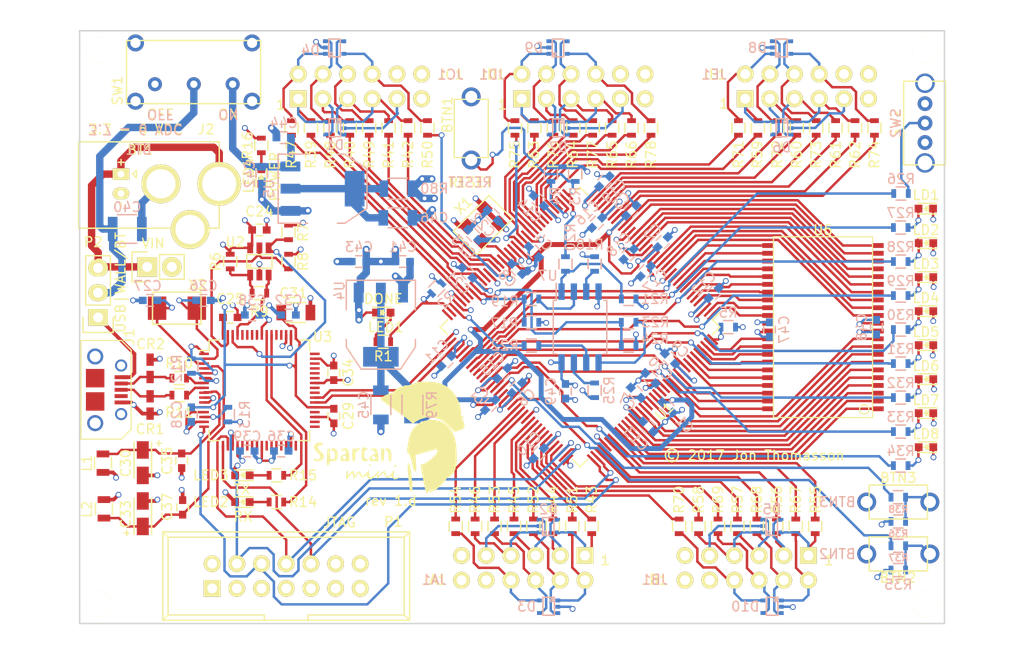
<source format=kicad_pcb>
(kicad_pcb (version 20160815) (host pcbnew "(2017-01-24 revision 0b6147e)-makepkg")
  (layers (0 F.Cu signal) (1 In1.Cu power hide) (2 In2.Cu power hide) (31 B.Cu signal) (34 B.Paste user) (35 F.Paste user) (36 B.SilkS user) (37 F.SilkS user) (38 B.Mask user) (39 F.Mask user) (44 Edge.Cuts user))
  (net 0 "")
  (net 1 /fpga/VCC3V3)
  (net 2 /fpga/PROGB)
  (net 3 GND)
  (net 4 /fpga/VCCINT)
  (net 5 /fpga/GCLK)
  (net 6 /usb/VCORE)
  (net 7 "Net-(C26-Pad2)")
  (net 8 /power/VCCIN)
  (net 9 "Net-(D1-Pad1)")
  (net 10 "Net-(D1-Pad3)")
  (net 11 "Net-(D1-Pad4)")
  (net 12 "Net-(D1-Pad5)")
  (net 13 "Net-(D2-Pad1)")
  (net 14 "Net-(D2-Pad3)")
  (net 15 "Net-(D2-Pad4)")
  (net 16 "Net-(D2-Pad5)")
  (net 17 "Net-(D3-Pad1)")
  (net 18 "Net-(D3-Pad3)")
  (net 19 "Net-(D3-Pad4)")
  (net 20 "Net-(D3-Pad5)")
  (net 21 "Net-(D4-Pad1)")
  (net 22 "Net-(D4-Pad3)")
  (net 23 "Net-(D4-Pad4)")
  (net 24 "Net-(D4-Pad5)")
  (net 25 "Net-(D5-Pad1)")
  (net 26 "Net-(D5-Pad3)")
  (net 27 "Net-(D5-Pad4)")
  (net 28 "Net-(D5-Pad5)")
  (net 29 "Net-(D6-Pad1)")
  (net 30 "Net-(D6-Pad3)")
  (net 31 "Net-(D6-Pad4)")
  (net 32 "Net-(D6-Pad5)")
  (net 33 "Net-(D7-Pad1)")
  (net 34 "Net-(D7-Pad3)")
  (net 35 "Net-(D7-Pad4)")
  (net 36 "Net-(D7-Pad5)")
  (net 37 "Net-(D8-Pad1)")
  (net 38 "Net-(D8-Pad3)")
  (net 39 "Net-(D8-Pad4)")
  (net 40 "Net-(D8-Pad5)")
  (net 41 "Net-(D9-Pad1)")
  (net 42 "Net-(D9-Pad3)")
  (net 43 "Net-(D9-Pad4)")
  (net 44 "Net-(D9-Pad5)")
  (net 45 "Net-(D10-Pad1)")
  (net 46 "Net-(D10-Pad3)")
  (net 47 "Net-(D10-Pad4)")
  (net 48 "Net-(D10-Pad5)")
  (net 49 "Net-(LD1-Pad2)")
  (net 50 "Net-(LD2-Pad2)")
  (net 51 "Net-(LD3-Pad2)")
  (net 52 "Net-(LD4-Pad2)")
  (net 53 "Net-(LD5-Pad2)")
  (net 54 "Net-(LD6-Pad2)")
  (net 55 "Net-(LD7-Pad2)")
  (net 56 "Net-(LD8-Pad2)")
  (net 57 "Net-(LED1-Pad2)")
  (net 58 "Net-(LED2-Pad1)")
  (net 59 "Net-(LED3-Pad1)")
  (net 60 "Net-(P1-Pad14)")
  (net 61 "Net-(P1-Pad12)")
  (net 62 /fpga/TDI)
  (net 63 /fpga/TDO)
  (net 64 /fpga/TMS)
  (net 65 /fpga/TCK)
  (net 66 /power/VUSB)
  (net 67 /fpga/HSWAP)
  (net 68 /fpga/DONE)
  (net 69 /fpga/INIT_B)
  (net 70 "Net-(R8-Pad2)")
  (net 71 "Net-(R10-Pad1)")
  (net 72 "Net-(R11-Pad1)")
  (net 73 "Net-(R12-Pad1)")
  (net 74 /fpga/SDI)
  (net 75 /fpga/SDO)
  (net 76 /fpga/LED0)
  (net 77 /fpga/SCS)
  (net 78 "Net-(R18-Pad1)")
  (net 79 /fpga/SCK)
  (net 80 "Net-(R22-Pad2)")
  (net 81 "Net-(R23-Pad2)")
  (net 82 /fpga/LED1)
  (net 83 /fpga/LED2)
  (net 84 /fpga/LED3)
  (net 85 /fpga/LED4)
  (net 86 /fpga/LED5)
  (net 87 /fpga/LED6)
  (net 88 /fpga/LED7)
  (net 89 /fpga/BTN0)
  (net 90 /fpga/BTN1)
  (net 91 /fpga/PMA0)
  (net 92 /fpga/PMA1)
  (net 93 /fpga/PMA2)
  (net 94 /fpga/PMA3)
  (net 95 /fpga/PMC0)
  (net 96 /fpga/PMC1)
  (net 97 /fpga/PMC2)
  (net 98 /fpga/PMC3)
  (net 99 /fpga/PMA4)
  (net 100 /fpga/PMA5)
  (net 101 /fpga/PMA6)
  (net 102 /fpga/PMA7)
  (net 103 /fpga/PMC4)
  (net 104 /fpga/PMC5)
  (net 105 /fpga/PMC6)
  (net 106 /fpga/PMC7)
  (net 107 /fpga/PMB0)
  (net 108 /fpga/PMB1)
  (net 109 /fpga/PMB2)
  (net 110 /fpga/PMB3)
  (net 111 /fpga/PMD0)
  (net 112 /fpga/PMD1)
  (net 113 /fpga/PMD2)
  (net 114 /fpga/PMD3)
  (net 115 /fpga/PME0)
  (net 116 /fpga/PME1)
  (net 117 /fpga/PME2)
  (net 118 /fpga/PME3)
  (net 119 /fpga/PMB4)
  (net 120 /fpga/PMB5)
  (net 121 /fpga/PMB6)
  (net 122 /fpga/PMB7)
  (net 123 /fpga/PMD4)
  (net 124 /fpga/PMD5)
  (net 125 /fpga/PMD6)
  (net 126 /fpga/PMD7)
  (net 127 /fpga/PME4)
  (net 128 /fpga/PME5)
  (net 129 /fpga/PME6)
  (net 130 /fpga/PME7)
  (net 131 /fpga/D5)
  (net 132 /fpga/D10)
  (net 133 /fpga/D6)
  (net 134 /fpga/D9)
  (net 135 /fpga/D4)
  (net 136 /fpga/D11)
  (net 137 /fpga/A9)
  (net 138 /fpga/A14)
  (net 139 /fpga/A10)
  (net 140 /fpga/A13)
  (net 141 /fpga/A11)
  (net 142 /fpga/D7)
  (net 143 /fpga/D8)
  (net 144 /fpga/WE)
  (net 145 /fpga/A12)
  (net 146 /fpga/A17)
  (net 147 /fpga/A18)
  (net 148 /fpga/A16)
  (net 149 /fpga/A8)
  (net 150 /fpga/A15)
  (net 151 "Net-(U1-Pad72)")
  (net 152 /fpga/RXD)
  (net 153 /fpga/TXD)
  (net 154 /fpga/A4)
  (net 155 /fpga/A5)
  (net 156 /fpga/A3)
  (net 157 /fpga/A6)
  (net 158 /fpga/A2)
  (net 159 /fpga/A7)
  (net 160 /fpga/A1)
  (net 161 /fpga/OE)
  (net 162 /fpga/A0)
  (net 163 /fpga/UB)
  (net 164 /fpga/CS)
  (net 165 /fpga/LB)
  (net 166 /fpga/D0)
  (net 167 /fpga/D15)
  (net 168 /fpga/D1)
  (net 169 /fpga/D14)
  (net 170 /fpga/D2)
  (net 171 /fpga/D13)
  (net 172 /fpga/D3)
  (net 173 /fpga/D12)
  (net 174 "Net-(C27-Pad2)")
  (net 175 "Net-(C30-Pad1)")
  (net 176 "Net-(C33-Pad1)")
  (net 177 "Net-(C42-Pad1)")
  (net 178 "Net-(LED4-Pad2)")
  (net 179 "Net-(R6-Pad2)")
  (net 180 "Net-(R7-Pad2)")
  (net 181 "Net-(R9-Pad1)")
  (net 182 "Net-(R20-Pad2)")
  (net 183 /fpga/SW0)
  (net 184 "Net-(R13-Pad1)")
  (net 185 "Net-(R14-Pad2)")
  (net 186 "Net-(R15-Pad2)")
  (net 187 "Net-(R19-Pad1)")
  (net 188 "Net-(R25-Pad2)")
  (net 189 "Net-(R26-Pad1)")
  (net 190 "Net-(J2-Pad3)")
  (net 191 "Net-(J1-Pad4)")
  (net 192 "Net-(U3-Pad21)")
  (net 193 "Net-(U3-Pad22)")
  (net 194 "Net-(U3-Pad23)")
  (net 195 "Net-(U3-Pad24)")
  (net 196 "Net-(U3-Pad26)")
  (net 197 "Net-(U3-Pad27)")
  (net 198 "Net-(U3-Pad28)")
  (net 199 "Net-(U3-Pad29)")
  (net 200 "Net-(U3-Pad30)")
  (net 201 "Net-(U3-Pad32)")
  (net 202 "Net-(U3-Pad33)")
  (net 203 "Net-(U3-Pad34)")
  (net 204 "Net-(U3-Pad36)")
  (net 205 "Net-(U3-Pad40)")
  (net 206 "Net-(U3-Pad41)")
  (net 207 "Net-(U3-Pad43)")
  (net 208 "Net-(U3-Pad44)")
  (net 209 "Net-(U3-Pad45)")
  (net 210 "Net-(U3-Pad46)")
  (net 211 "Net-(U3-Pad48)")
  (net 212 "Net-(U3-Pad52)")
  (net 213 "Net-(U3-Pad53)")
  (net 214 "Net-(U3-Pad57)")
  (net 215 "Net-(U3-Pad58)")
  (net 216 "Net-(U3-Pad59)")
  (net 217 "Net-(U3-Pad60)")
  (net 218 "Net-(C45-Pad1)")
  (net 219 "Net-(C46-Pad1)")
  (net 220 "Net-(BT1-Pad1)")
  (net 221 "Net-(CR1-Pad1)")
  (net 222 "Net-(CR2-Pad1)")
  (net 223 "Net-(BTN2-Pad2)")
  (net 224 "Net-(BTN3-Pad2)")
  (module Capacitors_SMD:C_1210 (layer B.Cu) (at 37.4 98.4)
    (fp_text reference C40 (at 0 -2.25) (layer B.SilkS) (effects (justify mirror)))
    (fp_text value 47uF)
    (pad 1 smd rect (at -1.5 0) (size 1 2.5) (layers B.Cu B.Paste B.Mask) (net 8 /power/VCCIN))
    (pad 2 smd rect (at 1.5 0) (size 1 2.5) (layers B.Cu B.Paste B.Mask) (net 3 GND))
  )
  (module logo:mini_text (layer F.Cu) (at 62.69 123.42)
    (fp_text reference G*** hide)
    (fp_text value LOGO hide)
  )
  (module logo:spartan_text (layer F.Cu) (at 60.6 121.46)
    (fp_text reference G*** hide)
    (fp_text value LOGO hide)
  )
  (module logo:spartan_logo (layer F.Cu) (at 67.86 120.13)
    (fp_text reference G*** hide)
    (fp_text value LOGO hide)
  )
  (module Housings_QFP:TQFP-144_20x20mm_Pitch0.5mm (layer F.Cu) (at 84 108.5 225)
    (fp_text reference U1 (at 0 -12.275 225) (layer F.SilkS))
    (fp_text value XC6SLX9-2TQG144C)
    (pad 1 smd rect (at -10.55 -8.75 225) (size 1.45 0.25) (layers F.Cu F.Paste F.Mask) (net 136 /fpga/D11))
    (pad 2 smd rect (at -10.55 -8.249999 225) (size 1.45 0.25) (layers F.Cu F.Paste F.Mask) (net 132 /fpga/D10))
    (pad 3 smd rect (at -10.55 -7.75 225) (size 1.45 0.25) (layers F.Cu F.Paste F.Mask) (net 3 GND))
    (pad 4 smd rect (at -10.55 -7.25 225) (size 1.45 0.25) (layers F.Cu F.Paste F.Mask) (net 1 /fpga/VCC3V3))
    (pad 5 smd rect (at -10.55 -6.75 225) (size 1.45 0.25) (layers F.Cu F.Paste F.Mask) (net 134 /fpga/D9))
    (pad 6 smd rect (at -10.55 -6.25 225) (size 1.45 0.25) (layers F.Cu F.Paste F.Mask) (net 143 /fpga/D8))
    (pad 7 smd rect (at -10.550001 -5.75 225) (size 1.45 0.25) (layers F.Cu F.Paste F.Mask) (net 147 /fpga/A18))
    (pad 8 smd rect (at -10.55 -5.25 225) (size 1.45 0.25) (layers F.Cu F.Paste F.Mask) (net 149 /fpga/A8))
    (pad 9 smd rect (at -10.55 -4.75 225) (size 1.45 0.25) (layers F.Cu F.Paste F.Mask) (net 137 /fpga/A9))
    (pad 10 smd rect (at -10.55 -4.25 225) (size 1.45 0.25) (layers F.Cu F.Paste F.Mask) (net 139 /fpga/A10))
    (pad 11 smd rect (at -10.55 -3.75 225) (size 1.45 0.25) (layers F.Cu F.Paste F.Mask) (net 141 /fpga/A11))
    (pad 12 smd rect (at -10.550001 -3.25 225) (size 1.45 0.25) (layers F.Cu F.Paste F.Mask) (net 146 /fpga/A17))
    (pad 13 smd rect (at -10.55 -2.75 225) (size 1.45 0.25) (layers F.Cu F.Paste F.Mask) (net 3 GND))
    (pad 14 smd rect (at -10.55 -2.25 225) (size 1.45 0.25) (layers F.Cu F.Paste F.Mask) (net 135 /fpga/D4))
    (pad 15 smd rect (at -10.55 -1.749999 225) (size 1.45 0.25) (layers F.Cu F.Paste F.Mask) (net 131 /fpga/D5))
    (pad 16 smd rect (at -10.55 -1.25 225) (size 1.45 0.25) (layers F.Cu F.Paste F.Mask) (net 133 /fpga/D6))
    (pad 17 smd rect (at -10.55 -0.750001 225) (size 1.45 0.25) (layers F.Cu F.Paste F.Mask) (net 142 /fpga/D7))
    (pad 18 smd rect (at -10.55 -0.25 225) (size 1.45 0.25) (layers F.Cu F.Paste F.Mask) (net 1 /fpga/VCC3V3))
    (pad 19 smd rect (at -10.55 0.25 225) (size 1.45 0.25) (layers F.Cu F.Paste F.Mask) (net 4 /fpga/VCCINT))
    (pad 20 smd rect (at -10.55 0.750001 225) (size 1.45 0.25) (layers F.Cu F.Paste F.Mask) (net 1 /fpga/VCC3V3))
    (pad 21 smd rect (at -10.55 1.25 225) (size 1.45 0.25) (layers F.Cu F.Paste F.Mask) (net 144 /fpga/WE))
    (pad 22 smd rect (at -10.55 1.749999 225) (size 1.45 0.25) (layers F.Cu F.Paste F.Mask) (net 148 /fpga/A16))
    (pad 23 smd rect (at -10.55 2.25 225) (size 1.45 0.25) (layers F.Cu F.Paste F.Mask) (net 150 /fpga/A15))
    (pad 24 smd rect (at -10.55 2.75 225) (size 1.45 0.25) (layers F.Cu F.Paste F.Mask) (net 138 /fpga/A14))
    (pad 25 smd rect (at -10.550001 3.25 225) (size 1.45 0.25) (layers F.Cu F.Paste F.Mask) (net 3 GND))
    (pad 26 smd rect (at -10.55 3.75 225) (size 1.45 0.25) (layers F.Cu F.Paste F.Mask) (net 140 /fpga/A13))
    (pad 27 smd rect (at -10.55 4.25 225) (size 1.45 0.25) (layers F.Cu F.Paste F.Mask) (net 145 /fpga/A12))
    (pad 28 smd rect (at -10.55 4.75 225) (size 1.45 0.25) (layers F.Cu F.Paste F.Mask) (net 4 /fpga/VCCINT))
    (pad 29 smd rect (at -10.55 5.25 225) (size 1.45 0.25) (layers F.Cu F.Paste F.Mask) (net 130 /fpga/PME7))
    (pad 30 smd rect (at -10.550001 5.75 225) (size 1.45 0.25) (layers F.Cu F.Paste F.Mask) (net 118 /fpga/PME3))
    (pad 31 smd rect (at -10.55 6.25 225) (size 1.45 0.25) (layers F.Cu F.Paste F.Mask) (net 1 /fpga/VCC3V3))
    (pad 32 smd rect (at -10.55 6.75 225) (size 1.45 0.25) (layers F.Cu F.Paste F.Mask) (net 117 /fpga/PME2))
    (pad 33 smd rect (at -10.55 7.25 225) (size 1.45 0.25) (layers F.Cu F.Paste F.Mask) (net 129 /fpga/PME6))
    (pad 34 smd rect (at -10.55 7.75 225) (size 1.45 0.25) (layers F.Cu F.Paste F.Mask) (net 116 /fpga/PME1))
    (pad 35 smd rect (at -10.55 8.249999 225) (size 1.45 0.25) (layers F.Cu F.Paste F.Mask) (net 128 /fpga/PME5))
    (pad 36 smd rect (at -10.55 8.75 225) (size 1.45 0.25) (layers F.Cu F.Paste F.Mask) (net 1 /fpga/VCC3V3))
    (pad 37 smd rect (at -8.75 10.55 315) (size 1.45 0.25) (layers F.Cu F.Paste F.Mask) (net 2 /fpga/PROGB))
    (pad 38 smd rect (at -8.249999 10.55 315) (size 1.45 0.25) (layers F.Cu F.Paste F.Mask) (net 77 /fpga/SCS))
    (pad 39 smd rect (at -7.75 10.55 315) (size 1.45 0.25) (layers F.Cu F.Paste F.Mask) (net 69 /fpga/INIT_B))
    (pad 40 smd rect (at -7.25 10.55 315) (size 1.45 0.25) (layers F.Cu F.Paste F.Mask) (net 115 /fpga/PME0))
    (pad 41 smd rect (at -6.75 10.55 315) (size 1.45 0.25) (layers F.Cu F.Paste F.Mask) (net 127 /fpga/PME4))
    (pad 42 smd rect (at -6.25 10.55 315) (size 1.45 0.25) (layers F.Cu F.Paste F.Mask) (net 1 /fpga/VCC3V3))
    (pad 43 smd rect (at -5.75 10.550001 315) (size 1.45 0.25) (layers F.Cu F.Paste F.Mask) (net 126 /fpga/PMD7))
    (pad 44 smd rect (at -5.25 10.55 315) (size 1.45 0.25) (layers F.Cu F.Paste F.Mask) (net 114 /fpga/PMD3))
    (pad 45 smd rect (at -4.75 10.55 315) (size 1.45 0.25) (layers F.Cu F.Paste F.Mask) (net 113 /fpga/PMD2))
    (pad 46 smd rect (at -4.25 10.55 315) (size 1.45 0.25) (layers F.Cu F.Paste F.Mask) (net 125 /fpga/PMD6))
    (pad 47 smd rect (at -3.75 10.55 315) (size 1.45 0.25) (layers F.Cu F.Paste F.Mask) (net 112 /fpga/PMD1))
    (pad 48 smd rect (at -3.25 10.550001 315) (size 1.45 0.25) (layers F.Cu F.Paste F.Mask) (net 124 /fpga/PMD5))
    (pad 49 smd rect (at -2.75 10.55 315) (size 1.45 0.25) (layers F.Cu F.Paste F.Mask) (net 3 GND))
    (pad 50 smd rect (at -2.25 10.55 315) (size 1.45 0.25) (layers F.Cu F.Paste F.Mask) (net 111 /fpga/PMD0))
    (pad 51 smd rect (at -1.749999 10.55 315) (size 1.45 0.25) (layers F.Cu F.Paste F.Mask) (net 123 /fpga/PMD4))
    (pad 52 smd rect (at -1.25 10.55 315) (size 1.45 0.25) (layers F.Cu F.Paste F.Mask) (net 4 /fpga/VCCINT))
    (pad 53 smd rect (at -0.750001 10.55 315) (size 1.45 0.25) (layers F.Cu F.Paste F.Mask) (net 1 /fpga/VCC3V3))
    (pad 54 smd rect (at -0.25 10.55 315) (size 1.45 0.25) (layers F.Cu F.Paste F.Mask) (net 3 GND))
    (pad 55 smd rect (at 0.25 10.55 315) (size 1.45 0.25) (layers F.Cu F.Paste F.Mask) (net 5 /fpga/GCLK))
    (pad 56 smd rect (at 0.750001 10.55 315) (size 1.45 0.25) (layers F.Cu F.Paste F.Mask) (net 106 /fpga/PMC7))
    (pad 57 smd rect (at 1.25 10.55 315) (size 1.45 0.25) (layers F.Cu F.Paste F.Mask) (net 98 /fpga/PMC3))
    (pad 58 smd rect (at 1.749999 10.55 315) (size 1.45 0.25) (layers F.Cu F.Paste F.Mask) (net 97 /fpga/PMC2))
    (pad 59 smd rect (at 2.25 10.55 315) (size 1.45 0.25) (layers F.Cu F.Paste F.Mask) (net 105 /fpga/PMC6))
    (pad 60 smd rect (at 2.75 10.55 315) (size 1.45 0.25) (layers F.Cu F.Paste F.Mask) (net 3 GND))
    (pad 61 smd rect (at 3.25 10.550001 315) (size 1.45 0.25) (layers F.Cu F.Paste F.Mask) (net 96 /fpga/PMC1))
    (pad 62 smd rect (at 3.75 10.55 315) (size 1.45 0.25) (layers F.Cu F.Paste F.Mask) (net 104 /fpga/PMC5))
    (pad 63 smd rect (at 4.25 10.55 315) (size 1.45 0.25) (layers F.Cu F.Paste F.Mask) (net 1 /fpga/VCC3V3))
    (pad 64 smd rect (at 4.75 10.55 315) (size 1.45 0.25) (layers F.Cu F.Paste F.Mask) (net 75 /fpga/SDO))
    (pad 65 smd rect (at 5.25 10.55 315) (size 1.45 0.25) (layers F.Cu F.Paste F.Mask) (net 74 /fpga/SDI))
    (pad 66 smd rect (at 5.75 10.550001 315) (size 1.45 0.25) (layers F.Cu F.Paste F.Mask) (net 95 /fpga/PMC0))
    (pad 67 smd rect (at 6.25 10.55 315) (size 1.45 0.25) (layers F.Cu F.Paste F.Mask) (net 103 /fpga/PMC4))
    (pad 68 smd rect (at 6.75 10.55 315) (size 1.45 0.25) (layers F.Cu F.Paste F.Mask) (net 3 GND))
    (pad 69 smd rect (at 7.25 10.55 315) (size 1.45 0.25) (layers F.Cu F.Paste F.Mask) (net 1 /fpga/VCC3V3))
    (pad 70 smd rect (at 7.75 10.55 315) (size 1.45 0.25) (layers F.Cu F.Paste F.Mask) (net 79 /fpga/SCK))
    (pad 71 smd rect (at 8.249999 10.55 315) (size 1.45 0.25) (layers F.Cu F.Paste F.Mask) (net 68 /fpga/DONE))
    (pad 72 smd rect (at 8.75 10.55 315) (size 1.45 0.25) (layers F.Cu F.Paste F.Mask) (net 151 "Net-(U1-Pad72)"))
    (pad 73 smd rect (at 10.55 8.75 225) (size 1.45 0.25) (layers F.Cu F.Paste F.Mask) (net 3 GND))
    (pad 74 smd rect (at 10.55 8.249999 225) (size 1.45 0.25) (layers F.Cu F.Paste F.Mask) (net 152 /fpga/RXD))
    (pad 75 smd rect (at 10.55 7.75 225) (size 1.45 0.25) (layers F.Cu F.Paste F.Mask) (net 153 /fpga/TXD))
    (pad 76 smd rect (at 10.55 7.25 225) (size 1.45 0.25) (layers F.Cu F.Paste F.Mask) (net 1 /fpga/VCC3V3))
    (pad 77 smd rect (at 10.55 6.75 225) (size 1.45 0.25) (layers F.Cu F.Paste F.Mask) (net 3 GND))
    (pad 78 smd rect (at 10.55 6.25 225) (size 1.45 0.25) (layers F.Cu F.Paste F.Mask) (net 183 /fpga/SW0))
    (pad 79 smd rect (at 10.550001 5.75 225) (size 1.45 0.25) (layers F.Cu F.Paste F.Mask) (net 76 /fpga/LED0))
    (pad 80 smd rect (at 10.55 5.25 225) (size 1.45 0.25) (layers F.Cu F.Paste F.Mask) (net 82 /fpga/LED1))
    (pad 81 smd rect (at 10.55 4.75 225) (size 1.45 0.25) (layers F.Cu F.Paste F.Mask) (net 83 /fpga/LED2))
    (pad 82 smd rect (at 10.55 4.25 225) (size 1.45 0.25) (layers F.Cu F.Paste F.Mask) (net 84 /fpga/LED3))
    (pad 83 smd rect (at 10.55 3.75 225) (size 1.45 0.25) (layers F.Cu F.Paste F.Mask) (net 85 /fpga/LED4))
    (pad 84 smd rect (at 10.550001 3.25 225) (size 1.45 0.25) (layers F.Cu F.Paste F.Mask) (net 86 /fpga/LED5))
    (pad 85 smd rect (at 10.55 2.75 225) (size 1.45 0.25) (layers F.Cu F.Paste F.Mask) (net 87 /fpga/LED6))
    (pad 86 smd rect (at 10.55 2.25 225) (size 1.45 0.25) (layers F.Cu F.Paste F.Mask) (net 1 /fpga/VCC3V3))
    (pad 87 smd rect (at 10.55 1.749999 225) (size 1.45 0.25) (layers F.Cu F.Paste F.Mask) (net 88 /fpga/LED7))
    (pad 88 smd rect (at 10.55 1.25 225) (size 1.45 0.25) (layers F.Cu F.Paste F.Mask) (net 90 /fpga/BTN1))
    (pad 89 smd rect (at 10.55 0.750001 225) (size 1.45 0.25) (layers F.Cu F.Paste F.Mask) (net 4 /fpga/VCCINT))
    (pad 90 smd rect (at 10.55 0.25 225) (size 1.45 0.25) (layers F.Cu F.Paste F.Mask) (net 1 /fpga/VCC3V3))
    (pad 91 smd rect (at 10.55 -0.25 225) (size 1.45 0.25) (layers F.Cu F.Paste F.Mask) (net 3 GND))
    (pad 92 smd rect (at 10.55 -0.750001 225) (size 1.45 0.25) (layers F.Cu F.Paste F.Mask) (net 89 /fpga/BTN0))
    (pad 93 smd rect (at 10.55 -1.25 225) (size 1.45 0.25) (layers F.Cu F.Paste F.Mask) (net 102 /fpga/PMA7))
    (pad 94 smd rect (at 10.55 -1.749999 225) (size 1.45 0.25) (layers F.Cu F.Paste F.Mask) (net 94 /fpga/PMA3))
    (pad 95 smd rect (at 10.55 -2.25 225) (size 1.45 0.25) (layers F.Cu F.Paste F.Mask) (net 101 /fpga/PMA6))
    (pad 96 smd rect (at 10.55 -2.75 225) (size 1.45 0.25) (layers F.Cu F.Paste F.Mask) (net 3 GND))
    (pad 97 smd rect (at 10.550001 -3.25 225) (size 1.45 0.25) (layers F.Cu F.Paste F.Mask) (net 93 /fpga/PMA2))
    (pad 98 smd rect (at 10.55 -3.75 225) (size 1.45 0.25) (layers F.Cu F.Paste F.Mask) (net 100 /fpga/PMA5))
    (pad 99 smd rect (at 10.55 -4.25 225) (size 1.45 0.25) (layers F.Cu F.Paste F.Mask) (net 92 /fpga/PMA1))
    (pad 100 smd rect (at 10.55 -4.75 225) (size 1.45 0.25) (layers F.Cu F.Paste F.Mask) (net 99 /fpga/PMA4))
    (pad 101 smd rect (at 10.55 -5.25 225) (size 1.45 0.25) (layers F.Cu F.Paste F.Mask) (net 91 /fpga/PMA0))
    (pad 102 smd rect (at 10.550001 -5.75 225) (size 1.45 0.25) (layers F.Cu F.Paste F.Mask) (net 122 /fpga/PMB7))
    (pad 103 smd rect (at 10.55 -6.25 225) (size 1.45 0.25) (layers F.Cu F.Paste F.Mask) (net 1 /fpga/VCC3V3))
    (pad 104 smd rect (at 10.55 -6.75 225) (size 1.45 0.25) (layers F.Cu F.Paste F.Mask) (net 110 /fpga/PMB3))
    (pad 105 smd rect (at 10.55 -7.25 225) (size 1.45 0.25) (layers F.Cu F.Paste F.Mask) (net 121 /fpga/PMB6))
    (pad 106 smd rect (at 10.55 -7.75 225) (size 1.45 0.25) (layers F.Cu F.Paste F.Mask) (net 63 /fpga/TDO))
    (pad 107 smd rect (at 10.55 -8.249999 225) (size 1.45 0.25) (layers F.Cu F.Paste F.Mask) (net 64 /fpga/TMS))
    (pad 108 smd rect (at 10.55 -8.75 225) (size 1.45 0.25) (layers F.Cu F.Paste F.Mask) (net 3 GND))
    (pad 109 smd rect (at 8.75 -10.55 315) (size 1.45 0.25) (layers F.Cu F.Paste F.Mask) (net 65 /fpga/TCK))
    (pad 110 smd rect (at 8.249999 -10.55 315) (size 1.45 0.25) (layers F.Cu F.Paste F.Mask) (net 62 /fpga/TDI))
    (pad 111 smd rect (at 7.75 -10.55 315) (size 1.45 0.25) (layers F.Cu F.Paste F.Mask) (net 109 /fpga/PMB2))
    (pad 112 smd rect (at 7.25 -10.55 315) (size 1.45 0.25) (layers F.Cu F.Paste F.Mask) (net 120 /fpga/PMB5))
    (pad 113 smd rect (at 6.75 -10.55 315) (size 1.45 0.25) (layers F.Cu F.Paste F.Mask) (net 3 GND))
    (pad 114 smd rect (at 6.25 -10.55 315) (size 1.45 0.25) (layers F.Cu F.Paste F.Mask) (net 108 /fpga/PMB1))
    (pad 115 smd rect (at 5.75 -10.550001 315) (size 1.45 0.25) (layers F.Cu F.Paste F.Mask) (net 119 /fpga/PMB4))
    (pad 116 smd rect (at 5.25 -10.55 315) (size 1.45 0.25) (layers F.Cu F.Paste F.Mask) (net 107 /fpga/PMB0))
    (pad 117 smd rect (at 4.75 -10.55 315) (size 1.45 0.25) (layers F.Cu F.Paste F.Mask) (net 154 /fpga/A4))
    (pad 118 smd rect (at 4.25 -10.55 315) (size 1.45 0.25) (layers F.Cu F.Paste F.Mask) (net 156 /fpga/A3))
    (pad 119 smd rect (at 3.75 -10.55 315) (size 1.45 0.25) (layers F.Cu F.Paste F.Mask) (net 158 /fpga/A2))
    (pad 120 smd rect (at 3.25 -10.550001 315) (size 1.45 0.25) (layers F.Cu F.Paste F.Mask) (net 160 /fpga/A1))
    (pad 121 smd rect (at 2.75 -10.55 315) (size 1.45 0.25) (layers F.Cu F.Paste F.Mask) (net 162 /fpga/A0))
    (pad 122 smd rect (at 2.25 -10.55 315) (size 1.45 0.25) (layers F.Cu F.Paste F.Mask) (net 1 /fpga/VCC3V3))
    (pad 123 smd rect (at 1.749999 -10.55 315) (size 1.45 0.25) (layers F.Cu F.Paste F.Mask) (net 164 /fpga/CS))
    (pad 124 smd rect (at 1.25 -10.55 315) (size 1.45 0.25) (layers F.Cu F.Paste F.Mask) (net 166 /fpga/D0))
    (pad 125 smd rect (at 0.750001 -10.55 315) (size 1.45 0.25) (layers F.Cu F.Paste F.Mask) (net 1 /fpga/VCC3V3))
    (pad 126 smd rect (at 0.25 -10.55 315) (size 1.45 0.25) (layers F.Cu F.Paste F.Mask) (net 168 /fpga/D1))
    (pad 127 smd rect (at -0.25 -10.55 315) (size 1.45 0.25) (layers F.Cu F.Paste F.Mask) (net 170 /fpga/D2))
    (pad 128 smd rect (at -0.750001 -10.55 315) (size 1.45 0.25) (layers F.Cu F.Paste F.Mask) (net 4 /fpga/VCCINT))
    (pad 129 smd rect (at -1.25 -10.55 315) (size 1.45 0.25) (layers F.Cu F.Paste F.Mask) (net 1 /fpga/VCC3V3))
    (pad 130 smd rect (at -1.749999 -10.55 315) (size 1.45 0.25) (layers F.Cu F.Paste F.Mask) (net 3 GND))
    (pad 131 smd rect (at -2.25 -10.55 315) (size 1.45 0.25) (layers F.Cu F.Paste F.Mask) (net 172 /fpga/D3))
    (pad 132 smd rect (at -2.75 -10.55 315) (size 1.45 0.25) (layers F.Cu F.Paste F.Mask) (net 155 /fpga/A5))
    (pad 133 smd rect (at -3.25 -10.550001 315) (size 1.45 0.25) (layers F.Cu F.Paste F.Mask) (net 157 /fpga/A6))
    (pad 134 smd rect (at -3.75 -10.55 315) (size 1.45 0.25) (layers F.Cu F.Paste F.Mask) (net 159 /fpga/A7))
    (pad 135 smd rect (at -4.25 -10.55 315) (size 1.45 0.25) (layers F.Cu F.Paste F.Mask) (net 1 /fpga/VCC3V3))
    (pad 136 smd rect (at -4.75 -10.55 315) (size 1.45 0.25) (layers F.Cu F.Paste F.Mask) (net 3 GND))
    (pad 137 smd rect (at -5.25 -10.55 315) (size 1.45 0.25) (layers F.Cu F.Paste F.Mask) (net 161 /fpga/OE))
    (pad 138 smd rect (at -5.75 -10.550001 315) (size 1.45 0.25) (layers F.Cu F.Paste F.Mask) (net 163 /fpga/UB))
    (pad 139 smd rect (at -6.25 -10.55 315) (size 1.45 0.25) (layers F.Cu F.Paste F.Mask) (net 165 /fpga/LB))
    (pad 140 smd rect (at -6.75 -10.55 315) (size 1.45 0.25) (layers F.Cu F.Paste F.Mask) (net 167 /fpga/D15))
    (pad 141 smd rect (at -7.25 -10.55 315) (size 1.45 0.25) (layers F.Cu F.Paste F.Mask) (net 169 /fpga/D14))
    (pad 142 smd rect (at -7.75 -10.55 315) (size 1.45 0.25) (layers F.Cu F.Paste F.Mask) (net 171 /fpga/D13))
    (pad 143 smd rect (at -8.249999 -10.55 315) (size 1.45 0.25) (layers F.Cu F.Paste F.Mask) (net 173 /fpga/D12))
    (pad 144 smd rect (at -8.75 -10.55 315) (size 1.45 0.25) (layers F.Cu F.Paste F.Mask) (net 67 /fpga/HSWAP))
  )
  (module Connect:IDC_Header_Straight_14pins (layer F.Cu) (at 46.14 135.39)
    (fp_text reference P1 (at 18.65 -6.85) (layer F.SilkS))
    (fp_text value JTAG)
    (pad 1 thru_hole rect (at 0 0) (size 1.7272 1.7272) (drill 1.016) (layers *.Cu *.Mask F.SilkS) (net 3 GND))
    (pad 2 thru_hole oval (at 0 -2.54) (size 1.7272 1.7272) (drill 1.016) (layers *.Cu *.Mask F.SilkS) (net 1 /fpga/VCC3V3))
    (pad 3 thru_hole oval (at 2.54 0) (size 1.7272 1.7272) (drill 1.016) (layers *.Cu *.Mask F.SilkS) (net 3 GND))
    (pad 4 thru_hole oval (at 2.54 -2.54) (size 1.7272 1.7272) (drill 1.016) (layers *.Cu *.Mask F.SilkS) (net 64 /fpga/TMS))
    (pad 5 thru_hole oval (at 5.08 0) (size 1.7272 1.7272) (drill 1.016) (layers *.Cu *.Mask F.SilkS) (net 3 GND))
    (pad 6 thru_hole oval (at 5.08 -2.54) (size 1.7272 1.7272) (drill 1.016) (layers *.Cu *.Mask F.SilkS) (net 65 /fpga/TCK))
    (pad 7 thru_hole oval (at 7.62 0) (size 1.7272 1.7272) (drill 1.016) (layers *.Cu *.Mask F.SilkS) (net 3 GND))
    (pad 8 thru_hole oval (at 7.62 -2.54) (size 1.7272 1.7272) (drill 1.016) (layers *.Cu *.Mask F.SilkS) (net 63 /fpga/TDO))
    (pad 9 thru_hole oval (at 10.16 0) (size 1.7272 1.7272) (drill 1.016) (layers *.Cu *.Mask F.SilkS) (net 3 GND))
    (pad 10 thru_hole oval (at 10.16 -2.54) (size 1.7272 1.7272) (drill 1.016) (layers *.Cu *.Mask F.SilkS) (net 62 /fpga/TDI))
    (pad 11 thru_hole oval (at 12.7 0) (size 1.7272 1.7272) (drill 1.016) (layers *.Cu *.Mask F.SilkS) (net 3 GND))
    (pad 12 thru_hole oval (at 12.7 -2.54) (size 1.7272 1.7272) (drill 1.016) (layers *.Cu *.Mask F.SilkS) (net 61 "Net-(P1-Pad12)"))
    (pad 13 thru_hole oval (at 15.24 0) (size 1.7272 1.7272) (drill 1.016) (layers *.Cu *.Mask F.SilkS) (net 3 GND))
    (pad 14 thru_hole oval (at 15.24 -2.54) (size 1.7272 1.7272) (drill 1.016) (layers *.Cu *.Mask F.SilkS) (net 60 "Net-(P1-Pad14)"))
  )
  (module Housings_QFP:LQFP-64_10x10mm_Pitch0.5mm (layer F.Cu) (at 51 115)
    (fp_text reference U3 (at 6.5 -5.5) (layer F.SilkS))
    (fp_text value FT2232H)
    (pad 1 smd rect (at -5.7 -3.75) (size 1 0.25) (layers F.Cu F.Paste F.Mask) (net 3 GND))
    (pad 2 smd rect (at -5.7 -3.25) (size 1 0.25) (layers F.Cu F.Paste F.Mask) (net 7 "Net-(C26-Pad2)"))
    (pad 3 smd rect (at -5.7 -2.75) (size 1 0.25) (layers F.Cu F.Paste F.Mask) (net 174 "Net-(C27-Pad2)"))
    (pad 4 smd rect (at -5.7 -2.25) (size 1 0.25) (layers F.Cu F.Paste F.Mask) (net 176 "Net-(C33-Pad1)"))
    (pad 5 smd rect (at -5.7 -1.75) (size 1 0.25) (layers F.Cu F.Paste F.Mask) (net 3 GND))
    (pad 6 smd rect (at -5.7 -1.25) (size 1 0.25) (layers F.Cu F.Paste F.Mask) (net 73 "Net-(R12-Pad1)"))
    (pad 7 smd rect (at -5.7 -0.75) (size 1 0.25) (layers F.Cu F.Paste F.Mask) (net 71 "Net-(R10-Pad1)"))
    (pad 8 smd rect (at -5.7 -0.25) (size 1 0.25) (layers F.Cu F.Paste F.Mask) (net 72 "Net-(R11-Pad1)"))
    (pad 9 smd rect (at -5.7 0.25) (size 1 0.25) (layers F.Cu F.Paste F.Mask) (net 175 "Net-(C30-Pad1)"))
    (pad 10 smd rect (at -5.7 0.75) (size 1 0.25) (layers F.Cu F.Paste F.Mask) (net 3 GND))
    (pad 11 smd rect (at -5.7 1.25) (size 1 0.25) (layers F.Cu F.Paste F.Mask) (net 3 GND))
    (pad 12 smd rect (at -5.7 1.75) (size 1 0.25) (layers F.Cu F.Paste F.Mask) (net 6 /usb/VCORE))
    (pad 13 smd rect (at -5.7 2.25) (size 1 0.25) (layers F.Cu F.Paste F.Mask) (net 3 GND))
    (pad 14 smd rect (at -5.7 2.75) (size 1 0.25) (layers F.Cu F.Paste F.Mask) (net 184 "Net-(R13-Pad1)"))
    (pad 15 smd rect (at -5.7 3.25) (size 1 0.25) (layers F.Cu F.Paste F.Mask) (net 3 GND))
    (pad 16 smd rect (at -5.7 3.75) (size 1 0.25) (layers F.Cu F.Paste F.Mask) (net 65 /fpga/TCK))
    (pad 17 smd rect (at -3.75 5.7 90) (size 1 0.25) (layers F.Cu F.Paste F.Mask) (net 62 /fpga/TDI))
    (pad 18 smd rect (at -3.25 5.7 90) (size 1 0.25) (layers F.Cu F.Paste F.Mask) (net 63 /fpga/TDO))
    (pad 19 smd rect (at -2.75 5.7 90) (size 1 0.25) (layers F.Cu F.Paste F.Mask) (net 64 /fpga/TMS))
    (pad 20 smd rect (at -2.25 5.7 90) (size 1 0.25) (layers F.Cu F.Paste F.Mask) (net 1 /fpga/VCC3V3))
    (pad 21 smd rect (at -1.75 5.7 90) (size 1 0.25) (layers F.Cu F.Paste F.Mask) (net 192 "Net-(U3-Pad21)"))
    (pad 22 smd rect (at -1.25 5.7 90) (size 1 0.25) (layers F.Cu F.Paste F.Mask) (net 193 "Net-(U3-Pad22)"))
    (pad 23 smd rect (at -0.75 5.7 90) (size 1 0.25) (layers F.Cu F.Paste F.Mask) (net 194 "Net-(U3-Pad23)"))
    (pad 24 smd rect (at -0.25 5.7 90) (size 1 0.25) (layers F.Cu F.Paste F.Mask) (net 195 "Net-(U3-Pad24)"))
    (pad 25 smd rect (at 0.25 5.7 90) (size 1 0.25) (layers F.Cu F.Paste F.Mask) (net 3 GND))
    (pad 26 smd rect (at 0.75 5.7 90) (size 1 0.25) (layers F.Cu F.Paste F.Mask) (net 196 "Net-(U3-Pad26)"))
    (pad 27 smd rect (at 1.25 5.7 90) (size 1 0.25) (layers F.Cu F.Paste F.Mask) (net 197 "Net-(U3-Pad27)"))
    (pad 28 smd rect (at 1.75 5.7 90) (size 1 0.25) (layers F.Cu F.Paste F.Mask) (net 198 "Net-(U3-Pad28)"))
    (pad 29 smd rect (at 2.25 5.7 90) (size 1 0.25) (layers F.Cu F.Paste F.Mask) (net 199 "Net-(U3-Pad29)"))
    (pad 30 smd rect (at 2.75 5.7 90) (size 1 0.25) (layers F.Cu F.Paste F.Mask) (net 200 "Net-(U3-Pad30)"))
    (pad 31 smd rect (at 3.25 5.7 90) (size 1 0.25) (layers F.Cu F.Paste F.Mask) (net 1 /fpga/VCC3V3))
    (pad 32 smd rect (at 3.75 5.7 90) (size 1 0.25) (layers F.Cu F.Paste F.Mask) (net 201 "Net-(U3-Pad32)"))
    (pad 33 smd rect (at 5.7 3.75) (size 1 0.25) (layers F.Cu F.Paste F.Mask) (net 202 "Net-(U3-Pad33)"))
    (pad 34 smd rect (at 5.7 3.25) (size 1 0.25) (layers F.Cu F.Paste F.Mask) (net 203 "Net-(U3-Pad34)"))
    (pad 35 smd rect (at 5.7 2.75) (size 1 0.25) (layers F.Cu F.Paste F.Mask) (net 3 GND))
    (pad 36 smd rect (at 5.7 2.25) (size 1 0.25) (layers F.Cu F.Paste F.Mask) (net 204 "Net-(U3-Pad36)"))
    (pad 37 smd rect (at 5.7 1.75) (size 1 0.25) (layers F.Cu F.Paste F.Mask) (net 6 /usb/VCORE))
    (pad 38 smd rect (at 5.7 1.25) (size 1 0.25) (layers F.Cu F.Paste F.Mask) (net 153 /fpga/TXD))
    (pad 39 smd rect (at 5.7 0.75) (size 1 0.25) (layers F.Cu F.Paste F.Mask) (net 152 /fpga/RXD))
    (pad 40 smd rect (at 5.7 0.25) (size 1 0.25) (layers F.Cu F.Paste F.Mask) (net 205 "Net-(U3-Pad40)"))
    (pad 41 smd rect (at 5.7 -0.25) (size 1 0.25) (layers F.Cu F.Paste F.Mask) (net 206 "Net-(U3-Pad41)"))
    (pad 42 smd rect (at 5.7 -0.75) (size 1 0.25) (layers F.Cu F.Paste F.Mask) (net 1 /fpga/VCC3V3))
    (pad 43 smd rect (at 5.7 -1.25) (size 1 0.25) (layers F.Cu F.Paste F.Mask) (net 207 "Net-(U3-Pad43)"))
    (pad 44 smd rect (at 5.7 -1.75) (size 1 0.25) (layers F.Cu F.Paste F.Mask) (net 208 "Net-(U3-Pad44)"))
    (pad 45 smd rect (at 5.7 -2.25) (size 1 0.25) (layers F.Cu F.Paste F.Mask) (net 209 "Net-(U3-Pad45)"))
    (pad 46 smd rect (at 5.7 -2.75) (size 1 0.25) (layers F.Cu F.Paste F.Mask) (net 210 "Net-(U3-Pad46)"))
    (pad 47 smd rect (at 5.7 -3.25) (size 1 0.25) (layers F.Cu F.Paste F.Mask) (net 3 GND))
    (pad 48 smd rect (at 5.7 -3.75) (size 1 0.25) (layers F.Cu F.Paste F.Mask) (net 211 "Net-(U3-Pad48)"))
    (pad 49 smd rect (at 3.75 -5.7 90) (size 1 0.25) (layers F.Cu F.Paste F.Mask) (net 6 /usb/VCORE))
    (pad 50 smd rect (at 3.25 -5.7 90) (size 1 0.25) (layers F.Cu F.Paste F.Mask) (net 1 /fpga/VCC3V3))
    (pad 51 smd rect (at 2.75 -5.7 90) (size 1 0.25) (layers F.Cu F.Paste F.Mask) (net 3 GND))
    (pad 52 smd rect (at 2.25 -5.7 90) (size 1 0.25) (layers F.Cu F.Paste F.Mask) (net 212 "Net-(U3-Pad52)"))
    (pad 53 smd rect (at 1.75 -5.7 90) (size 1 0.25) (layers F.Cu F.Paste F.Mask) (net 213 "Net-(U3-Pad53)"))
    (pad 54 smd rect (at 1.25 -5.7 90) (size 1 0.25) (layers F.Cu F.Paste F.Mask) (net 185 "Net-(R14-Pad2)"))
    (pad 55 smd rect (at 0.75 -5.7 90) (size 1 0.25) (layers F.Cu F.Paste F.Mask) (net 186 "Net-(R15-Pad2)"))
    (pad 56 smd rect (at 0.25 -5.7 90) (size 1 0.25) (layers F.Cu F.Paste F.Mask) (net 1 /fpga/VCC3V3))
    (pad 57 smd rect (at -0.25 -5.7 90) (size 1 0.25) (layers F.Cu F.Paste F.Mask) (net 214 "Net-(U3-Pad57)"))
    (pad 58 smd rect (at -0.75 -5.7 90) (size 1 0.25) (layers F.Cu F.Paste F.Mask) (net 215 "Net-(U3-Pad58)"))
    (pad 59 smd rect (at -1.25 -5.7 90) (size 1 0.25) (layers F.Cu F.Paste F.Mask) (net 216 "Net-(U3-Pad59)"))
    (pad 60 smd rect (at -1.75 -5.7 90) (size 1 0.25) (layers F.Cu F.Paste F.Mask) (net 217 "Net-(U3-Pad60)"))
    (pad 61 smd rect (at -2.25 -5.7 90) (size 1 0.25) (layers F.Cu F.Paste F.Mask) (net 181 "Net-(R9-Pad1)"))
    (pad 62 smd rect (at -2.75 -5.7 90) (size 1 0.25) (layers F.Cu F.Paste F.Mask) (net 180 "Net-(R7-Pad2)"))
    (pad 63 smd rect (at -3.25 -5.7 90) (size 1 0.25) (layers F.Cu F.Paste F.Mask) (net 70 "Net-(R8-Pad2)"))
    (pad 64 smd rect (at -3.75 -5.7 90) (size 1 0.25) (layers F.Cu F.Paste F.Mask) (net 6 /usb/VCORE))
  )
  (module Housings_SOIC:SOIJ-8_5.3x5.3mm_Pitch1.27mm (layer B.Cu) (at 84 108.5 270)
    (fp_text reference U7 (at -5.3 3.3) (layer B.SilkS) (effects (justify mirror)))
    (fp_text value M25P16)
    (pad 1 smd rect (at -3.65 1.905 270) (size 1.7 0.65) (layers B.Cu B.Paste B.Mask) (net 78 "Net-(R18-Pad1)"))
    (pad 2 smd rect (at -3.65 0.635 270) (size 1.7 0.65) (layers B.Cu B.Paste B.Mask) (net 187 "Net-(R19-Pad1)"))
    (pad 3 smd rect (at -3.65 -0.635 270) (size 1.7 0.65) (layers B.Cu B.Paste B.Mask) (net 182 "Net-(R20-Pad2)"))
    (pad 4 smd rect (at -3.65 -1.905 270) (size 1.7 0.65) (layers B.Cu B.Paste B.Mask) (net 3 GND))
    (pad 5 smd rect (at 3.65 -1.905 270) (size 1.7 0.65) (layers B.Cu B.Paste B.Mask) (net 81 "Net-(R23-Pad2)"))
    (pad 6 smd rect (at 3.65 -0.635 270) (size 1.7 0.65) (layers B.Cu B.Paste B.Mask) (net 80 "Net-(R22-Pad2)"))
    (pad 7 smd rect (at 3.65 0.635 270) (size 1.7 0.65) (layers B.Cu B.Paste B.Mask) (net 188 "Net-(R25-Pad2)"))
    (pad 8 smd rect (at 3.65 1.905 270) (size 1.7 0.65) (layers B.Cu B.Paste B.Mask) (net 1 /fpga/VCC3V3))
  )
  (module Resistors_SMD:R_0603 (layer F.Cu) (at 51.2 89.8 270)
    (fp_text reference R16 (at 0 1.42 270) (layer F.SilkS))
    (fp_text value 470)
    (pad 1 smd rect (at -0.75 0 270) (size 0.5 0.9) (layers F.Cu F.Paste F.Mask) (net 1 /fpga/VCC3V3))
    (pad 2 smd rect (at 0.75 0 270) (size 0.5 0.9) (layers F.Cu F.Paste F.Mask) (net 178 "Net-(LED4-Pad2)"))
  )
  (module Capacitors_SMD:C_0603 (layer B.Cu) (at 93 116.75 315)
    (fp_text reference C1 (at 2.474874 0 315) (layer B.SilkS) (effects (justify mirror)))
    (fp_text value .1uF)
    (pad 1 smd rect (at -0.75 0 315) (size 0.8 0.75) (layers B.Cu B.Paste B.Mask) (net 4 /fpga/VCCINT))
    (pad 2 smd rect (at 0.75 0 315) (size 0.8 0.75) (layers B.Cu B.Paste B.Mask) (net 3 GND))
  )
  (module Capacitors_SMD:C_0603 (layer B.Cu) (at 92.5 99.75 45)
    (fp_text reference C2 (at 0 -1.414214 45) (layer B.SilkS) (effects (justify mirror)))
    (fp_text value .1uF)
    (pad 2 smd rect (at 0.75 0 45) (size 0.8 0.75) (layers B.Cu B.Paste B.Mask) (net 3 GND))
    (pad 1 smd rect (at -0.75 0 45) (size 0.8 0.75) (layers B.Cu B.Paste B.Mask) (net 4 /fpga/VCCINT))
  )
  (module Capacitors_SMD:C_0603 (layer B.Cu) (at 74.75 116.5 225)
    (fp_text reference C3 (at 0 1.414214 225) (layer B.SilkS) (effects (justify mirror)))
    (fp_text value .1uF)
    (pad 1 smd rect (at -0.75 0 225) (size 0.8 0.75) (layers B.Cu B.Paste B.Mask) (net 4 /fpga/VCCINT))
    (pad 2 smd rect (at 0.75 0 225) (size 0.8 0.75) (layers B.Cu B.Paste B.Mask) (net 3 GND))
  )
  (module Capacitors_SMD:C_0603 (layer B.Cu) (at 79.25 100.75 315)
    (fp_text reference C4 (at 0 -1.414214 315) (layer B.SilkS) (effects (justify mirror)))
    (fp_text value .1uF)
    (pad 2 smd rect (at 0.75 0 315) (size 0.8 0.75) (layers B.Cu B.Paste B.Mask) (net 3 GND))
    (pad 1 smd rect (at -0.75 0 315) (size 0.8 0.75) (layers B.Cu B.Paste B.Mask) (net 4 /fpga/VCCINT))
  )
  (module Capacitors_SMD:C_0603 (layer B.Cu) (at 89.25 96.5 45)
    (fp_text reference C5 (at 0 -1.414214 45) (layer B.SilkS) (effects (justify mirror)))
    (fp_text value .1uF)
    (pad 1 smd rect (at -0.75 0 45) (size 0.8 0.75) (layers B.Cu B.Paste B.Mask) (net 4 /fpga/VCCINT))
    (pad 2 smd rect (at 0.75 0 45) (size 0.8 0.75) (layers B.Cu B.Paste B.Mask) (net 3 GND))
  )
  (module Capacitors_SMD:C_0603 (layer B.Cu) (at 77.5 114.75 45)
    (fp_text reference C6 (at 0 1.414214 45) (layer B.SilkS) (effects (justify mirror)))
    (fp_text value .1uF)
    (pad 2 smd rect (at 0.75 0 45) (size 0.8 0.75) (layers B.Cu B.Paste B.Mask) (net 3 GND))
    (pad 1 smd rect (at -0.75 0 45) (size 0.8 0.75) (layers B.Cu B.Paste B.Mask) (net 1 /fpga/VCC3V3))
  )
  (module Capacitors_SMD:C_0603 (layer B.Cu) (at 89.75 115.25 135)
    (fp_text reference C7 (at 0 -1.414214 135) (layer B.SilkS) (effects (justify mirror)))
    (fp_text value .1uF)
    (pad 1 smd rect (at -0.75 0 135) (size 0.8 0.75) (layers B.Cu B.Paste B.Mask) (net 1 /fpga/VCC3V3))
    (pad 2 smd rect (at 0.75 0 135) (size 0.8 0.75) (layers B.Cu B.Paste B.Mask) (net 3 GND))
  )
  (module Capacitors_SMD:C_0603 (layer B.Cu) (at 77.5 102.5 315)
    (fp_text reference C8 (at 0 1.414214 315) (layer B.SilkS) (effects (justify mirror)))
    (fp_text value .1uF)
    (pad 2 smd rect (at 0.75 0 315) (size 0.8 0.75) (layers B.Cu B.Paste B.Mask) (net 3 GND))
    (pad 1 smd rect (at -0.75 0 315) (size 0.8 0.75) (layers B.Cu B.Paste B.Mask) (net 1 /fpga/VCC3V3))
  )
  (module Capacitors_SMD:C_0603 (layer B.Cu) (at 93.25 111.75 135)
    (fp_text reference C9 (at 0 1.414214 135) (layer B.SilkS) (effects (justify mirror)))
    (fp_text value .1uF)
    (pad 1 smd rect (at -0.75 0 135) (size 0.8 0.75) (layers B.Cu B.Paste B.Mask) (net 1 /fpga/VCC3V3))
    (pad 2 smd rect (at 0.75 0 135) (size 0.8 0.75) (layers B.Cu B.Paste B.Mask) (net 3 GND))
  )
  (module Capacitors_SMD:C_0603 (layer B.Cu) (at 79.75 121.5 225)
    (fp_text reference C10 (at 0 1.414214 225) (layer B.SilkS) (effects (justify mirror)))
    (fp_text value .1uF)
    (pad 2 smd rect (at 0.75 0 225) (size 0.8 0.75) (layers B.Cu B.Paste B.Mask) (net 3 GND))
    (pad 1 smd rect (at -0.75 0 225) (size 0.8 0.75) (layers B.Cu B.Paste B.Mask) (net 1 /fpga/VCC3V3))
  )
  (module Capacitors_SMD:C_0603 (layer B.Cu) (at 70.25 112 225)
    (fp_text reference C11 (at 0 1.414214 225) (layer B.SilkS) (effects (justify mirror)))
    (fp_text value .1uF)
    (pad 1 smd rect (at -0.75 0 225) (size 0.8 0.75) (layers B.Cu B.Paste B.Mask) (net 1 /fpga/VCC3V3))
    (pad 2 smd rect (at 0.75 0 225) (size 0.8 0.75) (layers B.Cu B.Paste B.Mask) (net 3 GND))
  )
  (module Capacitors_SMD:C_0603 (layer B.Cu) (at 97.75 105 45)
    (fp_text reference C12 (at 0 -1.414214 45) (layer B.SilkS) (effects (justify mirror)))
    (fp_text value .1uF)
    (pad 1 smd rect (at -0.75 0 45) (size 0.8 0.75) (layers B.Cu B.Paste B.Mask) (net 1 /fpga/VCC3V3))
    (pad 2 smd rect (at 0.75 0 45) (size 0.8 0.75) (layers B.Cu B.Paste B.Mask) (net 3 GND))
  )
  (module Capacitors_SMD:C_0603 (layer B.Cu) (at 91 118.75 315)
    (fp_text reference C13 (at 0 1.767767 315) (layer B.SilkS) (effects (justify mirror)))
    (fp_text value .1uF)
    (pad 2 smd rect (at 0.75 0 315) (size 0.8 0.75) (layers B.Cu B.Paste B.Mask) (net 3 GND))
    (pad 1 smd rect (at -0.75 0 315) (size 0.8 0.75) (layers B.Cu B.Paste B.Mask) (net 1 /fpga/VCC3V3))
  )
  (module Capacitors_SMD:C_0603 (layer B.Cu) (at 79.75 95.5 135)
    (fp_text reference C14 (at 0 -1.414214 135) (layer B.SilkS) (effects (justify mirror)))
    (fp_text value .1uF)
    (pad 1 smd rect (at -0.75 0 135) (size 0.8 0.75) (layers B.Cu B.Paste B.Mask) (net 1 /fpga/VCC3V3))
    (pad 2 smd rect (at 0.75 0 135) (size 0.8 0.75) (layers B.Cu B.Paste B.Mask) (net 3 GND))
  )
  (module Capacitors_SMD:C_0603 (layer B.Cu) (at 76 113.25 45)
    (fp_text reference C15 (at 0 -1.414214 45) (layer B.SilkS) (effects (justify mirror)))
    (fp_text value .1uF)
    (pad 2 smd rect (at 0.75 0 45) (size 0.8 0.75) (layers B.Cu B.Paste B.Mask) (net 3 GND))
    (pad 1 smd rect (at -0.75 0 45) (size 0.8 0.75) (layers B.Cu B.Paste B.Mask) (net 1 /fpga/VCC3V3))
  )
  (module Capacitors_SMD:C_0603 (layer B.Cu) (at 85.75 97.75 225)
    (fp_text reference C16 (at 0 1.414214 225) (layer B.SilkS) (effects (justify mirror)))
    (fp_text value .1uF)
    (pad 2 smd rect (at 0.75 0 225) (size 0.8 0.75) (layers B.Cu B.Paste B.Mask) (net 3 GND))
    (pad 1 smd rect (at -0.75 0 225) (size 0.8 0.75) (layers B.Cu B.Paste B.Mask) (net 1 /fpga/VCC3V3))
  )
  (module Capacitors_SMD:C_0603 (layer B.Cu) (at 90.75 102.75 225)
    (fp_text reference C17 (at 0 -1.414214 225) (layer B.SilkS) (effects (justify mirror)))
    (fp_text value .1uF)
    (pad 1 smd rect (at -0.75 0 225) (size 0.8 0.75) (layers B.Cu B.Paste B.Mask) (net 1 /fpga/VCC3V3))
    (pad 2 smd rect (at 0.75 0 225) (size 0.8 0.75) (layers B.Cu B.Paste B.Mask) (net 3 GND))
  )
  (module Capacitors_SMD:C_0603 (layer B.Cu) (at 89 101 225)
    (fp_text reference C18 (at 0 1.414214 225) (layer B.SilkS) (effects (justify mirror)))
    (fp_text value .1uF)
    (pad 2 smd rect (at 0.75 0 225) (size 0.8 0.75) (layers B.Cu B.Paste B.Mask) (net 3 GND))
    (pad 1 smd rect (at -0.75 0 225) (size 0.8 0.75) (layers B.Cu B.Paste B.Mask) (net 1 /fpga/VCC3V3))
  )
  (module Capacitors_SMD:C_0603 (layer B.Cu) (at 86.5 93.5 45)
    (fp_text reference C19 (at 0 1.414214 45) (layer B.SilkS) (effects (justify mirror)))
    (fp_text value .1uF)
    (pad 1 smd rect (at -0.75 0 45) (size 0.8 0.75) (layers B.Cu B.Paste B.Mask) (net 1 /fpga/VCC3V3))
    (pad 2 smd rect (at 0.75 0 45) (size 0.8 0.75) (layers B.Cu B.Paste B.Mask) (net 3 GND))
  )
  (module Capacitors_SMD:C_0603 (layer B.Cu) (at 91.25 113.75 135)
    (fp_text reference C20 (at 0 1.414214 135) (layer B.SilkS) (effects (justify mirror)))
    (fp_text value .1uF)
    (pad 2 smd rect (at 0.75 0 135) (size 0.8 0.75) (layers B.Cu B.Paste B.Mask) (net 3 GND))
    (pad 1 smd rect (at -0.75 0 135) (size 0.8 0.75) (layers B.Cu B.Paste B.Mask) (net 1 /fpga/VCC3V3))
  )
  (module Capacitors_SMD:C_0603 (layer B.Cu) (at 72.4 102.9 135)
    (fp_text reference C21 (at 0 -1.414214 135) (layer B.SilkS) (effects (justify mirror)))
    (fp_text value .1uF)
    (pad 1 smd rect (at -0.75 0 135) (size 0.8 0.75) (layers B.Cu B.Paste B.Mask) (net 1 /fpga/VCC3V3))
    (pad 2 smd rect (at 0.75 0 135) (size 0.8 0.75) (layers B.Cu B.Paste B.Mask) (net 3 GND))
  )
  (module Capacitors_SMD:C_0603 (layer B.Cu) (at 75 97 135)
    (fp_text reference C22 (at 0 -1.414214 135) (layer B.SilkS) (effects (justify mirror)))
    (fp_text value .01uF)
    (pad 2 smd rect (at 0.75 0 135) (size 0.8 0.75) (layers B.Cu B.Paste B.Mask) (net 3 GND))
    (pad 1 smd rect (at -0.75 0 135) (size 0.8 0.75) (layers B.Cu B.Paste B.Mask) (net 1 /fpga/VCC3V3))
  )
  (module Capacitors_SMD:C_0603 (layer B.Cu) (at 73 99 135)
    (fp_text reference C23 (at -0.176777 -1.59099 135) (layer B.SilkS) (effects (justify mirror)))
    (fp_text value 18pF)
    (pad 1 smd rect (at -0.75 0 135) (size 0.8 0.75) (layers B.Cu B.Paste B.Mask) (net 5 /fpga/GCLK))
    (pad 2 smd rect (at 0.75 0 135) (size 0.8 0.75) (layers B.Cu B.Paste B.Mask) (net 3 GND))
  )
  (module Capacitors_SMD:C_0603 (layer F.Cu) (at 51 98.5)
    (fp_text reference C24 (at 0 -1.9) (layer F.SilkS))
    (fp_text value .1uF)
    (pad 2 smd rect (at 0.75 0) (size 0.8 0.75) (layers F.Cu F.Paste F.Mask) (net 3 GND))
    (pad 1 smd rect (at -0.75 0) (size 0.8 0.75) (layers F.Cu F.Paste F.Mask) (net 1 /fpga/VCC3V3))
  )
  (module Capacitors_SMD:C_0603 (layer F.Cu) (at 48 107.5)
    (fp_text reference C25 (at 0 -1.9) (layer F.SilkS))
    (fp_text value .1uF)
    (pad 1 smd rect (at -0.75 0) (size 0.8 0.75) (layers F.Cu F.Paste F.Mask) (net 6 /usb/VCORE))
    (pad 2 smd rect (at 0.75 0) (size 0.8 0.75) (layers F.Cu F.Paste F.Mask) (net 3 GND))
  )
  (module Capacitors_SMD:C_0603 (layer B.Cu) (at 45.25 105.75 180)
    (fp_text reference C26 (at 0 1.5 180) (layer B.SilkS) (effects (justify mirror)))
    (fp_text value 18pF)
    (pad 2 smd rect (at 0.75 0 180) (size 0.8 0.75) (layers B.Cu B.Paste B.Mask) (net 7 "Net-(C26-Pad2)"))
    (pad 1 smd rect (at -0.75 0 180) (size 0.8 0.75) (layers B.Cu B.Paste B.Mask) (net 3 GND))
  )
  (module Capacitors_SMD:C_0603 (layer B.Cu) (at 39.75 105.75)
    (fp_text reference C27 (at -0.25 -1.5) (layer B.SilkS) (effects (justify mirror)))
    (fp_text value 18pF)
    (pad 1 smd rect (at -0.75 0) (size 0.8 0.75) (layers B.Cu B.Paste B.Mask) (net 3 GND))
    (pad 2 smd rect (at 0.75 0) (size 0.8 0.75) (layers B.Cu B.Paste B.Mask) (net 174 "Net-(C27-Pad2)"))
  )
  (module Capacitors_SMD:C_0603 (layer B.Cu) (at 44 117.5 270)
    (fp_text reference C28 (at 0 1.5 270) (layer B.SilkS) (effects (justify mirror)))
    (fp_text value .1uF)
    (pad 2 smd rect (at 0.75 0 270) (size 0.8 0.75) (layers B.Cu B.Paste B.Mask) (net 3 GND))
    (pad 1 smd rect (at -0.75 0 270) (size 0.8 0.75) (layers B.Cu B.Paste B.Mask) (net 6 /usb/VCORE))
  )
  (module Capacitors_SMD:C_0603 (layer F.Cu) (at 58.66 117.65 270)
    (fp_text reference C29 (at 0 -1.49 270) (layer F.SilkS))
    (fp_text value .1uF)
    (pad 1 smd rect (at -0.75 0 270) (size 0.8 0.75) (layers F.Cu F.Paste F.Mask) (net 6 /usb/VCORE))
    (pad 2 smd rect (at 0.75 0 270) (size 0.8 0.75) (layers F.Cu F.Paste F.Mask) (net 3 GND))
  )
  (module Spartan6Dev:TantalC_SizeA_EIA-3216_Reflow (layer F.Cu) (at 39 122.45 270)
    (fp_text reference C30 (at 0.05 1.75 270) (layer F.SilkS))
    (fp_text value 4.7uF)
    (pad 2 smd rect (at 1.31 0 270) (size 1.8 1.23) (layers F.Cu F.Paste F.Mask) (net 3 GND))
    (pad 1 smd rect (at -1.31 0 270) (size 1.8 1.23) (layers F.Cu F.Paste F.Mask) (net 175 "Net-(C30-Pad1)"))
  )
  (module Capacitors_SMD:C_1206 (layer F.Cu) (at 54.75 107)
    (fp_text reference C31 (at -0.25 -2 -180) (layer F.SilkS))
    (fp_text value 3.3uF)
    (pad 1 smd rect (at -1.5 0) (size 1 1.6) (layers F.Cu F.Paste F.Mask) (net 6 /usb/VCORE))
    (pad 2 smd rect (at 1.5 0) (size 1 1.6) (layers F.Cu F.Paste F.Mask) (net 3 GND))
  )
  (module Capacitors_SMD:C_0603 (layer B.Cu) (at 54 107.25)
    (fp_text reference C32 (at 0 -1.5) (layer B.SilkS) (effects (justify mirror)))
    (fp_text value .1uF)
    (pad 2 smd rect (at 0.75 0) (size 0.8 0.75) (layers B.Cu B.Paste B.Mask) (net 1 /fpga/VCC3V3))
    (pad 1 smd rect (at -0.75 0) (size 0.8 0.75) (layers B.Cu B.Paste B.Mask) (net 3 GND))
  )
  (module Spartan6Dev:TantalC_SizeA_EIA-3216_Reflow (layer F.Cu) (at 39 127.7 90)
    (fp_text reference C33 (at -0.05 -1.75 90) (layer F.SilkS))
    (fp_text value 4.7uF)
    (pad 1 smd rect (at -1.31 0 90) (size 1.8 1.23) (layers F.Cu F.Paste F.Mask) (net 176 "Net-(C33-Pad1)"))
    (pad 2 smd rect (at 1.31 0 90) (size 1.8 1.23) (layers F.Cu F.Paste F.Mask) (net 3 GND))
  )
  (module Capacitors_SMD:C_0603 (layer F.Cu) (at 58.65 113.2 90)
    (fp_text reference C34 (at 0 1.5 90) (layer F.SilkS))
    (fp_text value .1uF)
    (pad 2 smd rect (at 0.75 0 90) (size 0.8 0.75) (layers F.Cu F.Paste F.Mask) (net 3 GND))
    (pad 1 smd rect (at -0.75 0 90) (size 0.8 0.75) (layers F.Cu F.Paste F.Mask) (net 1 /fpga/VCC3V3))
  )
  (module Capacitors_SMD:C_0603 (layer F.Cu) (at 43 122.25 270)
    (fp_text reference C35 (at 0 1.5 270) (layer F.SilkS))
    (fp_text value .1uF)
    (pad 1 smd rect (at -0.75 0 270) (size 0.8 0.75) (layers F.Cu F.Paste F.Mask) (net 175 "Net-(C30-Pad1)"))
    (pad 2 smd rect (at 0.75 0 270) (size 0.8 0.75) (layers F.Cu F.Paste F.Mask) (net 3 GND))
  )
  (module Capacitors_SMD:C_0603 (layer B.Cu) (at 53.25 121.25 180)
    (fp_text reference C36 (at 0 1.5 180) (layer B.SilkS) (effects (justify mirror)))
    (fp_text value .1uF)
    (pad 1 smd rect (at -0.75 0 180) (size 0.8 0.75) (layers B.Cu B.Paste B.Mask) (net 1 /fpga/VCC3V3))
    (pad 2 smd rect (at 0.75 0 180) (size 0.8 0.75) (layers B.Cu B.Paste B.Mask) (net 3 GND))
  )
  (module Capacitors_SMD:C_0603 (layer F.Cu) (at 43.1 127.05 90)
    (fp_text reference C37 (at 0.05 -1.6 90) (layer F.SilkS))
    (fp_text value .1uF)
    (pad 1 smd rect (at -0.75 0 90) (size 0.8 0.75) (layers F.Cu F.Paste F.Mask) (net 176 "Net-(C33-Pad1)"))
    (pad 2 smd rect (at 0.75 0 90) (size 0.8 0.75) (layers F.Cu F.Paste F.Mask) (net 3 GND))
  )
  (module Capacitors_SMD:C_0603 (layer B.Cu) (at 50.25 107.25 180)
    (fp_text reference C38 (at 0 1.5 180) (layer B.SilkS) (effects (justify mirror)))
    (fp_text value .1uF)
    (pad 2 smd rect (at 0.75 0 180) (size 0.8 0.75) (layers B.Cu B.Paste B.Mask) (net 3 GND))
    (pad 1 smd rect (at -0.75 0 180) (size 0.8 0.75) (layers B.Cu B.Paste B.Mask) (net 1 /fpga/VCC3V3))
  )
  (module Capacitors_SMD:C_0603 (layer B.Cu) (at 49.75 121.25)
    (fp_text reference C39 (at 0 -1.5) (layer B.SilkS) (effects (justify mirror)))
    (fp_text value .1uF)
    (pad 1 smd rect (at -0.75 0) (size 0.8 0.75) (layers B.Cu B.Paste B.Mask) (net 1 /fpga/VCC3V3))
    (pad 2 smd rect (at 0.75 0) (size 0.8 0.75) (layers B.Cu B.Paste B.Mask) (net 3 GND))
  )
  (module Capacitors_SMD:C_0603 (layer B.Cu) (at 65.75 101.75 180)
    (fp_text reference C41 (at 0 1.5 180) (layer B.SilkS) (effects (justify mirror)))
    (fp_text value .1uF)
    (pad 1 smd rect (at -0.75 0 180) (size 0.8 0.75) (layers B.Cu B.Paste B.Mask) (net 1 /fpga/VCC3V3))
    (pad 2 smd rect (at 0.75 0 180) (size 0.8 0.75) (layers B.Cu B.Paste B.Mask) (net 3 GND))
  )
  (module Capacitors_SMD:C_0603 (layer B.Cu) (at 51.25 92.75 270)
    (fp_text reference C42 (at 0 1.25 270) (layer B.SilkS) (effects (justify mirror)))
    (fp_text value .1uF)
    (pad 2 smd rect (at 0.75 0 270) (size 0.8 0.75) (layers B.Cu B.Paste B.Mask) (net 3 GND))
    (pad 1 smd rect (at -0.75 0 270) (size 0.8 0.75) (layers B.Cu B.Paste B.Mask) (net 177 "Net-(C42-Pad1)"))
  )
  (module Capacitors_SMD:C_0603 (layer B.Cu) (at 61.25 101.75)
    (fp_text reference C43 (at 0 -1.5) (layer B.SilkS) (effects (justify mirror)))
    (fp_text value 1uF)
    (pad 2 smd rect (at 0.75 0) (size 0.8 0.75) (layers B.Cu B.Paste B.Mask) (net 3 GND))
    (pad 1 smd rect (at -0.75 0) (size 0.8 0.75) (layers B.Cu B.Paste B.Mask) (net 1 /fpga/VCC3V3))
  )
  (module Capacitors_SMD:C_0603 (layer B.Cu) (at 53.5 89 180)
    (fp_text reference C44 (at 0 1.5 180) (layer B.SilkS) (effects (justify mirror)))
    (fp_text value 1uF)
    (pad 1 smd rect (at -0.75 0 180) (size 0.8 0.75) (layers B.Cu B.Paste B.Mask) (net 177 "Net-(C42-Pad1)"))
    (pad 2 smd rect (at 0.75 0 180) (size 0.8 0.75) (layers B.Cu B.Paste B.Mask) (net 3 GND))
  )
  (module Capacitors_SMD:C_1206 (layer B.Cu) (at 63.5 116.5 270)
    (fp_text reference C45 (at 0 1.75 270) (layer B.SilkS) (effects (justify mirror)))
    (fp_text value 10uF)
    (pad 1 smd rect (at -1.5 0 270) (size 1 1.6) (layers B.Cu B.Paste B.Mask) (net 218 "Net-(C45-Pad1)"))
    (pad 2 smd rect (at 1.5 0 270) (size 1 1.6) (layers B.Cu B.Paste B.Mask) (net 3 GND))
  )
  (module Capacitors_SMD:C_1206 (layer B.Cu) (at 65.25 97.25)
    (fp_text reference C46 (at 3.75 0) (layer B.SilkS) (effects (justify mirror)))
    (fp_text value 10uF)
    (pad 2 smd rect (at 1.5 0) (size 1 1.6) (layers B.Cu B.Paste B.Mask) (net 3 GND))
    (pad 1 smd rect (at -1.5 0) (size 1 1.6) (layers B.Cu B.Paste B.Mask) (net 219 "Net-(C46-Pad1)"))
  )
  (module Capacitors_SMD:C_0603 (layer B.Cu) (at 103.5 108.75 270)
    (fp_text reference C47 (at 0 -1.5 270) (layer B.SilkS) (effects (justify mirror)))
    (fp_text value .1uF)
    (pad 1 smd rect (at -0.75 0 270) (size 0.8 0.75) (layers B.Cu B.Paste B.Mask) (net 1 /fpga/VCC3V3))
    (pad 2 smd rect (at 0.75 0 270) (size 0.8 0.75) (layers B.Cu B.Paste B.Mask) (net 3 GND))
  )
  (module Capacitors_SMD:C_0603 (layer B.Cu) (at 114.5 108.5 90)
    (fp_text reference C48 (at 0 -1.5 90) (layer B.SilkS) (effects (justify mirror)))
    (fp_text value .1uF)
    (pad 2 smd rect (at 0.75 0 90) (size 0.8 0.75) (layers B.Cu B.Paste B.Mask) (net 3 GND))
    (pad 1 smd rect (at -0.75 0 90) (size 0.8 0.75) (layers B.Cu B.Paste B.Mask) (net 1 /fpga/VCC3V3))
  )
  (module Capacitors_SMD:C_0603 (layer B.Cu) (at 82.5 115.1 90)
    (fp_text reference C49 (at 0 -1.5 90) (layer B.SilkS) (effects (justify mirror)))
    (fp_text value .1uF)
    (pad 2 smd rect (at 0.75 0 90) (size 0.8 0.75) (layers B.Cu B.Paste B.Mask) (net 1 /fpga/VCC3V3))
    (pad 1 smd rect (at -0.75 0 90) (size 0.8 0.75) (layers B.Cu B.Paste B.Mask) (net 3 GND))
  )
  (module Spartan6Dev:SOT323_5_NSQA6V8AW5T2 (layer B.Cu) (at 58.75 88 180)
    (fp_text reference D1 (at 0 -1.75 180) (layer B.SilkS) (effects (justify mirror)))
    (fp_text value NSQA6V8AW5T2)
    (pad 4 smd rect (at 0.93 -0.67 180) (size 0.5 0.4) (layers B.Cu B.Paste B.Mask) (net 11 "Net-(D1-Pad4)"))
    (pad 3 smd rect (at -0.96 -0.678 180) (size 0.5 0.4) (layers B.Cu B.Paste B.Mask) (net 10 "Net-(D1-Pad3)"))
    (pad 2 smd rect (at -0.96 -0.028 180) (size 0.5 0.4) (layers B.Cu B.Paste B.Mask) (net 3 GND))
    (pad 5 smd rect (at 0.94 0.622 180) (size 0.5 0.4) (layers B.Cu B.Paste B.Mask) (net 12 "Net-(D1-Pad5)"))
    (pad 1 smd rect (at -0.959 0.622 180) (size 0.5 0.4) (layers B.Cu B.Paste B.Mask) (net 9 "Net-(D1-Pad1)"))
  )
  (module Spartan6Dev:SOT323_5_NSQA6V8AW5T2 (layer B.Cu) (at 80.75 129)
    (fp_text reference D2 (at 0 -1.75) (layer B.SilkS) (effects (justify mirror)))
    (fp_text value NSQA6V8AW5T2)
    (pad 1 smd rect (at -0.959 0.622) (size 0.5 0.4) (layers B.Cu B.Paste B.Mask) (net 13 "Net-(D2-Pad1)"))
    (pad 5 smd rect (at 0.94 0.622) (size 0.5 0.4) (layers B.Cu B.Paste B.Mask) (net 16 "Net-(D2-Pad5)"))
    (pad 2 smd rect (at -0.96 -0.028) (size 0.5 0.4) (layers B.Cu B.Paste B.Mask) (net 3 GND))
    (pad 3 smd rect (at -0.96 -0.678) (size 0.5 0.4) (layers B.Cu B.Paste B.Mask) (net 14 "Net-(D2-Pad3)"))
    (pad 4 smd rect (at 0.93 -0.67) (size 0.5 0.4) (layers B.Cu B.Paste B.Mask) (net 15 "Net-(D2-Pad4)"))
  )
  (module Spartan6Dev:SOT323_5_NSQA6V8AW5T2 (layer B.Cu) (at 80.75 137.25 180)
    (fp_text reference D3 (at 2.25 0 180) (layer B.SilkS) (effects (justify mirror)))
    (fp_text value NSQA6V8AW5T2)
    (pad 4 smd rect (at 0.93 -0.67 180) (size 0.5 0.4) (layers B.Cu B.Paste B.Mask) (net 19 "Net-(D3-Pad4)"))
    (pad 3 smd rect (at -0.96 -0.678 180) (size 0.5 0.4) (layers B.Cu B.Paste B.Mask) (net 18 "Net-(D3-Pad3)"))
    (pad 2 smd rect (at -0.96 -0.028 180) (size 0.5 0.4) (layers B.Cu B.Paste B.Mask) (net 3 GND))
    (pad 5 smd rect (at 0.94 0.622 180) (size 0.5 0.4) (layers B.Cu B.Paste B.Mask) (net 20 "Net-(D3-Pad5)"))
    (pad 1 smd rect (at -0.959 0.622 180) (size 0.5 0.4) (layers B.Cu B.Paste B.Mask) (net 17 "Net-(D3-Pad1)"))
  )
  (module Spartan6Dev:SOT323_5_NSQA6V8AW5T2 (layer B.Cu) (at 58.75 79.75)
    (fp_text reference D4 (at -2.5 0.25) (layer B.SilkS) (effects (justify mirror)))
    (fp_text value NSQA6V8AW5T2)
    (pad 1 smd rect (at -0.959 0.622) (size 0.5 0.4) (layers B.Cu B.Paste B.Mask) (net 21 "Net-(D4-Pad1)"))
    (pad 5 smd rect (at 0.94 0.622) (size 0.5 0.4) (layers B.Cu B.Paste B.Mask) (net 24 "Net-(D4-Pad5)"))
    (pad 2 smd rect (at -0.96 -0.028) (size 0.5 0.4) (layers B.Cu B.Paste B.Mask) (net 3 GND))
    (pad 3 smd rect (at -0.96 -0.678) (size 0.5 0.4) (layers B.Cu B.Paste B.Mask) (net 22 "Net-(D4-Pad3)"))
    (pad 4 smd rect (at 0.93 -0.67) (size 0.5 0.4) (layers B.Cu B.Paste B.Mask) (net 23 "Net-(D4-Pad4)"))
  )
  (module Spartan6Dev:SOT323_5_NSQA6V8AW5T2 (layer B.Cu) (at 103.75 129)
    (fp_text reference D5 (at 0 -1.75) (layer B.SilkS) (effects (justify mirror)))
    (fp_text value NSQA6V8AW5T2)
    (pad 4 smd rect (at 0.93 -0.67) (size 0.5 0.4) (layers B.Cu B.Paste B.Mask) (net 27 "Net-(D5-Pad4)"))
    (pad 3 smd rect (at -0.96 -0.678) (size 0.5 0.4) (layers B.Cu B.Paste B.Mask) (net 26 "Net-(D5-Pad3)"))
    (pad 2 smd rect (at -0.96 -0.028) (size 0.5 0.4) (layers B.Cu B.Paste B.Mask) (net 3 GND))
    (pad 5 smd rect (at 0.94 0.622) (size 0.5 0.4) (layers B.Cu B.Paste B.Mask) (net 28 "Net-(D5-Pad5)"))
    (pad 1 smd rect (at -0.959 0.622) (size 0.5 0.4) (layers B.Cu B.Paste B.Mask) (net 25 "Net-(D5-Pad1)"))
  )
  (module Spartan6Dev:SOT323_5_NSQA6V8AW5T2 (layer B.Cu) (at 104.75 88 180)
    (fp_text reference D6 (at 0 -2 180) (layer B.SilkS) (effects (justify mirror)))
    (fp_text value NSQA6V8AW5T2)
    (pad 4 smd rect (at 0.93 -0.67 180) (size 0.5 0.4) (layers B.Cu B.Paste B.Mask) (net 31 "Net-(D6-Pad4)"))
    (pad 3 smd rect (at -0.96 -0.678 180) (size 0.5 0.4) (layers B.Cu B.Paste B.Mask) (net 30 "Net-(D6-Pad3)"))
    (pad 2 smd rect (at -0.96 -0.028 180) (size 0.5 0.4) (layers B.Cu B.Paste B.Mask) (net 3 GND))
    (pad 5 smd rect (at 0.94 0.622 180) (size 0.5 0.4) (layers B.Cu B.Paste B.Mask) (net 32 "Net-(D6-Pad5)"))
    (pad 1 smd rect (at -0.959 0.622 180) (size 0.5 0.4) (layers B.Cu B.Paste B.Mask) (net 29 "Net-(D6-Pad1)"))
  )
  (module Spartan6Dev:SOT323_5_NSQA6V8AW5T2 (layer B.Cu) (at 81.75 88 180)
    (fp_text reference D7 (at 0 -2 180) (layer B.SilkS) (effects (justify mirror)))
    (fp_text value NSQA6V8AW5T2)
    (pad 4 smd rect (at 0.93 -0.67 180) (size 0.5 0.4) (layers B.Cu B.Paste B.Mask) (net 35 "Net-(D7-Pad4)"))
    (pad 3 smd rect (at -0.96 -0.678 180) (size 0.5 0.4) (layers B.Cu B.Paste B.Mask) (net 34 "Net-(D7-Pad3)"))
    (pad 2 smd rect (at -0.96 -0.028 180) (size 0.5 0.4) (layers B.Cu B.Paste B.Mask) (net 3 GND))
    (pad 5 smd rect (at 0.94 0.622 180) (size 0.5 0.4) (layers B.Cu B.Paste B.Mask) (net 36 "Net-(D7-Pad5)"))
    (pad 1 smd rect (at -0.959 0.622 180) (size 0.5 0.4) (layers B.Cu B.Paste B.Mask) (net 33 "Net-(D7-Pad1)"))
  )
  (module Spartan6Dev:SOT323_5_NSQA6V8AW5T2 (layer B.Cu) (at 104.75 79.75)
    (fp_text reference D8 (at -2.5 0) (layer B.SilkS) (effects (justify mirror)))
    (fp_text value NSQA6V8AW5T2)
    (pad 1 smd rect (at -0.959 0.622) (size 0.5 0.4) (layers B.Cu B.Paste B.Mask) (net 37 "Net-(D8-Pad1)"))
    (pad 5 smd rect (at 0.94 0.622) (size 0.5 0.4) (layers B.Cu B.Paste B.Mask) (net 40 "Net-(D8-Pad5)"))
    (pad 2 smd rect (at -0.96 -0.028) (size 0.5 0.4) (layers B.Cu B.Paste B.Mask) (net 3 GND))
    (pad 3 smd rect (at -0.96 -0.678) (size 0.5 0.4) (layers B.Cu B.Paste B.Mask) (net 38 "Net-(D8-Pad3)"))
    (pad 4 smd rect (at 0.93 -0.67) (size 0.5 0.4) (layers B.Cu B.Paste B.Mask) (net 39 "Net-(D8-Pad4)"))
  )
  (module Spartan6Dev:SOT323_5_NSQA6V8AW5T2 (layer B.Cu) (at 81.75 79.75)
    (fp_text reference D9 (at -2.5 0) (layer B.SilkS) (effects (justify mirror)))
    (fp_text value NSQA6V8AW5T2)
    (pad 1 smd rect (at -0.959 0.622) (size 0.5 0.4) (layers B.Cu B.Paste B.Mask) (net 41 "Net-(D9-Pad1)"))
    (pad 5 smd rect (at 0.94 0.622) (size 0.5 0.4) (layers B.Cu B.Paste B.Mask) (net 44 "Net-(D9-Pad5)"))
    (pad 2 smd rect (at -0.96 -0.028) (size 0.5 0.4) (layers B.Cu B.Paste B.Mask) (net 3 GND))
    (pad 3 smd rect (at -0.96 -0.678) (size 0.5 0.4) (layers B.Cu B.Paste B.Mask) (net 42 "Net-(D9-Pad3)"))
    (pad 4 smd rect (at 0.93 -0.67) (size 0.5 0.4) (layers B.Cu B.Paste B.Mask) (net 43 "Net-(D9-Pad4)"))
  )
  (module Spartan6Dev:SOT323_5_NSQA6V8AW5T2 (layer B.Cu) (at 103.75 137.25 180)
    (fp_text reference D10 (at 2.75 0 180) (layer B.SilkS) (effects (justify mirror)))
    (fp_text value NSQA6V8AW5T2)
    (pad 1 smd rect (at -0.959 0.622 180) (size 0.5 0.4) (layers B.Cu B.Paste B.Mask) (net 45 "Net-(D10-Pad1)"))
    (pad 5 smd rect (at 0.94 0.622 180) (size 0.5 0.4) (layers B.Cu B.Paste B.Mask) (net 48 "Net-(D10-Pad5)"))
    (pad 2 smd rect (at -0.96 -0.028 180) (size 0.5 0.4) (layers B.Cu B.Paste B.Mask) (net 3 GND))
    (pad 3 smd rect (at -0.96 -0.678 180) (size 0.5 0.4) (layers B.Cu B.Paste B.Mask) (net 46 "Net-(D10-Pad3)"))
    (pad 4 smd rect (at 0.93 -0.67 180) (size 0.5 0.4) (layers B.Cu B.Paste B.Mask) (net 47 "Net-(D10-Pad4)"))
  )
  (module Resistors_SMD:R_0805 (layer F.Cu) (at 34.9 122.5 90)
    (fp_text reference L1 (at 0 -1.65 90) (layer F.SilkS))
    (fp_text value L_Small)
    (pad 2 smd rect (at 0.95 0 90) (size 0.7 1.3) (layers F.Cu F.Paste F.Mask) (net 175 "Net-(C30-Pad1)"))
    (pad 1 smd rect (at -0.95 0 90) (size 0.7 1.3) (layers F.Cu F.Paste F.Mask) (net 1 /fpga/VCC3V3))
  )
  (module Resistors_SMD:R_0805 (layer F.Cu) (at 35 127.2 270)
    (fp_text reference L2 (at 0.05 1.75 270) (layer F.SilkS))
    (fp_text value L_Small)
    (pad 1 smd rect (at -0.95 0 270) (size 0.7 1.3) (layers F.Cu F.Paste F.Mask) (net 1 /fpga/VCC3V3))
    (pad 2 smd rect (at 0.95 0 270) (size 0.7 1.3) (layers F.Cu F.Paste F.Mask) (net 176 "Net-(C33-Pad1)"))
  )
  (module LEDs:LED_0603 (layer F.Cu) (at 119.58 96.3 180)
    (fp_text reference LD1 (at -0.02 1.4 180) (layer F.SilkS))
    (fp_text value LED)
    (pad 1 smd rect (at -0.7493 0) (size 0.79756 0.79756) (layers F.Cu F.Paste F.Mask) (net 3 GND))
    (pad 2 smd rect (at 0.7493 0) (size 0.79756 0.79756) (layers F.Cu F.Paste F.Mask) (net 49 "Net-(LD1-Pad2)"))
  )
  (module LEDs:LED_0603 (layer F.Cu) (at 119.6 99.85 180)
    (fp_text reference LD2 (at 0 1.35 180) (layer F.SilkS))
    (fp_text value LED)
    (pad 2 smd rect (at 0.7493 0) (size 0.79756 0.79756) (layers F.Cu F.Paste F.Mask) (net 50 "Net-(LD2-Pad2)"))
    (pad 1 smd rect (at -0.7493 0) (size 0.79756 0.79756) (layers F.Cu F.Paste F.Mask) (net 3 GND))
  )
  (module LEDs:LED_0603 (layer F.Cu) (at 119.6 103.35 180)
    (fp_text reference LD3 (at 0 1.35 180) (layer F.SilkS))
    (fp_text value LED)
    (pad 1 smd rect (at -0.7493 0) (size 0.79756 0.79756) (layers F.Cu F.Paste F.Mask) (net 3 GND))
    (pad 2 smd rect (at 0.7493 0) (size 0.79756 0.79756) (layers F.Cu F.Paste F.Mask) (net 51 "Net-(LD3-Pad2)"))
  )
  (module LEDs:LED_0603 (layer F.Cu) (at 119.6 106.85 180)
    (fp_text reference LD4 (at 0 1.35 180) (layer F.SilkS))
    (fp_text value LED)
    (pad 1 smd rect (at -0.7493 0) (size 0.79756 0.79756) (layers F.Cu F.Paste F.Mask) (net 3 GND))
    (pad 2 smd rect (at 0.7493 0) (size 0.79756 0.79756) (layers F.Cu F.Paste F.Mask) (net 52 "Net-(LD4-Pad2)"))
  )
  (module LEDs:LED_0603 (layer F.Cu) (at 119.6 110.35 180)
    (fp_text reference LD5 (at 0 1.35 180) (layer F.SilkS))
    (fp_text value LED)
    (pad 2 smd rect (at 0.7493 0) (size 0.79756 0.79756) (layers F.Cu F.Paste F.Mask) (net 53 "Net-(LD5-Pad2)"))
    (pad 1 smd rect (at -0.7493 0) (size 0.79756 0.79756) (layers F.Cu F.Paste F.Mask) (net 3 GND))
  )
  (module LEDs:LED_0603 (layer F.Cu) (at 119.6 113.85 180)
    (fp_text reference LD6 (at 0 1.35 180) (layer F.SilkS))
    (fp_text value LED)
    (pad 1 smd rect (at -0.7493 0) (size 0.79756 0.79756) (layers F.Cu F.Paste F.Mask) (net 3 GND))
    (pad 2 smd rect (at 0.7493 0) (size 0.79756 0.79756) (layers F.Cu F.Paste F.Mask) (net 54 "Net-(LD6-Pad2)"))
  )
  (module LEDs:LED_0603 (layer F.Cu) (at 119.6 117.35 180)
    (fp_text reference LD7 (at 0 1.35 180) (layer F.SilkS))
    (fp_text value LED)
    (pad 2 smd rect (at 0.7493 0) (size 0.79756 0.79756) (layers F.Cu F.Paste F.Mask) (net 55 "Net-(LD7-Pad2)"))
    (pad 1 smd rect (at -0.7493 0) (size 0.79756 0.79756) (layers F.Cu F.Paste F.Mask) (net 3 GND))
  )
  (module LEDs:LED_0603 (layer F.Cu) (at 119.6 120.85 180)
    (fp_text reference LD8 (at 0 1.35 180) (layer F.SilkS))
    (fp_text value LED)
    (pad 1 smd rect (at -0.7493 0) (size 0.79756 0.79756) (layers F.Cu F.Paste F.Mask) (net 3 GND))
    (pad 2 smd rect (at 0.7493 0) (size 0.79756 0.79756) (layers F.Cu F.Paste F.Mask) (net 56 "Net-(LD8-Pad2)"))
  )
  (module LEDs:LED_0603 (layer F.Cu) (at 63.75 107)
    (fp_text reference LED1 (at 0.25 1.5) (layer F.SilkS))
    (fp_text value DONE_LED)
    (pad 2 smd rect (at 0.7493 0 180) (size 0.79756 0.79756) (layers F.Cu F.Paste F.Mask) (net 57 "Net-(LED1-Pad2)"))
    (pad 1 smd rect (at -0.7493 0 180) (size 0.79756 0.79756) (layers F.Cu F.Paste F.Mask) (net 3 GND))
  )
  (module LEDs:LED_0603 (layer F.Cu) (at 49.25 126.5 180)
    (fp_text reference LED2 (at 3.25 0 180) (layer F.SilkS))
    (fp_text value RX_LED)
    (pad 2 smd rect (at 0.7493 0) (size 0.79756 0.79756) (layers F.Cu F.Paste F.Mask) (net 1 /fpga/VCC3V3))
    (pad 1 smd rect (at -0.7493 0) (size 0.79756 0.79756) (layers F.Cu F.Paste F.Mask) (net 58 "Net-(LED2-Pad1)"))
  )
  (module LEDs:LED_0603 (layer F.Cu) (at 49.25 123.75 180)
    (fp_text reference LED3 (at 3.25 0 180) (layer F.SilkS))
    (fp_text value TX_LED)
    (pad 1 smd rect (at -0.7493 0) (size 0.79756 0.79756) (layers F.Cu F.Paste F.Mask) (net 59 "Net-(LED3-Pad1)"))
    (pad 2 smd rect (at 0.7493 0) (size 0.79756 0.79756) (layers F.Cu F.Paste F.Mask) (net 1 /fpga/VCC3V3))
  )
  (module LEDs:LED_0603 (layer F.Cu) (at 51.2 93 90)
    (fp_text reference LED4 (at 0.1 -1.3 90) (layer F.SilkS))
    (fp_text value PWR_LED)
    (pad 2 smd rect (at 0.7493 0 270) (size 0.79756 0.79756) (layers F.Cu F.Paste F.Mask) (net 178 "Net-(LED4-Pad2)"))
    (pad 1 smd rect (at -0.7493 0 270) (size 0.79756 0.79756) (layers F.Cu F.Paste F.Mask) (net 3 GND))
  )
  (module Spartan6Dev:Pin_Header_Straight_1x03 (layer F.Cu) (at 34.4 107.5 180)
    (fp_text reference P2 (at 0.5 7.75 180) (layer F.SilkS))
    (fp_text value PWR_SELECT)
    (pad 1 thru_hole rect (at 0 0 180) (size 2.032 1.7272) (drill 1.016) (layers *.Cu *.Mask F.SilkS) (net 66 /power/VUSB))
    (pad 2 thru_hole oval (at 0 2.54 180) (size 2.032 1.7272) (drill 1.016) (layers *.Cu *.Mask F.SilkS) (net 8 /power/VCCIN))
    (pad 3 thru_hole oval (at 0 5.08 180) (size 2.032 1.7272) (drill 1.016) (layers *.Cu *.Mask F.SilkS) (net 220 "Net-(BT1-Pad1)"))
  )
  (module Resistors_SMD:R_0603 (layer F.Cu) (at 63.75 110)
    (fp_text reference R1 (at 0 1.5) (layer F.SilkS))
    (fp_text value 220)
    (pad 2 smd rect (at 0.75 0) (size 0.5 0.9) (layers F.Cu F.Paste F.Mask) (net 68 /fpga/DONE))
    (pad 1 smd rect (at -0.75 0) (size 0.5 0.9) (layers F.Cu F.Paste F.Mask) (net 57 "Net-(LED1-Pad2)"))
  )
  (module Resistors_SMD:R_0603 (layer B.Cu) (at 69.25 104.5 45)
    (fp_text reference R2 (at -0.176777 1.59099 45) (layer B.SilkS) (effects (justify mirror)))
    (fp_text value 220)
    (pad 2 smd rect (at 0.75 0 45) (size 0.5 0.9) (layers B.Cu B.Paste B.Mask) (net 1 /fpga/VCC3V3))
    (pad 1 smd rect (at -0.75 0 45) (size 0.5 0.9) (layers B.Cu B.Paste B.Mask) (net 68 /fpga/DONE))
  )
  (module Resistors_SMD:R_0603 (layer B.Cu) (at 83.5 92.75 270)
    (fp_text reference R3 (at 2.25 0 270) (layer B.SilkS) (effects (justify mirror)))
    (fp_text value 4.7K)
    (pad 2 smd rect (at 0.75 0 270) (size 0.5 0.9) (layers B.Cu B.Paste B.Mask) (net 2 /fpga/PROGB))
    (pad 1 smd rect (at -0.75 0 270) (size 0.5 0.9) (layers B.Cu B.Paste B.Mask) (net 1 /fpga/VCC3V3))
  )
  (module Resistors_SMD:R_0603 (layer B.Cu) (at 81 92.75 270)
    (fp_text reference R4 (at 2.25 -0.5 270) (layer B.SilkS) (effects (justify mirror)))
    (fp_text value 4.7K)
    (pad 1 smd rect (at -0.75 0 270) (size 0.5 0.9) (layers B.Cu B.Paste B.Mask) (net 1 /fpga/VCC3V3))
    (pad 2 smd rect (at 0.75 0 270) (size 0.5 0.9) (layers B.Cu B.Paste B.Mask) (net 69 /fpga/INIT_B))
  )
  (module Resistors_SMD:R_0603 (layer B.Cu) (at 99.25 108.5 180)
    (fp_text reference R5 (at 0 1.5 180) (layer B.SilkS) (effects (justify mirror)))
    (fp_text value 4.7K)
    (pad 1 smd rect (at -0.75 0 180) (size 0.5 0.9) (layers B.Cu B.Paste B.Mask) (net 1 /fpga/VCC3V3))
    (pad 2 smd rect (at 0.75 0 180) (size 0.5 0.9) (layers B.Cu B.Paste B.Mask) (net 67 /fpga/HSWAP))
  )
  (module Resistors_SMD:R_0603 (layer F.Cu) (at 48 101.75 270)
    (fp_text reference R6 (at 0 1.5 270) (layer F.SilkS))
    (fp_text value 10K)
    (pad 2 smd rect (at 0.75 0 270) (size 0.5 0.9) (layers F.Cu F.Paste F.Mask) (net 179 "Net-(R6-Pad2)"))
    (pad 1 smd rect (at -0.75 0 270) (size 0.5 0.9) (layers F.Cu F.Paste F.Mask) (net 1 /fpga/VCC3V3))
  )
  (module Resistors_SMD:R_0603 (layer F.Cu) (at 54 98.75 270)
    (fp_text reference R7 (at 0 -1.5 270) (layer F.SilkS))
    (fp_text value 10K)
    (pad 1 smd rect (at -0.75 0 270) (size 0.5 0.9) (layers F.Cu F.Paste F.Mask) (net 1 /fpga/VCC3V3))
    (pad 2 smd rect (at 0.75 0 270) (size 0.5 0.9) (layers F.Cu F.Paste F.Mask) (net 180 "Net-(R7-Pad2)"))
  )
  (module Resistors_SMD:R_0603 (layer F.Cu) (at 54 101.75 270)
    (fp_text reference R8 (at 0 -1.5 270) (layer F.SilkS))
    (fp_text value 10K)
    (pad 2 smd rect (at 0.75 0 270) (size 0.5 0.9) (layers F.Cu F.Paste F.Mask) (net 70 "Net-(R8-Pad2)"))
    (pad 1 smd rect (at -0.75 0 270) (size 0.5 0.9) (layers F.Cu F.Paste F.Mask) (net 1 /fpga/VCC3V3))
  )
  (module Resistors_SMD:R_0603 (layer F.Cu) (at 51 105 180)
    (fp_text reference R9 (at 0 -1.9 180) (layer F.SilkS))
    (fp_text value 2K)
    (pad 1 smd rect (at -0.75 0 180) (size 0.5 0.9) (layers F.Cu F.Paste F.Mask) (net 181 "Net-(R9-Pad1)"))
    (pad 2 smd rect (at 0.75 0 180) (size 0.5 0.9) (layers F.Cu F.Paste F.Mask) (net 179 "Net-(R6-Pad2)"))
  )
  (module Resistors_SMD:R_0603 (layer F.Cu) (at 42.75 113.75 180)
    (fp_text reference R10 (at 0 1.524 180) (layer F.SilkS))
    (fp_text value 10)
    (pad 2 smd rect (at 0.75 0 180) (size 0.5 0.9) (layers F.Cu F.Paste F.Mask) (net 222 "Net-(CR2-Pad1)"))
    (pad 1 smd rect (at -0.75 0 180) (size 0.5 0.9) (layers F.Cu F.Paste F.Mask) (net 71 "Net-(R10-Pad1)"))
  )
  (module Resistors_SMD:R_0603 (layer F.Cu) (at 42.75 115.5 180)
    (fp_text reference R11 (at 0 -1.778 180) (layer F.SilkS))
    (fp_text value 10)
    (pad 1 smd rect (at -0.75 0 180) (size 0.5 0.9) (layers F.Cu F.Paste F.Mask) (net 72 "Net-(R11-Pad1)"))
    (pad 2 smd rect (at 0.75 0 180) (size 0.5 0.9) (layers F.Cu F.Paste F.Mask) (net 221 "Net-(CR1-Pad1)"))
  )
  (module Resistors_SMD:R_0603 (layer B.Cu) (at 44 112.5 90)
    (fp_text reference R12 (at -0.25 -1.5 90) (layer B.SilkS) (effects (justify mirror)))
    (fp_text value 12K)
    (pad 1 smd rect (at -0.75 0 90) (size 0.5 0.9) (layers B.Cu B.Paste B.Mask) (net 73 "Net-(R12-Pad1)"))
    (pad 2 smd rect (at 0.75 0 90) (size 0.5 0.9) (layers B.Cu B.Paste B.Mask) (net 3 GND))
  )
  (module Resistors_SMD:R_0603 (layer B.Cu) (at 47.75 117.5 270)
    (fp_text reference R13 (at 0 -1.75 270) (layer B.SilkS) (effects (justify mirror)))
    (fp_text value 1K)
    (pad 2 smd rect (at 0.75 0 270) (size 0.5 0.9) (layers B.Cu B.Paste B.Mask) (net 1 /fpga/VCC3V3))
    (pad 1 smd rect (at -0.75 0 270) (size 0.5 0.9) (layers B.Cu B.Paste B.Mask) (net 184 "Net-(R13-Pad1)"))
  )
  (module Resistors_SMD:R_0603 (layer F.Cu) (at 52.75 126.5)
    (fp_text reference R14 (at 2.75 0) (layer F.SilkS))
    (fp_text value 220)
    (pad 2 smd rect (at 0.75 0) (size 0.5 0.9) (layers F.Cu F.Paste F.Mask) (net 185 "Net-(R14-Pad2)"))
    (pad 1 smd rect (at -0.75 0) (size 0.5 0.9) (layers F.Cu F.Paste F.Mask) (net 58 "Net-(LED2-Pad1)"))
  )
  (module Resistors_SMD:R_0603 (layer F.Cu) (at 52.75 123.75)
    (fp_text reference R15 (at 2.75 0) (layer F.SilkS))
    (fp_text value 220)
    (pad 1 smd rect (at -0.75 0) (size 0.5 0.9) (layers F.Cu F.Paste F.Mask) (net 59 "Net-(LED3-Pad1)"))
    (pad 2 smd rect (at 0.75 0) (size 0.5 0.9) (layers F.Cu F.Paste F.Mask) (net 186 "Net-(R15-Pad2)"))
  )
  (module Resistors_SMD:R_0603 (layer B.Cu) (at 79 108)
    (fp_text reference R17 (at -2.8 0.1) (layer B.SilkS) (effects (justify mirror)))
    (fp_text value 10K)
    (pad 2 smd rect (at 0.75 0) (size 0.5 0.9) (layers B.Cu B.Paste B.Mask) (net 1 /fpga/VCC3V3))
    (pad 1 smd rect (at -0.75 0) (size 0.5 0.9) (layers B.Cu B.Paste B.Mask) (net 74 /fpga/SDI))
  )
  (module Resistors_SMD:R_0603 (layer B.Cu) (at 82.5 102 90)
    (fp_text reference R18 (at 2 2.5 180) (layer B.SilkS) (effects (justify mirror)))
    (fp_text value 0)
    (pad 2 smd rect (at 0.75 0 90) (size 0.5 0.9) (layers B.Cu B.Paste B.Mask) (net 77 /fpga/SCS))
    (pad 1 smd rect (at -0.75 0 90) (size 0.5 0.9) (layers B.Cu B.Paste B.Mask) (net 78 "Net-(R18-Pad1)"))
  )
  (module Resistors_SMD:R_0603 (layer B.Cu) (at 79 105.6 180)
    (fp_text reference R19 (at 2.75 -0.25 180) (layer B.SilkS) (effects (justify mirror)))
    (fp_text value 0)
    (pad 1 smd rect (at -0.75 0 180) (size 0.5 0.9) (layers B.Cu B.Paste B.Mask) (net 187 "Net-(R19-Pad1)"))
    (pad 2 smd rect (at 0.75 0 180) (size 0.5 0.9) (layers B.Cu B.Paste B.Mask) (net 74 /fpga/SDI))
  )
  (module Resistors_SMD:R_0603 (layer B.Cu) (at 85.5 102 270)
    (fp_text reference R20 (at -2.75 2.5 270) (layer B.SilkS) (effects (justify mirror)))
    (fp_text value 10K)
    (pad 2 smd rect (at 0.75 0 270) (size 0.5 0.9) (layers B.Cu B.Paste B.Mask) (net 182 "Net-(R20-Pad2)"))
    (pad 1 smd rect (at -0.75 0 270) (size 0.5 0.9) (layers B.Cu B.Paste B.Mask) (net 1 /fpga/VCC3V3))
  )
  (module Resistors_SMD:R_0603 (layer B.Cu) (at 89 105.6 180)
    (fp_text reference R21 (at -2.7 0 180) (layer B.SilkS) (effects (justify mirror)))
    (fp_text value 10K)
    (pad 1 smd rect (at -0.75 0 180) (size 0.5 0.9) (layers B.Cu B.Paste B.Mask) (net 1 /fpga/VCC3V3))
    (pad 2 smd rect (at 0.75 0 180) (size 0.5 0.9) (layers B.Cu B.Paste B.Mask) (net 78 "Net-(R18-Pad1)"))
  )
  (module Resistors_SMD:R_0603 (layer B.Cu) (at 79 110.4)
    (fp_text reference R22 (at -2.75 0) (layer B.SilkS) (effects (justify mirror)))
    (fp_text value 0)
    (pad 2 smd rect (at 0.75 0) (size 0.5 0.9) (layers B.Cu B.Paste B.Mask) (net 80 "Net-(R22-Pad2)"))
    (pad 1 smd rect (at -0.75 0) (size 0.5 0.9) (layers B.Cu B.Paste B.Mask) (net 79 /fpga/SCK))
  )
  (module Resistors_SMD:R_0603 (layer B.Cu) (at 89 108)
    (fp_text reference R23 (at 2.75 0) (layer B.SilkS) (effects (justify mirror)))
    (fp_text value 0)
    (pad 1 smd rect (at -0.75 0) (size 0.5 0.9) (layers B.Cu B.Paste B.Mask) (net 75 /fpga/SDO))
    (pad 2 smd rect (at 0.75 0) (size 0.5 0.9) (layers B.Cu B.Paste B.Mask) (net 81 "Net-(R23-Pad2)"))
  )
  (module Resistors_SMD:R_0603 (layer B.Cu) (at 89 110.4)
    (fp_text reference R24 (at 2.7 -0.7) (layer B.SilkS) (effects (justify mirror)))
    (fp_text value 10K)
    (pad 1 smd rect (at -0.75 0) (size 0.5 0.9) (layers B.Cu B.Paste B.Mask) (net 75 /fpga/SDO))
    (pad 2 smd rect (at 0.75 0) (size 0.5 0.9) (layers B.Cu B.Paste B.Mask) (net 1 /fpga/VCC3V3))
  )
  (module Resistors_SMD:R_0603 (layer B.Cu) (at 85.5 115 90)
    (fp_text reference R25 (at 0 1.5 90) (layer B.SilkS) (effects (justify mirror)))
    (fp_text value 10K)
    (pad 1 smd rect (at -0.75 0 90) (size 0.5 0.9) (layers B.Cu B.Paste B.Mask) (net 1 /fpga/VCC3V3))
    (pad 2 smd rect (at 0.75 0 90) (size 0.5 0.9) (layers B.Cu B.Paste B.Mask) (net 188 "Net-(R25-Pad2)"))
  )
  (module Resistors_SMD:R_0603 (layer B.Cu) (at 117.0305 94.75 180)
    (fp_text reference R26 (at 0 1.5 180) (layer B.SilkS) (effects (justify mirror)))
    (fp_text value 10K)
    (pad 1 smd rect (at -0.75 0 180) (size 0.5 0.9) (layers B.Cu B.Paste B.Mask) (net 189 "Net-(R26-Pad1)"))
    (pad 2 smd rect (at 0.75 0 180) (size 0.5 0.9) (layers B.Cu B.Paste B.Mask) (net 183 /fpga/SW0))
  )
  (module Resistors_SMD:R_0603 (layer B.Cu) (at 117 98.25 180)
    (fp_text reference R27 (at 0 1.5 180) (layer B.SilkS) (effects (justify mirror)))
    (fp_text value 330)
    (pad 1 smd rect (at -0.75 0 180) (size 0.5 0.9) (layers B.Cu B.Paste B.Mask) (net 49 "Net-(LD1-Pad2)"))
    (pad 2 smd rect (at 0.75 0 180) (size 0.5 0.9) (layers B.Cu B.Paste B.Mask) (net 76 /fpga/LED0))
  )
  (module Resistors_SMD:R_0603 (layer B.Cu) (at 117 101.75 180)
    (fp_text reference R28 (at 0 1.5 180) (layer B.SilkS) (effects (justify mirror)))
    (fp_text value 330)
    (pad 1 smd rect (at -0.75 0 180) (size 0.5 0.9) (layers B.Cu B.Paste B.Mask) (net 50 "Net-(LD2-Pad2)"))
    (pad 2 smd rect (at 0.75 0 180) (size 0.5 0.9) (layers B.Cu B.Paste B.Mask) (net 82 /fpga/LED1))
  )
  (module Resistors_SMD:R_0603 (layer B.Cu) (at 117 105.25 180)
    (fp_text reference R29 (at 0 1.5 180) (layer B.SilkS) (effects (justify mirror)))
    (fp_text value 330)
    (pad 1 smd rect (at -0.75 0 180) (size 0.5 0.9) (layers B.Cu B.Paste B.Mask) (net 51 "Net-(LD3-Pad2)"))
    (pad 2 smd rect (at 0.75 0 180) (size 0.5 0.9) (layers B.Cu B.Paste B.Mask) (net 83 /fpga/LED2))
  )
  (module Resistors_SMD:R_0603 (layer B.Cu) (at 117 108.75 180)
    (fp_text reference R30 (at 0 1.5 180) (layer B.SilkS) (effects (justify mirror)))
    (fp_text value 330)
    (pad 2 smd rect (at 0.75 0 180) (size 0.5 0.9) (layers B.Cu B.Paste B.Mask) (net 84 /fpga/LED3))
    (pad 1 smd rect (at -0.75 0 180) (size 0.5 0.9) (layers B.Cu B.Paste B.Mask) (net 52 "Net-(LD4-Pad2)"))
  )
  (module Resistors_SMD:R_0603 (layer B.Cu) (at 117 112.25 180)
    (fp_text reference R31 (at 0 1.5 180) (layer B.SilkS) (effects (justify mirror)))
    (fp_text value 330)
    (pad 2 smd rect (at 0.75 0 180) (size 0.5 0.9) (layers B.Cu B.Paste B.Mask) (net 85 /fpga/LED4))
    (pad 1 smd rect (at -0.75 0 180) (size 0.5 0.9) (layers B.Cu B.Paste B.Mask) (net 53 "Net-(LD5-Pad2)"))
  )
  (module Resistors_SMD:R_0603 (layer B.Cu) (at 117 115.75 180)
    (fp_text reference R32 (at 0 1.5 180) (layer B.SilkS) (effects (justify mirror)))
    (fp_text value 330)
    (pad 2 smd rect (at 0.75 0 180) (size 0.5 0.9) (layers B.Cu B.Paste B.Mask) (net 86 /fpga/LED5))
    (pad 1 smd rect (at -0.75 0 180) (size 0.5 0.9) (layers B.Cu B.Paste B.Mask) (net 54 "Net-(LD6-Pad2)"))
  )
  (module Resistors_SMD:R_0603 (layer B.Cu) (at 117 119.25 180)
    (fp_text reference R33 (at 0 1.5 180) (layer B.SilkS) (effects (justify mirror)))
    (fp_text value 330)
    (pad 1 smd rect (at -0.75 0 180) (size 0.5 0.9) (layers B.Cu B.Paste B.Mask) (net 55 "Net-(LD7-Pad2)"))
    (pad 2 smd rect (at 0.75 0 180) (size 0.5 0.9) (layers B.Cu B.Paste B.Mask) (net 87 /fpga/LED6))
  )
  (module Resistors_SMD:R_0603 (layer B.Cu) (at 117 122.75 180)
    (fp_text reference R34 (at 0 1.5 180) (layer B.SilkS) (effects (justify mirror)))
    (fp_text value 330)
    (pad 2 smd rect (at 0.75 0 180) (size 0.5 0.9) (layers B.Cu B.Paste B.Mask) (net 88 /fpga/LED7))
    (pad 1 smd rect (at -0.75 0 180) (size 0.5 0.9) (layers B.Cu B.Paste B.Mask) (net 56 "Net-(LD8-Pad2)"))
  )
  (module Resistors_SMD:R_0603 (layer B.Cu) (at 116.75 133.5)
    (fp_text reference R35 (at 0 1.5) (layer B.SilkS) (effects (justify mirror)))
    (fp_text value 10K)
    (pad 1 smd rect (at -0.75 0) (size 0.5 0.9) (layers B.Cu B.Paste B.Mask) (net 3 GND))
    (pad 2 smd rect (at 0.75 0) (size 0.5 0.9) (layers B.Cu B.Paste B.Mask) (net 223 "Net-(BTN2-Pad2)"))
  )
  (module Resistors_SMD:R_0603 (layer B.Cu) (at 116.75 128.5)
    (fp_text reference R36 (at 0 1.25) (layer B.SilkS) (effects (font (size 0.7 0.7)) (justify mirror)))
    (fp_text value 10K)
    (pad 1 smd rect (at -0.75 0) (size 0.5 0.9) (layers B.Cu B.Paste B.Mask) (net 3 GND))
    (pad 2 smd rect (at 0.75 0) (size 0.5 0.9) (layers B.Cu B.Paste B.Mask) (net 224 "Net-(BTN3-Pad2)"))
  )
  (module Resistors_SMD:R_0603 (layer B.Cu) (at 116.75 131)
    (fp_text reference R37 (at 0 1.25) (layer B.SilkS) (effects (font (size 0.7 0.7)) (justify mirror)))
    (fp_text value 10K)
    (pad 1 smd rect (at -0.75 0) (size 0.5 0.9) (layers B.Cu B.Paste B.Mask) (net 89 /fpga/BTN0))
    (pad 2 smd rect (at 0.75 0) (size 0.5 0.9) (layers B.Cu B.Paste B.Mask) (net 223 "Net-(BTN2-Pad2)"))
  )
  (module Resistors_SMD:R_0603 (layer B.Cu) (at 116.75 126)
    (fp_text reference R38 (at 0 1.25) (layer B.SilkS) (effects (font (size 0.7 0.7)) (justify mirror)))
    (fp_text value 10K)
    (pad 2 smd rect (at 0.75 0) (size 0.5 0.9) (layers B.Cu B.Paste B.Mask) (net 224 "Net-(BTN3-Pad2)"))
    (pad 1 smd rect (at -0.75 0) (size 0.5 0.9) (layers B.Cu B.Paste B.Mask) (net 90 /fpga/BTN1))
  )
  (module Resistors_SMD:R_0603 (layer F.Cu) (at 56.3 88 270)
    (fp_text reference R39 (at 2.75 0 270) (layer F.SilkS))
    (fp_text value 200)
    (pad 1 smd rect (at -0.75 0 270) (size 0.5 0.9) (layers F.Cu F.Paste F.Mask) (net 12 "Net-(D1-Pad5)"))
    (pad 2 smd rect (at 0.75 0 270) (size 0.5 0.9) (layers F.Cu F.Paste F.Mask) (net 95 /fpga/PMC0))
  )
  (module Resistors_SMD:R_0603 (layer F.Cu) (at 60.3 88 270)
    (fp_text reference R40 (at 2.75 0 270) (layer F.SilkS))
    (fp_text value 200)
    (pad 2 smd rect (at 0.75 0 270) (size 0.5 0.9) (layers F.Cu F.Paste F.Mask) (net 96 /fpga/PMC1))
    (pad 1 smd rect (at -0.75 0 270) (size 0.5 0.9) (layers F.Cu F.Paste F.Mask) (net 11 "Net-(D1-Pad4)"))
  )
  (module Resistors_SMD:R_0603 (layer F.Cu) (at 64.3 88 270)
    (fp_text reference R41 (at 2.75 0 270) (layer F.SilkS))
    (fp_text value 200)
    (pad 1 smd rect (at -0.75 0 270) (size 0.5 0.9) (layers F.Cu F.Paste F.Mask) (net 10 "Net-(D1-Pad3)"))
    (pad 2 smd rect (at 0.75 0 270) (size 0.5 0.9) (layers F.Cu F.Paste F.Mask) (net 97 /fpga/PMC2))
  )
  (module Resistors_SMD:R_0603 (layer F.Cu) (at 66.3 88 270)
    (fp_text reference R42 (at 2.75 0 270) (layer F.SilkS))
    (fp_text value 200)
    (pad 2 smd rect (at 0.75 0 270) (size 0.5 0.9) (layers F.Cu F.Paste F.Mask) (net 98 /fpga/PMC3))
    (pad 1 smd rect (at -0.75 0 270) (size 0.5 0.9) (layers F.Cu F.Paste F.Mask) (net 9 "Net-(D1-Pad1)"))
  )
  (module Resistors_SMD:R_0603 (layer F.Cu) (at 85.2 129 90)
    (fp_text reference R43 (at 2.75 0 90) (layer F.SilkS))
    (fp_text value 0)
    (pad 2 smd rect (at 0.75 0 90) (size 0.5 0.9) (layers F.Cu F.Paste F.Mask) (net 91 /fpga/PMA0))
    (pad 1 smd rect (at -0.75 0 90) (size 0.5 0.9) (layers F.Cu F.Paste F.Mask) (net 16 "Net-(D2-Pad5)"))
  )
  (module Resistors_SMD:R_0603 (layer F.Cu) (at 81.2 129 90)
    (fp_text reference R44 (at 2.75 0 90) (layer F.SilkS))
    (fp_text value 0)
    (pad 2 smd rect (at 0.75 0 90) (size 0.5 0.9) (layers F.Cu F.Paste F.Mask) (net 92 /fpga/PMA1))
    (pad 1 smd rect (at -0.75 0 90) (size 0.5 0.9) (layers F.Cu F.Paste F.Mask) (net 15 "Net-(D2-Pad4)"))
  )
  (module Resistors_SMD:R_0603 (layer F.Cu) (at 77.2 129 90)
    (fp_text reference R45 (at 2.75 0 90) (layer F.SilkS))
    (fp_text value 0)
    (pad 1 smd rect (at -0.75 0 90) (size 0.5 0.9) (layers F.Cu F.Paste F.Mask) (net 14 "Net-(D2-Pad3)"))
    (pad 2 smd rect (at 0.75 0 90) (size 0.5 0.9) (layers F.Cu F.Paste F.Mask) (net 93 /fpga/PMA2))
  )
  (module Resistors_SMD:R_0603 (layer F.Cu) (at 73.2 129 90)
    (fp_text reference R46 (at 2.75 0 90) (layer F.SilkS))
    (fp_text value 0)
    (pad 2 smd rect (at 0.75 0 90) (size 0.5 0.9) (layers F.Cu F.Paste F.Mask) (net 94 /fpga/PMA3))
    (pad 1 smd rect (at -0.75 0 90) (size 0.5 0.9) (layers F.Cu F.Paste F.Mask) (net 13 "Net-(D2-Pad1)"))
  )
  (module Resistors_SMD:R_0603 (layer F.Cu) (at 54.3 88 270)
    (fp_text reference R47 (at 2.75 0 270) (layer F.SilkS))
    (fp_text value 200)
    (pad 1 smd rect (at -0.75 0 270) (size 0.5 0.9) (layers F.Cu F.Paste F.Mask) (net 21 "Net-(D4-Pad1)"))
    (pad 2 smd rect (at 0.75 0 270) (size 0.5 0.9) (layers F.Cu F.Paste F.Mask) (net 103 /fpga/PMC4))
  )
  (module Resistors_SMD:R_0603 (layer F.Cu) (at 58.3 88 270)
    (fp_text reference R48 (at 2.75 0 270) (layer F.SilkS))
    (fp_text value 200)
    (pad 2 smd rect (at 0.75 0 270) (size 0.5 0.9) (layers F.Cu F.Paste F.Mask) (net 104 /fpga/PMC5))
    (pad 1 smd rect (at -0.75 0 270) (size 0.5 0.9) (layers F.Cu F.Paste F.Mask) (net 22 "Net-(D4-Pad3)"))
  )
  (module Resistors_SMD:R_0603 (layer F.Cu) (at 62.3 88 270)
    (fp_text reference R49 (at 2.75 0 270) (layer F.SilkS))
    (fp_text value 200)
    (pad 1 smd rect (at -0.75 0 270) (size 0.5 0.9) (layers F.Cu F.Paste F.Mask) (net 23 "Net-(D4-Pad4)"))
    (pad 2 smd rect (at 0.75 0 270) (size 0.5 0.9) (layers F.Cu F.Paste F.Mask) (net 105 /fpga/PMC6))
  )
  (module Resistors_SMD:R_0603 (layer F.Cu) (at 68.3 88 270)
    (fp_text reference R50 (at 2.75 0 270) (layer F.SilkS))
    (fp_text value 200)
    (pad 2 smd rect (at 0.75 0 270) (size 0.5 0.9) (layers F.Cu F.Paste F.Mask) (net 106 /fpga/PMC7))
    (pad 1 smd rect (at -0.75 0 270) (size 0.5 0.9) (layers F.Cu F.Paste F.Mask) (net 24 "Net-(D4-Pad5)"))
  )
  (module Resistors_SMD:R_0603 (layer F.Cu) (at 83.2 129 90)
    (fp_text reference R51 (at 2.75 0 90) (layer F.SilkS))
    (fp_text value 0)
    (pad 1 smd rect (at -0.75 0 90) (size 0.5 0.9) (layers F.Cu F.Paste F.Mask) (net 17 "Net-(D3-Pad1)"))
    (pad 2 smd rect (at 0.75 0 90) (size 0.5 0.9) (layers F.Cu F.Paste F.Mask) (net 99 /fpga/PMA4))
  )
  (module Resistors_SMD:R_0603 (layer F.Cu) (at 79.2 129 90)
    (fp_text reference R52 (at 2.75 0 90) (layer F.SilkS))
    (fp_text value 0)
    (pad 2 smd rect (at 0.75 0 90) (size 0.5 0.9) (layers F.Cu F.Paste F.Mask) (net 100 /fpga/PMA5))
    (pad 1 smd rect (at -0.75 0 90) (size 0.5 0.9) (layers F.Cu F.Paste F.Mask) (net 18 "Net-(D3-Pad3)"))
  )
  (module Resistors_SMD:R_0603 (layer F.Cu) (at 75.2 129 90)
    (fp_text reference R53 (at 2.75 0 90) (layer F.SilkS))
    (fp_text value 0)
    (pad 2 smd rect (at 0.75 0 90) (size 0.5 0.9) (layers F.Cu F.Paste F.Mask) (net 101 /fpga/PMA6))
    (pad 1 smd rect (at -0.75 0 90) (size 0.5 0.9) (layers F.Cu F.Paste F.Mask) (net 19 "Net-(D3-Pad4)"))
  )
  (module Resistors_SMD:R_0603 (layer F.Cu) (at 71.2 129 90)
    (fp_text reference R54 (at 2.75 0 90) (layer F.SilkS))
    (fp_text value 0)
    (pad 2 smd rect (at 0.75 0 90) (size 0.5 0.9) (layers F.Cu F.Paste F.Mask) (net 102 /fpga/PMA7))
    (pad 1 smd rect (at -0.75 0 90) (size 0.5 0.9) (layers F.Cu F.Paste F.Mask) (net 20 "Net-(D3-Pad5)"))
  )
  (module Resistors_SMD:R_0603 (layer F.Cu) (at 108.2 129 90)
    (fp_text reference R55 (at 2.75 0.05 90) (layer F.SilkS))
    (fp_text value 0)
    (pad 1 smd rect (at -0.75 0 90) (size 0.5 0.9) (layers F.Cu F.Paste F.Mask) (net 28 "Net-(D5-Pad5)"))
    (pad 2 smd rect (at 0.75 0 90) (size 0.5 0.9) (layers F.Cu F.Paste F.Mask) (net 107 /fpga/PMB0))
  )
  (module Resistors_SMD:R_0603 (layer F.Cu) (at 104.2 129 90)
    (fp_text reference R56 (at 2.75 0.05 90) (layer F.SilkS))
    (fp_text value 0)
    (pad 2 smd rect (at 0.75 0 90) (size 0.5 0.9) (layers F.Cu F.Paste F.Mask) (net 108 /fpga/PMB1))
    (pad 1 smd rect (at -0.75 0 90) (size 0.5 0.9) (layers F.Cu F.Paste F.Mask) (net 27 "Net-(D5-Pad4)"))
  )
  (module Resistors_SMD:R_0603 (layer F.Cu) (at 100.2 129 90)
    (fp_text reference R57 (at 2.75 0 90) (layer F.SilkS))
    (fp_text value 0)
    (pad 1 smd rect (at -0.75 0 90) (size 0.5 0.9) (layers F.Cu F.Paste F.Mask) (net 26 "Net-(D5-Pad3)"))
    (pad 2 smd rect (at 0.75 0 90) (size 0.5 0.9) (layers F.Cu F.Paste F.Mask) (net 109 /fpga/PMB2))
  )
  (module Resistors_SMD:R_0603 (layer F.Cu) (at 96.2 129 90)
    (fp_text reference R58 (at 2.75 0 90) (layer F.SilkS))
    (fp_text value 0)
    (pad 2 smd rect (at 0.75 0 90) (size 0.5 0.9) (layers F.Cu F.Paste F.Mask) (net 110 /fpga/PMB3))
    (pad 1 smd rect (at -0.75 0 90) (size 0.5 0.9) (layers F.Cu F.Paste F.Mask) (net 25 "Net-(D5-Pad1)"))
  )
  (module Resistors_SMD:R_0603 (layer F.Cu) (at 102.3 88 270)
    (fp_text reference R59 (at 2.75 0.05 270) (layer F.SilkS))
    (fp_text value 200)
    (pad 1 smd rect (at -0.75 0 270) (size 0.5 0.9) (layers F.Cu F.Paste F.Mask) (net 32 "Net-(D6-Pad5)"))
    (pad 2 smd rect (at 0.75 0 270) (size 0.5 0.9) (layers F.Cu F.Paste F.Mask) (net 115 /fpga/PME0))
  )
  (module Resistors_SMD:R_0603 (layer F.Cu) (at 106.3 88 270)
    (fp_text reference R60 (at 2.75 0 270) (layer F.SilkS))
    (fp_text value 200)
    (pad 2 smd rect (at 0.75 0 270) (size 0.5 0.9) (layers F.Cu F.Paste F.Mask) (net 116 /fpga/PME1))
    (pad 1 smd rect (at -0.75 0 270) (size 0.5 0.9) (layers F.Cu F.Paste F.Mask) (net 31 "Net-(D6-Pad4)"))
  )
  (module Resistors_SMD:R_0603 (layer F.Cu) (at 110.3 88 270)
    (fp_text reference R61 (at 2.75 0 270) (layer F.SilkS))
    (fp_text value 200)
    (pad 1 smd rect (at -0.75 0 270) (size 0.5 0.9) (layers F.Cu F.Paste F.Mask) (net 30 "Net-(D6-Pad3)"))
    (pad 2 smd rect (at 0.75 0 270) (size 0.5 0.9) (layers F.Cu F.Paste F.Mask) (net 117 /fpga/PME2))
  )
  (module Resistors_SMD:R_0603 (layer F.Cu) (at 112.3 88 270)
    (fp_text reference R62 (at 2.75 0 270) (layer F.SilkS))
    (fp_text value 200)
    (pad 2 smd rect (at 0.75 0 270) (size 0.5 0.9) (layers F.Cu F.Paste F.Mask) (net 118 /fpga/PME3))
    (pad 1 smd rect (at -0.75 0 270) (size 0.5 0.9) (layers F.Cu F.Paste F.Mask) (net 29 "Net-(D6-Pad1)"))
  )
  (module Resistors_SMD:R_0603 (layer F.Cu) (at 79.3 88 270)
    (fp_text reference R63 (at 2.75 0.05 270) (layer F.SilkS))
    (fp_text value 200)
    (pad 2 smd rect (at 0.75 0 270) (size 0.5 0.9) (layers F.Cu F.Paste F.Mask) (net 111 /fpga/PMD0))
    (pad 1 smd rect (at -0.75 0 270) (size 0.5 0.9) (layers F.Cu F.Paste F.Mask) (net 36 "Net-(D7-Pad5)"))
  )
  (module Resistors_SMD:R_0603 (layer F.Cu) (at 83.3 88 270)
    (fp_text reference R64 (at 2.75 0.05 270) (layer F.SilkS))
    (fp_text value 200)
    (pad 1 smd rect (at -0.75 0 270) (size 0.5 0.9) (layers F.Cu F.Paste F.Mask) (net 35 "Net-(D7-Pad4)"))
    (pad 2 smd rect (at 0.75 0 270) (size 0.5 0.9) (layers F.Cu F.Paste F.Mask) (net 112 /fpga/PMD1))
  )
  (module Resistors_SMD:R_0603 (layer F.Cu) (at 87.3 88 270)
    (fp_text reference R65 (at 2.75 0 270) (layer F.SilkS))
    (fp_text value 200)
    (pad 2 smd rect (at 0.75 0 270) (size 0.5 0.9) (layers F.Cu F.Paste F.Mask) (net 113 /fpga/PMD2))
    (pad 1 smd rect (at -0.75 0 270) (size 0.5 0.9) (layers F.Cu F.Paste F.Mask) (net 34 "Net-(D7-Pad3)"))
  )
  (module Resistors_SMD:R_0603 (layer F.Cu) (at 89.3 88 270)
    (fp_text reference R66 (at 2.75 0 270) (layer F.SilkS))
    (fp_text value 200)
    (pad 2 smd rect (at 0.75 0 270) (size 0.5 0.9) (layers F.Cu F.Paste F.Mask) (net 114 /fpga/PMD3))
    (pad 1 smd rect (at -0.75 0 270) (size 0.5 0.9) (layers F.Cu F.Paste F.Mask) (net 33 "Net-(D7-Pad1)"))
  )
  (module Resistors_SMD:R_0603 (layer F.Cu) (at 106.2 129 90)
    (fp_text reference R67 (at 2.75 0 90) (layer F.SilkS))
    (fp_text value 0)
    (pad 1 smd rect (at -0.75 0 90) (size 0.5 0.9) (layers F.Cu F.Paste F.Mask) (net 45 "Net-(D10-Pad1)"))
    (pad 2 smd rect (at 0.75 0 90) (size 0.5 0.9) (layers F.Cu F.Paste F.Mask) (net 119 /fpga/PMB4))
  )
  (module Resistors_SMD:R_0603 (layer F.Cu) (at 102.2 129 90)
    (fp_text reference R68 (at 2.75 0 90) (layer F.SilkS))
    (fp_text value 0)
    (pad 2 smd rect (at 0.75 0 90) (size 0.5 0.9) (layers F.Cu F.Paste F.Mask) (net 120 /fpga/PMB5))
    (pad 1 smd rect (at -0.75 0 90) (size 0.5 0.9) (layers F.Cu F.Paste F.Mask) (net 46 "Net-(D10-Pad3)"))
  )
  (module Resistors_SMD:R_0603 (layer F.Cu) (at 98.2 129 90)
    (fp_text reference R69 (at 2.75 0 90) (layer F.SilkS))
    (fp_text value 0)
    (pad 2 smd rect (at 0.75 0 90) (size 0.5 0.9) (layers F.Cu F.Paste F.Mask) (net 121 /fpga/PMB6))
    (pad 1 smd rect (at -0.75 0 90) (size 0.5 0.9) (layers F.Cu F.Paste F.Mask) (net 47 "Net-(D10-Pad4)"))
  )
  (module Resistors_SMD:R_0603 (layer F.Cu) (at 94.2 129 90)
    (fp_text reference R70 (at 2.75 0 90) (layer F.SilkS))
    (fp_text value 0)
    (pad 1 smd rect (at -0.75 0 90) (size 0.5 0.9) (layers F.Cu F.Paste F.Mask) (net 48 "Net-(D10-Pad5)"))
    (pad 2 smd rect (at 0.75 0 90) (size 0.5 0.9) (layers F.Cu F.Paste F.Mask) (net 122 /fpga/PMB7))
  )
  (module Resistors_SMD:R_0603 (layer F.Cu) (at 100.3 88 270)
    (fp_text reference R71 (at 2.75 0 270) (layer F.SilkS))
    (fp_text value 200)
    (pad 1 smd rect (at -0.75 0 270) (size 0.5 0.9) (layers F.Cu F.Paste F.Mask) (net 37 "Net-(D8-Pad1)"))
    (pad 2 smd rect (at 0.75 0 270) (size 0.5 0.9) (layers F.Cu F.Paste F.Mask) (net 127 /fpga/PME4))
  )
  (module Resistors_SMD:R_0603 (layer F.Cu) (at 104.3 88 270)
    (fp_text reference R72 (at 2.75 0 270) (layer F.SilkS))
    (fp_text value 200)
    (pad 2 smd rect (at 0.75 0 270) (size 0.5 0.9) (layers F.Cu F.Paste F.Mask) (net 128 /fpga/PME5))
    (pad 1 smd rect (at -0.75 0 270) (size 0.5 0.9) (layers F.Cu F.Paste F.Mask) (net 38 "Net-(D8-Pad3)"))
  )
  (module Resistors_SMD:R_0603 (layer F.Cu) (at 108.3 88 270)
    (fp_text reference R73 (at 2.75 0 270) (layer F.SilkS))
    (fp_text value 200)
    (pad 1 smd rect (at -0.75 0 270) (size 0.5 0.9) (layers F.Cu F.Paste F.Mask) (net 39 "Net-(D8-Pad4)"))
    (pad 2 smd rect (at 0.75 0 270) (size 0.5 0.9) (layers F.Cu F.Paste F.Mask) (net 129 /fpga/PME6))
  )
  (module Resistors_SMD:R_0603 (layer F.Cu) (at 114.3 88 270)
    (fp_text reference R74 (at 2.75 0 270) (layer F.SilkS))
    (fp_text value 200)
    (pad 1 smd rect (at -0.75 0 270) (size 0.5 0.9) (layers F.Cu F.Paste F.Mask) (net 40 "Net-(D8-Pad5)"))
    (pad 2 smd rect (at 0.75 0 270) (size 0.5 0.9) (layers F.Cu F.Paste F.Mask) (net 130 /fpga/PME7))
  )
  (module Resistors_SMD:R_0603 (layer F.Cu) (at 77.3 88 270)
    (fp_text reference R75 (at 2.75 0 270) (layer F.SilkS))
    (fp_text value 200)
    (pad 1 smd rect (at -0.75 0 270) (size 0.5 0.9) (layers F.Cu F.Paste F.Mask) (net 41 "Net-(D9-Pad1)"))
    (pad 2 smd rect (at 0.75 0 270) (size 0.5 0.9) (layers F.Cu F.Paste F.Mask) (net 123 /fpga/PMD4))
  )
  (module Resistors_SMD:R_0603 (layer F.Cu) (at 81.3 88 270)
    (fp_text reference R76 (at 2.75 0.05 270) (layer F.SilkS))
    (fp_text value 200)
    (pad 2 smd rect (at 0.75 0 270) (size 0.5 0.9) (layers F.Cu F.Paste F.Mask) (net 124 /fpga/PMD5))
    (pad 1 smd rect (at -0.75 0 270) (size 0.5 0.9) (layers F.Cu F.Paste F.Mask) (net 42 "Net-(D9-Pad3)"))
  )
  (module Resistors_SMD:R_0603 (layer F.Cu) (at 85.3 88 270)
    (fp_text reference R77 (at 2.75 0 270) (layer F.SilkS))
    (fp_text value 200)
    (pad 1 smd rect (at -0.75 0 270) (size 0.5 0.9) (layers F.Cu F.Paste F.Mask) (net 43 "Net-(D9-Pad4)"))
    (pad 2 smd rect (at 0.75 0 270) (size 0.5 0.9) (layers F.Cu F.Paste F.Mask) (net 125 /fpga/PMD6))
  )
  (module Resistors_SMD:R_0603 (layer F.Cu) (at 91.3 88 270)
    (fp_text reference R78 (at 2.75 0 270) (layer F.SilkS))
    (fp_text value 200)
    (pad 2 smd rect (at 0.75 0 270) (size 0.5 0.9) (layers F.Cu F.Paste F.Mask) (net 126 /fpga/PMD7))
    (pad 1 smd rect (at -0.75 0 270) (size 0.5 0.9) (layers F.Cu F.Paste F.Mask) (net 44 "Net-(D9-Pad5)"))
  )
  (module TO_SOT_Packages_SMD:SOT-223 (layer B.Cu) (at 57.5 94.25 90)
    (fp_text reference U5 (at 0 -5.5 90) (layer B.SilkS) (effects (justify mirror)))
    (fp_text value TLV1117LV33)
    (pad 1 smd rect (at -2.286 -3.302 90) (size 1.016 2.032) (layers B.Cu B.Paste B.Mask) (net 3 GND))
    (pad 3 smd rect (at 2.286 -3.302 90) (size 1.016 2.032) (layers B.Cu B.Paste B.Mask) (net 177 "Net-(C42-Pad1)"))
    (pad 2 smd rect (at 0 -3.302 90) (size 1.016 2.032) (layers B.Cu B.Paste B.Mask) (net 219 "Net-(C46-Pad1)"))
    (pad 4 smd rect (at 0 3.302 90) (size 3.6576 2.032) (layers B.Cu B.Paste B.Mask) (net 219 "Net-(C46-Pad1)"))
  )
  (module Spartan6Dev:CRYSTAL_ABM3 (layer F.Cu) (at 42.5 106.5 180)
    (fp_text reference X2 (at -2.1 2.35 180) (layer F.SilkS))
    (fp_text value 12MHz)
    (pad 1 smd rect (at -2.06 -0.05 180) (size 1.9 2.4) (layers F.Cu F.Paste F.Mask) (net 7 "Net-(C26-Pad2)"))
    (pad 2 smd rect (at 2.03 -0.05 180) (size 1.9 2.4) (layers F.Cu F.Paste F.Mask) (net 174 "Net-(C27-Pad2)"))
  )
  (module Spartan6Dev:MICRO_USB_10118194 (layer F.Cu) (at 35.5 114.95 270)
    (fp_text reference J1 (at -5.45 -2.1 270) (layer F.SilkS) (effects (font (size 1.016 1.016) (thickness 0.1524))))
    (fp_text value "USB MICRO")
    (pad 1 smd rect (at -1.29794 -1.27 90) (size 0.39878 1.34874) (layers F.Cu F.Paste F.Mask) (net 66 /power/VUSB) (clearance 0.127))
    (pad 2 smd rect (at -0.6477 -1.27 90) (size 0.39878 1.34874) (layers F.Cu F.Paste F.Mask) (net 222 "Net-(CR2-Pad1)") (clearance 0.127))
    (pad 3 smd rect (at 0 -1.27 90) (size 0.39878 1.34874) (layers F.Cu F.Paste F.Mask) (net 221 "Net-(CR1-Pad1)") (clearance 0.127))
    (pad 4 smd rect (at 0.6477 -1.27 90) (size 0.39878 1.34874) (layers F.Cu F.Paste F.Mask) (net 191 "Net-(J1-Pad4)") (clearance 0.127))
    (pad 5 smd rect (at 1.29794 -1.27 90) (size 0.39878 1.34874) (layers F.Cu F.Paste F.Mask) (net 3 GND) (clearance 0.127))
    (pad S5 smd rect (at -1.19888 1.40462 270) (size 1.89992 1.89992) (layers F.Cu F.Paste F.Mask))
    (pad S6 smd rect (at 1.19888 1.40462 270) (size 1.89992 1.89992) (layers F.Cu F.Paste F.Mask))
    (pad SLOT thru_hole circle (at -3.43 1.4 270) (size 1.65 1.65) (drill 1.15) (layers *.Cu *.Mask) (clearance 0.000003))
    (pad SLOT thru_hole circle (at 3.43 1.4 270) (size 1.65 1.65) (drill 1.15) (layers *.Cu *.Mask) (clearance 0.000003))
    (pad S3 thru_hole circle (at 2.49794 -1.27 90) (size 1.25 1.25) (drill 0.85) (layers *.Cu *.Mask) (clearance 0.127))
    (pad S4 thru_hole circle (at -2.50206 -1.27 90) (size 1.25 1.25) (drill 0.85) (layers *.Cu *.Mask) (clearance 0.127))
  )
  (module Spartan6Dev:Barrel_Jack_PJ002A (layer F.Cu) (at 39.5 93.75 180)
    (fp_text reference J2 (at -6 5.6 180) (layer F.SilkS))
    (fp_text value BARREL_JACK)
    (pad 3 thru_hole circle (at -4.366 -4.7 180) (size 4 4) (drill 3) (layers *.Cu *.Mask F.SilkS) (net 190 "Net-(J2-Pad3)"))
    (pad 2 thru_hole circle (at -1.366 0 180) (size 4 4) (drill 3) (layers *.Cu *.Mask F.SilkS) (net 3 GND))
    (pad 1 thru_hole circle (at -7.366 0 180) (size 4.5 4.5) (drill 3.5) (layers *.Cu *.Mask F.SilkS) (net 220 "Net-(BT1-Pad1)"))
  )
  (module Spartan6Dev:SOT-23-6 (layer F.Cu) (at 51 101.75 90)
    (fp_text reference U2 (at 2 -2.5 180) (layer F.SilkS))
    (fp_text value 93LC46B)
    (pad 1 smd rect (at -1.39 -0.95 90) (size 1.1 0.6) (layers F.Cu F.Paste F.Mask) (net 179 "Net-(R6-Pad2)"))
    (pad 2 smd rect (at -1.39 0 90) (size 1.1 0.6) (layers F.Cu F.Paste F.Mask) (net 3 GND))
    (pad 3 smd rect (at -1.39 0.95 90) (size 1.1 0.6) (layers F.Cu F.Paste F.Mask) (net 181 "Net-(R9-Pad1)"))
    (pad 6 smd rect (at 1.41 -0.95 90) (size 1.1 0.6) (layers F.Cu F.Paste F.Mask) (net 1 /fpga/VCC3V3))
    (pad 5 smd rect (at 1.41 0 90) (size 1.1 0.6) (layers F.Cu F.Paste F.Mask) (net 70 "Net-(R8-Pad2)"))
    (pad 4 smd rect (at 1.41 0.95 90) (size 1.1 0.6) (layers F.Cu F.Paste F.Mask) (net 180 "Net-(R7-Pad2)"))
  )
  (module TO_SOT_Packages_SMD:SOT-223 (layer B.Cu) (at 63.5 108.25)
    (fp_text reference U4 (at -4.25 -3.5 90) (layer B.SilkS) (effects (justify mirror)))
    (fp_text value TLV1117LV12)
    (pad 4 smd rect (at 0 3.302) (size 3.6576 2.032) (layers B.Cu B.Paste B.Mask) (net 218 "Net-(C45-Pad1)"))
    (pad 2 smd rect (at 0 -3.302) (size 1.016 2.032) (layers B.Cu B.Paste B.Mask) (net 218 "Net-(C45-Pad1)"))
    (pad 3 smd rect (at 2.286 -3.302) (size 1.016 2.032) (layers B.Cu B.Paste B.Mask) (net 1 /fpga/VCC3V3))
    (pad 1 smd rect (at -2.286 -3.302) (size 1.016 2.032) (layers B.Cu B.Paste B.Mask) (net 3 GND))
  )
  (module w_smd_dil:tsop2-44 (layer F.Cu) (at 109 108.5 90)
    (fp_text reference U6 (at 10 0 180) (layer F.SilkS))
    (fp_text value IS66WV51216EBL)
    (pad 23 smd rect (at 8.4 -5.65 90) (size 0.5 1.2) (layers F.Cu F.Paste F.Mask) (net 146 /fpga/A17))
    (pad 24 smd rect (at 7.6 -5.65 90) (size 0.5 1.2) (layers F.Cu F.Paste F.Mask) (net 141 /fpga/A11))
    (pad 25 smd rect (at 6.8 -5.65 90) (size 0.5 1.2) (layers F.Cu F.Paste F.Mask) (net 139 /fpga/A10))
    (pad 26 smd rect (at 6 -5.65 90) (size 0.5 1.2) (layers F.Cu F.Paste F.Mask) (net 137 /fpga/A9))
    (pad 27 smd rect (at 5.2 -5.65 90) (size 0.5 1.2) (layers F.Cu F.Paste F.Mask) (net 149 /fpga/A8))
    (pad 28 smd rect (at 4.4 -5.65 90) (size 0.5 1.2) (layers F.Cu F.Paste F.Mask) (net 147 /fpga/A18))
    (pad 29 smd rect (at 3.6 -5.65 90) (size 0.5 1.2) (layers F.Cu F.Paste F.Mask) (net 143 /fpga/D8))
    (pad 30 smd rect (at 2.8 -5.65 90) (size 0.5 1.2) (layers F.Cu F.Paste F.Mask) (net 134 /fpga/D9))
    (pad 31 smd rect (at 2 -5.65 90) (size 0.5 1.2) (layers F.Cu F.Paste F.Mask) (net 132 /fpga/D10))
    (pad 32 smd rect (at 1.2 -5.65 90) (size 0.5 1.2) (layers F.Cu F.Paste F.Mask) (net 136 /fpga/D11))
    (pad 33 smd rect (at 0.4 -5.65 90) (size 0.5 1.2) (layers F.Cu F.Paste F.Mask) (net 1 /fpga/VCC3V3))
    (pad 34 smd rect (at -0.4 -5.65 90) (size 0.5 1.2) (layers F.Cu F.Paste F.Mask) (net 3 GND))
    (pad 36 smd rect (at -2 -5.65 90) (size 0.5 1.2) (layers F.Cu F.Paste F.Mask) (net 171 /fpga/D13))
    (pad 35 smd rect (at -1.2 -5.65 90) (size 0.5 1.2) (layers F.Cu F.Paste F.Mask) (net 173 /fpga/D12))
    (pad 37 smd rect (at -2.8 -5.65 90) (size 0.5 1.2) (layers F.Cu F.Paste F.Mask) (net 169 /fpga/D14))
    (pad 38 smd rect (at -3.6 -5.65 90) (size 0.5 1.2) (layers F.Cu F.Paste F.Mask) (net 167 /fpga/D15))
    (pad 39 smd rect (at -4.4 -5.65 90) (size 0.5 1.2) (layers F.Cu F.Paste F.Mask) (net 165 /fpga/LB))
    (pad 40 smd rect (at -5.2 -5.65 90) (size 0.5 1.2) (layers F.Cu F.Paste F.Mask) (net 163 /fpga/UB))
    (pad 41 smd rect (at -6 -5.65 90) (size 0.5 1.2) (layers F.Cu F.Paste F.Mask) (net 161 /fpga/OE))
    (pad 42 smd rect (at -6.8 -5.65 90) (size 0.5 1.2) (layers F.Cu F.Paste F.Mask) (net 159 /fpga/A7))
    (pad 43 smd rect (at -7.6 -5.65 90) (size 0.5 1.2) (layers F.Cu F.Paste F.Mask) (net 157 /fpga/A6))
    (pad 44 smd rect (at -8.4 -5.65 90) (size 0.5 1.2) (layers F.Cu F.Paste F.Mask) (net 155 /fpga/A5))
    (pad 1 smd rect (at -8.4 5.65 90) (size 0.5 1.2) (layers F.Cu F.Paste F.Mask) (net 154 /fpga/A4))
    (pad 2 smd rect (at -7.6 5.65 90) (size 0.5 1.2) (layers F.Cu F.Paste F.Mask) (net 156 /fpga/A3))
    (pad 3 smd rect (at -6.8 5.65 90) (size 0.5 1.2) (layers F.Cu F.Paste F.Mask) (net 158 /fpga/A2))
    (pad 4 smd rect (at -6 5.65 90) (size 0.5 1.2) (layers F.Cu F.Paste F.Mask) (net 160 /fpga/A1))
    (pad 5 smd rect (at -5.2 5.65 90) (size 0.5 1.2) (layers F.Cu F.Paste F.Mask) (net 162 /fpga/A0))
    (pad 6 smd rect (at -4.4 5.65 90) (size 0.5 1.2) (layers F.Cu F.Paste F.Mask) (net 164 /fpga/CS))
    (pad 7 smd rect (at -3.6 5.65 90) (size 0.5 1.2) (layers F.Cu F.Paste F.Mask) (net 166 /fpga/D0))
    (pad 8 smd rect (at -2.8 5.65 90) (size 0.5 1.2) (layers F.Cu F.Paste F.Mask) (net 168 /fpga/D1))
    (pad 10 smd rect (at -1.2 5.65 90) (size 0.5 1.2) (layers F.Cu F.Paste F.Mask) (net 172 /fpga/D3))
    (pad 9 smd rect (at -2 5.65 90) (size 0.5 1.2) (layers F.Cu F.Paste F.Mask) (net 170 /fpga/D2))
    (pad 11 smd rect (at -0.4 5.65 90) (size 0.5 1.2) (layers F.Cu F.Paste F.Mask) (net 1 /fpga/VCC3V3))
    (pad 12 smd rect (at 0.4 5.65 90) (size 0.5 1.2) (layers F.Cu F.Paste F.Mask) (net 3 GND))
    (pad 13 smd rect (at 1.2 5.65 90) (size 0.5 1.2) (layers F.Cu F.Paste F.Mask) (net 135 /fpga/D4))
    (pad 14 smd rect (at 2 5.65 90) (size 0.5 1.2) (layers F.Cu F.Paste F.Mask) (net 131 /fpga/D5))
    (pad 15 smd rect (at 2.8 5.65 90) (size 0.5 1.2) (layers F.Cu F.Paste F.Mask) (net 133 /fpga/D6))
    (pad 16 smd rect (at 3.6 5.65 90) (size 0.5 1.2) (layers F.Cu F.Paste F.Mask) (net 142 /fpga/D7))
    (pad 17 smd rect (at 4.4 5.65 90) (size 0.5 1.2) (layers F.Cu F.Paste F.Mask) (net 144 /fpga/WE))
    (pad 18 smd rect (at 5.2 5.65 90) (size 0.5 1.2) (layers F.Cu F.Paste F.Mask) (net 148 /fpga/A16))
    (pad 19 smd rect (at 6 5.65 90) (size 0.5 1.2) (layers F.Cu F.Paste F.Mask) (net 150 /fpga/A15))
    (pad 20 smd rect (at 6.8 5.65 90) (size 0.5 1.2) (layers F.Cu F.Paste F.Mask) (net 138 /fpga/A14))
    (pad 21 smd rect (at 7.6 5.65 90) (size 0.5 1.2) (layers F.Cu F.Paste F.Mask) (net 140 /fpga/A13))
    (pad 22 smd rect (at 8.4 5.65 90) (size 0.5 1.2) (layers F.Cu F.Paste F.Mask) (net 145 /fpga/A12))
  )
  (module Spartan6Dev:OSCILLATOR_FXO_HC53 (layer F.Cu) (at 74 98 225)
    (fp_text reference X1 (at 0 2.828427 225) (layer F.SilkS))
    (fp_text value FXO-HC536R)
    (pad 4 smd rect (at -1.31 -1.117999 225) (size 1.24 1.29) (layers F.Cu F.Paste F.Mask) (net 1 /fpga/VCC3V3))
    (pad 3 smd rect (at 1.23 -1.118 225) (size 1.24 1.29) (layers F.Cu F.Paste F.Mask) (net 5 /fpga/GCLK))
    (pad 1 smd rect (at -1.31 1.132 225) (size 1.24 1.29) (layers F.Cu F.Paste F.Mask) (net 1 /fpga/VCC3V3))
    (pad 2 smd rect (at 1.23 1.132 225) (size 1.24 1.29) (layers F.Cu F.Paste F.Mask) (net 3 GND))
  )
  (module Spartan6Dev:Socket_Strip_Angled_2x06_PMOD (layer F.Cu) (at 84.5 132 180)
    (fp_text reference JA1 (at 15.5 -2.5 180) (layer F.SilkS))
    (fp_text value PMA)
    (pad 7 thru_hole oval (at -0.0035 -2.5435) (size 1.7272 1.7272) (drill 1.016) (layers *.Cu *.Mask F.SilkS) (net 17 "Net-(D3-Pad1)"))
    (pad 1 thru_hole rect (at -0.0035 -0.0035) (size 1.7272 1.7272) (drill 1.016) (layers *.Cu *.Mask F.SilkS) (net 16 "Net-(D2-Pad5)"))
    (pad 8 thru_hole oval (at 2.5365 -2.5435) (size 1.7272 1.7272) (drill 1.016) (layers *.Cu *.Mask F.SilkS) (net 18 "Net-(D3-Pad3)"))
    (pad 2 thru_hole oval (at 2.5365 -0.0035) (size 1.7272 1.7272) (drill 1.016) (layers *.Cu *.Mask F.SilkS) (net 15 "Net-(D2-Pad4)"))
    (pad 9 thru_hole oval (at 5.0765 -2.5435) (size 1.7272 1.7272) (drill 1.016) (layers *.Cu *.Mask F.SilkS) (net 19 "Net-(D3-Pad4)"))
    (pad 3 thru_hole oval (at 5.0765 -0.0035) (size 1.7272 1.7272) (drill 1.016) (layers *.Cu *.Mask F.SilkS) (net 14 "Net-(D2-Pad3)"))
    (pad 10 thru_hole oval (at 7.6165 -2.5435) (size 1.7272 1.7272) (drill 1.016) (layers *.Cu *.Mask F.SilkS) (net 20 "Net-(D3-Pad5)"))
    (pad 4 thru_hole oval (at 7.6165 -0.0035) (size 1.7272 1.7272) (drill 1.016) (layers *.Cu *.Mask F.SilkS) (net 13 "Net-(D2-Pad1)"))
    (pad 11 thru_hole oval (at 10.1565 -2.5435) (size 1.7272 1.7272) (drill 1.016) (layers *.Cu *.Mask F.SilkS) (net 3 GND))
    (pad 5 thru_hole oval (at 10.1565 -0.0035) (size 1.7272 1.7272) (drill 1.016) (layers *.Cu *.Mask F.SilkS) (net 3 GND))
    (pad 12 thru_hole oval (at 12.6965 -2.5435) (size 1.7272 1.7272) (drill 1.016) (layers *.Cu *.Mask F.SilkS) (net 1 /fpga/VCC3V3))
    (pad 6 thru_hole circle (at 12.6965 -0.0035) (size 1.7272 1.7272) (drill 1.016) (layers *.Cu *.Mask F.SilkS) (net 1 /fpga/VCC3V3))
  )
  (module Spartan6Dev:Socket_Strip_Angled_2x06_PMOD (layer F.Cu) (at 107.5 132 180)
    (fp_text reference JB1 (at 15.8 -2.5 180) (layer F.SilkS))
    (fp_text value PMB)
    (pad 6 thru_hole circle (at 12.6965 -0.0035) (size 1.7272 1.7272) (drill 1.016) (layers *.Cu *.Mask F.SilkS) (net 1 /fpga/VCC3V3))
    (pad 12 thru_hole oval (at 12.6965 -2.5435) (size 1.7272 1.7272) (drill 1.016) (layers *.Cu *.Mask F.SilkS) (net 1 /fpga/VCC3V3))
    (pad 5 thru_hole oval (at 10.1565 -0.0035) (size 1.7272 1.7272) (drill 1.016) (layers *.Cu *.Mask F.SilkS) (net 3 GND))
    (pad 11 thru_hole oval (at 10.1565 -2.5435) (size 1.7272 1.7272) (drill 1.016) (layers *.Cu *.Mask F.SilkS) (net 3 GND))
    (pad 4 thru_hole oval (at 7.6165 -0.0035) (size 1.7272 1.7272) (drill 1.016) (layers *.Cu *.Mask F.SilkS) (net 25 "Net-(D5-Pad1)"))
    (pad 10 thru_hole oval (at 7.6165 -2.5435) (size 1.7272 1.7272) (drill 1.016) (layers *.Cu *.Mask F.SilkS) (net 48 "Net-(D10-Pad5)"))
    (pad 3 thru_hole oval (at 5.0765 -0.0035) (size 1.7272 1.7272) (drill 1.016) (layers *.Cu *.Mask F.SilkS) (net 26 "Net-(D5-Pad3)"))
    (pad 9 thru_hole oval (at 5.0765 -2.5435) (size 1.7272 1.7272) (drill 1.016) (layers *.Cu *.Mask F.SilkS) (net 47 "Net-(D10-Pad4)"))
    (pad 2 thru_hole oval (at 2.5365 -0.0035) (size 1.7272 1.7272) (drill 1.016) (layers *.Cu *.Mask F.SilkS) (net 27 "Net-(D5-Pad4)"))
    (pad 8 thru_hole oval (at 2.5365 -2.5435) (size 1.7272 1.7272) (drill 1.016) (layers *.Cu *.Mask F.SilkS) (net 46 "Net-(D10-Pad3)"))
    (pad 1 thru_hole rect (at -0.0035 -0.0035) (size 1.7272 1.7272) (drill 1.016) (layers *.Cu *.Mask F.SilkS) (net 28 "Net-(D5-Pad5)"))
    (pad 7 thru_hole oval (at -0.0035 -2.5435) (size 1.7272 1.7272) (drill 1.016) (layers *.Cu *.Mask F.SilkS) (net 45 "Net-(D10-Pad1)"))
  )
  (module Spartan6Dev:Socket_Strip_Angled_2x06_PMOD (layer F.Cu) (at 55 85)
    (fp_text reference JC1 (at 15.7 -2.5) (layer F.SilkS))
    (fp_text value PMC)
    (pad 6 thru_hole circle (at 12.6965 -0.0035 180) (size 1.7272 1.7272) (drill 1.016) (layers *.Cu *.Mask F.SilkS) (net 1 /fpga/VCC3V3))
    (pad 12 thru_hole oval (at 12.6965 -2.5435 180) (size 1.7272 1.7272) (drill 1.016) (layers *.Cu *.Mask F.SilkS) (net 1 /fpga/VCC3V3))
    (pad 5 thru_hole oval (at 10.1565 -0.0035 180) (size 1.7272 1.7272) (drill 1.016) (layers *.Cu *.Mask F.SilkS) (net 3 GND))
    (pad 11 thru_hole oval (at 10.1565 -2.5435 180) (size 1.7272 1.7272) (drill 1.016) (layers *.Cu *.Mask F.SilkS) (net 3 GND))
    (pad 4 thru_hole oval (at 7.6165 -0.0035 180) (size 1.7272 1.7272) (drill 1.016) (layers *.Cu *.Mask F.SilkS) (net 9 "Net-(D1-Pad1)"))
    (pad 10 thru_hole oval (at 7.6165 -2.5435 180) (size 1.7272 1.7272) (drill 1.016) (layers *.Cu *.Mask F.SilkS) (net 24 "Net-(D4-Pad5)"))
    (pad 3 thru_hole oval (at 5.0765 -0.0035 180) (size 1.7272 1.7272) (drill 1.016) (layers *.Cu *.Mask F.SilkS) (net 10 "Net-(D1-Pad3)"))
    (pad 9 thru_hole oval (at 5.0765 -2.5435 180) (size 1.7272 1.7272) (drill 1.016) (layers *.Cu *.Mask F.SilkS) (net 23 "Net-(D4-Pad4)"))
    (pad 2 thru_hole oval (at 2.5365 -0.0035 180) (size 1.7272 1.7272) (drill 1.016) (layers *.Cu *.Mask F.SilkS) (net 11 "Net-(D1-Pad4)"))
    (pad 8 thru_hole oval (at 2.5365 -2.5435 180) (size 1.7272 1.7272) (drill 1.016) (layers *.Cu *.Mask F.SilkS) (net 22 "Net-(D4-Pad3)"))
    (pad 1 thru_hole rect (at -0.0035 -0.0035 180) (size 1.7272 1.7272) (drill 1.016) (layers *.Cu *.Mask F.SilkS) (net 12 "Net-(D1-Pad5)"))
    (pad 7 thru_hole oval (at -0.0035 -2.5435 180) (size 1.7272 1.7272) (drill 1.016) (layers *.Cu *.Mask F.SilkS) (net 21 "Net-(D4-Pad1)"))
  )
  (module Spartan6Dev:Socket_Strip_Angled_2x06_PMOD (layer F.Cu) (at 78 85)
    (fp_text reference JD1 (at -3 -2.5 180) (layer F.SilkS))
    (fp_text value PMD)
    (pad 6 thru_hole circle (at 12.6965 -0.0035 180) (size 1.7272 1.7272) (drill 1.016) (layers *.Cu *.Mask F.SilkS) (net 1 /fpga/VCC3V3))
    (pad 12 thru_hole oval (at 12.6965 -2.5435 180) (size 1.7272 1.7272) (drill 1.016) (layers *.Cu *.Mask F.SilkS) (net 1 /fpga/VCC3V3))
    (pad 5 thru_hole oval (at 10.1565 -0.0035 180) (size 1.7272 1.7272) (drill 1.016) (layers *.Cu *.Mask F.SilkS) (net 3 GND))
    (pad 11 thru_hole oval (at 10.1565 -2.5435 180) (size 1.7272 1.7272) (drill 1.016) (layers *.Cu *.Mask F.SilkS) (net 3 GND))
    (pad 4 thru_hole oval (at 7.6165 -0.0035 180) (size 1.7272 1.7272) (drill 1.016) (layers *.Cu *.Mask F.SilkS) (net 33 "Net-(D7-Pad1)"))
    (pad 10 thru_hole oval (at 7.6165 -2.5435 180) (size 1.7272 1.7272) (drill 1.016) (layers *.Cu *.Mask F.SilkS) (net 44 "Net-(D9-Pad5)"))
    (pad 3 thru_hole oval (at 5.0765 -0.0035 180) (size 1.7272 1.7272) (drill 1.016) (layers *.Cu *.Mask F.SilkS) (net 34 "Net-(D7-Pad3)"))
    (pad 9 thru_hole oval (at 5.0765 -2.5435 180) (size 1.7272 1.7272) (drill 1.016) (layers *.Cu *.Mask F.SilkS) (net 43 "Net-(D9-Pad4)"))
    (pad 2 thru_hole oval (at 2.5365 -0.0035 180) (size 1.7272 1.7272) (drill 1.016) (layers *.Cu *.Mask F.SilkS) (net 35 "Net-(D7-Pad4)"))
    (pad 8 thru_hole oval (at 2.5365 -2.5435 180) (size 1.7272 1.7272) (drill 1.016) (layers *.Cu *.Mask F.SilkS) (net 42 "Net-(D9-Pad3)"))
    (pad 1 thru_hole rect (at -0.0035 -0.0035 180) (size 1.7272 1.7272) (drill 1.016) (layers *.Cu *.Mask F.SilkS) (net 36 "Net-(D7-Pad5)"))
    (pad 7 thru_hole oval (at -0.0035 -2.5435 180) (size 1.7272 1.7272) (drill 1.016) (layers *.Cu *.Mask F.SilkS) (net 41 "Net-(D9-Pad1)"))
  )
  (module Spartan6Dev:Socket_Strip_Angled_2x06_PMOD (layer F.Cu) (at 101 85)
    (fp_text reference JE1 (at -3.2 -2.5) (layer F.SilkS))
    (fp_text value PME)
    (pad 7 thru_hole oval (at -0.0035 -2.5435 180) (size 1.7272 1.7272) (drill 1.016) (layers *.Cu *.Mask F.SilkS) (net 37 "Net-(D8-Pad1)"))
    (pad 1 thru_hole rect (at -0.0035 -0.0035 180) (size 1.7272 1.7272) (drill 1.016) (layers *.Cu *.Mask F.SilkS) (net 32 "Net-(D6-Pad5)"))
    (pad 8 thru_hole oval (at 2.5365 -2.5435 180) (size 1.7272 1.7272) (drill 1.016) (layers *.Cu *.Mask F.SilkS) (net 38 "Net-(D8-Pad3)"))
    (pad 2 thru_hole oval (at 2.5365 -0.0035 180) (size 1.7272 1.7272) (drill 1.016) (layers *.Cu *.Mask F.SilkS) (net 31 "Net-(D6-Pad4)"))
    (pad 9 thru_hole oval (at 5.0765 -2.5435 180) (size 1.7272 1.7272) (drill 1.016) (layers *.Cu *.Mask F.SilkS) (net 39 "Net-(D8-Pad4)"))
    (pad 3 thru_hole oval (at 5.0765 -0.0035 180) (size 1.7272 1.7272) (drill 1.016) (layers *.Cu *.Mask F.SilkS) (net 30 "Net-(D6-Pad3)"))
    (pad 10 thru_hole oval (at 7.6165 -2.5435 180) (size 1.7272 1.7272) (drill 1.016) (layers *.Cu *.Mask F.SilkS) (net 40 "Net-(D8-Pad5)"))
    (pad 4 thru_hole oval (at 7.6165 -0.0035 180) (size 1.7272 1.7272) (drill 1.016) (layers *.Cu *.Mask F.SilkS) (net 29 "Net-(D6-Pad1)"))
    (pad 11 thru_hole oval (at 10.1565 -2.5435 180) (size 1.7272 1.7272) (drill 1.016) (layers *.Cu *.Mask F.SilkS) (net 3 GND))
    (pad 5 thru_hole oval (at 10.1565 -0.0035 180) (size 1.7272 1.7272) (drill 1.016) (layers *.Cu *.Mask F.SilkS) (net 3 GND))
    (pad 12 thru_hole oval (at 12.6965 -2.5435 180) (size 1.7272 1.7272) (drill 1.016) (layers *.Cu *.Mask F.SilkS) (net 1 /fpga/VCC3V3))
    (pad 6 thru_hole circle (at 12.6965 -0.0035 180) (size 1.7272 1.7272) (drill 1.016) (layers *.Cu *.Mask F.SilkS) (net 1 /fpga/VCC3V3))
  )
  (module Resistors_SMD:R_1206 (layer B.Cu) (at 66.75 116.5 90)
    (fp_text reference R79 (at 0 2 90) (layer B.SilkS) (effects (justify mirror)))
    (fp_text value 0)
    (pad 2 smd rect (at 1.45 0 90) (size 0.9 1.7) (layers B.Cu B.Paste B.Mask) (net 218 "Net-(C45-Pad1)"))
    (pad 1 smd rect (at -1.45 0 90) (size 0.9 1.7) (layers B.Cu B.Paste B.Mask) (net 4 /fpga/VCCINT))
  )
  (module Resistors_SMD:R_1206 (layer B.Cu) (at 65.25 94.25 180)
    (fp_text reference R80 (at -3.75 0 180) (layer B.SilkS) (effects (justify mirror)))
    (fp_text value 0)
    (pad 1 smd rect (at -1.45 0 180) (size 0.9 1.7) (layers B.Cu B.Paste B.Mask) (net 1 /fpga/VCC3V3))
    (pad 2 smd rect (at 1.45 0 180) (size 0.9 1.7) (layers B.Cu B.Paste B.Mask) (net 219 "Net-(C46-Pad1)"))
  )
  (module Spartan6Dev:JST_PH_S2B-PH-K_02x2.00mm (layer F.Cu) (at 36.75 92.75 270)
    (fp_text reference BT1 (at -2.5 -2) (layer F.SilkS))
    (fp_text value "JST-PH 3.7V BAT")
    (pad 1 thru_hole rect (at 0 0 270) (size 1.2 1.7) (drill 0.7) (layers *.Cu *.Mask F.SilkS) (net 220 "Net-(BT1-Pad1)"))
    (pad 2 thru_hole oval (at 2 0 270) (size 1.2 1.7) (drill 0.7) (layers *.Cu *.Mask F.SilkS) (net 3 GND))
  )
  (module Spartan6Dev:D_TVS_PGB1010603 (layer F.Cu) (at 39.75 116.5 180)
    (fp_text reference CR1 (at 0 -2.5 180) (layer F.SilkS))
    (fp_text value D_TVS)
    (pad 2 smd rect (at 0 -0.9 180) (size 0.76 1.27) (layers F.Cu F.Paste F.Mask) (net 3 GND))
    (pad 1 smd rect (at 0 0.88 180) (size 0.76 1.27) (layers F.Cu F.Paste F.Mask) (net 221 "Net-(CR1-Pad1)"))
  )
  (module Spartan6Dev:D_TVS_PGB1010603 (layer F.Cu) (at 39.75 112.75)
    (fp_text reference CR2 (at 0.05 -2.5) (layer F.SilkS))
    (fp_text value D_TVS)
    (pad 1 smd rect (at 0 0.88) (size 0.76 1.27) (layers F.Cu F.Paste F.Mask) (net 222 "Net-(CR2-Pad1)"))
    (pad 2 smd rect (at 0 -0.9) (size 0.76 1.27) (layers F.Cu F.Paste F.Mask) (net 3 GND))
  )
  (module Mounting_Holes:MountingHole_2.7mm_M2.5 (layer F.Cu) (at 119.5 137)
    (fp_text reference REF**)
    (fp_text value MountingHole_2.7mm_M2.5)
    (pad 1 np_thru_hole circle (at 0 0) (size 2.7 2.7) (drill 2.7) (layers *.Cu *.Mask F.SilkS))
  )
  (module Mounting_Holes:MountingHole_2.7mm_M2.5 (layer F.Cu) (at 119.5 80)
    (fp_text reference REF**)
    (fp_text value MountingHole_2.7mm_M2.5)
    (pad 1 np_thru_hole circle (at 0 0) (size 2.7 2.7) (drill 2.7) (layers *.Cu *.Mask F.SilkS))
  )
  (module Pin_Headers:Pin_Header_Straight_1x02 (layer F.Cu) (at 39.45 102.3 90)
    (fp_text reference P3 (at 0 -5.1 90) (layer F.SilkS))
    (fp_text value VIN)
    (pad 1 thru_hole rect (at 0 0 90) (size 2.032 2.032) (drill 1.016) (layers *.Cu *.Mask F.SilkS) (net 220 "Net-(BT1-Pad1)"))
    (pad 2 thru_hole oval (at 0 2.54 90) (size 2.032 2.032) (drill 1.016) (layers *.Cu *.Mask F.SilkS) (net 3 GND))
  )
  (module Spartan6Dev:SWITCH_SPDT_OS102011MA1QN1 (layer F.Cu) (at 119.5 87.5 90)
    (fp_text reference SW2 (at 0 -3 90) (layer F.SilkS))
    (fp_text value SWITCH_INV)
    (pad 2 thru_hole circle (at 0 0 90) (size 1.524 1.524) (drill 0.8) (layers *.Cu *.Mask) (net 189 "Net-(R26-Pad1)"))
    (pad 3 thru_hole circle (at 2 0 90) (size 1.524 1.524) (drill 0.8) (layers *.Cu *.Mask) (net 3 GND))
    (pad 1 thru_hole circle (at -2 0 90) (size 1.524 1.524) (drill 0.8) (layers *.Cu *.Mask) (net 1 /fpga/VCC3V3))
    (pad ~ thru_hole circle (at -4.1 0 90) (size 2 2) (drill 1.5) (layers *.Cu *.Mask))
    (pad ~ thru_hole circle (at 4.1 0 90) (size 2 2) (drill 1.5) (layers *.Cu *.Mask))
  )
  (module Mounting_Holes:MountingHole_2.7mm_M2.5 (layer F.Cu) (at 34.5 80)
    (fp_text reference REF**)
    (fp_text value MountingHole_2.7mm_M2.5)
    (pad 1 np_thru_hole circle (at 0 0) (size 2.7 2.7) (drill 2.7) (layers *.Cu *.Mask F.SilkS))
  )
  (module Spartan6Dev:SWITCH_1825966_1 (layer F.Cu) (at 72.8 84.8 270)
    (fp_text reference BTN1 (at 1.85 2.45 270) (layer F.SilkS))
    (fp_text value BTN_RESET)
    (pad 1 thru_hole circle (at 0 0 270) (size 1.95 1.95) (drill 1.25) (layers *.Cu *.Mask) (net 3 GND))
    (pad 2 thru_hole circle (at 6.5 0 270) (size 1.95 1.95) (drill 1.25) (layers *.Cu *.Mask) (net 2 /fpga/PROGB))
  )
  (module Spartan6Dev:SWITCH_1825966_1 (layer F.Cu) (at 113.5 131.84)
    (fp_text reference BTN2 (at 3.2 2.45) (layer F.SilkS))
    (fp_text value BTN_PUSH)
    (pad 2 thru_hole circle (at 6.5 0) (size 1.95 1.95) (drill 1.25) (layers *.Cu *.Mask) (net 223 "Net-(BTN2-Pad2)"))
    (pad 1 thru_hole circle (at 0 0) (size 1.95 1.95) (drill 1.25) (layers *.Cu *.Mask) (net 1 /fpga/VCC3V3))
  )
  (module Spartan6Dev:SWITCH_1825966_1 (layer F.Cu) (at 113.5 126.5)
    (fp_text reference BTN3 (at 3.25 -2.5) (layer F.SilkS))
    (fp_text value BTN_PUSH)
    (pad 1 thru_hole circle (at 0 0) (size 1.95 1.95) (drill 1.25) (layers *.Cu *.Mask) (net 1 /fpga/VCC3V3))
    (pad 2 thru_hole circle (at 6.5 0) (size 1.95 1.95) (drill 1.25) (layers *.Cu *.Mask) (net 224 "Net-(BTN3-Pad2)"))
  )
  (module Spartan6Dev:SWITCH_SPDT_EG1224 (layer F.Cu) (at 40.25 83.5)
    (fp_text reference SW1 (at -3.85 0.65 90) (layer F.SilkS))
    (fp_text value SWITCH_PWR)
    (pad 1 thru_hole circle (at 0 0) (size 1.45 1.45) (drill 0.75) (layers *.Cu *.Mask))
    (pad 2 thru_hole circle (at 4 0) (size 1.45 1.45) (drill 0.75) (layers *.Cu *.Mask) (net 8 /power/VCCIN))
    (pad 3 thru_hole circle (at 8 0) (size 1.45 1.45) (drill 0.75) (layers *.Cu *.Mask) (net 177 "Net-(C42-Pad1)"))
    (pad ~ thru_hole circle (at 10 1.75) (size 1.75 1.75) (drill 1.05) (layers *.Cu *.Mask))
    (pad ~ thru_hole circle (at 10 -4.25) (size 1.75 1.75) (drill 1.05) (layers *.Cu *.Mask))
    (pad ~ thru_hole circle (at -2 1.75) (size 1.75 1.75) (drill 1.05) (layers *.Cu *.Mask))
    (pad ~ thru_hole circle (at -2 -4.25) (size 1.75 1.75) (drill 1.05) (layers *.Cu *.Mask))
  )
  (module Mounting_Holes:MountingHole_2.7mm_M2.5 (layer F.Cu) (at 34.5 137)
    (fp_text reference REF**)
    (fp_text value MountingHole_2.7mm_M2.5)
    (pad 1 np_thru_hole circle (at 0 0) (size 2.7 2.7) (drill 2.7) (layers *.Cu *.Mask F.SilkS))
  )
  (gr_text BT1 (at 38.58 90.24) (layer B.SilkS) (effects (font (size 1 1)) (justify mirror)))
  (gr_text SW2 (at 116.5 87.5 90) (layer B.SilkS) (effects (font (size 1 1)) (justify mirror)))
  (gr_text JE1 (at 97.8 82.5) (layer B.SilkS) (effects (font (size 1 1)) (justify mirror)))
  (gr_text JD1 (at 74.96 82.51) (layer B.SilkS) (effects (font (size 1 1)) (justify mirror)))
  (gr_text JC1 (at 70.66 82.51) (layer B.SilkS) (effects (font (size 1 1)) (justify mirror)))
  (gr_text JA1 (at 68.99 134.5) (layer B.SilkS) (effects (font (size 1 1)) (justify mirror)))
  (gr_text JB1 (at 91.71 134.49) (layer B.SilkS) (effects (font (size 1 1)) (justify mirror)))
  (gr_text BTN3 (at 110.48 126.5) (layer B.SilkS) (effects (font (size 1 1)) (justify mirror)))
  (gr_text BTN2 (at 110.48 131.85) (layer B.SilkS) (effects (font (size 1 1)) (justify mirror)))
  (gr_text VIN (at 40.07 99.89) (layer F.SilkS) (effects (font (size 1 1))))
  (gr_text RESET (at 72.7 93.6) (layer B.SilkS) (effects (font (size 1 1)) (justify mirror)))
  (gr_text "3.7 - 6 VDC" (at 38.25 88.15 180) (layer B.SilkS) (effects (font (size 1 1)) (justify mirror)))
  (gr_text "OFF      ON" (at 44.15 86.6 180) (layer B.SilkS) (effects (font (size 1 1)) (justify mirror)))
  (gr_text "rev 1.d" (at 64.53 126.38) (layer F.SilkS) (effects (font (size 1 1))))
  (gr_text "© 2017 Jon Thomasson" (at 101.9 121.7) (layer F.SilkS) (effects (font (size 1 1))))
  (gr_text DONE (at 63.75 105.6) (layer F.SilkS) (effects (font (size 1 1))))
  (gr_text RX (at 49.3 128) (layer F.SilkS) (effects (font (size 1 1))))
  (gr_text TX (at 49.2 125.2) (layer F.SilkS) (effects (font (size 1 1))))
  (gr_text 1 (at 86.6 132.5) (layer F.SilkS) (effects (font (size 1 1))))
  (gr_text 1 (at 109.6 132.5) (layer F.SilkS) (effects (font (size 1 1))))
  (gr_text 1 (at 98.8 85.5) (layer F.SilkS) (effects (font (size 1 1))))
  (gr_text 1 (at 76 85.6) (layer F.SilkS) (effects (font (size 1 1))))
  (gr_text 1 (at 53.2 85.6) (layer F.SilkS) (effects (font (size 1 1))))
  (gr_text RESET (at 72.7 93.6) (layer F.SilkS) (effects (font (size 1 1))))
  (gr_text USB|WALL/BT (at 36.7 103.9 90) (layer F.SilkS) (effects (font (size 1 1))))
  (gr_text "3.7 - 6 VDC" (at 38.25 88.15) (layer F.SilkS) (effects (font (size 1 1))))
  (gr_text "OFF      ON" (at 44.15 86.6) (layer F.SilkS) (effects (font (size 1 1))))
  (gr_text POWER (at 52.6 93 90) (layer F.SilkS) (effects (font (size 1 1))))
  (gr_text JTAG (at 59.25 128.6) (layer F.SilkS) (effects (font (size 1 1))))
  (gr_line (start 32.5 139) (end 32.5 78) (angle 90) (layer Edge.Cuts) (width 0.15))
  (gr_line (start 121.5 139) (end 32.5 139) (angle 90) (layer Edge.Cuts) (width 0.15))
  (gr_line (start 121.5 78) (end 121.5 139) (angle 90) (layer Edge.Cuts) (width 0.15))
  (gr_line (start 32.5 78) (end 121.5 78) (angle 90) (layer Edge.Cuts) (width 0.15))
  (segment (start 58.65 113.95) (end 60.07 113.95) (width 0.254) (layer F.Cu) (net 1))
  (segment (start 60.07 113.95) (end 60.09 113.93) (width 0.254) (layer F.Cu) (net 1))
  (via (at 60.09 113.93) (size 0.6) (drill 0.4) (layers F.Cu B.Cu) (net 1))
  (segment (start 57.95 113.95) (end 57.65 114.25) (width 0.254) (layer F.Cu) (net 1))
  (segment (start 57.65 114.25) (end 56.7 114.25) (width 0.254) (layer F.Cu) (net 1))
  (segment (start 58.65 113.95) (end 57.95 113.95) (width 0.254) (layer F.Cu) (net 1))
  (segment (start 81.02701 112.15) (end 81 112.12299) (width 0.254) (layer B.Cu) (net 1))
  (segment (start 82.095 112.15) (end 81.02701 112.15) (width 0.254) (layer B.Cu) (net 1))
  (via (at 81 112.12299) (size 0.6) (drill 0.4) (layers F.Cu B.Cu) (net 1))
  (segment (start 71.996951 106.75) (end 72.75 106.75) (width 0.254) (layer F.Cu) (net 1))
  (segment (start 71.413499 106.166548) (end 71.996951 106.75) (width 0.254) (layer F.Cu) (net 1))
  (via (at 72.75 106.75) (size 0.6) (drill 0.4) (layers F.Cu B.Cu) (net 1))
  (segment (start 65.786 104.948) (end 65.786 104.036) (width 0.762) (layer B.Cu) (net 1))
  (segment (start 65.786 104.036) (end 65 103.25) (width 0.762) (layer B.Cu) (net 1))
  (via (at 65 103.25) (size 0.6) (drill 0.4) (layers F.Cu B.Cu) (net 1))
  (segment (start 80.458281 108) (end 80.515291 108.05701) (width 0.254) (layer B.Cu) (net 1))
  (segment (start 79.75 108) (end 80.458281 108) (width 0.254) (layer B.Cu) (net 1))
  (via (at 80.515291 108.05701) (size 0.6) (drill 0.4) (layers F.Cu B.Cu) (net 1))
  (segment (start 90.34299 106.39299) (end 90.75 106.39299) (width 0.254) (layer B.Cu) (net 1))
  (segment (start 89.75 105.8) (end 90.34299 106.39299) (width 0.254) (layer B.Cu) (net 1))
  (segment (start 89.75 105.6) (end 89.75 105.8) (width 0.254) (layer B.Cu) (net 1))
  (via (at 90.75 106.39299) (size 0.6) (drill 0.4) (layers F.Cu B.Cu) (net 1))
  (segment (start 71.996861 109.665023) (end 72.080942 109.580942) (width 0.254) (layer F.Cu) (net 1))
  (segment (start 71.133883 111.116117) (end 71.133883 110.528001) (width 0.254) (layer B.Cu) (net 1))
  (segment (start 70.78033 111.46967) (end 71.133883 111.116117) (width 0.254) (layer B.Cu) (net 1))
  (segment (start 71.996861 110.25009) (end 71.996861 109.665023) (width 0.254) (layer F.Cu) (net 1))
  (segment (start 71.413499 110.833452) (end 71.996861 110.25009) (width 0.254) (layer F.Cu) (net 1))
  (segment (start 71.780943 109.880941) (end 72.080942 109.580942) (width 0.254) (layer B.Cu) (net 1))
  (via (at 72.080942 109.580942) (size 0.6) (drill 0.4) (layers F.Cu B.Cu) (net 1))
  (segment (start 71.133883 110.528001) (end 71.780943 109.880941) (width 0.254) (layer B.Cu) (net 1))
  (segment (start 51.25 109.3) (end 51.25 108.5) (width 0.254) (layer F.Cu) (net 1))
  (segment (start 51.25 108.5) (end 52 107.75) (width 0.254) (layer F.Cu) (net 1))
  (segment (start 54.25 109.3) (end 54.25 110.55) (width 0.254) (layer F.Cu) (net 1))
  (via (at 54.15 110.65) (size 0.6) (drill 0.4) (layers F.Cu B.Cu) (net 1))
  (segment (start 54.25 110.55) (end 54.15 110.65) (width 0.254) (layer F.Cu) (net 1))
  (segment (start 76.293044 98.440424) (end 76.412849 98.440424) (width 0.508) (layer F.Cu) (net 1))
  (segment (start 76.412849 98.412849) (end 76.412849 98.440424) (width 0.508) (layer B.Cu) (net 1))
  (segment (start 75.53033 97.53033) (end 76.412849 98.412849) (width 0.508) (layer B.Cu) (net 1))
  (segment (start 75.716855 97.864235) (end 76.293044 98.440424) (width 0.508) (layer F.Cu) (net 1))
  (via (at 76.412849 98.440424) (size 0.6) (drill 0.4) (layers F.Cu B.Cu) (net 1))
  (segment (start 112.75 109) (end 114.25 109) (width 0.254) (layer B.Cu) (net 1))
  (segment (start 114.25 109) (end 114.5 109.25) (width 0.254) (layer B.Cu) (net 1))
  (segment (start 114.65 108.9) (end 112.85 108.9) (width 0.254) (layer F.Cu) (net 1))
  (segment (start 112.85 108.9) (end 112.75 109) (width 0.254) (layer F.Cu) (net 1))
  (via (at 112.75 109) (size 0.6) (drill 0.4) (layers F.Cu B.Cu) (net 1))
  (segment (start 102.25 108) (end 103.25 108) (width 0.254) (layer F.Cu) (net 1))
  (segment (start 103.25 108) (end 103.35 108.1) (width 0.254) (layer F.Cu) (net 1))
  (segment (start 103.5 108) (end 102.25 108) (width 0.254) (layer B.Cu) (net 1))
  (via (at 102.25 108) (size 0.6) (drill 0.4) (layers F.Cu B.Cu) (net 1))
  (segment (start 89.53033 100.46967) (end 88.558749 100.46967) (width 0.254) (layer B.Cu) (net 1))
  (segment (start 88.529481 100.440402) (end 88.229482 100.140403) (width 0.254) (layer F.Cu) (net 1))
  (segment (start 90.355148 101.084191) (end 89.17327 101.084191) (width 0.254) (layer F.Cu) (net 1))
  (segment (start 90.929646 100.509693) (end 90.355148 101.084191) (width 0.254) (layer F.Cu) (net 1))
  (segment (start 89.17327 101.084191) (end 88.529481 100.440402) (width 0.254) (layer F.Cu) (net 1))
  (via (at 88.229482 100.140403) (size 0.6) (drill 0.4) (layers F.Cu B.Cu) (net 1))
  (segment (start 88.558749 100.46967) (end 88.529481 100.440402) (width 0.254) (layer B.Cu) (net 1))
  (segment (start 88.529481 100.440402) (end 88.229482 100.140403) (width 0.254) (layer B.Cu) (net 1))
  (segment (start 91.5 103.5) (end 91.5 103.075736) (width 0.254) (layer F.Cu) (net 1))
  (segment (start 91.5 103.075736) (end 91.053391 102.629127) (width 0.254) (layer F.Cu) (net 1))
  (segment (start 91.053391 102.629127) (end 91.053391 101.800162) (width 0.254) (layer F.Cu) (net 1))
  (segment (start 91.053391 101.800162) (end 91.636753 101.2168) (width 0.254) (layer F.Cu) (net 1))
  (segment (start 91.28033 102.21967) (end 91.28033 103.28033) (width 0.254) (layer B.Cu) (net 1))
  (segment (start 91.28033 103.28033) (end 91.5 103.5) (width 0.254) (layer B.Cu) (net 1))
  (via (at 91.5 103.5) (size 0.6) (drill 0.4) (layers F.Cu B.Cu) (net 1))
  (segment (start 54.25 119.5) (end 54.25 120.7) (width 0.254) (layer F.Cu) (net 1))
  (segment (start 54 121.25) (end 54 119.75) (width 0.254) (layer B.Cu) (net 1))
  (segment (start 54 119.75) (end 54.25 119.5) (width 0.254) (layer B.Cu) (net 1))
  (via (at 54.25 119.5) (size 0.6) (drill 0.4) (layers F.Cu B.Cu) (net 1))
  (segment (start 47.75 118.25) (end 49 118.25) (width 0.25) (layer B.Cu) (net 1))
  (via (at 49 118.25) (size 0.6) (drill 0.4) (layers F.Cu B.Cu) (net 1))
  (segment (start 77.657404 101.941328) (end 77.957403 101.641329) (width 0.254) (layer B.Cu) (net 1))
  (segment (start 77.070354 100.509693) (end 77.957403 101.396742) (width 0.254) (layer F.Cu) (net 1))
  (segment (start 77.957403 101.396742) (end 77.957403 101.641329) (width 0.254) (layer F.Cu) (net 1))
  (segment (start 76.96967 101.96967) (end 77.629062 101.96967) (width 0.254) (layer B.Cu) (net 1))
  (segment (start 77.629062 101.96967) (end 77.657404 101.941328) (width 0.254) (layer B.Cu) (net 1))
  (via (at 77.957403 101.641329) (size 0.6) (drill 0.4) (layers F.Cu B.Cu) (net 1))
  (segment (start 84.25 92) (end 84.75 92.5) (width 0.381) (layer B.Cu) (net 1))
  (via (at 84.75 92.5) (size 0.6) (drill 0.4) (layers F.Cu B.Cu) (net 1))
  (segment (start 83.5 92) (end 84.25 92) (width 0.381) (layer B.Cu) (net 1))
  (segment (start 81 92) (end 83.5 92) (width 0.508) (layer B.Cu) (net 1))
  (segment (start 89.75 110.4) (end 89.75 109.25) (width 0.254) (layer B.Cu) (net 1))
  (via (at 89.75 109.25) (size 0.6) (drill 0.4) (layers F.Cu B.Cu) (net 1))
  (segment (start 69.78033 103.96967) (end 69.46967 103.96967) (width 0.254) (layer B.Cu) (net 1))
  (segment (start 69.46967 103.96967) (end 68.75 103.25) (width 0.254) (layer B.Cu) (net 1))
  (via (at 68.75 103.25) (size 0.6) (drill 0.4) (layers F.Cu B.Cu) (net 1))
  (segment (start 74.75 104.75) (end 74.25 104.75) (width 0.254) (layer B.Cu) (net 1))
  (segment (start 74.25 104.75) (end 72.93033 103.43033) (width 0.254) (layer B.Cu) (net 1))
  (segment (start 73.602686 104.045227) (end 74.177184 104.619725) (width 0.254) (layer F.Cu) (net 1))
  (segment (start 73.53482 104.045227) (end 73.602686 104.045227) (width 0.254) (layer F.Cu) (net 1))
  (via (at 74.75 104.75) (size 0.6) (drill 0.4) (layers F.Cu B.Cu) (net 1))
  (segment (start 74.177184 104.619725) (end 74.619725 104.619725) (width 0.254) (layer F.Cu) (net 1))
  (segment (start 74.619725 104.619725) (end 74.75 104.75) (width 0.254) (layer F.Cu) (net 1))
  (segment (start 73.5 115) (end 74.318019 115) (width 0.254) (layer F.Cu) (net 1))
  (segment (start 74.318019 115) (end 74.949033 114.368986) (width 0.254) (layer F.Cu) (net 1))
  (segment (start 74.71967 113.78033) (end 73.5 115) (width 0.254) (layer B.Cu) (net 1))
  (segment (start 75.46967 113.78033) (end 74.71967 113.78033) (width 0.254) (layer B.Cu) (net 1))
  (via (at 73.5 115) (size 0.6) (drill 0.4) (layers F.Cu B.Cu) (net 1))
  (segment (start 75.75 117) (end 75.75 116.396447) (width 0.254) (layer F.Cu) (net 1))
  (segment (start 75.75 116.396447) (end 76.363247 115.7832) (width 0.254) (layer F.Cu) (net 1))
  (segment (start 76.96967 115.28033) (end 76.96967 115.78033) (width 0.254) (layer B.Cu) (net 1))
  (segment (start 76.96967 115.78033) (end 75.75 117) (width 0.254) (layer B.Cu) (net 1))
  (via (at 75.75 117) (size 0.6) (drill 0.4) (layers F.Cu B.Cu) (net 1))
  (segment (start 81.75 119.5) (end 81.75 119.588835) (width 0.254) (layer F.Cu) (net 1))
  (segment (start 81.75 119.588835) (end 80.959441 120.379394) (width 0.254) (layer F.Cu) (net 1))
  (segment (start 80.28033 120.96967) (end 81.75 119.5) (width 0.254) (layer B.Cu) (net 1))
  (via (at 81.75 119.5) (size 0.6) (drill 0.4) (layers F.Cu B.Cu) (net 1))
  (segment (start 88.75 116.75) (end 89.068019 116.75) (width 0.254) (layer F.Cu) (net 1))
  (segment (start 89.068019 116.75) (end 89.868986 117.550967) (width 0.254) (layer F.Cu) (net 1))
  (segment (start 90.46967 118.21967) (end 90.21967 118.21967) (width 0.254) (layer B.Cu) (net 1))
  (segment (start 90.21967 118.21967) (end 88.75 116.75) (width 0.254) (layer B.Cu) (net 1))
  (via (at 88.75 116.75) (size 0.6) (drill 0.4) (layers F.Cu B.Cu) (net 1))
  (segment (start 90.75 114.75) (end 91.31066 114.75) (width 0.254) (layer B.Cu) (net 1))
  (segment (start 91.31066 114.75) (end 91.78033 114.28033) (width 0.254) (layer B.Cu) (net 1))
  (segment (start 92.34386 115.076093) (end 91.760498 114.492731) (width 0.254) (layer F.Cu) (net 1))
  (segment (start 91.760498 114.492731) (end 91.007269 114.492731) (width 0.254) (layer F.Cu) (net 1))
  (segment (start 91.007269 114.492731) (end 90.75 114.75) (width 0.254) (layer F.Cu) (net 1))
  (via (at 90.75 114.75) (size 0.6) (drill 0.4) (layers F.Cu B.Cu) (net 1))
  (segment (start 95.75 114) (end 95.510407 114) (width 0.254) (layer F.Cu) (net 1))
  (segment (start 95.510407 114) (end 94.46518 112.954773) (width 0.254) (layer F.Cu) (net 1))
  (segment (start 93.78033 112.28033) (end 95.5 114) (width 0.254) (layer B.Cu) (net 1))
  (segment (start 95.5 114) (end 95.75 114) (width 0.254) (layer B.Cu) (net 1))
  (via (at 95.75 114) (size 0.6) (drill 0.4) (layers F.Cu B.Cu) (net 1))
  (segment (start 84.5 96) (end 84.5 95.625631) (width 0.254) (layer F.Cu) (net 1))
  (segment (start 84.5 95.625631) (end 85.272792 94.852839) (width 0.254) (layer F.Cu) (net 1))
  (segment (start 85.96967 94.03033) (end 84.5 95.5) (width 0.254) (layer B.Cu) (net 1))
  (segment (start 84.5 95.5) (end 84.5 96) (width 0.254) (layer B.Cu) (net 1))
  (via (at 84.5 96) (size 0.6) (drill 0.4) (layers F.Cu B.Cu) (net 1))
  (segment (start 81.75 97.5) (end 81.75 97.411165) (width 0.254) (layer F.Cu) (net 1))
  (segment (start 81.75 97.411165) (end 80.959441 96.620606) (width 0.254) (layer F.Cu) (net 1))
  (segment (start 80.28033 96.03033) (end 81.75 97.5) (width 0.254) (layer B.Cu) (net 1))
  (via (at 81.75 97.5) (size 0.6) (drill 0.4) (layers F.Cu B.Cu) (net 1))
  (segment (start 74.125865 96.273245) (end 74.125865 96.125865) (width 0.508) (layer F.Cu) (net 1))
  (segment (start 74.125865 96.125865) (end 73.25 95.25) (width 0.508) (layer F.Cu) (net 1))
  (via (at 73.25 95.25) (size 0.6) (drill 0.4) (layers F.Cu B.Cu) (net 1))
  (segment (start 74.125865 96.273245) (end 75.716855 97.864235) (width 0.508) (layer F.Cu) (net 1))
  (segment (start 88.072839 95.57283) (end 88.072839 95.588326) (width 0.254) (layer F.Cu) (net 1))
  (segment (start 88.072839 95.588326) (end 87.040559 96.620606) (width 0.254) (layer F.Cu) (net 1))
  (segment (start 86.28033 97.21967) (end 86.425999 97.21967) (width 0.254) (layer B.Cu) (net 1))
  (segment (start 86.425999 97.21967) (end 88.072839 95.57283) (width 0.254) (layer B.Cu) (net 1))
  (via (at 88.072839 95.57283) (size 0.6) (drill 0.4) (layers F.Cu B.Cu) (net 1))
  (segment (start 85.5 101.25) (end 84.5 101.25) (width 0.254) (layer B.Cu) (net 1))
  (segment (start 84.5 101.25) (end 84.25 101) (width 0.254) (layer B.Cu) (net 1))
  (via (at 84.25 101) (size 0.6) (drill 0.4) (layers F.Cu B.Cu) (net 1))
  (segment (start 95.565694 107.184306) (end 95.434306 107.184306) (width 0.254) (layer B.Cu) (net 1))
  (segment (start 97.21967 105.53033) (end 95.565694 107.184306) (width 0.254) (layer B.Cu) (net 1))
  (segment (start 95.568743 107.184306) (end 95.434306 107.184306) (width 0.254) (layer F.Cu) (net 1))
  (segment (start 96.586501 106.166548) (end 95.568743 107.184306) (width 0.254) (layer F.Cu) (net 1))
  (via (at 95.434306 107.184306) (size 0.6) (drill 0.4) (layers F.Cu B.Cu) (net 1))
  (segment (start 100 108.5) (end 100.75 108.5) (width 0.254) (layer B.Cu) (net 1))
  (via (at 100.75 108.5) (size 0.6) (drill 0.4) (layers F.Cu B.Cu) (net 1))
  (segment (start 88.75 116) (end 89.049999 115.700001) (width 0.254) (layer F.Cu) (net 1))
  (segment (start 89.049999 115.700001) (end 90.13934 115.700001) (width 0.254) (layer F.Cu) (net 1))
  (segment (start 90.13934 115.700001) (end 90.346284 115.906945) (width 0.254) (layer F.Cu) (net 1))
  (segment (start 90.346284 115.906945) (end 90.929646 116.490307) (width 0.254) (layer F.Cu) (net 1))
  (segment (start 90.28033 115.78033) (end 88.96967 115.78033) (width 0.254) (layer B.Cu) (net 1))
  (segment (start 88.96967 115.78033) (end 88.75 116) (width 0.254) (layer B.Cu) (net 1))
  (via (at 88.75 116) (size 0.6) (drill 0.4) (layers F.Cu B.Cu) (net 1))
  (segment (start 85.5 115.75) (end 85 115.75) (width 0.254) (layer B.Cu) (net 1))
  (segment (start 85 115.75) (end 84.25 115) (width 0.254) (layer B.Cu) (net 1))
  (via (at 84.25 115) (size 0.6) (drill 0.4) (layers F.Cu B.Cu) (net 1))
  (segment (start 82.5 114.35) (end 83.35 114.35) (width 0.254) (layer B.Cu) (net 1))
  (segment (start 83.35 114.35) (end 83.5 114.5) (width 0.254) (layer B.Cu) (net 1))
  (via (at 83.5 114.5) (size 0.6) (drill 0.4) (layers F.Cu B.Cu) (net 1))
  (segment (start 82.5 114.25) (end 82.095 113.845) (width 0.254) (layer B.Cu) (net 1))
  (segment (start 82.095 113.845) (end 82.095 112.15) (width 0.254) (layer B.Cu) (net 1))
  (segment (start 82.5 114.35) (end 82.5 114.25) (width 0.254) (layer B.Cu) (net 1))
  (segment (start 49.25 122.25) (end 48.75 121.75) (width 0.254) (layer F.Cu) (net 1))
  (segment (start 48.75 121.75) (end 48.75 120.7) (width 0.254) (layer F.Cu) (net 1))
  (segment (start 49 121.25) (end 49 122) (width 0.254) (layer B.Cu) (net 1))
  (segment (start 49 122) (end 49.25 122.25) (width 0.254) (layer B.Cu) (net 1))
  (via (at 49.25 122.25) (size 0.6) (drill 0.4) (layers F.Cu B.Cu) (net 1))
  (segment (start 54.75 107.25) (end 54.75 106.25) (width 0.381) (layer B.Cu) (net 1))
  (via (at 54.75 106.25) (size 0.6) (drill 0.4) (layers F.Cu B.Cu) (net 1))
  (segment (start 51 107.25) (end 51.5 107.25) (width 0.381) (layer B.Cu) (net 1))
  (segment (start 51.5 107.25) (end 52 107.75) (width 0.381) (layer B.Cu) (net 1))
  (via (at 52 107.75) (size 0.6) (drill 0.4) (layers F.Cu B.Cu) (net 1))
  (segment (start 48.5007 123.75) (end 48.5007 122.9993) (width 0.381) (layer F.Cu) (net 1))
  (segment (start 48.5007 122.9993) (end 48.75 122.75) (width 0.381) (layer F.Cu) (net 1))
  (via (at 48.75 122.75) (size 0.6) (drill 0.4) (layers F.Cu B.Cu) (net 1))
  (segment (start 48.5007 126.5) (end 48.5 126.5) (width 0.381) (layer F.Cu) (net 1))
  (segment (start 48.5 126.5) (end 47.5 125.5) (width 0.381) (layer F.Cu) (net 1))
  (via (at 47.5 125.5) (size 0.6) (drill 0.4) (layers F.Cu B.Cu) (net 1))
  (segment (start 36.25 123.769) (end 36.25 124) (width 0.381) (layer F.Cu) (net 1))
  (via (at 36.25 124) (size 0.6) (drill 0.4) (layers F.Cu B.Cu) (net 1))
  (segment (start 34.9 123.45) (end 35.931 123.45) (width 0.381) (layer F.Cu) (net 1))
  (segment (start 35.931 123.45) (end 36.25 123.769) (width 0.381) (layer F.Cu) (net 1))
  (segment (start 35 126.25) (end 36 126.25) (width 0.381) (layer F.Cu) (net 1))
  (via (at 36.5 125.75) (size 0.6) (drill 0.4) (layers F.Cu B.Cu) (net 1))
  (segment (start 36 126.25) (end 36.5 125.75) (width 0.381) (layer F.Cu) (net 1))
  (segment (start 51.2 89.05) (end 50.55 89.05) (width 0.254) (layer F.Cu) (net 1))
  (via (at 49.5 88) (size 0.6) (drill 0.4) (layers F.Cu B.Cu) (net 1))
  (segment (start 50.55 89.05) (end 49.5 88) (width 0.254) (layer F.Cu) (net 1))
  (segment (start 48 101) (end 48 100.75) (width 0.254) (layer F.Cu) (net 1))
  (segment (start 48 100.75) (end 47.25 100) (width 0.254) (layer F.Cu) (net 1))
  (via (at 47.25 100) (size 0.6) (drill 0.4) (layers F.Cu B.Cu) (net 1))
  (segment (start 48 101) (end 48 100.496) (width 0.254) (layer F.Cu) (net 1))
  (segment (start 48 100.496) (end 48.156 100.34) (width 0.254) (layer F.Cu) (net 1))
  (segment (start 48.156 100.34) (end 49.496 100.34) (width 0.254) (layer F.Cu) (net 1))
  (segment (start 49.496 100.34) (end 50.05 100.34) (width 0.254) (layer F.Cu) (net 1))
  (segment (start 50.25 98.5) (end 50.25 100.14) (width 0.254) (layer F.Cu) (net 1))
  (segment (start 50.25 100.14) (end 50.05 100.34) (width 0.254) (layer F.Cu) (net 1))
  (segment (start 50.25 98.5) (end 50.25 98.25) (width 0.254) (layer F.Cu) (net 1))
  (segment (start 50.25 98.25) (end 49.5 97.5) (width 0.254) (layer F.Cu) (net 1))
  (via (at 49.5 97.5) (size 0.6) (drill 0.4) (layers F.Cu B.Cu) (net 1))
  (segment (start 54 98) (end 55.25 98) (width 0.254) (layer F.Cu) (net 1))
  (segment (start 55.25 98) (end 55.5 97.75) (width 0.254) (layer F.Cu) (net 1))
  (via (at 55.5 97.75) (size 0.6) (drill 0.4) (layers F.Cu B.Cu) (net 1))
  (segment (start 54 101) (end 54.75 101) (width 0.254) (layer F.Cu) (net 1))
  (segment (start 54.75 101) (end 55.25 100.5) (width 0.254) (layer F.Cu) (net 1))
  (via (at 55.25 100.5) (size 0.6) (drill 0.4) (layers F.Cu B.Cu) (net 1))
  (segment (start 60.5 101.75) (end 59 101.75) (width 0.762) (layer B.Cu) (net 1))
  (via (at 59 101.75) (size 0.6) (drill 0.4) (layers F.Cu B.Cu) (net 1))
  (segment (start 68 95.25) (end 69 95.25) (width 0.762) (layer B.Cu) (net 1))
  (via (at 69 95.25) (size 0.6) (drill 0.4) (layers F.Cu B.Cu) (net 1))
  (segment (start 66.75 94.25) (end 67.75 95.25) (width 0.762) (layer B.Cu) (net 1))
  (segment (start 67.75 95.25) (end 68 95.25) (width 0.762) (layer B.Cu) (net 1))
  (via (at 68 95.25) (size 0.6) (drill 0.4) (layers F.Cu B.Cu) (net 1))
  (segment (start 67.75 93.25) (end 68.75 93.25) (width 0.762) (layer B.Cu) (net 1))
  (via (at 68.75 93.25) (size 0.6) (drill 0.4) (layers F.Cu B.Cu) (net 1))
  (segment (start 66.7 94.25) (end 66.75 94.25) (width 0.762) (layer B.Cu) (net 1))
  (segment (start 66.75 94.25) (end 67.75 93.25) (width 0.762) (layer B.Cu) (net 1))
  (via (at 67.75 93.25) (size 0.6) (drill 0.4) (layers F.Cu B.Cu) (net 1))
  (segment (start 65.786 104.044) (end 66.5 103.33) (width 0.762) (layer B.Cu) (net 1))
  (segment (start 66.5 103.33) (end 66.5 101.75) (width 0.762) (layer B.Cu) (net 1))
  (segment (start 65.786 104.948) (end 65.786 104.044) (width 0.762) (layer B.Cu) (net 1))
  (segment (start 75 90.75) (end 75 91.64706) (width 0.254) (layer F.Cu) (net 2))
  (segment (start 74.82264 91.82442) (end 74.81558 91.82442) (width 0.254) (layer F.Cu) (net 2))
  (segment (start 74.81558 91.82442) (end 74.365001 92.274999) (width 0.254) (layer F.Cu) (net 2))
  (segment (start 74.365001 92.274999) (end 73.774999 92.274999) (width 0.254) (layer F.Cu) (net 2))
  (segment (start 73.774999 92.274999) (end 72.8 91.3) (width 0.254) (layer F.Cu) (net 2))
  (segment (start 75 91.64706) (end 74.82264 91.82442) (width 0.254) (layer F.Cu) (net 2))
  (segment (start 76 90.25) (end 75.5 90.75) (width 0.254) (layer B.Cu) (net 2))
  (segment (start 75.5 90.75) (end 75 90.75) (width 0.254) (layer B.Cu) (net 2))
  (via (at 75 90.75) (size 0.6) (drill 0.4) (layers F.Cu B.Cu) (net 2))
  (segment (start 76 88.5) (end 76 90.25) (width 0.254) (layer B.Cu) (net 2))
  (segment (start 76.5 88) (end 76 88.5) (width 0.254) (layer B.Cu) (net 2))
  (segment (start 78 88) (end 76.5 88) (width 0.254) (layer B.Cu) (net 2))
  (segment (start 78.25 88.25) (end 78 88) (width 0.254) (layer B.Cu) (net 2))
  (segment (start 78.25 90.538602) (end 78.25 88.25) (width 0.254) (layer B.Cu) (net 2))
  (segment (start 82.046 92.75) (end 80.461398 92.75) (width 0.254) (layer B.Cu) (net 2))
  (segment (start 80.461398 92.75) (end 78.25 90.538602) (width 0.254) (layer B.Cu) (net 2))
  (segment (start 83.5 93.5) (end 82.796 93.5) (width 0.254) (layer B.Cu) (net 2))
  (segment (start 82.796 93.5) (end 82.046 92.75) (width 0.254) (layer B.Cu) (net 2))
  (segment (start 83.25 94.5) (end 83.25 93.75) (width 0.254) (layer B.Cu) (net 2))
  (segment (start 83.25 93.75) (end 83.5 93.5) (width 0.254) (layer B.Cu) (net 2))
  (segment (start 82.727208 94.852839) (end 82.897161 94.852839) (width 0.254) (layer F.Cu) (net 2))
  (segment (start 82.897161 94.852839) (end 83.25 94.5) (width 0.254) (layer F.Cu) (net 2))
  (via (at 83.25 94.5) (size 0.6) (drill 0.4) (layers F.Cu B.Cu) (net 2))
  (segment (start 38.9 98.4) (end 38.9 95.716) (width 0.762) (layer B.Cu) (net 3))
  (segment (start 38.9 95.716) (end 40.866 93.75) (width 0.762) (layer B.Cu) (net 3))
  (segment (start 120.3293 96.3) (end 120.3293 97.3993) (width 0.254) (layer F.Cu) (net 3))
  (segment (start 120.3293 97.3993) (end 120.35 97.42) (width 0.254) (layer F.Cu) (net 3))
  (via (at 120.35 97.42) (size 0.6) (drill 0.4) (layers F.Cu B.Cu) (net 3))
  (segment (start 120.3493 99.85) (end 120.3493 100.9093) (width 0.254) (layer F.Cu) (net 3))
  (segment (start 120.3493 100.9093) (end 120.35 100.91) (width 0.254) (layer F.Cu) (net 3))
  (via (at 120.35 100.91) (size 0.6) (drill 0.4) (layers F.Cu B.Cu) (net 3))
  (segment (start 120.3493 103.35) (end 120.3493 104.3393) (width 0.254) (layer F.Cu) (net 3))
  (segment (start 120.3493 104.3393) (end 120.39 104.38) (width 0.254) (layer F.Cu) (net 3))
  (via (at 120.39 104.38) (size 0.6) (drill 0.4) (layers F.Cu B.Cu) (net 3))
  (segment (start 120.3493 106.85) (end 120.3493 107.8793) (width 0.254) (layer F.Cu) (net 3))
  (segment (start 120.3493 107.8793) (end 120.35 107.88) (width 0.254) (layer F.Cu) (net 3))
  (via (at 120.35 107.88) (size 0.6) (drill 0.4) (layers F.Cu B.Cu) (net 3))
  (segment (start 120.3493 110.35) (end 120.3493 111.3707) (width 0.254) (layer F.Cu) (net 3))
  (segment (start 120.3493 111.3707) (end 120.3 111.42) (width 0.254) (layer F.Cu) (net 3))
  (via (at 120.3 111.42) (size 0.6) (drill 0.4) (layers F.Cu B.Cu) (net 3))
  (segment (start 120.3493 113.85) (end 120.3493 114.8193) (width 0.254) (layer F.Cu) (net 3))
  (segment (start 120.3493 114.8193) (end 120.43 114.9) (width 0.254) (layer F.Cu) (net 3))
  (via (at 120.43 114.9) (size 0.6) (drill 0.4) (layers F.Cu B.Cu) (net 3))
  (segment (start 120.3493 117.35) (end 120.3493 118.3693) (width 0.254) (layer F.Cu) (net 3))
  (segment (start 120.3493 118.3693) (end 120.4 118.42) (width 0.254) (layer F.Cu) (net 3))
  (via (at 120.4 118.42) (size 0.6) (drill 0.4) (layers F.Cu B.Cu) (net 3))
  (segment (start 120.3493 120.85) (end 120.3493 121.8793) (width 0.254) (layer F.Cu) (net 3))
  (segment (start 120.3493 121.8793) (end 120.37 121.9) (width 0.254) (layer F.Cu) (net 3))
  (via (at 120.37 121.9) (size 0.6) (drill 0.4) (layers F.Cu B.Cu) (net 3))
  (segment (start 116 128.5) (end 115.35 128.5) (width 0.254) (layer B.Cu) (net 3))
  (segment (start 115.35 128.5) (end 115.04 128.81) (width 0.254) (layer B.Cu) (net 3))
  (via (at 115.04 128.81) (size 0.6) (drill 0.4) (layers F.Cu B.Cu) (net 3))
  (segment (start 116 133.5) (end 115.33 133.5) (width 0.254) (layer B.Cu) (net 3))
  (segment (start 115.33 133.5) (end 114.59 134.24) (width 0.254) (layer B.Cu) (net 3))
  (via (at 114.59 134.24) (size 0.6) (drill 0.4) (layers F.Cu B.Cu) (net 3))
  (segment (start 77.277895 111.972105) (end 77.3291 111.972105) (width 0.254) (layer B.Cu) (net 3))
  (segment (start 76.53033 112.71967) (end 77.277895 111.972105) (width 0.254) (layer B.Cu) (net 3))
  (via (at 77.3291 111.972105) (size 0.6) (drill 0.4) (layers F.Cu B.Cu) (net 3))
  (segment (start 92.697413 114.72254) (end 91.974873 114) (width 0.254) (layer F.Cu) (net 3))
  (segment (start 91.974873 114) (end 90.424264 114) (width 0.254) (layer F.Cu) (net 3))
  (segment (start 90.424264 114) (end 90 114) (width 0.254) (layer F.Cu) (net 3))
  (segment (start 58.65 112.45) (end 58.65 111.43) (width 0.254) (layer F.Cu) (net 3))
  (via (at 58.65 111.43) (size 0.6) (drill 0.4) (layers F.Cu B.Cu) (net 3))
  (segment (start 57.99 112.45) (end 57.29 111.75) (width 0.254) (layer F.Cu) (net 3))
  (segment (start 57.29 111.75) (end 56.7 111.75) (width 0.254) (layer F.Cu) (net 3))
  (segment (start 58.65 112.45) (end 57.99 112.45) (width 0.254) (layer F.Cu) (net 3))
  (via (at 56.83 79.14) (size 0.6) (drill 0.4) (layers F.Cu B.Cu) (net 3))
  (segment (start 56.83 79.14) (end 57.412 79.722) (width 0.254) (layer B.Cu) (net 3))
  (segment (start 57.412 79.722) (end 57.79 79.722) (width 0.254) (layer B.Cu) (net 3))
  (segment (start 103.79 79.722) (end 102.778 79.722) (width 0.254) (layer B.Cu) (net 3))
  (segment (start 102.778 79.722) (end 102.75 79.75) (width 0.254) (layer B.Cu) (net 3))
  (via (at 102.75 79.75) (size 0.6) (drill 0.4) (layers F.Cu B.Cu) (net 3))
  (segment (start 51.2 93.7493) (end 51.2 95.316) (width 0.254) (layer F.Cu) (net 3))
  (segment (start 51.2 95.316) (end 51.25 95.366) (width 0.254) (layer F.Cu) (net 3))
  (segment (start 68.80316 96.45884) (end 68.80316 96.416432) (width 0.762) (layer B.Cu) (net 3))
  (via (at 68.80316 96.416432) (size 0.6) (drill 0.4) (layers F.Cu B.Cu) (net 3))
  (segment (start 66.75 97.25) (end 68.012 97.25) (width 0.762) (layer B.Cu) (net 3))
  (segment (start 68.012 97.25) (end 68.80316 96.45884) (width 0.762) (layer B.Cu) (net 3))
  (segment (start 110.9 86.5) (end 111.1565 86.2435) (width 0.254) (layer B.Cu) (net 3))
  (segment (start 111.1565 86.2435) (end 111.1565 84.9965) (width 0.254) (layer B.Cu) (net 3))
  (segment (start 109.7 86.5) (end 110.9 86.5) (width 0.254) (layer B.Cu) (net 3))
  (segment (start 108.2 88) (end 109.7 86.5) (width 0.254) (layer B.Cu) (net 3))
  (segment (start 105.956 88) (end 108.2 88) (width 0.254) (layer B.Cu) (net 3))
  (segment (start 105.71 88.028) (end 105.928 88.028) (width 0.254) (layer B.Cu) (net 3))
  (segment (start 105.928 88.028) (end 105.956 88) (width 0.254) (layer B.Cu) (net 3))
  (segment (start 88.960602 95.149942) (end 88.960602 95.134866) (width 0.254) (layer B.Cu) (net 3))
  (via (at 88.960602 94.710602) (size 0.6) (drill 0.4) (layers F.Cu B.Cu) (net 3))
  (segment (start 88.960602 95.134866) (end 88.960602 94.710602) (width 0.254) (layer B.Cu) (net 3))
  (segment (start 89.78033 95.96967) (end 88.960602 95.149942) (width 0.254) (layer B.Cu) (net 3))
  (segment (start 61.387 103.5) (end 61.387 104.775) (width 0.762) (layer B.Cu) (net 3))
  (segment (start 61.387 104.775) (end 61.214 104.948) (width 0.762) (layer B.Cu) (net 3))
  (segment (start 62 101.75) (end 62 102.887) (width 0.762) (layer B.Cu) (net 3))
  (segment (start 62 102.887) (end 61.387 103.5) (width 0.762) (layer B.Cu) (net 3))
  (segment (start 76.7168 116.136753) (end 78.75 114.103553) (width 0.254) (layer F.Cu) (net 3))
  (segment (start 78.75 114.103553) (end 78.75 113.5) (width 0.254) (layer F.Cu) (net 3))
  (segment (start 92.657038 103.732049) (end 92.484857 103.732049) (width 0.254) (layer F.Cu) (net 3))
  (segment (start 93.40452 102.984567) (end 92.657038 103.732049) (width 0.254) (layer F.Cu) (net 3))
  (via (at 92.484857 103.732049) (size 0.6) (drill 0.4) (layers F.Cu B.Cu) (net 3))
  (via (at 85.762084 106.37701) (size 0.6) (drill 0.4) (layers F.Cu B.Cu) (net 3))
  (segment (start 85.905 104.85) (end 85.905 106.234094) (width 0.254) (layer B.Cu) (net 3))
  (segment (start 85.905 106.234094) (end 85.762084 106.37701) (width 0.254) (layer B.Cu) (net 3))
  (segment (start 72.646636 110.307423) (end 72.646636 110.146636) (width 0.254) (layer F.Cu) (net 3))
  (segment (start 71.767053 111.187006) (end 72.646636 110.307423) (width 0.254) (layer F.Cu) (net 3))
  (via (at 72.646636 110.146636) (size 0.6) (drill 0.4) (layers F.Cu B.Cu) (net 3))
  (segment (start 82.71 88.028) (end 86.652 88.028) (width 0.254) (layer B.Cu) (net 3))
  (segment (start 86.652 88.028) (end 88.37 86.31) (width 0.254) (layer B.Cu) (net 3))
  (segment (start 88.37 86.31) (end 88.37 85.21) (width 0.254) (layer B.Cu) (net 3))
  (segment (start 88.37 85.21) (end 88.1565 84.9965) (width 0.254) (layer B.Cu) (net 3))
  (segment (start 80.79 79.722) (end 79.752 79.722) (width 0.254) (layer B.Cu) (net 3))
  (segment (start 79.752 79.722) (end 79.6 79.57) (width 0.254) (layer B.Cu) (net 3))
  (via (at 79.6 79.57) (size 0.6) (drill 0.4) (layers F.Cu B.Cu) (net 3))
  (segment (start 97.3 129.9) (end 97.3435 129.9435) (width 0.254) (layer B.Cu) (net 3))
  (segment (start 97.3435 129.9435) (end 97.3435 132.0035) (width 0.254) (layer B.Cu) (net 3))
  (segment (start 98.23 128.97) (end 97.3 129.9) (width 0.254) (layer B.Cu) (net 3))
  (segment (start 102.284 128.97) (end 98.23 128.97) (width 0.254) (layer B.Cu) (net 3))
  (segment (start 102.79 128.972) (end 102.286 128.972) (width 0.254) (layer B.Cu) (net 3))
  (segment (start 102.286 128.972) (end 102.284 128.97) (width 0.254) (layer B.Cu) (net 3))
  (segment (start 104.71 137.278) (end 105.868 137.278) (width 0.254) (layer B.Cu) (net 3))
  (segment (start 105.868 137.278) (end 105.9 137.31) (width 0.254) (layer B.Cu) (net 3))
  (via (at 105.9 137.31) (size 0.6) (drill 0.4) (layers F.Cu B.Cu) (net 3))
  (segment (start 81.71 137.278) (end 83.008 137.278) (width 0.254) (layer B.Cu) (net 3))
  (segment (start 83.008 137.278) (end 83.23 137.5) (width 0.254) (layer B.Cu) (net 3))
  (via (at 83.23 137.5) (size 0.6) (drill 0.4) (layers F.Cu B.Cu) (net 3))
  (segment (start 75.598 128.972) (end 74.3435 130.2265) (width 0.254) (layer B.Cu) (net 3))
  (segment (start 74.3435 130.2265) (end 74.3435 132.0035) (width 0.254) (layer B.Cu) (net 3))
  (segment (start 79.79 128.972) (end 75.598 128.972) (width 0.254) (layer B.Cu) (net 3))
  (segment (start 53.672482 110.161624) (end 53.372483 110.461623) (width 0.254) (layer F.Cu) (net 3))
  (segment (start 53.75 110.084106) (end 53.672482 110.161624) (width 0.254) (layer F.Cu) (net 3))
  (via (at 53.372483 110.461623) (size 0.6) (drill 0.4) (layers F.Cu B.Cu) (net 3))
  (segment (start 53.75 109.3) (end 53.75 110.084106) (width 0.254) (layer F.Cu) (net 3))
  (segment (start 58.66 118.4) (end 58.66 119.43) (width 0.254) (layer F.Cu) (net 3))
  (segment (start 58.66 119.43) (end 58.64 119.45) (width 0.254) (layer F.Cu) (net 3))
  (via (at 58.64 119.45) (size 0.6) (drill 0.4) (layers F.Cu B.Cu) (net 3))
  (segment (start 44 111.75) (end 45.03 111.75) (width 0.254) (layer B.Cu) (net 3))
  (segment (start 45.03 111.75) (end 46.44 113.16) (width 0.254) (layer B.Cu) (net 3))
  (segment (start 45.3 113.25) (end 46.35 113.25) (width 0.254) (layer F.Cu) (net 3))
  (segment (start 46.35 113.25) (end 46.44 113.16) (width 0.254) (layer F.Cu) (net 3))
  (via (at 46.44 113.16) (size 0.6) (drill 0.4) (layers F.Cu B.Cu) (net 3))
  (segment (start 78.484567 99.09548) (end 79.067929 99.678842) (width 0.254) (layer F.Cu) (net 3))
  (segment (start 79.067929 99.678842) (end 79.821158 99.678842) (width 0.254) (layer F.Cu) (net 3))
  (segment (start 79.821158 99.678842) (end 80 99.5) (width 0.254) (layer F.Cu) (net 3))
  (via (at 80 99.5) (size 0.6) (drill 0.4) (layers F.Cu B.Cu) (net 3))
  (segment (start 89.12754 102.1882) (end 89.147888 102.1882) (width 0.254) (layer B.Cu) (net 3))
  (segment (start 88.46967 101.53033) (end 89.12754 102.1882) (width 0.254) (layer B.Cu) (net 3))
  (via (at 89.147888 102.1882) (size 0.6) (drill 0.4) (layers F.Cu B.Cu) (net 3))
  (segment (start 113.049999 107.899988) (end 112.75 108.199987) (width 0.254) (layer B.Cu) (net 3))
  (segment (start 113.199987 107.75) (end 113.049999 107.899988) (width 0.254) (layer B.Cu) (net 3))
  (segment (start 114.65 108.1) (end 112.849987 108.1) (width 0.254) (layer F.Cu) (net 3))
  (via (at 112.75 108.199987) (size 0.6) (drill 0.4) (layers F.Cu B.Cu) (net 3))
  (segment (start 114.5 107.75) (end 113.199987 107.75) (width 0.254) (layer B.Cu) (net 3))
  (segment (start 112.849987 108.1) (end 112.75 108.199987) (width 0.254) (layer F.Cu) (net 3))
  (segment (start 102.25 109) (end 103.25 109) (width 0.254) (layer F.Cu) (net 3))
  (segment (start 103.25 109) (end 103.35 108.9) (width 0.254) (layer F.Cu) (net 3))
  (segment (start 103.5 109.5) (end 102.75 109.5) (width 0.254) (layer B.Cu) (net 3))
  (segment (start 102.75 109.5) (end 102.25 109) (width 0.254) (layer B.Cu) (net 3))
  (via (at 102.25 109) (size 0.6) (drill 0.4) (layers F.Cu B.Cu) (net 3))
  (via (at 87.75 99.5) (size 0.6) (drill 0.4) (layers F.Cu B.Cu) (net 3))
  (segment (start 89.16188 98.741926) (end 88.403806 99.5) (width 0.254) (layer F.Cu) (net 3))
  (segment (start 88.403806 99.5) (end 87.75 99.5) (width 0.254) (layer F.Cu) (net 3))
  (segment (start 90.21967 103.28033) (end 89.96967 103.28033) (width 0.254) (layer B.Cu) (net 3))
  (segment (start 89.96967 103.28033) (end 89.25 104) (width 0.254) (layer B.Cu) (net 3))
  (via (at 89.25 104) (size 0.6) (drill 0.4) (layers F.Cu B.Cu) (net 3))
  (segment (start 56.7 117.75) (end 58.01 117.75) (width 0.254) (layer F.Cu) (net 3))
  (segment (start 58.01 117.75) (end 58.66 118.4) (width 0.254) (layer F.Cu) (net 3))
  (segment (start 43.5 117.75) (end 44 117.25) (width 0.25) (layer F.Cu) (net 3))
  (segment (start 44 117.25) (end 45.3 117.25) (width 0.25) (layer F.Cu) (net 3))
  (segment (start 43.5 119.25) (end 43.5 117.75) (width 0.25) (layer F.Cu) (net 3))
  (segment (start 43.5 119.25) (end 43.5 118.75) (width 0.25) (layer B.Cu) (net 3))
  (segment (start 43.5 118.75) (end 44 118.25) (width 0.25) (layer B.Cu) (net 3))
  (segment (start 45.3 118.25) (end 44.5 118.25) (width 0.25) (layer F.Cu) (net 3))
  (segment (start 44.5 118.25) (end 43.5 119.25) (width 0.25) (layer F.Cu) (net 3))
  (via (at 43.5 119.25) (size 0.6) (drill 0.4) (layers F.Cu B.Cu) (net 3))
  (segment (start 45.3 116.25) (end 45.800036 116.25) (width 0.25) (layer F.Cu) (net 3))
  (segment (start 45.800036 116.25) (end 46.249999 115.800037) (width 0.25) (layer F.Cu) (net 3))
  (via (at 46.249999 115.800037) (size 0.6) (drill 0.4) (layers F.Cu B.Cu) (net 3))
  (segment (start 45.3 115.75) (end 46.199962 115.75) (width 0.25) (layer F.Cu) (net 3))
  (segment (start 46.199962 115.75) (end 46.249999 115.800037) (width 0.25) (layer F.Cu) (net 3))
  (segment (start 76.7168 100.863247) (end 77.330401 101.476848) (width 0.254) (layer F.Cu) (net 3))
  (segment (start 77.330401 101.476848) (end 77.330401 101.942291) (width 0.254) (layer F.Cu) (net 3))
  (segment (start 77.330401 101.942291) (end 77.854501 102.466391) (width 0.254) (layer F.Cu) (net 3))
  (segment (start 77.854501 102.466391) (end 78.68183 102.466391) (width 0.254) (layer F.Cu) (net 3))
  (segment (start 78.68183 102.466391) (end 79.106094 102.466391) (width 0.254) (layer F.Cu) (net 3))
  (segment (start 79.444455 102.12803) (end 79.106094 102.466391) (width 0.381) (layer B.Cu) (net 3))
  (segment (start 78.03033 103.03033) (end 78.594269 102.466391) (width 0.381) (layer B.Cu) (net 3))
  (segment (start 78.594269 102.466391) (end 78.68183 102.466391) (width 0.381) (layer B.Cu) (net 3))
  (segment (start 78.68183 102.466391) (end 79.106094 102.466391) (width 0.381) (layer B.Cu) (net 3))
  (segment (start 79.78033 101.28033) (end 79.444455 101.616205) (width 0.381) (layer B.Cu) (net 3))
  (segment (start 79.444455 101.616205) (end 79.444455 102.12803) (width 0.381) (layer B.Cu) (net 3))
  (segment (start 78.806095 102.76639) (end 79.106094 102.466391) (width 0.381) (layer B.Cu) (net 3))
  (segment (start 78.602815 102.96967) (end 78.806095 102.76639) (width 0.381) (layer B.Cu) (net 3))
  (segment (start 78.03033 102.96967) (end 78.602815 102.96967) (width 0.381) (layer B.Cu) (net 3))
  (via (at 79.106094 102.466391) (size 0.6) (drill 0.4) (layers F.Cu B.Cu) (net 3))
  (segment (start 93.03033 99.21967) (end 93.75 98.5) (width 0.254) (layer B.Cu) (net 3))
  (via (at 93.75 98.5) (size 0.6) (drill 0.4) (layers F.Cu B.Cu) (net 3))
  (segment (start 70.352839 109.772792) (end 71.125631 109) (width 0.254) (layer F.Cu) (net 3))
  (segment (start 71.125631 109) (end 71.25 109) (width 0.254) (layer F.Cu) (net 3))
  (via (at 71.25 109) (size 0.6) (drill 0.4) (layers F.Cu B.Cu) (net 3))
  (segment (start 82.727208 122.147161) (end 82.727208 122.477208) (width 0.254) (layer F.Cu) (net 3))
  (segment (start 82.727208 122.477208) (end 83 122.75) (width 0.254) (layer F.Cu) (net 3))
  (via (at 83 122.75) (size 0.6) (drill 0.4) (layers F.Cu B.Cu) (net 3))
  (segment (start 86.687006 120.732947) (end 86.687006 120.687006) (width 0.254) (layer F.Cu) (net 3))
  (segment (start 86.687006 120.687006) (end 85.75 119.75) (width 0.254) (layer F.Cu) (net 3))
  (via (at 85.75 119.75) (size 0.6) (drill 0.4) (layers F.Cu B.Cu) (net 3))
  (segment (start 74.59548 102.984567) (end 75.5 103.889087) (width 0.254) (layer F.Cu) (net 3))
  (segment (start 75.5 103.889087) (end 75.5 104) (width 0.254) (layer F.Cu) (net 3))
  (via (at 75.5 104) (size 0.6) (drill 0.4) (layers F.Cu B.Cu) (net 3))
  (via (at 71 102) (size 0.6) (drill 0.4) (layers F.Cu B.Cu) (net 3))
  (segment (start 71.86967 102.36967) (end 71.36967 102.36967) (width 0.254) (layer B.Cu) (net 3))
  (segment (start 71.36967 102.36967) (end 71 102) (width 0.254) (layer B.Cu) (net 3))
  (segment (start 71.767053 105.812994) (end 70.954059 105) (width 0.254) (layer F.Cu) (net 3))
  (segment (start 70.954059 105) (end 70.75 105) (width 0.254) (layer F.Cu) (net 3))
  (via (at 70.75 105) (size 0.6) (drill 0.4) (layers F.Cu B.Cu) (net 3))
  (segment (start 78.484567 117.90452) (end 79.389087 117) (width 0.254) (layer F.Cu) (net 3))
  (segment (start 79.389087 117) (end 79.5 117) (width 0.254) (layer F.Cu) (net 3))
  (via (at 79.5 117) (size 0.6) (drill 0.4) (layers F.Cu B.Cu) (net 3))
  (segment (start 79.21967 122.03033) (end 78.5 122.75) (width 0.254) (layer B.Cu) (net 3))
  (via (at 78.5 122.75) (size 0.6) (drill 0.4) (layers F.Cu B.Cu) (net 3))
  (segment (start 93.53033 117.28033) (end 94.21967 117.28033) (width 0.254) (layer B.Cu) (net 3))
  (segment (start 94.21967 117.28033) (end 94.5 117) (width 0.254) (layer B.Cu) (net 3))
  (via (at 94.5 117) (size 0.6) (drill 0.4) (layers F.Cu B.Cu) (net 3))
  (segment (start 93.53033 117.28033) (end 93.53033 117.46967) (width 0.254) (layer B.Cu) (net 3))
  (segment (start 93.53033 117.46967) (end 92.75 118.25) (width 0.254) (layer B.Cu) (net 3))
  (segment (start 91.53033 119.28033) (end 91.71967 119.28033) (width 0.254) (layer B.Cu) (net 3))
  (segment (start 91.71967 119.28033) (end 92.75 118.25) (width 0.254) (layer B.Cu) (net 3))
  (via (at 92.75 118.25) (size 0.6) (drill 0.4) (layers F.Cu B.Cu) (net 3))
  (segment (start 93.75 110.75) (end 93.18934 110.75) (width 0.254) (layer B.Cu) (net 3))
  (segment (start 93.18934 110.75) (end 92.71967 111.21967) (width 0.254) (layer B.Cu) (net 3))
  (segment (start 94.818734 112.601219) (end 93.75 111.532485) (width 0.254) (layer F.Cu) (net 3))
  (segment (start 93.75 111.532485) (end 93.75 110.75) (width 0.254) (layer F.Cu) (net 3))
  (via (at 93.75 110.75) (size 0.6) (drill 0.4) (layers F.Cu B.Cu) (net 3))
  (segment (start 85.96967 92.96967) (end 85.75 92.75) (width 0.254) (layer B.Cu) (net 3))
  (segment (start 87.03033 92.96967) (end 85.96967 92.96967) (width 0.254) (layer B.Cu) (net 3))
  (via (at 85.75 92.75) (size 0.6) (drill 0.4) (layers F.Cu B.Cu) (net 3))
  (segment (start 79.21967 94.96967) (end 79.21967 94.71967) (width 0.254) (layer B.Cu) (net 3))
  (segment (start 79.21967 94.71967) (end 78.75 94.25) (width 0.254) (layer B.Cu) (net 3))
  (via (at 78.75 94.25) (size 0.6) (drill 0.4) (layers F.Cu B.Cu) (net 3))
  (segment (start 72.329814 98.069296) (end 71.569296 98.069296) (width 0.508) (layer F.Cu) (net 3))
  (segment (start 71.569296 98.069296) (end 71 97.5) (width 0.508) (layer F.Cu) (net 3))
  (via (at 71 97.5) (size 0.6) (drill 0.4) (layers F.Cu B.Cu) (net 3))
  (segment (start 72.46967 98.46967) (end 72.53033 98.46967) (width 0.508) (layer B.Cu) (net 3))
  (segment (start 72.53033 98.46967) (end 73.5 97.5) (width 0.508) (layer B.Cu) (net 3))
  (segment (start 74.46967 96.46967) (end 74.46967 96.53033) (width 0.508) (layer B.Cu) (net 3))
  (segment (start 74.46967 96.53033) (end 73.5 97.5) (width 0.508) (layer B.Cu) (net 3))
  (via (at 73.5 97.5) (size 0.6) (drill 0.4) (layers F.Cu B.Cu) (net 3))
  (segment (start 85.21967 98.28033) (end 84.96967 98.28033) (width 0.254) (layer B.Cu) (net 3))
  (segment (start 84.96967 98.28033) (end 84.25 99) (width 0.254) (layer B.Cu) (net 3))
  (via (at 84.25 99) (size 0.6) (drill 0.4) (layers F.Cu B.Cu) (net 3))
  (segment (start 96.940054 106.520101) (end 96 107.460155) (width 0.254) (layer F.Cu) (net 3))
  (segment (start 96 107.460155) (end 96 107.75) (width 0.254) (layer F.Cu) (net 3))
  (via (at 96 107.75) (size 0.6) (drill 0.4) (layers F.Cu B.Cu) (net 3))
  (segment (start 98.28033 104.46967) (end 99 103.75) (width 0.254) (layer B.Cu) (net 3))
  (via (at 99 103.75) (size 0.6) (drill 0.4) (layers F.Cu B.Cu) (net 3))
  (segment (start 92.71967 111.21967) (end 92 110.5) (width 0.254) (layer B.Cu) (net 3))
  (via (at 92 110.5) (size 0.6) (drill 0.4) (layers F.Cu B.Cu) (net 3))
  (segment (start 90 114) (end 90 113.93934) (width 0.254) (layer B.Cu) (net 3))
  (segment (start 90 113.93934) (end 90.71967 113.21967) (width 0.254) (layer B.Cu) (net 3))
  (segment (start 89.21967 114.71967) (end 89.28033 114.71967) (width 0.254) (layer B.Cu) (net 3))
  (segment (start 89.28033 114.71967) (end 90 114) (width 0.254) (layer B.Cu) (net 3))
  (via (at 90 114) (size 0.6) (drill 0.4) (layers F.Cu B.Cu) (net 3))
  (segment (start 82.5 115.85) (end 83.35 115.85) (width 0.254) (layer B.Cu) (net 3))
  (via (at 83.5 116) (size 0.6) (drill 0.4) (layers F.Cu B.Cu) (net 3))
  (segment (start 83.35 115.85) (end 83.5 116) (width 0.254) (layer B.Cu) (net 3))
  (segment (start 78.03033 114.21967) (end 78.75 113.5) (width 0.254) (layer B.Cu) (net 3))
  (via (at 78.75 113.5) (size 0.6) (drill 0.4) (layers F.Cu B.Cu) (net 3))
  (segment (start 69.71967 112.53033) (end 69.71967 112.78033) (width 0.254) (layer B.Cu) (net 3))
  (segment (start 69.71967 112.78033) (end 69 113.5) (width 0.254) (layer B.Cu) (net 3))
  (via (at 69 113.5) (size 0.6) (drill 0.4) (layers F.Cu B.Cu) (net 3))
  (segment (start 74.21967 117.03033) (end 73.5 117.75) (width 0.254) (layer B.Cu) (net 3))
  (via (at 73.5 117.75) (size 0.6) (drill 0.4) (layers F.Cu B.Cu) (net 3))
  (segment (start 63.5 118) (end 63.5 119.25) (width 0.762) (layer B.Cu) (net 3))
  (via (at 63.5 119.25) (size 0.6) (drill 0.4) (layers F.Cu B.Cu) (net 3))
  (segment (start 51 122.25) (end 52.25 122.25) (width 0.254) (layer F.Cu) (net 3))
  (segment (start 51.25 120.7) (end 51.25 122) (width 0.254) (layer F.Cu) (net 3))
  (segment (start 51.25 122) (end 51 122.25) (width 0.254) (layer F.Cu) (net 3))
  (segment (start 50.5 121.25) (end 50.5 121.75) (width 0.381) (layer B.Cu) (net 3))
  (segment (start 50.5 121.75) (end 51 122.25) (width 0.381) (layer B.Cu) (net 3))
  (via (at 51 122.25) (size 0.6) (drill 0.4) (layers F.Cu B.Cu) (net 3))
  (segment (start 52.5 121.25) (end 52.5 122) (width 0.381) (layer B.Cu) (net 3))
  (segment (start 52.5 122) (end 52.25 122.25) (width 0.381) (layer B.Cu) (net 3))
  (via (at 52.25 122.25) (size 0.6) (drill 0.4) (layers F.Cu B.Cu) (net 3))
  (segment (start 53.25 107.25) (end 53 107.25) (width 0.381) (layer B.Cu) (net 3))
  (segment (start 53 107.25) (end 52 106.25) (width 0.381) (layer B.Cu) (net 3))
  (via (at 52 106.25) (size 0.6) (drill 0.4) (layers F.Cu B.Cu) (net 3))
  (segment (start 49.5 107.25) (end 49.5 106.5) (width 0.381) (layer B.Cu) (net 3))
  (segment (start 49.5 106.5) (end 49.75 106.25) (width 0.381) (layer B.Cu) (net 3))
  (via (at 49.75 106.25) (size 0.6) (drill 0.4) (layers F.Cu B.Cu) (net 3))
  (segment (start 46 105.75) (end 47 105.75) (width 0.381) (layer B.Cu) (net 3))
  (segment (start 47 105.75) (end 47.25 105.5) (width 0.381) (layer B.Cu) (net 3))
  (via (at 47.25 105.5) (size 0.6) (drill 0.4) (layers F.Cu B.Cu) (net 3))
  (segment (start 39 105.75) (end 38 105.75) (width 0.381) (layer B.Cu) (net 3))
  (via (at 38 105.75) (size 0.6) (drill 0.4) (layers F.Cu B.Cu) (net 3))
  (segment (start 43 123) (end 43 124) (width 0.381) (layer F.Cu) (net 3))
  (via (at 43 124) (size 0.6) (drill 0.4) (layers F.Cu B.Cu) (net 3))
  (segment (start 43.1 126.3) (end 43.1 125.35) (width 0.381) (layer F.Cu) (net 3))
  (segment (start 43.1 125.35) (end 43 125.25) (width 0.381) (layer F.Cu) (net 3))
  (via (at 43 125.25) (size 0.6) (drill 0.4) (layers F.Cu B.Cu) (net 3))
  (segment (start 39 126.39) (end 40.36 126.39) (width 0.381) (layer F.Cu) (net 3))
  (segment (start 40.36 126.39) (end 40.5 126.25) (width 0.381) (layer F.Cu) (net 3))
  (via (at 40.5 126.25) (size 0.6) (drill 0.4) (layers F.Cu B.Cu) (net 3))
  (segment (start 39 123.76) (end 40.49 123.76) (width 0.381) (layer F.Cu) (net 3))
  (segment (start 40.49 123.76) (end 40.5 123.75) (width 0.381) (layer F.Cu) (net 3))
  (via (at 40.5 123.75) (size 0.6) (drill 0.4) (layers F.Cu B.Cu) (net 3))
  (segment (start 38.06 116.5) (end 38.96 117.4) (width 0.381) (layer F.Cu) (net 3))
  (segment (start 36.77 116.24794) (end 37.80794 116.24794) (width 0.381) (layer F.Cu) (net 3))
  (segment (start 37.80794 116.24794) (end 38.06 116.5) (width 0.381) (layer F.Cu) (net 3))
  (via (at 38.06 116.5) (size 0.6) (drill 0.4) (layers F.Cu B.Cu) (net 3))
  (segment (start 39.75 117.4) (end 40.6 117.4) (width 0.381) (layer F.Cu) (net 3))
  (segment (start 40.6 117.4) (end 40.75 117.25) (width 0.381) (layer F.Cu) (net 3))
  (via (at 40.75 117.25) (size 0.6) (drill 0.4) (layers F.Cu B.Cu) (net 3))
  (segment (start 39.75 111.85) (end 40.65 111.85) (width 0.381) (layer F.Cu) (net 3))
  (segment (start 40.65 111.85) (end 40.75 111.75) (width 0.381) (layer F.Cu) (net 3))
  (via (at 40.75 111.75) (size 0.6) (drill 0.4) (layers F.Cu B.Cu) (net 3))
  (segment (start 44 110.5) (end 44.55 110.5) (width 0.254) (layer F.Cu) (net 3))
  (segment (start 44.55 110.5) (end 45.3 111.25) (width 0.254) (layer F.Cu) (net 3))
  (segment (start 44 111.75) (end 44 110.5) (width 0.254) (layer B.Cu) (net 3))
  (via (at 44 110.5) (size 0.6) (drill 0.4) (layers F.Cu B.Cu) (net 3))
  (segment (start 56.25 107) (end 56.25 105.5) (width 0.381) (layer F.Cu) (net 3))
  (via (at 56.25 105.5) (size 0.6) (drill 0.4) (layers F.Cu B.Cu) (net 3))
  (segment (start 48.75 107.5) (end 48.75 106.75) (width 0.254) (layer F.Cu) (net 3))
  (segment (start 48.75 106.75) (end 48.25 106.25) (width 0.254) (layer F.Cu) (net 3))
  (via (at 48.25 106.25) (size 0.6) (drill 0.4) (layers F.Cu B.Cu) (net 3))
  (segment (start 65.25 86.5) (end 65.1565 86.4065) (width 0.254) (layer B.Cu) (net 3))
  (segment (start 65.1565 86.4065) (end 65.1565 84.9965) (width 0.254) (layer B.Cu) (net 3))
  (segment (start 63.722 88.028) (end 65.25 86.5) (width 0.254) (layer B.Cu) (net 3))
  (segment (start 59.71 88.028) (end 63.722 88.028) (width 0.254) (layer B.Cu) (net 3))
  (segment (start 52.75 89) (end 52.75 88.5) (width 0.762) (layer B.Cu) (net 3))
  (segment (start 52.75 88.5) (end 52.25 88) (width 0.762) (layer B.Cu) (net 3))
  (via (at 52.25 88) (size 0.6) (drill 0.4) (layers F.Cu B.Cu) (net 3))
  (segment (start 51 103.14) (end 51 102) (width 0.254) (layer F.Cu) (net 3))
  (via (at 51 102) (size 0.6) (drill 0.4) (layers F.Cu B.Cu) (net 3))
  (segment (start 51.75 98.5) (end 51.75 97.5) (width 0.254) (layer F.Cu) (net 3))
  (via (at 51.75 97.5) (size 0.6) (drill 0.4) (layers F.Cu B.Cu) (net 3))
  (segment (start 63.0007 107) (end 62 107) (width 0.254) (layer F.Cu) (net 3))
  (segment (start 62 107) (end 61.25 107.75) (width 0.254) (layer F.Cu) (net 3))
  (segment (start 61.25 106.75) (end 61.25 107.75) (width 0.762) (layer B.Cu) (net 3))
  (via (at 61.25 107.75) (size 0.6) (drill 0.4) (layers F.Cu B.Cu) (net 3))
  (segment (start 61.214 104.948) (end 61.214 106.714) (width 0.762) (layer B.Cu) (net 3))
  (segment (start 61.214 106.714) (end 61.25 106.75) (width 0.762) (layer B.Cu) (net 3))
  (via (at 61.25 106.75) (size 0.6) (drill 0.4) (layers F.Cu B.Cu) (net 3))
  (segment (start 65 101.75) (end 65 100.5) (width 0.762) (layer B.Cu) (net 3))
  (via (at 65 100.5) (size 0.6) (drill 0.4) (layers F.Cu B.Cu) (net 3))
  (segment (start 62 101.75) (end 62 100.5) (width 0.762) (layer B.Cu) (net 3))
  (via (at 62 100.5) (size 0.6) (drill 0.4) (layers F.Cu B.Cu) (net 3))
  (segment (start 63.5 101.75) (end 65 101.75) (width 0.762) (layer B.Cu) (net 3))
  (segment (start 62 101.75) (end 63.5 101.75) (width 0.762) (layer B.Cu) (net 3))
  (via (at 63.5 101.75) (size 0.6) (drill 0.4) (layers F.Cu B.Cu) (net 3))
  (segment (start 54.198 96.536) (end 55.964 96.536) (width 0.762) (layer B.Cu) (net 3))
  (segment (start 55.964 96.536) (end 56 96.5) (width 0.762) (layer B.Cu) (net 3))
  (via (at 56 96.5) (size 0.6) (drill 0.4) (layers F.Cu B.Cu) (net 3))
  (segment (start 52.42 96.536) (end 51.884 96) (width 0.762) (layer B.Cu) (net 3))
  (segment (start 51.884 96) (end 51.25 95.366) (width 0.762) (layer B.Cu) (net 3))
  (via (at 51.25 95.366) (size 0.6) (drill 0.4) (layers F.Cu B.Cu) (net 3))
  (segment (start 54.198 96.536) (end 52.42 96.536) (width 0.762) (layer B.Cu) (net 3))
  (segment (start 51.25 95.366) (end 51.25 94.662) (width 0.762) (layer B.Cu) (net 3))
  (segment (start 51.25 94.662) (end 51.25 93.5) (width 0.762) (layer B.Cu) (net 3))
  (segment (start 38.96 117.4) (end 39.75 117.4) (width 0.381) (layer F.Cu) (net 3))
  (segment (start 78.484567 117.90452) (end 78.484567 117.915433) (width 0.254) (layer F.Cu) (net 3))
  (segment (start 95.5 117.75) (end 92.25 121) (width 0.508) (layer B.Cu) (net 4))
  (segment (start 89.25 121) (end 86.25 118) (width 0.508) (layer B.Cu) (net 4))
  (segment (start 86.25 118) (end 82.25 118) (width 0.508) (layer B.Cu) (net 4))
  (segment (start 95 116) (end 95.5 116.5) (width 0.508) (layer B.Cu) (net 4))
  (segment (start 95.5 116.5) (end 95.5 117.75) (width 0.508) (layer B.Cu) (net 4))
  (segment (start 93.5 116) (end 95 116) (width 0.508) (layer B.Cu) (net 4))
  (segment (start 82.25 118) (end 80 115.75) (width 0.508) (layer B.Cu) (net 4))
  (segment (start 92.25 121) (end 89.25 121) (width 0.508) (layer B.Cu) (net 4))
  (segment (start 80 115.75) (end 80 113.527081) (width 0.508) (layer B.Cu) (net 4))
  (segment (start 80 113.527081) (end 77.472919 111) (width 0.508) (layer B.Cu) (net 4))
  (segment (start 77.472919 111) (end 73.25 111) (width 0.508) (layer B.Cu) (net 4))
  (segment (start 70.08833 115.96967) (end 73.25 115.96967) (width 0.508) (layer B.Cu) (net 4))
  (segment (start 73.25 115.96967) (end 74.65 115.96967) (width 0.508) (layer B.Cu) (net 4))
  (segment (start 73 116.5) (end 73.299999 116.200001) (width 0.254) (layer B.Cu) (net 4))
  (segment (start 73.299999 116.200001) (end 73.299999 116.019669) (width 0.254) (layer B.Cu) (net 4))
  (segment (start 73.299999 116.019669) (end 73.25 115.96967) (width 0.254) (layer B.Cu) (net 4))
  (segment (start 76.009693 115.429646) (end 74.939339 116.5) (width 0.254) (layer F.Cu) (net 4))
  (segment (start 74.939339 116.5) (end 73 116.5) (width 0.254) (layer F.Cu) (net 4))
  (via (at 73 116.5) (size 0.6) (drill 0.4) (layers F.Cu B.Cu) (net 4))
  (segment (start 79.049999 101.450001) (end 78.75 101.75) (width 0.508) (layer F.Cu) (net 4))
  (segment (start 79.950001 101.450001) (end 79.049999 101.450001) (width 0.508) (layer F.Cu) (net 4))
  (segment (start 80 101.5) (end 79.950001 101.450001) (width 0.508) (layer F.Cu) (net 4))
  (segment (start 74.108328 108.75) (end 80 102.858328) (width 0.508) (layer F.Cu) (net 4))
  (segment (start 72.75 108.75) (end 74.108328 108.75) (width 0.508) (layer F.Cu) (net 4))
  (segment (start 80 102.858328) (end 80 101.5) (width 0.508) (layer F.Cu) (net 4))
  (segment (start 85.75 100) (end 86.700001 99.049999) (width 0.508) (layer F.Cu) (net 4))
  (segment (start 80.615924 100) (end 85.75 100) (width 0.508) (layer F.Cu) (net 4))
  (segment (start 79.165923 101.450001) (end 80.615924 100) (width 0.508) (layer F.Cu) (net 4))
  (segment (start 86.700001 99.049999) (end 87 98.75) (width 0.508) (layer F.Cu) (net 4))
  (segment (start 79.049999 101.450001) (end 79.165923 101.450001) (width 0.508) (layer F.Cu) (net 4))
  (segment (start 88.277184 102.972816) (end 87 101.695632) (width 0.254) (layer F.Cu) (net 4))
  (segment (start 87 101.695632) (end 87 98.75) (width 0.254) (layer F.Cu) (net 4))
  (segment (start 89.25 102.972816) (end 88.277184 102.972816) (width 0.254) (layer F.Cu) (net 4))
  (segment (start 89.986408 102.236408) (end 89.25 102.972816) (width 0.254) (layer F.Cu) (net 4))
  (segment (start 89.986408 101.711201) (end 89.986408 102.236408) (width 0.254) (layer F.Cu) (net 4))
  (segment (start 90.410672 101.711201) (end 89.986408 101.711201) (width 0.254) (layer B.Cu) (net 4))
  (segment (start 90.538799 101.711201) (end 90.410672 101.711201) (width 0.254) (layer B.Cu) (net 4))
  (segment (start 90.435246 101.711201) (end 90.410672 101.711201) (width 0.254) (layer F.Cu) (net 4))
  (segment (start 90.410672 101.711201) (end 89.986408 101.711201) (width 0.254) (layer F.Cu) (net 4))
  (segment (start 91.2832 100.863247) (end 90.435246 101.711201) (width 0.254) (layer F.Cu) (net 4))
  (segment (start 91.96967 100.28033) (end 90.538799 101.711201) (width 0.254) (layer B.Cu) (net 4))
  (via (at 89.986408 101.711201) (size 0.6) (drill 0.4) (layers F.Cu B.Cu) (net 4))
  (segment (start 70.08833 114.16167) (end 73.25 111) (width 0.508) (layer B.Cu) (net 4))
  (segment (start 73.25 111) (end 73.75 110.5) (width 0.508) (layer B.Cu) (net 4))
  (segment (start 73.75 110.5) (end 73.75 109.75) (width 0.508) (layer B.Cu) (net 4))
  (segment (start 73.75 109.75) (end 72.75 108.75) (width 0.508) (layer B.Cu) (net 4))
  (via (at 72.75 108.75) (size 0.6) (drill 0.4) (layers F.Cu B.Cu) (net 4))
  (segment (start 70.08833 115.96967) (end 70.08833 114.16167) (width 0.508) (layer B.Cu) (net 4))
  (segment (start 78.75 101.75) (end 78.75 101.482233) (width 0.254) (layer F.Cu) (net 4))
  (segment (start 78.75 101.482233) (end 77.423907 100.15614) (width 0.254) (layer F.Cu) (net 4))
  (segment (start 78.71967 100.21967) (end 78.71967 101.71967) (width 0.254) (layer B.Cu) (net 4))
  (segment (start 78.71967 101.71967) (end 78.75 101.75) (width 0.254) (layer B.Cu) (net 4))
  (via (at 78.75 101.75) (size 0.6) (drill 0.4) (layers F.Cu B.Cu) (net 4))
  (segment (start 74.65 115.96967) (end 75.28033 115.96967) (width 0.508) (layer B.Cu) (net 4))
  (segment (start 68.108 117.95) (end 70.08833 115.96967) (width 0.508) (layer B.Cu) (net 4))
  (segment (start 66.75 117.95) (end 68.108 117.95) (width 0.508) (layer B.Cu) (net 4))
  (segment (start 93.5 116) (end 93.075736 116) (width 0.254) (layer F.Cu) (net 4))
  (segment (start 93.075736 116) (end 93.062728 116.013008) (width 0.254) (layer F.Cu) (net 4))
  (segment (start 93.062728 116.013008) (end 92.573669 116.013008) (width 0.254) (layer F.Cu) (net 4))
  (segment (start 92.573669 116.013008) (end 91.990307 115.429646) (width 0.254) (layer F.Cu) (net 4))
  (segment (start 92.46967 116.21967) (end 93.28033 116.21967) (width 0.254) (layer B.Cu) (net 4))
  (segment (start 93.28033 116.21967) (end 93.5 116) (width 0.254) (layer B.Cu) (net 4))
  (via (at 93.5 116) (size 0.6) (drill 0.4) (layers F.Cu B.Cu) (net 4))
  (segment (start 87 98.75) (end 87.032485 98.75) (width 0.254) (layer F.Cu) (net 4))
  (segment (start 87.032485 98.75) (end 88.101219 97.681266) (width 0.254) (layer F.Cu) (net 4))
  (segment (start 88.71967 97.03033) (end 87 98.75) (width 0.254) (layer B.Cu) (net 4))
  (via (at 87 98.75) (size 0.6) (drill 0.4) (layers F.Cu B.Cu) (net 4))
  (segment (start 75.5 99.5) (end 74.081091 99.5) (width 0.508) (layer F.Cu) (net 5))
  (segment (start 74.081091 99.5) (end 73.920804 99.660287) (width 0.508) (layer F.Cu) (net 5))
  (segment (start 73.53033 99.53033) (end 75.46967 99.53033) (width 0.508) (layer B.Cu) (net 5))
  (segment (start 75.46967 99.53033) (end 75.5 99.5) (width 0.508) (layer B.Cu) (net 5))
  (via (at 75.5 99.5) (size 0.6) (drill 0.4) (layers F.Cu B.Cu) (net 5))
  (segment (start 73.920804 99.660287) (end 74.447598 100.187081) (width 0.254) (layer F.Cu) (net 5))
  (segment (start 74.447598 100.187081) (end 75.333528 100.187081) (width 0.254) (layer F.Cu) (net 5))
  (segment (start 75.333528 100.187081) (end 75.779885 100.633438) (width 0.254) (layer F.Cu) (net 5))
  (segment (start 75.779885 100.633438) (end 76.363247 101.2168) (width 0.254) (layer F.Cu) (net 5))
  (segment (start 54.75 110.987964) (end 54.75 112.79) (width 0.254) (layer F.Cu) (net 6))
  (segment (start 54.75 112.79) (end 54.75 115.554) (width 0.254) (layer F.Cu) (net 6))
  (segment (start 54.1 112.46) (end 54.524264 112.46) (width 0.254) (layer F.Cu) (net 6))
  (segment (start 54.524264 112.46) (end 54.75 112.685736) (width 0.254) (layer F.Cu) (net 6))
  (segment (start 54.75 112.685736) (end 54.75 112.79) (width 0.254) (layer F.Cu) (net 6))
  (segment (start 47.43 112.37) (end 47.43 106.44) (width 0.254) (layer B.Cu) (net 6))
  (segment (start 47.43 115.52) (end 47.43 112.37) (width 0.254) (layer B.Cu) (net 6))
  (segment (start 47.43 112.37) (end 54.01 112.37) (width 0.254) (layer B.Cu) (net 6))
  (segment (start 54.01 112.37) (end 54.1 112.46) (width 0.254) (layer B.Cu) (net 6))
  (via (at 54.1 112.46) (size 0.6) (drill 0.4) (layers F.Cu B.Cu) (net 6))
  (segment (start 54.75 115.554) (end 55.946 116.75) (width 0.254) (layer F.Cu) (net 6))
  (segment (start 55.946 116.75) (end 56.7 116.75) (width 0.254) (layer F.Cu) (net 6))
  (segment (start 54.75 109.675) (end 55.129 110.054) (width 0.254) (layer F.Cu) (net 6))
  (segment (start 54.75 109.3) (end 54.75 109.675) (width 0.254) (layer F.Cu) (net 6))
  (segment (start 55.129 110.054) (end 55.129 110.608964) (width 0.254) (layer F.Cu) (net 6))
  (segment (start 55.129 110.608964) (end 54.75 110.987964) (width 0.254) (layer F.Cu) (net 6))
  (segment (start 47.43 106.44) (end 47.43 107.32) (width 0.254) (layer F.Cu) (net 6))
  (segment (start 47.43 107.32) (end 47.25 107.5) (width 0.254) (layer F.Cu) (net 6))
  (segment (start 46.25 116.7) (end 47.43 115.52) (width 0.254) (layer B.Cu) (net 6))
  (via (at 47.43 106.44) (size 0.6) (drill 0.4) (layers F.Cu B.Cu) (net 6))
  (segment (start 46.25 116.75) (end 46.25 116.7) (width 0.254) (layer B.Cu) (net 6))
  (segment (start 46.25 116.75) (end 45.3 116.75) (width 0.25) (layer F.Cu) (net 6))
  (segment (start 44 116.75) (end 46.25 116.75) (width 0.25) (layer B.Cu) (net 6))
  (via (at 46.25 116.75) (size 0.6) (drill 0.4) (layers F.Cu B.Cu) (net 6))
  (segment (start 56.7 116.75) (end 58.51 116.75) (width 0.254) (layer F.Cu) (net 6))
  (segment (start 58.51 116.75) (end 58.66 116.9) (width 0.254) (layer F.Cu) (net 6))
  (segment (start 47.25 109.3) (end 47.25 107.5) (width 0.254) (layer F.Cu) (net 6))
  (segment (start 54.45 108.37) (end 54.75 108.67) (width 0.254) (layer F.Cu) (net 6))
  (segment (start 54.75 108.67) (end 54.75 109.3) (width 0.254) (layer F.Cu) (net 6))
  (segment (start 54.07 108.37) (end 54.45 108.37) (width 0.254) (layer F.Cu) (net 6))
  (segment (start 53.25 107.55) (end 54.07 108.37) (width 0.254) (layer F.Cu) (net 6))
  (segment (start 53.25 107) (end 53.25 107.55) (width 0.254) (layer F.Cu) (net 6))
  (segment (start 42.75 105.75) (end 44.5 105.75) (width 0.254) (layer B.Cu) (net 7))
  (segment (start 44.56 106.55) (end 43.55 106.55) (width 0.254) (layer F.Cu) (net 7))
  (segment (start 43.55 106.55) (end 42.75 105.75) (width 0.254) (layer F.Cu) (net 7))
  (via (at 42.75 105.75) (size 0.6) (drill 0.4) (layers F.Cu B.Cu) (net 7))
  (segment (start 46.68 111.46) (end 46.39 111.75) (width 0.254) (layer F.Cu) (net 7))
  (segment (start 46.39 111.75) (end 45.3 111.75) (width 0.254) (layer F.Cu) (net 7))
  (segment (start 46.68 110.79) (end 46.68 111.46) (width 0.254) (layer F.Cu) (net 7))
  (segment (start 44.56 108.67) (end 46.68 110.79) (width 0.254) (layer F.Cu) (net 7))
  (segment (start 44.56 106.55) (end 44.56 108.67) (width 0.254) (layer F.Cu) (net 7))
  (segment (start 34.57 98.1) (end 34.87 98.4) (width 0.762) (layer B.Cu) (net 8))
  (segment (start 34.87 98.4) (end 35.9 98.4) (width 0.762) (layer B.Cu) (net 8))
  (segment (start 34.57 90.92) (end 34.57 98.1) (width 0.762) (layer B.Cu) (net 8))
  (segment (start 37.54 87.95) (end 34.57 90.92) (width 0.762) (layer B.Cu) (net 8))
  (segment (start 42.73 87.95) (end 37.54 87.95) (width 0.762) (layer B.Cu) (net 8))
  (segment (start 44.25 86.43) (end 42.73 87.95) (width 0.762) (layer B.Cu) (net 8))
  (segment (start 44.25 83.5) (end 44.25 86.43) (width 0.762) (layer B.Cu) (net 8))
  (segment (start 36.86 101.37) (end 35.9 100.41) (width 0.762) (layer B.Cu) (net 8))
  (segment (start 35.9 100.41) (end 35.9 98.4) (width 0.762) (layer B.Cu) (net 8))
  (segment (start 36.86 103.83) (end 36.86 101.37) (width 0.762) (layer B.Cu) (net 8))
  (segment (start 35.73 104.96) (end 36.86 103.83) (width 0.762) (layer B.Cu) (net 8))
  (segment (start 34.4 104.96) (end 35.73 104.96) (width 0.762) (layer B.Cu) (net 8))
  (segment (start 66.3 87.25) (end 65.596 87.25) (width 0.254) (layer F.Cu) (net 9))
  (segment (start 65.596 87.25) (end 63.3425 84.9965) (width 0.254) (layer F.Cu) (net 9))
  (segment (start 63.3425 84.9965) (end 62.6165 84.9965) (width 0.254) (layer F.Cu) (net 9))
  (segment (start 61.692 87.378) (end 62.6165 86.4535) (width 0.254) (layer B.Cu) (net 9))
  (segment (start 62.6165 86.4535) (end 62.6165 84.9965) (width 0.254) (layer B.Cu) (net 9))
  (segment (start 59.709 87.378) (end 61.692 87.378) (width 0.254) (layer B.Cu) (net 9))
  (segment (start 63.864 86.31) (end 61.39 86.31) (width 0.254) (layer F.Cu) (net 10))
  (segment (start 61.39 86.31) (end 60.0765 84.9965) (width 0.254) (layer F.Cu) (net 10))
  (segment (start 64.3 87.25) (end 64.3 86.746) (width 0.254) (layer F.Cu) (net 10))
  (segment (start 64.3 86.746) (end 63.864 86.31) (width 0.254) (layer F.Cu) (net 10))
  (segment (start 59 88.33) (end 59 86.073) (width 0.254) (layer B.Cu) (net 10))
  (segment (start 59 86.073) (end 60.0765 84.9965) (width 0.254) (layer B.Cu) (net 10))
  (segment (start 59.348 88.678) (end 59 88.33) (width 0.254) (layer B.Cu) (net 10))
  (segment (start 59.71 88.678) (end 59.348 88.678) (width 0.254) (layer B.Cu) (net 10))
  (segment (start 60.3 87.25) (end 59.596 87.25) (width 0.254) (layer F.Cu) (net 11))
  (segment (start 59.596 87.25) (end 58.726 86.38) (width 0.254) (layer F.Cu) (net 11))
  (segment (start 58.726 86.38) (end 57.698686 86.38) (width 0.254) (layer F.Cu) (net 11))
  (segment (start 57.698686 86.38) (end 57.5365 86.217814) (width 0.254) (layer F.Cu) (net 11))
  (segment (start 57.5365 86.217814) (end 57.5365 84.9965) (width 0.254) (layer F.Cu) (net 11))
  (segment (start 58.51 88.35) (end 58.51 85.97) (width 0.254) (layer B.Cu) (net 11))
  (segment (start 58.51 85.97) (end 57.5365 84.9965) (width 0.254) (layer B.Cu) (net 11))
  (segment (start 58.19 88.67) (end 58.51 88.35) (width 0.254) (layer B.Cu) (net 11))
  (segment (start 57.82 88.67) (end 58.19 88.67) (width 0.254) (layer B.Cu) (net 11))
  (segment (start 56.3 87.25) (end 56.1 87.25) (width 0.254) (layer F.Cu) (net 12))
  (segment (start 56.1 87.25) (end 54.9965 86.1465) (width 0.254) (layer F.Cu) (net 12))
  (segment (start 54.9965 86.1465) (end 54.9965 86.1141) (width 0.254) (layer F.Cu) (net 12))
  (segment (start 54.9965 86.1141) (end 54.9965 84.9965) (width 0.254) (layer F.Cu) (net 12))
  (segment (start 55.768 87.378) (end 54.9965 86.6065) (width 0.254) (layer B.Cu) (net 12))
  (segment (start 54.9965 86.6065) (end 54.9965 84.9965) (width 0.254) (layer B.Cu) (net 12))
  (segment (start 57.81 87.378) (end 55.768 87.378) (width 0.254) (layer B.Cu) (net 12))
  (segment (start 77.758 129.622) (end 76.8835 130.4965) (width 0.254) (layer B.Cu) (net 13))
  (segment (start 76.8835 130.4965) (end 76.8835 132.0035) (width 0.254) (layer B.Cu) (net 13))
  (segment (start 79.791 129.622) (end 77.758 129.622) (width 0.254) (layer B.Cu) (net 13))
  (segment (start 73.7 130.75) (end 73.2 130.25) (width 0.254) (layer F.Cu) (net 13))
  (segment (start 73.2 130.25) (end 73.2 129.75) (width 0.254) (layer F.Cu) (net 13))
  (segment (start 75.14 130.75) (end 73.7 130.75) (width 0.254) (layer F.Cu) (net 13))
  (segment (start 76.3935 132.0035) (end 75.14 130.75) (width 0.254) (layer F.Cu) (net 13))
  (segment (start 76.8835 132.0035) (end 76.3935 132.0035) (width 0.254) (layer F.Cu) (net 13))
  (segment (start 80.45 129.99) (end 79.4235 131.0165) (width 0.254) (layer B.Cu) (net 14))
  (segment (start 79.4235 131.0165) (end 79.4235 132.0035) (width 0.254) (layer B.Cu) (net 14))
  (segment (start 80.45 128.64) (end 80.45 129.99) (width 0.254) (layer B.Cu) (net 14))
  (segment (start 80.132 128.322) (end 80.45 128.64) (width 0.254) (layer B.Cu) (net 14))
  (segment (start 79.79 128.322) (end 80.132 128.322) (width 0.254) (layer B.Cu) (net 14))
  (segment (start 77.2 129.75) (end 77.2 129.78) (width 0.254) (layer F.Cu) (net 14))
  (segment (start 77.2 129.78) (end 79.4235 132.0035) (width 0.254) (layer F.Cu) (net 14))
  (segment (start 80.96 130.01) (end 81.9635 131.0135) (width 0.254) (layer B.Cu) (net 15))
  (segment (start 81.9635 131.0135) (end 81.9635 132.0035) (width 0.254) (layer B.Cu) (net 15))
  (segment (start 80.96 128.77) (end 80.96 130.01) (width 0.254) (layer B.Cu) (net 15))
  (segment (start 81.4 128.33) (end 80.96 128.77) (width 0.254) (layer B.Cu) (net 15))
  (segment (start 81.68 128.33) (end 81.4 128.33) (width 0.254) (layer B.Cu) (net 15))
  (segment (start 81.2 129.75) (end 81.2 131.24) (width 0.254) (layer F.Cu) (net 15))
  (segment (start 81.2 131.24) (end 81.9635 132.0035) (width 0.254) (layer F.Cu) (net 15))
  (segment (start 83.222 129.622) (end 84.5035 130.9035) (width 0.254) (layer B.Cu) (net 16))
  (segment (start 84.5035 130.9035) (end 84.5035 132.0035) (width 0.254) (layer B.Cu) (net 16))
  (segment (start 81.69 129.622) (end 83.222 129.622) (width 0.254) (layer B.Cu) (net 16))
  (segment (start 85.2 129.75) (end 85.2 131.307) (width 0.254) (layer F.Cu) (net 16))
  (segment (start 85.2 131.307) (end 84.5035 132.0035) (width 0.254) (layer F.Cu) (net 16))
  (segment (start 83.822 136.628) (end 84.5035 135.9465) (width 0.254) (layer B.Cu) (net 17))
  (segment (start 84.5035 135.9465) (end 84.5035 134.5435) (width 0.254) (layer B.Cu) (net 17))
  (segment (start 81.709 136.628) (end 83.822 136.628) (width 0.254) (layer B.Cu) (net 17))
  (segment (start 83.2 129.75) (end 83.2 133.24) (width 0.254) (layer F.Cu) (net 17))
  (segment (start 83.2 133.24) (end 84.5035 134.5435) (width 0.254) (layer F.Cu) (net 17))
  (segment (start 80.99 137.64) (end 80.99 135.517) (width 0.254) (layer B.Cu) (net 18))
  (segment (start 80.99 135.517) (end 81.9635 134.5435) (width 0.254) (layer B.Cu) (net 18))
  (segment (start 81.278 137.928) (end 80.99 137.64) (width 0.254) (layer B.Cu) (net 18))
  (segment (start 81.71 137.928) (end 81.278 137.928) (width 0.254) (layer B.Cu) (net 18))
  (segment (start 80.72 131.31) (end 80.72 133.3) (width 0.254) (layer F.Cu) (net 18))
  (segment (start 80.72 133.3) (end 81.9635 134.5435) (width 0.254) (layer F.Cu) (net 18))
  (segment (start 79.2 129.79) (end 80.72 131.31) (width 0.254) (layer F.Cu) (net 18))
  (segment (start 79.2 129.75) (end 79.2 129.79) (width 0.254) (layer F.Cu) (net 18))
  (segment (start 80.51 136.13) (end 79.4235 135.0435) (width 0.254) (layer B.Cu) (net 19))
  (segment (start 79.4235 135.0435) (end 79.4235 134.5435) (width 0.254) (layer B.Cu) (net 19))
  (segment (start 80.51 137.41) (end 80.51 136.13) (width 0.254) (layer B.Cu) (net 19))
  (segment (start 80 137.92) (end 80.51 137.41) (width 0.254) (layer B.Cu) (net 19))
  (segment (start 79.82 137.92) (end 80 137.92) (width 0.254) (layer B.Cu) (net 19))
  (segment (start 78.21 131.62) (end 78.21 133.33) (width 0.254) (layer F.Cu) (net 19))
  (segment (start 78.21 133.33) (end 79.4235 134.5435) (width 0.254) (layer F.Cu) (net 19))
  (segment (start 77.37 130.78) (end 78.21 131.62) (width 0.254) (layer F.Cu) (net 19))
  (segment (start 75.99 130.78) (end 77.37 130.78) (width 0.254) (layer F.Cu) (net 19))
  (segment (start 75.2 129.99) (end 75.99 130.78) (width 0.254) (layer F.Cu) (net 19))
  (segment (start 75.2 129.75) (end 75.2 129.99) (width 0.254) (layer F.Cu) (net 19))
  (segment (start 77.718 136.628) (end 76.8835 135.7935) (width 0.254) (layer B.Cu) (net 20))
  (segment (start 76.8835 135.7935) (end 76.8835 134.5435) (width 0.254) (layer B.Cu) (net 20))
  (segment (start 79.81 136.628) (end 77.718 136.628) (width 0.254) (layer B.Cu) (net 20))
  (segment (start 73.58 133.27) (end 75.61 133.27) (width 0.254) (layer F.Cu) (net 20))
  (segment (start 75.61 133.27) (end 76.8835 134.5435) (width 0.254) (layer F.Cu) (net 20))
  (segment (start 73.06 132.75) (end 73.58 133.27) (width 0.254) (layer F.Cu) (net 20))
  (segment (start 73.06 131.01) (end 73.06 132.75) (width 0.254) (layer F.Cu) (net 20))
  (segment (start 71.8 129.75) (end 73.06 131.01) (width 0.254) (layer F.Cu) (net 20))
  (segment (start 71.2 129.75) (end 71.8 129.75) (width 0.254) (layer F.Cu) (net 20))
  (segment (start 53.49 85.936) (end 53.49 83.963) (width 0.254) (layer F.Cu) (net 21))
  (segment (start 53.49 83.963) (end 54.9965 82.4565) (width 0.254) (layer F.Cu) (net 21))
  (segment (start 54.3 87.25) (end 54.3 86.746) (width 0.254) (layer F.Cu) (net 21))
  (segment (start 54.3 86.746) (end 53.49 85.936) (width 0.254) (layer F.Cu) (net 21))
  (segment (start 55.578 80.372) (end 54.9965 80.9535) (width 0.254) (layer B.Cu) (net 21))
  (segment (start 54.9965 80.9535) (end 54.9965 82.4565) (width 0.254) (layer B.Cu) (net 21))
  (segment (start 57.791 80.372) (end 55.578 80.372) (width 0.254) (layer B.Cu) (net 21))
  (segment (start 56.34 85.994) (end 56.34 83.653) (width 0.254) (layer F.Cu) (net 22))
  (segment (start 56.34 83.653) (end 57.5365 82.4565) (width 0.254) (layer F.Cu) (net 22))
  (segment (start 58.3 87.25) (end 57.596 87.25) (width 0.254) (layer F.Cu) (net 22))
  (segment (start 57.596 87.25) (end 56.34 85.994) (width 0.254) (layer F.Cu) (net 22))
  (segment (start 58.4 79.28) (end 58.4 81.593) (width 0.254) (layer B.Cu) (net 22))
  (segment (start 58.4 81.593) (end 57.5365 82.4565) (width 0.254) (layer B.Cu) (net 22))
  (segment (start 58.192 79.072) (end 58.4 79.28) (width 0.254) (layer B.Cu) (net 22))
  (segment (start 57.79 79.072) (end 58.192 79.072) (width 0.254) (layer B.Cu) (net 22))
  (segment (start 58.81 85.49209) (end 58.81 83.723) (width 0.254) (layer F.Cu) (net 23))
  (segment (start 58.81 83.723) (end 60.0765 82.4565) (width 0.254) (layer F.Cu) (net 23))
  (segment (start 62.3 87.25) (end 61.596 87.25) (width 0.254) (layer F.Cu) (net 23))
  (segment (start 61.596 87.25) (end 60.533101 86.187101) (width 0.254) (layer F.Cu) (net 23))
  (segment (start 60.533101 86.187101) (end 59.505011 86.187101) (width 0.254) (layer F.Cu) (net 23))
  (segment (start 59.505011 86.187101) (end 58.81 85.49209) (width 0.254) (layer F.Cu) (net 23))
  (segment (start 58.98 79.22) (end 58.98 81.36) (width 0.254) (layer B.Cu) (net 23))
  (segment (start 58.98 81.36) (end 60.0765 82.4565) (width 0.254) (layer B.Cu) (net 23))
  (segment (start 59.12 79.08) (end 58.98 79.22) (width 0.254) (layer B.Cu) (net 23))
  (segment (start 59.68 79.08) (end 59.12 79.08) (width 0.254) (layer B.Cu) (net 23))
  (segment (start 68.3 87.25) (end 67.596 87.25) (width 0.254) (layer F.Cu) (net 24))
  (segment (start 67.596 87.25) (end 66.347101 86.001101) (width 0.254) (layer F.Cu) (net 24))
  (segment (start 66.347101 86.001101) (end 66.347101 84.425011) (width 0.254) (layer F.Cu) (net 24))
  (segment (start 66.347101 84.425011) (end 65.569191 83.647101) (width 0.254) (layer F.Cu) (net 24))
  (segment (start 65.569191 83.647101) (end 63.807101 83.647101) (width 0.254) (layer F.Cu) (net 24))
  (segment (start 63.807101 83.647101) (end 63.480099 83.320099) (width 0.254) (layer F.Cu) (net 24))
  (segment (start 63.480099 83.320099) (end 62.6165 82.4565) (width 0.254) (layer F.Cu) (net 24))
  (segment (start 61.792 80.372) (end 62.6165 81.1965) (width 0.254) (layer B.Cu) (net 24))
  (segment (start 62.6165 81.1965) (end 62.6165 82.4565) (width 0.254) (layer B.Cu) (net 24))
  (segment (start 59.69 80.372) (end 61.792 80.372) (width 0.254) (layer B.Cu) (net 24))
  (segment (start 100.648 129.622) (end 99.8835 130.3865) (width 0.254) (layer B.Cu) (net 25))
  (segment (start 99.8835 130.3865) (end 99.8835 132.0035) (width 0.254) (layer B.Cu) (net 25))
  (segment (start 102.791 129.622) (end 100.648 129.622) (width 0.254) (layer B.Cu) (net 25))
  (segment (start 97.87 130.77) (end 99.1035 132.0035) (width 0.254) (layer F.Cu) (net 25))
  (segment (start 99.1035 132.0035) (end 99.8835 132.0035) (width 0.254) (layer F.Cu) (net 25))
  (segment (start 96.96 130.77) (end 97.87 130.77) (width 0.254) (layer F.Cu) (net 25))
  (segment (start 96.2 130.01) (end 96.96 130.77) (width 0.254) (layer F.Cu) (net 25))
  (segment (start 96.2 129.75) (end 96.2 130.01) (width 0.254) (layer F.Cu) (net 25))
  (segment (start 103.46 129.95) (end 102.4235 130.9865) (width 0.254) (layer B.Cu) (net 26))
  (segment (start 102.4235 130.9865) (end 102.4235 132.0035) (width 0.254) (layer B.Cu) (net 26))
  (segment (start 103.46 128.61) (end 103.46 129.95) (width 0.254) (layer B.Cu) (net 26))
  (segment (start 103.172 128.322) (end 103.46 128.61) (width 0.254) (layer B.Cu) (net 26))
  (segment (start 102.79 128.322) (end 103.172 128.322) (width 0.254) (layer B.Cu) (net 26))
  (segment (start 102.4235 132.0035) (end 102.4235 131.9735) (width 0.254) (layer F.Cu) (net 26))
  (segment (start 102.4235 131.9735) (end 100.2 129.75) (width 0.254) (layer F.Cu) (net 26))
  (segment (start 103.92 130.06) (end 104.9635 131.1035) (width 0.254) (layer B.Cu) (net 27))
  (segment (start 104.9635 131.1035) (end 104.9635 132.0035) (width 0.254) (layer B.Cu) (net 27))
  (segment (start 103.92 128.77) (end 103.92 130.06) (width 0.254) (layer B.Cu) (net 27))
  (segment (start 104.36 128.33) (end 103.92 128.77) (width 0.254) (layer B.Cu) (net 27))
  (segment (start 104.68 128.33) (end 104.36 128.33) (width 0.254) (layer B.Cu) (net 27))
  (segment (start 104.9635 131.3635) (end 104.2 130.6) (width 0.254) (layer F.Cu) (net 27))
  (segment (start 104.2 130.6) (end 104.2 129.75) (width 0.254) (layer F.Cu) (net 27))
  (segment (start 104.9635 132.0035) (end 104.9635 131.3635) (width 0.254) (layer F.Cu) (net 27))
  (segment (start 106.392 129.622) (end 107.5035 130.7335) (width 0.254) (layer B.Cu) (net 28))
  (segment (start 107.5035 130.7335) (end 107.5035 132.0035) (width 0.254) (layer B.Cu) (net 28))
  (segment (start 104.69 129.622) (end 106.392 129.622) (width 0.254) (layer B.Cu) (net 28))
  (segment (start 107.5035 131.2065) (end 108.2 130.51) (width 0.254) (layer F.Cu) (net 28))
  (segment (start 108.2 130.51) (end 108.2 129.75) (width 0.254) (layer F.Cu) (net 28))
  (segment (start 107.5035 132.0035) (end 107.5035 131.2065) (width 0.254) (layer F.Cu) (net 28))
  (segment (start 112.3 87.25) (end 111.596 87.25) (width 0.254) (layer F.Cu) (net 29))
  (segment (start 111.596 87.25) (end 110.34199 85.99599) (width 0.254) (layer F.Cu) (net 29))
  (segment (start 110.34199 85.99599) (end 109.61599 85.99599) (width 0.254) (layer F.Cu) (net 29))
  (segment (start 109.61599 85.99599) (end 108.6165 84.9965) (width 0.254) (layer F.Cu) (net 29))
  (segment (start 107.572 87.378) (end 108.6165 86.3335) (width 0.254) (layer B.Cu) (net 29))
  (segment (start 108.6165 86.3335) (end 108.6165 84.9965) (width 0.254) (layer B.Cu) (net 29))
  (segment (start 105.709 87.378) (end 107.572 87.378) (width 0.254) (layer B.Cu) (net 29))
  (segment (start 104.92 88.41) (end 104.92 86.153) (width 0.254) (layer B.Cu) (net 30))
  (segment (start 104.92 86.153) (end 106.0765 84.9965) (width 0.254) (layer B.Cu) (net 30))
  (segment (start 105.188 88.678) (end 104.92 88.41) (width 0.254) (layer B.Cu) (net 30))
  (segment (start 105.71 88.678) (end 105.188 88.678) (width 0.254) (layer B.Cu) (net 30))
  (segment (start 108.11 86.45) (end 106.6565 84.9965) (width 0.254) (layer F.Cu) (net 30))
  (segment (start 106.6565 84.9965) (end 106.0765 84.9965) (width 0.254) (layer F.Cu) (net 30))
  (segment (start 109.49 86.45) (end 108.11 86.45) (width 0.254) (layer F.Cu) (net 30))
  (segment (start 110.29 87.25) (end 109.49 86.45) (width 0.254) (layer F.Cu) (net 30))
  (segment (start 110.3 87.25) (end 110.29 87.25) (width 0.254) (layer F.Cu) (net 30))
  (segment (start 104.44 86.97) (end 103.5365 86.0665) (width 0.254) (layer B.Cu) (net 31))
  (segment (start 103.5365 86.0665) (end 103.5365 84.9965) (width 0.254) (layer B.Cu) (net 31))
  (segment (start 104.44 88.36) (end 104.44 86.97) (width 0.254) (layer B.Cu) (net 31))
  (segment (start 104.13 88.67) (end 104.44 88.36) (width 0.254) (layer B.Cu) (net 31))
  (segment (start 103.82 88.67) (end 104.13 88.67) (width 0.254) (layer B.Cu) (net 31))
  (segment (start 104.9 86.29) (end 104.83 86.29) (width 0.254) (layer F.Cu) (net 31))
  (segment (start 104.83 86.29) (end 103.5365 84.9965) (width 0.254) (layer F.Cu) (net 31))
  (segment (start 105.86 87.25) (end 104.9 86.29) (width 0.254) (layer F.Cu) (net 31))
  (segment (start 106.3 87.25) (end 105.86 87.25) (width 0.254) (layer F.Cu) (net 31))
  (segment (start 101.968 87.378) (end 100.9965 86.4065) (width 0.254) (layer B.Cu) (net 32))
  (segment (start 100.9965 86.4065) (end 100.9965 84.9965) (width 0.254) (layer B.Cu) (net 32))
  (segment (start 103.81 87.378) (end 101.968 87.378) (width 0.254) (layer B.Cu) (net 32))
  (segment (start 102.3 87.22) (end 100.9965 85.9165) (width 0.254) (layer F.Cu) (net 32))
  (segment (start 100.9965 85.9165) (end 100.9965 84.9965) (width 0.254) (layer F.Cu) (net 32))
  (segment (start 102.3 87.25) (end 102.3 87.22) (width 0.254) (layer F.Cu) (net 32))
  (segment (start 89.054 86.5) (end 87.696067 86.5) (width 0.254) (layer F.Cu) (net 33))
  (segment (start 87.696067 86.5) (end 86.192567 84.9965) (width 0.254) (layer F.Cu) (net 33))
  (segment (start 86.192567 84.9965) (end 85.6165 84.9965) (width 0.254) (layer F.Cu) (net 33))
  (segment (start 89.3 87.25) (end 89.3 86.746) (width 0.254) (layer F.Cu) (net 33))
  (segment (start 89.3 86.746) (end 89.054 86.5) (width 0.254) (layer F.Cu) (net 33))
  (segment (start 84.682 87.378) (end 85.6165 86.4435) (width 0.254) (layer B.Cu) (net 33))
  (segment (start 85.6165 86.4435) (end 85.6165 84.9965) (width 0.254) (layer B.Cu) (net 33))
  (segment (start 82.709 87.378) (end 84.682 87.378) (width 0.254) (layer B.Cu) (net 33))
  (segment (start 87.3 87.25) (end 87.3 86.746) (width 0.254) (layer F.Cu) (net 34))
  (segment (start 87.3 86.746) (end 86.741101 86.187101) (width 0.254) (layer F.Cu) (net 34))
  (segment (start 86.741101 86.187101) (end 84.267101 86.187101) (width 0.254) (layer F.Cu) (net 34))
  (segment (start 84.267101 86.187101) (end 83.940099 85.860099) (width 0.254) (layer F.Cu) (net 34))
  (segment (start 83.940099 85.860099) (end 83.0765 84.9965) (width 0.254) (layer F.Cu) (net 34))
  (segment (start 81.94 88.24) (end 81.94 86.133) (width 0.254) (layer B.Cu) (net 34))
  (segment (start 81.94 86.133) (end 83.0765 84.9965) (width 0.254) (layer B.Cu) (net 34))
  (segment (start 82.378 88.678) (end 81.94 88.24) (width 0.254) (layer B.Cu) (net 34))
  (segment (start 82.71 88.678) (end 82.378 88.678) (width 0.254) (layer B.Cu) (net 34))
  (segment (start 83.3 87.25) (end 82.97 87.25) (width 0.254) (layer F.Cu) (net 35))
  (segment (start 82.97 87.25) (end 82.38 86.66) (width 0.254) (layer F.Cu) (net 35))
  (segment (start 82.38 86.66) (end 80.978686 86.66) (width 0.254) (layer F.Cu) (net 35))
  (segment (start 80.978686 86.66) (end 80.5365 86.217814) (width 0.254) (layer F.Cu) (net 35))
  (segment (start 80.5365 86.217814) (end 80.5365 84.9965) (width 0.254) (layer F.Cu) (net 35))
  (segment (start 81.43 88.35) (end 81.43 85.89) (width 0.254) (layer B.Cu) (net 35))
  (segment (start 81.43 85.89) (end 80.5365 84.9965) (width 0.254) (layer B.Cu) (net 35))
  (segment (start 81.11 88.67) (end 81.43 88.35) (width 0.254) (layer B.Cu) (net 35))
  (segment (start 80.82 88.67) (end 81.11 88.67) (width 0.254) (layer B.Cu) (net 35))
  (segment (start 79.3 87.25) (end 78.596 87.25) (width 0.254) (layer F.Cu) (net 36))
  (segment (start 78.596 87.25) (end 77.9965 86.6505) (width 0.254) (layer F.Cu) (net 36))
  (segment (start 77.9965 86.6505) (end 77.9965 86.1141) (width 0.254) (layer F.Cu) (net 36))
  (segment (start 77.9965 86.1141) (end 77.9965 84.9965) (width 0.254) (layer F.Cu) (net 36))
  (segment (start 78.788 87.378) (end 77.9965 86.5865) (width 0.254) (layer B.Cu) (net 36))
  (segment (start 77.9965 86.5865) (end 77.9965 84.9965) (width 0.254) (layer B.Cu) (net 36))
  (segment (start 80.81 87.378) (end 78.788 87.378) (width 0.254) (layer B.Cu) (net 36))
  (segment (start 101.860099 81.592901) (end 100.9965 82.4565) (width 0.254) (layer B.Cu) (net 37))
  (segment (start 103.081 80.372) (end 101.860099 81.592901) (width 0.254) (layer B.Cu) (net 37))
  (segment (start 103.791 80.372) (end 103.081 80.372) (width 0.254) (layer B.Cu) (net 37))
  (segment (start 99.22 83.29) (end 100.0535 82.4565) (width 0.254) (layer F.Cu) (net 37))
  (segment (start 100.0535 82.4565) (end 100.9965 82.4565) (width 0.254) (layer F.Cu) (net 37))
  (segment (start 99.22 85.96) (end 99.22 83.29) (width 0.254) (layer F.Cu) (net 37))
  (segment (start 100.3 87.04) (end 99.22 85.96) (width 0.254) (layer F.Cu) (net 37))
  (segment (start 100.3 87.25) (end 100.3 87.04) (width 0.254) (layer F.Cu) (net 37))
  (segment (start 104.52 79.38) (end 104.52 81.473) (width 0.254) (layer B.Cu) (net 38))
  (segment (start 104.52 81.473) (end 103.5365 82.4565) (width 0.254) (layer B.Cu) (net 38))
  (segment (start 104.212 79.072) (end 104.52 79.38) (width 0.254) (layer B.Cu) (net 38))
  (segment (start 103.79 79.072) (end 104.212 79.072) (width 0.254) (layer B.Cu) (net 38))
  (segment (start 102.27 85.79) (end 102.27 83.723) (width 0.254) (layer F.Cu) (net 38))
  (segment (start 102.27 83.723) (end 103.5365 82.4565) (width 0.254) (layer F.Cu) (net 38))
  (segment (start 103.73 87.25) (end 102.27 85.79) (width 0.254) (layer F.Cu) (net 38))
  (segment (start 104.3 87.25) (end 103.73 87.25) (width 0.254) (layer F.Cu) (net 38))
  (segment (start 105.03 79.36) (end 105.03 81.41) (width 0.254) (layer B.Cu) (net 39))
  (segment (start 105.03 81.41) (end 106.0765 82.4565) (width 0.254) (layer B.Cu) (net 39))
  (segment (start 105.31 79.08) (end 105.03 79.36) (width 0.254) (layer B.Cu) (net 39))
  (segment (start 105.68 79.08) (end 105.31 79.08) (width 0.254) (layer B.Cu) (net 39))
  (segment (start 104.77 85.46) (end 104.77 83.763) (width 0.254) (layer F.Cu) (net 39))
  (segment (start 104.77 83.763) (end 106.0765 82.4565) (width 0.254) (layer F.Cu) (net 39))
  (segment (start 105.78 86.47) (end 104.77 85.46) (width 0.254) (layer F.Cu) (net 39))
  (segment (start 107.48 86.47) (end 105.78 86.47) (width 0.254) (layer F.Cu) (net 39))
  (segment (start 108.26 87.25) (end 107.48 86.47) (width 0.254) (layer F.Cu) (net 39))
  (segment (start 108.3 87.25) (end 108.26 87.25) (width 0.254) (layer F.Cu) (net 39))
  (segment (start 112.4 84.3) (end 111.905899 83.805899) (width 0.254) (layer F.Cu) (net 40))
  (segment (start 111.905899 83.805899) (end 109.965899 83.805899) (width 0.254) (layer F.Cu) (net 40))
  (segment (start 109.965899 83.805899) (end 109.480099 83.320099) (width 0.254) (layer F.Cu) (net 40))
  (segment (start 109.480099 83.320099) (end 108.6165 82.4565) (width 0.254) (layer F.Cu) (net 40))
  (segment (start 112.4 86.054) (end 112.4 84.3) (width 0.254) (layer F.Cu) (net 40))
  (segment (start 114.3 87.25) (end 113.596 87.25) (width 0.254) (layer F.Cu) (net 40))
  (segment (start 113.596 87.25) (end 112.4 86.054) (width 0.254) (layer F.Cu) (net 40))
  (segment (start 107.642 80.372) (end 108.6165 81.3465) (width 0.254) (layer B.Cu) (net 40))
  (segment (start 108.6165 81.3465) (end 108.6165 82.4565) (width 0.254) (layer B.Cu) (net 40))
  (segment (start 105.69 80.372) (end 107.642 80.372) (width 0.254) (layer B.Cu) (net 40))
  (segment (start 77.3 87.25) (end 76.596 87.25) (width 0.254) (layer F.Cu) (net 41))
  (segment (start 76.596 87.25) (end 76.25 86.904) (width 0.254) (layer F.Cu) (net 41))
  (segment (start 76.25 86.904) (end 76.25 82.981686) (width 0.254) (layer F.Cu) (net 41))
  (segment (start 76.25 82.981686) (end 76.775186 82.4565) (width 0.254) (layer F.Cu) (net 41))
  (segment (start 76.775186 82.4565) (end 77.9965 82.4565) (width 0.254) (layer F.Cu) (net 41))
  (segment (start 78.778 80.372) (end 77.9965 81.1535) (width 0.254) (layer B.Cu) (net 41))
  (segment (start 77.9965 81.1535) (end 77.9965 82.4565) (width 0.254) (layer B.Cu) (net 41))
  (segment (start 80.791 80.372) (end 78.778 80.372) (width 0.254) (layer B.Cu) (net 41))
  (segment (start 79.25 85.904) (end 79.25 83.743) (width 0.254) (layer F.Cu) (net 42))
  (segment (start 79.25 83.743) (end 80.5365 82.4565) (width 0.254) (layer F.Cu) (net 42))
  (segment (start 81.3 87.25) (end 80.596 87.25) (width 0.254) (layer F.Cu) (net 42))
  (segment (start 80.596 87.25) (end 79.25 85.904) (width 0.254) (layer F.Cu) (net 42))
  (segment (start 81.5 79.26) (end 81.5 81.493) (width 0.254) (layer B.Cu) (net 42))
  (segment (start 81.5 81.493) (end 80.5365 82.4565) (width 0.254) (layer B.Cu) (net 42))
  (segment (start 81.312 79.072) (end 81.5 79.26) (width 0.254) (layer B.Cu) (net 42))
  (segment (start 80.79 79.072) (end 81.312 79.072) (width 0.254) (layer B.Cu) (net 42))
  (segment (start 85.3 87.25) (end 84.596 87.25) (width 0.254) (layer F.Cu) (net 43))
  (segment (start 84.596 87.25) (end 83.55199 86.20599) (width 0.254) (layer F.Cu) (net 43))
  (segment (start 83.55199 86.20599) (end 82.5239 86.20599) (width 0.254) (layer F.Cu) (net 43))
  (segment (start 82.5239 86.20599) (end 81.885899 85.567989) (width 0.254) (layer F.Cu) (net 43))
  (segment (start 81.885899 85.567989) (end 81.885899 83.647101) (width 0.254) (layer F.Cu) (net 43))
  (segment (start 81.885899 83.647101) (end 82.212901 83.320099) (width 0.254) (layer F.Cu) (net 43))
  (segment (start 82.212901 83.320099) (end 83.0765 82.4565) (width 0.254) (layer F.Cu) (net 43))
  (segment (start 82.02 79.34) (end 82.02 81.4) (width 0.254) (layer B.Cu) (net 43))
  (segment (start 82.02 81.4) (end 83.0765 82.4565) (width 0.254) (layer B.Cu) (net 43))
  (segment (start 82.28 79.08) (end 82.02 79.34) (width 0.254) (layer B.Cu) (net 43))
  (segment (start 82.68 79.08) (end 82.28 79.08) (width 0.254) (layer B.Cu) (net 43))
  (segment (start 91.3 87.25) (end 91.1 87.25) (width 0.254) (layer F.Cu) (net 44))
  (segment (start 91.1 87.25) (end 89.347101 85.497101) (width 0.254) (layer F.Cu) (net 44))
  (segment (start 89.347101 85.497101) (end 89.347101 84.425011) (width 0.254) (layer F.Cu) (net 44))
  (segment (start 89.347101 84.425011) (end 88.569191 83.647101) (width 0.254) (layer F.Cu) (net 44))
  (segment (start 88.569191 83.647101) (end 86.807101 83.647101) (width 0.254) (layer F.Cu) (net 44))
  (segment (start 86.807101 83.647101) (end 86.480099 83.320099) (width 0.254) (layer F.Cu) (net 44))
  (segment (start 86.480099 83.320099) (end 85.6165 82.4565) (width 0.254) (layer F.Cu) (net 44))
  (segment (start 84.732 80.372) (end 85.6165 81.2565) (width 0.254) (layer B.Cu) (net 44))
  (segment (start 85.6165 81.2565) (end 85.6165 82.4565) (width 0.254) (layer B.Cu) (net 44))
  (segment (start 82.69 80.372) (end 84.732 80.372) (width 0.254) (layer B.Cu) (net 44))
  (segment (start 106.942 136.628) (end 107.5035 136.0665) (width 0.254) (layer B.Cu) (net 45))
  (segment (start 107.5035 136.0665) (end 107.5035 134.5435) (width 0.254) (layer B.Cu) (net 45))
  (segment (start 104.709 136.628) (end 106.942 136.628) (width 0.254) (layer B.Cu) (net 45))
  (segment (start 106.23 130.52) (end 106.23 133.27) (width 0.254) (layer F.Cu) (net 45))
  (segment (start 106.23 133.27) (end 107.5035 134.5435) (width 0.254) (layer F.Cu) (net 45))
  (segment (start 106.2 130.49) (end 106.23 130.52) (width 0.254) (layer F.Cu) (net 45))
  (segment (start 106.2 129.75) (end 106.2 130.49) (width 0.254) (layer F.Cu) (net 45))
  (segment (start 103.99 137.66) (end 103.99 135.517) (width 0.254) (layer B.Cu) (net 46))
  (segment (start 103.99 135.517) (end 104.9635 134.5435) (width 0.254) (layer B.Cu) (net 46))
  (segment (start 104.258 137.928) (end 103.99 137.66) (width 0.254) (layer B.Cu) (net 46))
  (segment (start 104.71 137.928) (end 104.258 137.928) (width 0.254) (layer B.Cu) (net 46))
  (segment (start 103.68 131.26) (end 103.68 133.26) (width 0.254) (layer F.Cu) (net 46))
  (segment (start 103.68 133.26) (end 104.9635 134.5435) (width 0.254) (layer F.Cu) (net 46))
  (segment (start 102.2 129.78) (end 103.68 131.26) (width 0.254) (layer F.Cu) (net 46))
  (segment (start 102.2 129.75) (end 102.2 129.78) (width 0.254) (layer F.Cu) (net 46))
  (segment (start 102.97 135.71) (end 102.97 135.09) (width 0.254) (layer B.Cu) (net 47))
  (segment (start 102.97 135.09) (end 102.4235 134.5435) (width 0.254) (layer B.Cu) (net 47))
  (segment (start 103.42 136.16) (end 102.97 135.71) (width 0.254) (layer B.Cu) (net 47))
  (segment (start 103.42 137.51) (end 103.42 136.16) (width 0.254) (layer B.Cu) (net 47))
  (segment (start 103.01 137.92) (end 103.42 137.51) (width 0.254) (layer B.Cu) (net 47))
  (segment (start 102.82 137.92) (end 103.01 137.92) (width 0.254) (layer B.Cu) (net 47))
  (segment (start 101.18 131.53) (end 101.18 133.3) (width 0.254) (layer F.Cu) (net 47))
  (segment (start 101.18 133.3) (end 102.4235 134.5435) (width 0.254) (layer F.Cu) (net 47))
  (segment (start 100.46 130.81) (end 101.18 131.53) (width 0.254) (layer F.Cu) (net 47))
  (segment (start 98.7 130.81) (end 100.46 130.81) (width 0.254) (layer F.Cu) (net 47))
  (segment (start 98.2 130.31) (end 98.7 130.81) (width 0.254) (layer F.Cu) (net 47))
  (segment (start 98.2 129.75) (end 98.2 130.31) (width 0.254) (layer F.Cu) (net 47))
  (segment (start 100.648 136.628) (end 99.8835 135.8635) (width 0.254) (layer B.Cu) (net 48))
  (segment (start 99.8835 135.8635) (end 99.8835 134.5435) (width 0.254) (layer B.Cu) (net 48))
  (segment (start 102.81 136.628) (end 100.648 136.628) (width 0.254) (layer B.Cu) (net 48))
  (segment (start 97.95 133.23) (end 99.2635 134.5435) (width 0.254) (layer F.Cu) (net 48))
  (segment (start 99.2635 134.5435) (end 99.8835 134.5435) (width 0.254) (layer F.Cu) (net 48))
  (segment (start 96.68 133.23) (end 97.95 133.23) (width 0.254) (layer F.Cu) (net 48))
  (segment (start 96.07 132.62) (end 96.68 133.23) (width 0.254) (layer F.Cu) (net 48))
  (segment (start 96.07 131.3) (end 96.07 132.62) (width 0.254) (layer F.Cu) (net 48))
  (segment (start 94.52 129.75) (end 96.07 131.3) (width 0.254) (layer F.Cu) (net 48))
  (segment (start 94.2 129.75) (end 94.52 129.75) (width 0.254) (layer F.Cu) (net 48))
  (segment (start 118.82 97.51) (end 118.82 96.3107) (width 0.254) (layer F.Cu) (net 49))
  (segment (start 118.82 96.3107) (end 118.8307 96.3) (width 0.254) (layer F.Cu) (net 49))
  (segment (start 118.82 97.684) (end 118.82 97.51) (width 0.254) (layer B.Cu) (net 49))
  (via (at 118.82 97.51) (size 0.6) (drill 0.4) (layers F.Cu B.Cu) (net 49))
  (segment (start 117.75 98.25) (end 118.254 98.25) (width 0.254) (layer B.Cu) (net 49))
  (segment (start 118.254 98.25) (end 118.82 97.684) (width 0.254) (layer B.Cu) (net 49))
  (segment (start 118.86 101.11) (end 118.86 99.8593) (width 0.254) (layer F.Cu) (net 50))
  (segment (start 118.86 99.8593) (end 118.8507 99.85) (width 0.254) (layer F.Cu) (net 50))
  (segment (start 117.75 101.75) (end 118.22 101.75) (width 0.254) (layer B.Cu) (net 50))
  (segment (start 118.22 101.75) (end 118.86 101.11) (width 0.254) (layer B.Cu) (net 50))
  (via (at 118.86 101.11) (size 0.6) (drill 0.4) (layers F.Cu B.Cu) (net 50))
  (segment (start 118.75 99.4993) (end 118.7507 99.5) (width 0.254) (layer F.Cu) (net 50))
  (segment (start 118.84 104.62) (end 118.84 103.3607) (width 0.254) (layer F.Cu) (net 51))
  (segment (start 118.84 103.3607) (end 118.8507 103.35) (width 0.254) (layer F.Cu) (net 51))
  (segment (start 117.75 105.25) (end 118.21 105.25) (width 0.254) (layer B.Cu) (net 51))
  (segment (start 118.21 105.25) (end 118.84 104.62) (width 0.254) (layer B.Cu) (net 51))
  (via (at 118.84 104.62) (size 0.6) (drill 0.4) (layers F.Cu B.Cu) (net 51))
  (segment (start 118.84 108.01) (end 118.84 106.8607) (width 0.254) (layer F.Cu) (net 52))
  (segment (start 118.84 106.8607) (end 118.8507 106.85) (width 0.254) (layer F.Cu) (net 52))
  (segment (start 117.75 108.75) (end 118.1 108.75) (width 0.254) (layer B.Cu) (net 52))
  (segment (start 118.1 108.75) (end 118.84 108.01) (width 0.254) (layer B.Cu) (net 52))
  (via (at 118.84 108.01) (size 0.6) (drill 0.4) (layers F.Cu B.Cu) (net 52))
  (segment (start 118.84 111.62) (end 118.84 110.3607) (width 0.254) (layer F.Cu) (net 53))
  (segment (start 118.84 110.3607) (end 118.8507 110.35) (width 0.254) (layer F.Cu) (net 53))
  (segment (start 117.75 112.25) (end 118.21 112.25) (width 0.254) (layer B.Cu) (net 53))
  (segment (start 118.21 112.25) (end 118.84 111.62) (width 0.254) (layer B.Cu) (net 53))
  (via (at 118.84 111.62) (size 0.6) (drill 0.4) (layers F.Cu B.Cu) (net 53))
  (segment (start 118.84 115.12) (end 118.84 113.8607) (width 0.254) (layer F.Cu) (net 54))
  (segment (start 118.84 113.8607) (end 118.8507 113.85) (width 0.254) (layer F.Cu) (net 54))
  (segment (start 117.75 115.75) (end 118.21 115.75) (width 0.254) (layer B.Cu) (net 54))
  (segment (start 118.21 115.75) (end 118.84 115.12) (width 0.254) (layer B.Cu) (net 54))
  (via (at 118.84 115.12) (size 0.6) (drill 0.4) (layers F.Cu B.Cu) (net 54))
  (segment (start 118.82 118.65) (end 118.82 117.3807) (width 0.254) (layer F.Cu) (net 55))
  (segment (start 118.82 117.3807) (end 118.8507 117.35) (width 0.254) (layer F.Cu) (net 55))
  (segment (start 117.75 119.25) (end 118.22 119.25) (width 0.254) (layer B.Cu) (net 55))
  (segment (start 118.22 119.25) (end 118.82 118.65) (width 0.254) (layer B.Cu) (net 55))
  (via (at 118.82 118.65) (size 0.6) (drill 0.4) (layers F.Cu B.Cu) (net 55))
  (segment (start 118.82 122.18) (end 118.82 120.8807) (width 0.254) (layer F.Cu) (net 56))
  (segment (start 118.82 120.8807) (end 118.8507 120.85) (width 0.254) (layer F.Cu) (net 56))
  (segment (start 117.75 122.75) (end 118.25 122.75) (width 0.254) (layer B.Cu) (net 56))
  (segment (start 118.25 122.75) (end 118.82 122.18) (width 0.254) (layer B.Cu) (net 56))
  (via (at 118.82 122.18) (size 0.6) (drill 0.4) (layers F.Cu B.Cu) (net 56))
  (segment (start 64.4993 107.7707) (end 63 109.27) (width 0.254) (layer F.Cu) (net 57))
  (segment (start 63 109.27) (end 63 110) (width 0.254) (layer F.Cu) (net 57))
  (segment (start 64.4993 107) (end 64.4993 107.7707) (width 0.254) (layer F.Cu) (net 57))
  (segment (start 52 126.5) (end 49.9993 126.5) (width 0.254) (layer F.Cu) (net 58))
  (segment (start 49.9993 123.75) (end 52 123.75) (width 0.254) (layer F.Cu) (net 59))
  (segment (start 86.49 122.86) (end 86.49 122.657261) (width 0.254) (layer F.Cu) (net 62))
  (segment (start 86.49 122.657261) (end 85.626346 121.793607) (width 0.254) (layer F.Cu) (net 62))
  (segment (start 87.13 123.5) (end 86.49 122.86) (width 0.254) (layer F.Cu) (net 62))
  (segment (start 62.37 126.15) (end 84.48 126.15) (width 0.254) (layer B.Cu) (net 62))
  (segment (start 84.48 126.15) (end 87.13 123.5) (width 0.254) (layer B.Cu) (net 62))
  (via (at 87.13 123.5) (size 0.6) (drill 0.4) (layers F.Cu B.Cu) (net 62))
  (segment (start 56.3 132.22) (end 62.37 126.15) (width 0.254) (layer B.Cu) (net 62))
  (segment (start 56.3 132.85) (end 56.3 132.22) (width 0.254) (layer B.Cu) (net 62))
  (segment (start 52.78 127.25) (end 56.3 130.77) (width 0.254) (layer F.Cu) (net 62))
  (segment (start 56.3 130.77) (end 56.3 132.85) (width 0.254) (layer F.Cu) (net 62))
  (segment (start 52.78 125.72) (end 52.78 127.25) (width 0.254) (layer F.Cu) (net 62))
  (segment (start 52.07 125.01) (end 52.78 125.72) (width 0.254) (layer F.Cu) (net 62))
  (segment (start 48.07 125.01) (end 52.07 125.01) (width 0.254) (layer F.Cu) (net 62))
  (segment (start 47.25 124.19) (end 48.07 125.01) (width 0.254) (layer F.Cu) (net 62))
  (segment (start 47.25 120.7) (end 47.25 124.19) (width 0.254) (layer F.Cu) (net 62))
  (segment (start 83.07 120.41) (end 82.039946 121.440054) (width 0.254) (layer F.Cu) (net 63))
  (segment (start 82.039946 121.440054) (end 82.020101 121.440054) (width 0.254) (layer F.Cu) (net 63))
  (segment (start 62.45 124.16) (end 79.32 124.16) (width 0.254) (layer B.Cu) (net 63))
  (segment (start 79.32 124.16) (end 83.07 120.41) (width 0.254) (layer B.Cu) (net 63))
  (via (at 83.07 120.41) (size 0.6) (drill 0.4) (layers F.Cu B.Cu) (net 63))
  (segment (start 61.48 125.13) (end 62.45 124.16) (width 0.254) (layer B.Cu) (net 63))
  (segment (start 53.76 132.85) (end 61.48 125.13) (width 0.254) (layer B.Cu) (net 63))
  (segment (start 51.36 127.99) (end 53.76 130.39) (width 0.254) (layer F.Cu) (net 63))
  (segment (start 53.76 130.39) (end 53.76 132.85) (width 0.254) (layer F.Cu) (net 63))
  (segment (start 47.56 127.99) (end 51.36 127.99) (width 0.254) (layer F.Cu) (net 63))
  (segment (start 46.68 127.11) (end 47.56 127.99) (width 0.254) (layer F.Cu) (net 63))
  (segment (start 46.68 120.13) (end 46.68 127.11) (width 0.254) (layer F.Cu) (net 63))
  (segment (start 47.05 119.76) (end 46.68 120.13) (width 0.254) (layer F.Cu) (net 63))
  (segment (start 47.57 119.76) (end 47.05 119.76) (width 0.254) (layer F.Cu) (net 63))
  (segment (start 47.75 119.94) (end 47.57 119.76) (width 0.254) (layer F.Cu) (net 63))
  (segment (start 47.75 120.7) (end 47.75 119.94) (width 0.254) (layer F.Cu) (net 63))
  (segment (start 83.53 121.09) (end 83.077261 121.09) (width 0.254) (layer F.Cu) (net 64))
  (segment (start 83.077261 121.09) (end 82.373654 121.793607) (width 0.254) (layer F.Cu) (net 64))
  (segment (start 83.79 120.83) (end 83.53 121.09) (width 0.254) (layer F.Cu) (net 64))
  (segment (start 62.32 125.1) (end 79.52 125.1) (width 0.254) (layer B.Cu) (net 64))
  (segment (start 79.52 125.1) (end 83.79 120.83) (width 0.254) (layer B.Cu) (net 64))
  (via (at 83.79 120.83) (size 0.6) (drill 0.4) (layers F.Cu B.Cu) (net 64))
  (segment (start 55.02 132.4) (end 62.32 125.1) (width 0.254) (layer B.Cu) (net 64))
  (segment (start 55.02 133.54) (end 55.02 132.4) (width 0.254) (layer B.Cu) (net 64))
  (segment (start 54.43 134.13) (end 55.02 133.54) (width 0.254) (layer B.Cu) (net 64))
  (segment (start 53.03 134.13) (end 54.43 134.13) (width 0.254) (layer B.Cu) (net 64))
  (segment (start 52.47 133.57) (end 53.03 134.13) (width 0.254) (layer B.Cu) (net 64))
  (segment (start 52.47 131.91) (end 52.47 133.57) (width 0.254) (layer B.Cu) (net 64))
  (segment (start 51.8 131.24) (end 52.47 131.91) (width 0.254) (layer B.Cu) (net 64))
  (segment (start 49.97 131.24) (end 51.8 131.24) (width 0.254) (layer B.Cu) (net 64))
  (segment (start 48.68 132.53) (end 49.97 131.24) (width 0.254) (layer B.Cu) (net 64))
  (segment (start 48.68 132.85) (end 48.68 132.53) (width 0.254) (layer B.Cu) (net 64))
  (segment (start 48.06 119.45) (end 48.25 119.64) (width 0.254) (layer F.Cu) (net 64))
  (segment (start 48.25 119.64) (end 48.25 120.7) (width 0.254) (layer F.Cu) (net 64))
  (segment (start 48.06 119.35) (end 48.06 119.45) (width 0.254) (layer F.Cu) (net 64))
  (segment (start 48.68 123.6) (end 48.06 122.98) (width 0.254) (layer B.Cu) (net 64))
  (segment (start 48.06 122.98) (end 48.06 119.35) (width 0.254) (layer B.Cu) (net 64))
  (via (at 48.06 119.35) (size 0.6) (drill 0.4) (layers F.Cu B.Cu) (net 64))
  (segment (start 48.68 132.85) (end 48.68 123.6) (width 0.254) (layer B.Cu) (net 64))
  (segment (start 86.03 123.32) (end 86.03 122.904369) (width 0.254) (layer F.Cu) (net 65))
  (segment (start 86.03 122.904369) (end 85.272792 122.147161) (width 0.254) (layer F.Cu) (net 65))
  (segment (start 86.71 124) (end 86.03 123.32) (width 0.254) (layer F.Cu) (net 65))
  (segment (start 86.71 124.23) (end 86.71 124) (width 0.254) (layer F.Cu) (net 65))
  (segment (start 87.69 124.23) (end 86.71 124.23) (width 0.254) (layer F.Cu) (net 65))
  (segment (start 66.71 126.75) (end 85.17 126.75) (width 0.254) (layer B.Cu) (net 65))
  (segment (start 85.17 126.75) (end 87.69 124.23) (width 0.254) (layer B.Cu) (net 65))
  (via (at 87.69 124.23) (size 0.6) (drill 0.4) (layers F.Cu B.Cu) (net 65))
  (segment (start 64.26 129.2) (end 66.71 126.75) (width 0.254) (layer B.Cu) (net 65))
  (segment (start 64.26 134.87) (end 64.26 129.2) (width 0.254) (layer B.Cu) (net 65))
  (segment (start 62.1 137.03) (end 64.26 134.87) (width 0.254) (layer B.Cu) (net 65))
  (segment (start 53.28 137.03) (end 62.1 137.03) (width 0.254) (layer B.Cu) (net 65))
  (segment (start 52.49 136.24) (end 53.28 137.03) (width 0.254) (layer B.Cu) (net 65))
  (segment (start 52.49 134.7) (end 52.49 136.24) (width 0.254) (layer B.Cu) (net 65))
  (segment (start 51.22 133.43) (end 52.49 134.7) (width 0.254) (layer B.Cu) (net 65))
  (segment (start 51.22 132.85) (end 51.22 133.43) (width 0.254) (layer B.Cu) (net 65))
  (segment (start 51.22 132.85) (end 50.99 132.85) (width 0.254) (layer B.Cu) (net 65))
  (segment (start 50.99 132.85) (end 49.69 134.15) (width 0.254) (layer B.Cu) (net 65))
  (segment (start 49.69 134.15) (end 48 134.15) (width 0.254) (layer B.Cu) (net 65))
  (segment (start 48 134.15) (end 47.41 133.56) (width 0.254) (layer B.Cu) (net 65))
  (segment (start 47.41 133.56) (end 47.41 130.2) (width 0.254) (layer B.Cu) (net 65))
  (segment (start 44.94 127.73) (end 44.94 119.6) (width 0.254) (layer B.Cu) (net 65))
  (segment (start 47.41 130.2) (end 44.94 127.73) (width 0.254) (layer B.Cu) (net 65))
  (segment (start 44.97 119.6) (end 45.3 119.27) (width 0.254) (layer F.Cu) (net 65))
  (segment (start 45.3 119.27) (end 45.3 118.75) (width 0.254) (layer F.Cu) (net 65))
  (segment (start 44.94 119.6) (end 44.97 119.6) (width 0.254) (layer F.Cu) (net 65))
  (via (at 44.94 119.6) (size 0.6) (drill 0.4) (layers F.Cu B.Cu) (net 65))
  (segment (start 38.14 113.22) (end 38.14 111.24) (width 0.381) (layer F.Cu) (net 66))
  (segment (start 38.14 111.24) (end 34.4 107.5) (width 0.381) (layer F.Cu) (net 66))
  (segment (start 37.70794 113.65206) (end 38.14 113.22) (width 0.381) (layer F.Cu) (net 66))
  (segment (start 36.77 113.65206) (end 37.70794 113.65206) (width 0.381) (layer F.Cu) (net 66))
  (segment (start 98.5 109.5) (end 98.5 108.5) (width 0.254) (layer B.Cu) (net 67))
  (segment (start 97.647161 109.772792) (end 98.227208 109.772792) (width 0.254) (layer F.Cu) (net 67))
  (segment (start 98.227208 109.772792) (end 98.5 109.5) (width 0.254) (layer F.Cu) (net 67))
  (via (at 98.5 109.5) (size 0.6) (drill 0.4) (layers F.Cu B.Cu) (net 67))
  (segment (start 67.91 105.6) (end 68.15 105.6) (width 0.254) (layer B.Cu) (net 68))
  (segment (start 68.15 105.6) (end 68.71967 105.03033) (width 0.254) (layer B.Cu) (net 68))
  (segment (start 68.68 106.05) (end 69.882739 106.05) (width 0.254) (layer F.Cu) (net 68))
  (segment (start 67.746 106.05) (end 68.68 106.05) (width 0.254) (layer F.Cu) (net 68))
  (segment (start 68.68 106.05) (end 68.36 106.05) (width 0.254) (layer F.Cu) (net 68))
  (segment (start 68.36 106.05) (end 67.91 105.6) (width 0.254) (layer F.Cu) (net 68))
  (via (at 67.91 105.6) (size 0.6) (drill 0.4) (layers F.Cu B.Cu) (net 68))
  (segment (start 69.882739 106.05) (end 70.706393 106.873654) (width 0.254) (layer F.Cu) (net 68))
  (segment (start 64.5 110) (end 64.5 109.296) (width 0.254) (layer F.Cu) (net 68))
  (segment (start 64.5 109.296) (end 67.746 106.05) (width 0.254) (layer F.Cu) (net 68))
  (segment (start 82.75 96.325736) (end 82.75 96.289845) (width 0.254) (layer F.Cu) (net 69))
  (segment (start 82.75 96.289845) (end 82.020101 95.559946) (width 0.254) (layer F.Cu) (net 69))
  (segment (start 82.5 97) (end 82.5 96.575736) (width 0.254) (layer F.Cu) (net 69))
  (segment (start 82.5 96.575736) (end 82.75 96.325736) (width 0.254) (layer F.Cu) (net 69))
  (segment (start 81 93.5) (end 81 95.5) (width 0.254) (layer B.Cu) (net 69))
  (segment (start 81 95.5) (end 82.5 97) (width 0.254) (layer B.Cu) (net 69))
  (via (at 82.5 97) (size 0.6) (drill 0.4) (layers F.Cu B.Cu) (net 69))
  (segment (start 52.672998 101.372998) (end 53.8 102.5) (width 0.254) (layer F.Cu) (net 70))
  (segment (start 53.8 102.5) (end 54 102.5) (width 0.254) (layer F.Cu) (net 70))
  (segment (start 51 101.144) (end 51.228998 101.372998) (width 0.254) (layer F.Cu) (net 70))
  (segment (start 51 100.34) (end 51 101.144) (width 0.254) (layer F.Cu) (net 70))
  (segment (start 51.228998 101.372998) (end 52.672998 101.372998) (width 0.254) (layer F.Cu) (net 70))
  (segment (start 47.52 110.43) (end 47.75 110.2) (width 0.254) (layer F.Cu) (net 70))
  (segment (start 47.75 110.2) (end 47.75 109.3) (width 0.254) (layer F.Cu) (net 70))
  (segment (start 47.1 110.43) (end 47.52 110.43) (width 0.254) (layer F.Cu) (net 70))
  (segment (start 46.08 109.41) (end 47.1 110.43) (width 0.254) (layer F.Cu) (net 70))
  (segment (start 46.08 102.6) (end 46.08 109.41) (width 0.254) (layer F.Cu) (net 70))
  (segment (start 46.95 101.73) (end 46.08 102.6) (width 0.254) (layer F.Cu) (net 70))
  (segment (start 50.22 101.73) (end 46.95 101.73) (width 0.254) (layer F.Cu) (net 70))
  (segment (start 51 100.95) (end 50.22 101.73) (width 0.254) (layer F.Cu) (net 70))
  (segment (start 51 100.34) (end 51 100.95) (width 0.254) (layer F.Cu) (net 70))
  (segment (start 43.87 113.75) (end 44.37 114.25) (width 0.254) (layer F.Cu) (net 71))
  (segment (start 44.37 114.25) (end 45.3 114.25) (width 0.254) (layer F.Cu) (net 71))
  (segment (start 43.5 113.75) (end 43.87 113.75) (width 0.254) (layer F.Cu) (net 71))
  (segment (start 43.5 115.5) (end 43.63 115.5) (width 0.254) (layer F.Cu) (net 72))
  (segment (start 43.63 115.5) (end 44.38 114.75) (width 0.254) (layer F.Cu) (net 72))
  (segment (start 44.38 114.75) (end 45.3 114.75) (width 0.254) (layer F.Cu) (net 72))
  (segment (start 46.204767 114.026193) (end 46.567112 114.026193) (width 0.254) (layer F.Cu) (net 73))
  (via (at 46.567112 114.026193) (size 0.6) (drill 0.4) (layers F.Cu B.Cu) (net 73))
  (segment (start 44.704 113.25) (end 45.480193 114.026193) (width 0.254) (layer B.Cu) (net 73))
  (segment (start 45.928574 113.75) (end 46.204767 114.026193) (width 0.254) (layer F.Cu) (net 73))
  (segment (start 44 113.25) (end 44.704 113.25) (width 0.254) (layer B.Cu) (net 73))
  (segment (start 45.480193 114.026193) (end 46.142848 114.026193) (width 0.254) (layer B.Cu) (net 73))
  (segment (start 46.142848 114.026193) (end 46.567112 114.026193) (width 0.254) (layer B.Cu) (net 73))
  (segment (start 45.3 113.75) (end 45.928574 113.75) (width 0.254) (layer F.Cu) (net 73))
  (segment (start 78.25 105.6) (end 74.362439 105.6) (width 0.254) (layer B.Cu) (net 74))
  (segment (start 74.362439 105.6) (end 74.079151 105.883288) (width 0.254) (layer B.Cu) (net 74))
  (segment (start 72.827713 104.752334) (end 73.958667 105.883288) (width 0.254) (layer F.Cu) (net 74))
  (segment (start 73.958667 105.883288) (end 74.079151 105.883288) (width 0.254) (layer F.Cu) (net 74))
  (via (at 74.079151 105.883288) (size 0.6) (drill 0.4) (layers F.Cu B.Cu) (net 74))
  (segment (start 78.25 108) (end 78.25 105.6) (width 0.254) (layer B.Cu) (net 74))
  (segment (start 75.219232 105.269779) (end 75.519231 104.96978) (width 0.254) (layer F.Cu) (net 75))
  (segment (start 73.856221 105.073736) (end 74.145772 105.073736) (width 0.254) (layer F.Cu) (net 75))
  (segment (start 73.181266 104.398781) (end 73.856221 105.073736) (width 0.254) (layer F.Cu) (net 75))
  (segment (start 78.799781 104.669781) (end 75.81923 104.669781) (width 0.254) (layer B.Cu) (net 75))
  (segment (start 74.449038 105.377002) (end 75.112009 105.377002) (width 0.254) (layer F.Cu) (net 75))
  (segment (start 79.01 104.88) (end 78.799781 104.669781) (width 0.254) (layer B.Cu) (net 75))
  (segment (start 82.6 108) (end 81.45 109.15) (width 0.254) (layer B.Cu) (net 75))
  (segment (start 81.45 109.15) (end 79.39 109.15) (width 0.254) (layer B.Cu) (net 75))
  (segment (start 75.112009 105.377002) (end 75.219232 105.269779) (width 0.254) (layer F.Cu) (net 75))
  (segment (start 79.39 109.15) (end 79.01 108.77) (width 0.254) (layer B.Cu) (net 75))
  (segment (start 79.01 108.77) (end 79.01 104.88) (width 0.254) (layer B.Cu) (net 75))
  (segment (start 74.145772 105.073736) (end 74.449038 105.377002) (width 0.254) (layer F.Cu) (net 75))
  (segment (start 75.81923 104.669781) (end 75.519231 104.96978) (width 0.254) (layer B.Cu) (net 75))
  (segment (start 88.25 108) (end 82.6 108) (width 0.254) (layer B.Cu) (net 75))
  (via (at 75.519231 104.96978) (size 0.6) (drill 0.4) (layers F.Cu B.Cu) (net 75))
  (segment (start 88.25 108) (end 88.25 110.4) (width 0.254) (layer B.Cu) (net 75))
  (segment (start 73.426217 111.14) (end 75.552261 109.013956) (width 0.254) (layer F.Cu) (net 76))
  (segment (start 73.228272 111.14) (end 73.426217 111.14) (width 0.254) (layer F.Cu) (net 76))
  (segment (start 72.474159 111.894113) (end 73.228272 111.14) (width 0.254) (layer F.Cu) (net 76))
  (segment (start 79.660001 105.459999) (end 93.160001 105.459999) (width 0.254) (layer F.Cu) (net 76))
  (segment (start 93.160001 105.459999) (end 93.46 105.16) (width 0.254) (layer F.Cu) (net 76))
  (segment (start 75.552261 109.013956) (end 76.106044 109.013956) (width 0.254) (layer F.Cu) (net 76))
  (segment (start 76.106044 109.013956) (end 79.660001 105.459999) (width 0.254) (layer F.Cu) (net 76))
  (segment (start 93.879999 104.860001) (end 100.49 98.25) (width 0.254) (layer B.Cu) (net 76))
  (segment (start 100.49 98.25) (end 115.746 98.25) (width 0.254) (layer B.Cu) (net 76))
  (segment (start 115.746 98.25) (end 116.25 98.25) (width 0.254) (layer B.Cu) (net 76))
  (segment (start 93.46 105.16) (end 93.759999 104.860001) (width 0.254) (layer B.Cu) (net 76))
  (segment (start 93.759999 104.860001) (end 93.879999 104.860001) (width 0.254) (layer B.Cu) (net 76))
  (via (at 93.46 105.16) (size 0.6) (drill 0.4) (layers F.Cu B.Cu) (net 76))
  (segment (start 83.283196 96.412571) (end 83.283196 96.836835) (width 0.254) (layer F.Cu) (net 77))
  (segment (start 83.283196 97.211068) (end 83.283196 96.836835) (width 0.254) (layer B.Cu) (net 77))
  (segment (start 82.5 101.25) (end 82.5 97.994264) (width 0.254) (layer B.Cu) (net 77))
  (segment (start 82.5 97.994264) (end 83.283196 97.211068) (width 0.254) (layer B.Cu) (net 77))
  (via (at 83.283196 96.836835) (size 0.6) (drill 0.4) (layers F.Cu B.Cu) (net 77))
  (segment (start 83.283196 96.115935) (end 83.283196 96.412571) (width 0.254) (layer F.Cu) (net 77))
  (segment (start 82.373654 95.206393) (end 83.283196 96.115935) (width 0.254) (layer F.Cu) (net 77))
  (segment (start 84.05 102) (end 83.3 102.75) (width 0.254) (layer B.Cu) (net 78))
  (segment (start 83.3 102.75) (end 82.5 102.75) (width 0.254) (layer B.Cu) (net 78))
  (segment (start 86.2 102) (end 84.05 102) (width 0.254) (layer B.Cu) (net 78))
  (segment (start 88.25 104.05) (end 86.2 102) (width 0.254) (layer B.Cu) (net 78))
  (segment (start 88.25 105.6) (end 88.25 104.05) (width 0.254) (layer B.Cu) (net 78))
  (segment (start 82.5 103.09) (end 82.095 103.495) (width 0.254) (layer B.Cu) (net 78))
  (segment (start 82.095 103.495) (end 82.095 104.85) (width 0.254) (layer B.Cu) (net 78))
  (segment (start 82.5 102.75) (end 82.5 103.09) (width 0.254) (layer B.Cu) (net 78))
  (segment (start 72.150956 107.530686) (end 72.57522 107.530686) (width 0.254) (layer F.Cu) (net 79))
  (segment (start 72.875219 107.830685) (end 72.57522 107.530686) (width 0.254) (layer B.Cu) (net 79))
  (segment (start 72.070531 107.530686) (end 72.150956 107.530686) (width 0.254) (layer F.Cu) (net 79))
  (segment (start 75.444534 110.4) (end 72.875219 107.830685) (width 0.254) (layer B.Cu) (net 79))
  (segment (start 78.25 110.4) (end 75.444534 110.4) (width 0.254) (layer B.Cu) (net 79))
  (via (at 72.57522 107.530686) (size 0.6) (drill 0.4) (layers F.Cu B.Cu) (net 79))
  (segment (start 71.059946 106.520101) (end 72.070531 107.530686) (width 0.254) (layer F.Cu) (net 79))
  (segment (start 84.635 110.855) (end 84.18 110.4) (width 0.254) (layer B.Cu) (net 80))
  (segment (start 84.18 110.4) (end 79.75 110.4) (width 0.254) (layer B.Cu) (net 80))
  (segment (start 84.635 112.15) (end 84.635 110.855) (width 0.254) (layer B.Cu) (net 80))
  (segment (start 90.64 108.31) (end 90.33 108) (width 0.254) (layer B.Cu) (net 81))
  (segment (start 90.33 108) (end 89.75 108) (width 0.254) (layer B.Cu) (net 81))
  (segment (start 90.64 111.15) (end 90.64 108.31) (width 0.254) (layer B.Cu) (net 81))
  (segment (start 89.64 112.15) (end 90.64 111.15) (width 0.254) (layer B.Cu) (net 81))
  (segment (start 85.905 112.15) (end 89.64 112.15) (width 0.254) (layer B.Cu) (net 81))
  (segment (start 92.68 107.16) (end 93.790001 106.049999) (width 0.254) (layer F.Cu) (net 82))
  (segment (start 93.790001 106.049999) (end 94.09 105.75) (width 0.254) (layer F.Cu) (net 82))
  (segment (start 75.740318 109.467967) (end 76.305829 109.467967) (width 0.254) (layer F.Cu) (net 82))
  (segment (start 78.613796 107.16) (end 92.68 107.16) (width 0.254) (layer F.Cu) (net 82))
  (segment (start 76.305829 109.467967) (end 78.613796 107.16) (width 0.254) (layer F.Cu) (net 82))
  (segment (start 73.543981 111.664304) (end 75.740318 109.467967) (width 0.254) (layer F.Cu) (net 82))
  (segment (start 73.411075 111.664304) (end 73.543981 111.664304) (width 0.254) (layer F.Cu) (net 82))
  (segment (start 72.827713 112.247666) (end 73.411075 111.664304) (width 0.254) (layer F.Cu) (net 82))
  (segment (start 94.09 105.75) (end 98.09 101.75) (width 0.254) (layer B.Cu) (net 82))
  (segment (start 98.09 101.75) (end 116.25 101.75) (width 0.254) (layer B.Cu) (net 82))
  (via (at 94.09 105.75) (size 0.6) (drill 0.4) (layers F.Cu B.Cu) (net 82))
  (segment (start 75.928375 109.921978) (end 76.493886 109.921978) (width 0.254) (layer F.Cu) (net 83))
  (segment (start 76.493886 109.921978) (end 77.705864 108.71) (width 0.254) (layer F.Cu) (net 83))
  (segment (start 77.705864 108.71) (end 89.07 108.71) (width 0.254) (layer F.Cu) (net 83))
  (segment (start 96.135736 108.45) (end 96.56 108.45) (width 0.254) (layer F.Cu) (net 83))
  (segment (start 89.91 107.87) (end 94.19 107.87) (width 0.254) (layer F.Cu) (net 83))
  (segment (start 94.19 107.87) (end 94.77 108.45) (width 0.254) (layer F.Cu) (net 83))
  (segment (start 73.181266 112.601219) (end 73.249134 112.601219) (width 0.254) (layer F.Cu) (net 83))
  (segment (start 73.249134 112.601219) (end 75.928375 109.921978) (width 0.254) (layer F.Cu) (net 83))
  (segment (start 94.77 108.45) (end 96.135736 108.45) (width 0.254) (layer F.Cu) (net 83))
  (segment (start 89.07 108.71) (end 89.91 107.87) (width 0.254) (layer F.Cu) (net 83))
  (segment (start 96.56 108.45) (end 99.76 105.25) (width 0.254) (layer B.Cu) (net 83))
  (segment (start 99.76 105.25) (end 115.746 105.25) (width 0.254) (layer B.Cu) (net 83))
  (segment (start 115.746 105.25) (end 116.25 105.25) (width 0.254) (layer B.Cu) (net 83))
  (via (at 96.56 108.45) (size 0.6) (drill 0.4) (layers F.Cu B.Cu) (net 83))
  (segment (start 95.665736 109.13) (end 96.09 109.13) (width 0.254) (layer F.Cu) (net 84))
  (segment (start 77.087932 109.97) (end 90.637932 109.97) (width 0.254) (layer F.Cu) (net 84))
  (segment (start 76.681943 110.375989) (end 77.087932 109.97) (width 0.254) (layer F.Cu) (net 84))
  (segment (start 76.178642 110.375989) (end 76.681943 110.375989) (width 0.254) (layer F.Cu) (net 84))
  (segment (start 73.53482 112.954773) (end 73.599858 112.954773) (width 0.254) (layer F.Cu) (net 84))
  (segment (start 90.637932 109.97) (end 91.477932 109.13) (width 0.254) (layer F.Cu) (net 84))
  (segment (start 91.477932 109.13) (end 95.665736 109.13) (width 0.254) (layer F.Cu) (net 84))
  (segment (start 73.599858 112.954773) (end 76.178642 110.375989) (width 0.254) (layer F.Cu) (net 84))
  (segment (start 115.23 110.95) (end 116.25 109.93) (width 0.254) (layer B.Cu) (net 84))
  (segment (start 116.25 109.93) (end 116.25 108.75) (width 0.254) (layer B.Cu) (net 84))
  (segment (start 98.41 110.95) (end 115.23 110.95) (width 0.254) (layer B.Cu) (net 84))
  (segment (start 96.59 109.13) (end 98.41 110.95) (width 0.254) (layer B.Cu) (net 84))
  (segment (start 96.09 109.13) (end 96.59 109.13) (width 0.254) (layer B.Cu) (net 84))
  (via (at 96.09 109.13) (size 0.6) (drill 0.4) (layers F.Cu B.Cu) (net 84))
  (segment (start 90.48 110.83) (end 76.366699 110.83) (width 0.254) (layer F.Cu) (net 85))
  (segment (start 76.366699 110.83) (end 73.888373 113.308326) (width 0.254) (layer F.Cu) (net 85))
  (segment (start 91.59 109.72) (end 90.48 110.83) (width 0.254) (layer F.Cu) (net 85))
  (segment (start 92.52 109.72) (end 91.59 109.72) (width 0.254) (layer F.Cu) (net 85))
  (segment (start 92.88 110.08) (end 92.52 109.72) (width 0.254) (layer F.Cu) (net 85))
  (segment (start 95.42 110.08) (end 92.88 110.08) (width 0.254) (layer F.Cu) (net 85))
  (segment (start 115.716 112.22) (end 97.56 112.22) (width 0.254) (layer B.Cu) (net 85))
  (segment (start 97.56 112.22) (end 95.42 110.08) (width 0.254) (layer B.Cu) (net 85))
  (via (at 95.42 110.08) (size 0.6) (drill 0.4) (layers F.Cu B.Cu) (net 85))
  (segment (start 116.25 112.25) (end 115.746 112.25) (width 0.254) (layer B.Cu) (net 85))
  (segment (start 115.746 112.25) (end 115.716 112.22) (width 0.254) (layer B.Cu) (net 85))
  (segment (start 92.423674 112.243744) (end 92.723673 112.543743) (width 0.254) (layer F.Cu) (net 86))
  (segment (start 77.772052 111.345104) (end 77.846948 111.42) (width 0.254) (layer F.Cu) (net 86))
  (segment (start 74.241926 113.66188) (end 76.558702 111.345104) (width 0.254) (layer F.Cu) (net 86))
  (segment (start 76.558702 111.345104) (end 77.772052 111.345104) (width 0.254) (layer F.Cu) (net 86))
  (segment (start 91.59993 111.42) (end 92.423674 112.243744) (width 0.254) (layer F.Cu) (net 86))
  (segment (start 77.846948 111.42) (end 91.59993 111.42) (width 0.254) (layer F.Cu) (net 86))
  (segment (start 93.023672 112.843742) (end 92.723673 112.543743) (width 0.254) (layer B.Cu) (net 86))
  (segment (start 94.935919 114.755989) (end 93.023672 112.843742) (width 0.254) (layer B.Cu) (net 86))
  (segment (start 97.538057 114.755989) (end 94.935919 114.755989) (width 0.254) (layer B.Cu) (net 86))
  (segment (start 98.532068 115.75) (end 97.538057 114.755989) (width 0.254) (layer B.Cu) (net 86))
  (segment (start 116.25 115.75) (end 98.532068 115.75) (width 0.254) (layer B.Cu) (net 86))
  (via (at 92.723673 112.543743) (size 0.6) (drill 0.4) (layers F.Cu B.Cu) (net 86))
  (segment (start 75.178842 113.432071) (end 74.59548 114.015433) (width 0.254) (layer F.Cu) (net 87))
  (segment (start 75.934923 112.67599) (end 75.178842 113.432071) (width 0.254) (layer F.Cu) (net 87))
  (segment (start 77.511942 112.67599) (end 75.934923 112.67599) (width 0.254) (layer F.Cu) (net 87))
  (segment (start 79.828057 112.155989) (end 78.031943 112.155989) (width 0.254) (layer F.Cu) (net 87))
  (segment (start 80.752068 113.08) (end 79.828057 112.155989) (width 0.254) (layer F.Cu) (net 87))
  (segment (start 92.13 113.08) (end 80.752068 113.08) (width 0.254) (layer F.Cu) (net 87))
  (segment (start 78.031943 112.155989) (end 77.511942 112.67599) (width 0.254) (layer F.Cu) (net 87))
  (segment (start 97.35 115.21) (end 94.26 115.21) (width 0.254) (layer B.Cu) (net 87))
  (segment (start 94.26 115.21) (end 92.13 113.08) (width 0.254) (layer B.Cu) (net 87))
  (via (at 92.13 113.08) (size 0.6) (drill 0.4) (layers F.Cu B.Cu) (net 87))
  (segment (start 101.39 119.25) (end 97.35 115.21) (width 0.254) (layer B.Cu) (net 87))
  (segment (start 116.25 119.25) (end 101.39 119.25) (width 0.254) (layer B.Cu) (net 87))
  (segment (start 85.99 118.97) (end 85.690001 118.670001) (width 0.254) (layer F.Cu) (net 88))
  (segment (start 85.690001 118.670001) (end 84.670001 118.670001) (width 0.254) (layer F.Cu) (net 88))
  (segment (start 84.670001 118.670001) (end 82.17 116.17) (width 0.254) (layer F.Cu) (net 88))
  (segment (start 114.786 121.79) (end 88.81 121.79) (width 0.254) (layer B.Cu) (net 88))
  (segment (start 88.81 121.79) (end 85.99 118.97) (width 0.254) (layer B.Cu) (net 88))
  (via (at 85.99 118.97) (size 0.6) (drill 0.4) (layers F.Cu B.Cu) (net 88))
  (segment (start 116.25 122.75) (end 115.746 122.75) (width 0.254) (layer B.Cu) (net 88))
  (segment (start 115.746 122.75) (end 114.786 121.79) (width 0.254) (layer B.Cu) (net 88))
  (segment (start 82.17 115.18) (end 82.17 116.17) (width 0.254) (layer F.Cu) (net 88))
  (segment (start 79.6 112.61) (end 82.17 115.18) (width 0.254) (layer F.Cu) (net 88))
  (segment (start 78.22 112.61) (end 79.6 112.61) (width 0.254) (layer F.Cu) (net 88))
  (segment (start 77.63 113.2) (end 78.22 112.61) (width 0.254) (layer F.Cu) (net 88))
  (segment (start 76.82 113.2) (end 77.63 113.2) (width 0.254) (layer F.Cu) (net 88))
  (segment (start 75.885949 114.134051) (end 76.82 113.2) (width 0.254) (layer F.Cu) (net 88))
  (segment (start 75.302587 114.72254) (end 75.885949 114.139178) (width 0.254) (layer F.Cu) (net 88))
  (segment (start 75.885949 114.139178) (end 75.885949 114.134051) (width 0.254) (layer F.Cu) (net 88))
  (segment (start 84.73 120.64) (end 85.029999 120.939999) (width 0.254) (layer B.Cu) (net 89))
  (segment (start 85.029999 120.939999) (end 85.819999 120.939999) (width 0.254) (layer B.Cu) (net 89))
  (segment (start 85.819999 120.939999) (end 89.12 124.24) (width 0.254) (layer B.Cu) (net 89))
  (segment (start 89.12 124.24) (end 107.56 124.24) (width 0.254) (layer B.Cu) (net 89))
  (segment (start 115.634 129.93) (end 116 130.296) (width 0.254) (layer B.Cu) (net 89))
  (segment (start 107.56 124.24) (end 113.25 129.93) (width 0.254) (layer B.Cu) (net 89))
  (segment (start 116 130.296) (end 116 131) (width 0.254) (layer B.Cu) (net 89))
  (segment (start 113.25 129.93) (end 115.634 129.93) (width 0.254) (layer B.Cu) (net 89))
  (segment (start 77.070354 116.490307) (end 77.653716 115.906945) (width 0.254) (layer F.Cu) (net 89))
  (segment (start 77.653716 115.906945) (end 79.996945 115.906945) (width 0.254) (layer F.Cu) (net 89))
  (segment (start 79.996945 115.906945) (end 84.73 120.64) (width 0.254) (layer F.Cu) (net 89))
  (via (at 84.73 120.64) (size 0.6) (drill 0.4) (layers F.Cu B.Cu) (net 89))
  (segment (start 116 125.8) (end 116 126) (width 0.254) (layer B.Cu) (net 90))
  (segment (start 115.29 125.09) (end 116 125.8) (width 0.254) (layer B.Cu) (net 90))
  (segment (start 115.29 124.6) (end 115.29 125.09) (width 0.254) (layer B.Cu) (net 90))
  (segment (start 86.008057 120.485989) (end 88.502068 122.98) (width 0.254) (layer B.Cu) (net 90))
  (segment (start 83.872068 118.76) (end 85.598056 120.485988) (width 0.254) (layer B.Cu) (net 90))
  (segment (start 82.17 118.76) (end 83.872068 118.76) (width 0.254) (layer B.Cu) (net 90))
  (segment (start 79.39 115.98) (end 82.17 118.76) (width 0.254) (layer B.Cu) (net 90))
  (segment (start 78.69749 115.98) (end 79.39 115.98) (width 0.254) (layer B.Cu) (net 90))
  (segment (start 85.598056 120.485988) (end 86.008057 120.485989) (width 0.254) (layer B.Cu) (net 90))
  (segment (start 76.97 114.25251) (end 78.69749 115.98) (width 0.254) (layer B.Cu) (net 90))
  (segment (start 76.97 113.95) (end 76.97 114.25251) (width 0.254) (layer B.Cu) (net 90))
  (segment (start 113.67 122.98) (end 115.29 124.6) (width 0.254) (layer B.Cu) (net 90))
  (segment (start 88.502068 122.98) (end 113.67 122.98) (width 0.254) (layer B.Cu) (net 90))
  (segment (start 75.65614 115.076093) (end 76.782233 113.95) (width 0.254) (layer F.Cu) (net 90))
  (segment (start 76.782233 113.95) (end 76.97 113.95) (width 0.254) (layer F.Cu) (net 90))
  (via (at 76.97 113.95) (size 0.6) (drill 0.4) (layers F.Cu B.Cu) (net 90))
  (segment (start 79.581012 122.831012) (end 85 128.25) (width 0.254) (layer F.Cu) (net 91))
  (segment (start 85 128.25) (end 85.2 128.25) (width 0.254) (layer F.Cu) (net 91))
  (segment (start 79.1 121.77997) (end 79.581012 122.260982) (width 0.254) (layer F.Cu) (net 91))
  (segment (start 79.581012 122.260982) (end 79.581012 122.831012) (width 0.254) (layer F.Cu) (net 91))
  (segment (start 80.252334 119.672287) (end 79.1 120.824621) (width 0.254) (layer F.Cu) (net 91))
  (segment (start 79.1 120.824621) (end 79.1 121.77997) (width 0.254) (layer F.Cu) (net 91))
  (segment (start 78.961865 119.548542) (end 79.545227 118.96518) (width 0.254) (layer F.Cu) (net 92))
  (segment (start 77.872999 120.637408) (end 78.961865 119.548542) (width 0.254) (layer F.Cu) (net 92))
  (segment (start 77.872999 123.050961) (end 77.872999 120.637408) (width 0.254) (layer F.Cu) (net 92))
  (segment (start 81.2 126.377962) (end 77.872999 123.050961) (width 0.254) (layer F.Cu) (net 92))
  (segment (start 81.2 128.25) (end 81.2 126.377962) (width 0.254) (layer F.Cu) (net 92))
  (segment (start 78.254758 118.841436) (end 78.83812 118.258074) (width 0.254) (layer F.Cu) (net 93))
  (segment (start 76.964978 120.131216) (end 78.254758 118.841436) (width 0.254) (layer F.Cu) (net 93))
  (segment (start 76.964978 123.427074) (end 76.964978 120.131216) (width 0.254) (layer F.Cu) (net 93))
  (segment (start 77.2 123.662098) (end 76.964978 123.427074) (width 0.254) (layer F.Cu) (net 93))
  (segment (start 77.2 128.25) (end 77.2 123.662098) (width 0.254) (layer F.Cu) (net 93))
  (segment (start 73.2 128.25) (end 73.2 121.774873) (width 0.254) (layer F.Cu) (net 94))
  (segment (start 73.2 121.774873) (end 77.77746 117.197413) (width 0.254) (layer F.Cu) (net 94))
  (segment (start 56.3 88.75) (end 56.3 88.931728) (width 0.254) (layer F.Cu) (net 95))
  (segment (start 56.3 88.931728) (end 72.474159 105.105887) (width 0.254) (layer F.Cu) (net 95))
  (segment (start 70.696794 101.372998) (end 66.887968 97.564172) (width 0.254) (layer F.Cu) (net 96))
  (segment (start 72.473951 102.545989) (end 71.300961 101.372999) (width 0.254) (layer F.Cu) (net 96))
  (segment (start 74.241926 103.33812) (end 73.449795 102.545989) (width 0.254) (layer F.Cu) (net 96))
  (segment (start 73.449795 102.545989) (end 72.473951 102.545989) (width 0.254) (layer F.Cu) (net 96))
  (segment (start 66.887968 97.564172) (end 66.887968 97.527968) (width 0.254) (layer F.Cu) (net 96))
  (segment (start 66.887968 97.527968) (end 60.3 90.94) (width 0.254) (layer F.Cu) (net 96))
  (segment (start 71.300961 101.372999) (end 70.696794 101.372998) (width 0.254) (layer F.Cu) (net 96))
  (segment (start 60.3 90.94) (end 60.3 89.254) (width 0.254) (layer F.Cu) (net 96))
  (segment (start 60.3 89.254) (end 60.3 88.75) (width 0.254) (layer F.Cu) (net 96))
  (segment (start 64.3 93.62003) (end 64.3 89.254) (width 0.254) (layer F.Cu) (net 97))
  (segment (start 72.778087 101.565989) (end 71.416109 100.204011) (width 0.254) (layer F.Cu) (net 97))
  (segment (start 74.591116 101.565989) (end 72.778087 101.565989) (width 0.254) (layer F.Cu) (net 97))
  (segment (start 67.79599 97.11602) (end 64.3 93.62003) (width 0.254) (layer F.Cu) (net 97))
  (segment (start 75.302587 102.27746) (end 74.591116 101.565989) (width 0.254) (layer F.Cu) (net 97))
  (segment (start 70.811942 100.20401) (end 67.79599 97.188058) (width 0.254) (layer F.Cu) (net 97))
  (segment (start 64.3 89.254) (end 64.3 88.75) (width 0.254) (layer F.Cu) (net 97))
  (segment (start 71.416109 100.204011) (end 70.811942 100.20401) (width 0.254) (layer F.Cu) (net 97))
  (segment (start 67.79599 97.188058) (end 67.79599 97.11602) (width 0.254) (layer F.Cu) (net 97))
  (segment (start 71.25 99.75) (end 66.3 94.8) (width 0.254) (layer F.Cu) (net 98))
  (segment (start 66.3 94.8) (end 66.3 88.75) (width 0.254) (layer F.Cu) (net 98))
  (segment (start 71.75 99.75) (end 71.25 99.75) (width 0.254) (layer F.Cu) (net 98))
  (segment (start 73.111979 101.111979) (end 71.75 99.75) (width 0.254) (layer F.Cu) (net 98))
  (segment (start 75.65614 101.923907) (end 75.5911 101.923907) (width 0.254) (layer F.Cu) (net 98))
  (segment (start 75.5911 101.923907) (end 74.779173 101.111979) (width 0.254) (layer F.Cu) (net 98))
  (segment (start 74.779173 101.111979) (end 73.111979 101.111979) (width 0.254) (layer F.Cu) (net 98))
  (segment (start 78.62 120.597515) (end 79.315419 119.902096) (width 0.254) (layer F.Cu) (net 99))
  (segment (start 79.315419 119.902096) (end 79.898781 119.318734) (width 0.254) (layer F.Cu) (net 99))
  (segment (start 78.62 121.942038) (end 78.62 120.597515) (width 0.254) (layer F.Cu) (net 99))
  (segment (start 79.127001 122.449039) (end 78.62 121.942038) (width 0.254) (layer F.Cu) (net 99))
  (segment (start 79.127001 123.047001) (end 79.127001 122.449039) (width 0.254) (layer F.Cu) (net 99))
  (segment (start 83.2 127.12) (end 79.127001 123.047001) (width 0.254) (layer F.Cu) (net 99))
  (segment (start 83.2 128.25) (end 83.2 127.12) (width 0.254) (layer F.Cu) (net 99))
  (segment (start 78.608312 119.194989) (end 79.191674 118.611627) (width 0.254) (layer F.Cu) (net 100))
  (segment (start 77.418988 120.384313) (end 78.608312 119.194989) (width 0.254) (layer F.Cu) (net 100))
  (segment (start 77.418988 123.239018) (end 77.418988 120.384313) (width 0.254) (layer F.Cu) (net 100))
  (segment (start 79.2 125.02003) (end 77.418988 123.239018) (width 0.254) (layer F.Cu) (net 100))
  (segment (start 79.2 128.25) (end 79.2 125.02003) (width 0.254) (layer F.Cu) (net 100))
  (segment (start 78.129033 117.550967) (end 75.2 120.48) (width 0.254) (layer F.Cu) (net 101))
  (segment (start 75.2 120.48) (end 75.2 128.25) (width 0.254) (layer F.Cu) (net 101))
  (segment (start 78.131014 117.550967) (end 78.129033 117.550967) (width 0.254) (layer F.Cu) (net 101))
  (segment (start 71.2 128.25) (end 71.2 123.067767) (width 0.254) (layer F.Cu) (net 102))
  (segment (start 71.2 123.067767) (end 77.423907 116.84386) (width 0.254) (layer F.Cu) (net 102))
  (segment (start 72.120606 105.459441) (end 72.120606 105.440606) (width 0.254) (layer F.Cu) (net 103))
  (segment (start 72.120606 105.440606) (end 57.24 90.56) (width 0.254) (layer F.Cu) (net 103))
  (segment (start 57.24 90.56) (end 55.59 90.56) (width 0.254) (layer F.Cu) (net 103))
  (segment (start 55.59 90.56) (end 54.3 89.27) (width 0.254) (layer F.Cu) (net 103))
  (segment (start 54.3 89.27) (end 54.3 88.75) (width 0.254) (layer F.Cu) (net 103))
  (segment (start 58.3 89.86) (end 58.3 89.254) (width 0.254) (layer F.Cu) (net 104))
  (segment (start 70.372999 101.932999) (end 58.3 89.86) (width 0.254) (layer F.Cu) (net 104))
  (segment (start 70.372999 102.300961) (end 70.372999 101.932999) (width 0.254) (layer F.Cu) (net 104))
  (segment (start 73.888373 103.691674) (end 73.196699 103) (width 0.254) (layer F.Cu) (net 104))
  (segment (start 71.072038 103) (end 70.372999 102.300961) (width 0.254) (layer F.Cu) (net 104))
  (segment (start 58.3 89.254) (end 58.3 88.75) (width 0.254) (layer F.Cu) (net 104))
  (segment (start 73.196699 103) (end 71.072038 103) (width 0.254) (layer F.Cu) (net 104))
  (segment (start 74.949033 102.631014) (end 74.365671 102.047652) (width 0.254) (layer F.Cu) (net 105))
  (segment (start 70.884852 100.918988) (end 67.341979 97.376115) (width 0.254) (layer F.Cu) (net 105))
  (segment (start 74.365671 102.047652) (end 72.617682 102.047652) (width 0.254) (layer F.Cu) (net 105))
  (segment (start 72.617682 102.047652) (end 71.489018 100.918988) (width 0.254) (layer F.Cu) (net 105))
  (segment (start 67.341979 97.376115) (end 67.341979 97.304078) (width 0.254) (layer F.Cu) (net 105))
  (segment (start 67.341979 97.304078) (end 62.3 92.262098) (width 0.254) (layer F.Cu) (net 105))
  (segment (start 62.3 92.262098) (end 62.3 89.254) (width 0.254) (layer F.Cu) (net 105))
  (segment (start 71.489018 100.918988) (end 70.884852 100.918988) (width 0.254) (layer F.Cu) (net 105))
  (segment (start 62.3 89.254) (end 62.3 88.75) (width 0.254) (layer F.Cu) (net 105))
  (segment (start 69.75 88.75) (end 68.3 88.75) (width 0.254) (layer F.Cu) (net 106))
  (segment (start 75.450001 103.200001) (end 69.75 97.5) (width 0.254) (layer B.Cu) (net 106))
  (segment (start 69.75 97.5) (end 69.75 88.75) (width 0.254) (layer B.Cu) (net 106))
  (via (at 69.75 88.75) (size 0.6) (drill 0.4) (layers F.Cu B.Cu) (net 106))
  (segment (start 76.75 103.5) (end 76.450001 103.200001) (width 0.254) (layer B.Cu) (net 106))
  (segment (start 76.450001 103.200001) (end 75.450001 103.200001) (width 0.254) (layer B.Cu) (net 106))
  (segment (start 76.009693 101.570354) (end 76.75 102.310661) (width 0.254) (layer F.Cu) (net 106))
  (segment (start 76.75 102.310661) (end 76.75 103.5) (width 0.254) (layer F.Cu) (net 106))
  (via (at 76.75 103.5) (size 0.6) (drill 0.4) (layers F.Cu B.Cu) (net 106))
  (segment (start 87.747666 119.672287) (end 87.747666 119.697666) (width 0.254) (layer F.Cu) (net 107))
  (segment (start 108.2 124.41) (end 108.2 128.25) (width 0.254) (layer F.Cu) (net 107))
  (segment (start 87.747666 119.697666) (end 90.55 122.5) (width 0.254) (layer F.Cu) (net 107))
  (segment (start 90.55 122.5) (end 106.29 122.5) (width 0.254) (layer F.Cu) (net 107))
  (segment (start 106.29 122.5) (end 108.2 124.41) (width 0.254) (layer F.Cu) (net 107))
  (segment (start 102.44 123.45) (end 90.111165 123.45) (width 0.254) (layer F.Cu) (net 108))
  (segment (start 90.111165 123.45) (end 87.040559 120.379394) (width 0.254) (layer F.Cu) (net 108))
  (segment (start 104.2 125.21) (end 102.44 123.45) (width 0.254) (layer F.Cu) (net 108))
  (segment (start 104.2 128.25) (end 104.2 125.21) (width 0.254) (layer F.Cu) (net 108))
  (segment (start 98.44 124.4) (end 88.939845 124.4) (width 0.254) (layer F.Cu) (net 109))
  (segment (start 88.939845 124.4) (end 85.979899 121.440054) (width 0.254) (layer F.Cu) (net 109))
  (segment (start 100.2 126.16) (end 98.44 124.4) (width 0.254) (layer F.Cu) (net 109))
  (segment (start 100.2 128.25) (end 100.2 126.16) (width 0.254) (layer F.Cu) (net 109))
  (segment (start 81.312994 120.732947) (end 81.307053 120.732947) (width 0.254) (layer F.Cu) (net 110))
  (segment (start 81.307053 120.732947) (end 80.53 121.51) (width 0.254) (layer F.Cu) (net 110))
  (segment (start 80.53 121.51) (end 80.53 122.46) (width 0.254) (layer F.Cu) (net 110))
  (segment (start 80.53 122.46) (end 83.42 125.35) (width 0.254) (layer F.Cu) (net 110))
  (segment (start 83.42 125.35) (end 94.15 125.35) (width 0.254) (layer F.Cu) (net 110))
  (segment (start 94.15 125.35) (end 96.2 127.4) (width 0.254) (layer F.Cu) (net 110))
  (segment (start 96.2 127.4) (end 96.2 128.25) (width 0.254) (layer F.Cu) (net 110))
  (segment (start 79.3 89.254) (end 79.3 88.75) (width 0.254) (layer F.Cu) (net 111))
  (segment (start 76.306958 96.846958) (end 76.306958 93.043042) (width 0.254) (layer F.Cu) (net 111))
  (segment (start 79.3 90.05) (end 79.3 89.254) (width 0.254) (layer F.Cu) (net 111))
  (segment (start 76.306958 93.043042) (end 79.3 90.05) (width 0.254) (layer F.Cu) (net 111))
  (segment (start 77.547652 98.087652) (end 76.306958 96.846958) (width 0.254) (layer F.Cu) (net 111))
  (segment (start 78.131014 99.449033) (end 77.547652 98.865671) (width 0.254) (layer F.Cu) (net 111))
  (segment (start 77.547652 98.865671) (end 77.547652 98.087652) (width 0.254) (layer F.Cu) (net 111))
  (segment (start 83.3 88.75) (end 82.51 88.75) (width 0.254) (layer F.Cu) (net 112))
  (segment (start 82.51 88.75) (end 78.545021 92.714979) (width 0.254) (layer F.Cu) (net 112))
  (segment (start 78.545021 92.714979) (end 78.072923 92.714979) (width 0.254) (layer F.Cu) (net 112))
  (segment (start 78.072923 92.714979) (end 77.214978 93.572926) (width 0.254) (layer F.Cu) (net 112))
  (segment (start 77.214978 93.572926) (end 77.214978 96.411677) (width 0.254) (layer F.Cu) (net 112))
  (segment (start 77.214978 96.411677) (end 78.608312 97.805011) (width 0.254) (layer F.Cu) (net 112))
  (segment (start 78.608312 97.805011) (end 79.191674 98.388373) (width 0.254) (layer F.Cu) (net 112))
  (segment (start 78.449039 93.622999) (end 78.122999 93.949039) (width 0.254) (layer F.Cu) (net 113))
  (segment (start 78.122999 93.949039) (end 78.122999 95.905484) (width 0.254) (layer F.Cu) (net 113))
  (segment (start 78.122999 95.905484) (end 79.315419 97.097904) (width 0.254) (layer F.Cu) (net 113))
  (segment (start 78.997001 93.622999) (end 78.449039 93.622999) (width 0.254) (layer F.Cu) (net 113))
  (segment (start 82.778022 89.841978) (end 78.997001 93.622999) (width 0.254) (layer F.Cu) (net 113))
  (segment (start 85.504022 89.841978) (end 82.778022 89.841978) (width 0.254) (layer F.Cu) (net 113))
  (segment (start 86.596 88.75) (end 85.504022 89.841978) (width 0.254) (layer F.Cu) (net 113))
  (segment (start 79.315419 97.097904) (end 79.898781 97.681266) (width 0.254) (layer F.Cu) (net 113))
  (segment (start 87.3 88.75) (end 86.596 88.75) (width 0.254) (layer F.Cu) (net 113))
  (segment (start 80.252334 97.327713) (end 79.545989 96.621368) (width 0.254) (layer F.Cu) (net 114))
  (segment (start 87.050011 90.295989) (end 88.596 88.75) (width 0.254) (layer F.Cu) (net 114))
  (segment (start 88.596 88.75) (end 89.3 88.75) (width 0.254) (layer F.Cu) (net 114))
  (segment (start 83.061943 90.295989) (end 87.050011 90.295989) (width 0.254) (layer F.Cu) (net 114))
  (segment (start 79.54599 93.811942) (end 83.061943 90.295989) (width 0.254) (layer F.Cu) (net 114))
  (segment (start 79.545989 96.621368) (end 79.54599 93.811942) (width 0.254) (layer F.Cu) (net 114))
  (segment (start 81.666548 95.913499) (end 81.083186 95.330137) (width 0.254) (layer F.Cu) (net 115))
  (segment (start 81.083186 95.330137) (end 81.083186 94.95095) (width 0.254) (layer F.Cu) (net 115))
  (segment (start 81.083186 94.95095) (end 84.126114 91.908022) (width 0.254) (layer F.Cu) (net 115))
  (segment (start 84.126114 91.908022) (end 84.376114 91.908022) (width 0.254) (layer F.Cu) (net 115))
  (segment (start 84.376114 91.908022) (end 84.411137 91.872999) (width 0.254) (layer F.Cu) (net 115))
  (segment (start 84.411137 91.872999) (end 85.800961 91.872999) (width 0.254) (layer F.Cu) (net 115))
  (segment (start 85.800961 91.872999) (end 86.141973 92.214011) (width 0.254) (layer F.Cu) (net 115))
  (segment (start 86.141973 92.214011) (end 98.728057 92.214011) (width 0.254) (layer F.Cu) (net 115))
  (segment (start 98.728057 92.214011) (end 102.192068 88.75) (width 0.254) (layer F.Cu) (net 115))
  (segment (start 102.192068 88.75) (end 102.3 88.75) (width 0.254) (layer F.Cu) (net 115))
  (segment (start 81.666548 95.913499) (end 81.633499 95.913499) (width 0.254) (layer F.Cu) (net 115))
  (segment (start 85.979899 95.559946) (end 85.979899 95.494906) (width 0.254) (layer F.Cu) (net 116))
  (segment (start 85.979899 95.494906) (end 88.352772 93.122033) (width 0.254) (layer F.Cu) (net 116))
  (segment (start 88.352772 93.122033) (end 101.957967 93.122033) (width 0.254) (layer F.Cu) (net 116))
  (segment (start 101.957967 93.122033) (end 106.33 88.75) (width 0.254) (layer F.Cu) (net 116))
  (segment (start 106.33 88.75) (end 106.3 88.75) (width 0.254) (layer F.Cu) (net 116))
  (segment (start 86.687006 96.267053) (end 87.372999 95.58106) (width 0.254) (layer F.Cu) (net 117))
  (segment (start 87.372999 95.58106) (end 87.372999 95.385942) (width 0.254) (layer F.Cu) (net 117))
  (segment (start 87.372999 95.385942) (end 88.728886 94.030055) (width 0.254) (layer F.Cu) (net 117))
  (segment (start 88.728886 94.030055) (end 105.469945 94.030055) (width 0.254) (layer F.Cu) (net 117))
  (segment (start 105.469945 94.030055) (end 110.246 89.254) (width 0.254) (layer F.Cu) (net 117))
  (segment (start 110.246 89.254) (end 110.3 89.254) (width 0.254) (layer F.Cu) (net 117))
  (segment (start 110.3 89.254) (end 110.3 88.75) (width 0.254) (layer F.Cu) (net 117))
  (segment (start 87.394113 96.974159) (end 88.15633 96.211942) (width 0.254) (layer F.Cu) (net 118))
  (segment (start 112.3 89.254) (end 112.3 88.75) (width 0.254) (layer F.Cu) (net 118))
  (segment (start 88.15633 96.211942) (end 88.34599 96.211942) (width 0.254) (layer F.Cu) (net 118))
  (segment (start 88.34599 96.211942) (end 90.029047 94.528885) (width 0.254) (layer F.Cu) (net 118))
  (segment (start 90.029047 94.528885) (end 107.131115 94.528885) (width 0.254) (layer F.Cu) (net 118))
  (segment (start 107.131115 94.528885) (end 112.3 89.36) (width 0.254) (layer F.Cu) (net 118))
  (segment (start 112.3 89.36) (end 112.3 89.254) (width 0.254) (layer F.Cu) (net 118))
  (segment (start 106.2 128.25) (end 106.2 124.91) (width 0.254) (layer F.Cu) (net 119))
  (segment (start 106.2 124.91) (end 104.25 122.96) (width 0.254) (layer F.Cu) (net 119))
  (segment (start 104.25 122.96) (end 90.328272 122.96) (width 0.254) (layer F.Cu) (net 119))
  (segment (start 90.328272 122.96) (end 87.394113 120.025841) (width 0.254) (layer F.Cu) (net 119))
  (segment (start 102.2 128.25) (end 102.2 125.87) (width 0.254) (layer F.Cu) (net 120))
  (segment (start 102.2 125.87) (end 100.27 123.94) (width 0.254) (layer F.Cu) (net 120))
  (segment (start 100.27 123.94) (end 89.186951 123.94) (width 0.254) (layer F.Cu) (net 120))
  (segment (start 89.186951 123.94) (end 86.333452 121.086501) (width 0.254) (layer F.Cu) (net 120))
  (segment (start 81.04 122.31) (end 81.04 121.713049) (width 0.254) (layer F.Cu) (net 121))
  (segment (start 81.04 121.713049) (end 81.666548 121.086501) (width 0.254) (layer F.Cu) (net 121))
  (segment (start 83.62 124.89) (end 81.04 122.31) (width 0.254) (layer F.Cu) (net 121))
  (segment (start 96.31 124.89) (end 83.62 124.89) (width 0.254) (layer F.Cu) (net 121))
  (segment (start 98.2 126.78) (end 96.31 124.89) (width 0.254) (layer F.Cu) (net 121))
  (segment (start 98.2 128.25) (end 98.2 126.78) (width 0.254) (layer F.Cu) (net 121))
  (segment (start 91.076 125.83) (end 83.23 125.83) (width 0.254) (layer F.Cu) (net 122))
  (segment (start 83.23 125.83) (end 80.035023 122.635023) (width 0.254) (layer F.Cu) (net 122))
  (segment (start 80.035023 122.635023) (end 80.035023 122.072925) (width 0.254) (layer F.Cu) (net 122))
  (segment (start 80.035023 122.072925) (end 80.022525 122.060427) (width 0.254) (layer F.Cu) (net 122))
  (segment (start 80.022525 122.060427) (end 80.022525 120.609203) (width 0.254) (layer F.Cu) (net 122))
  (segment (start 80.022525 120.609203) (end 80.605887 120.025841) (width 0.254) (layer F.Cu) (net 122))
  (segment (start 94.2 128.25) (end 93.496 128.25) (width 0.254) (layer F.Cu) (net 122))
  (segment (start 93.496 128.25) (end 91.076 125.83) (width 0.254) (layer F.Cu) (net 122))
  (segment (start 77.44 89.63) (end 77.44 88.89) (width 0.254) (layer F.Cu) (net 123))
  (segment (start 77.44 88.89) (end 77.3 88.75) (width 0.254) (layer F.Cu) (net 123))
  (segment (start 76.4 99.34) (end 77.44 98.3) (width 0.254) (layer B.Cu) (net 123))
  (segment (start 77.44 98.3) (end 77.44 89.63) (width 0.254) (layer B.Cu) (net 123))
  (via (at 77.44 89.63) (size 0.6) (drill 0.4) (layers F.Cu B.Cu) (net 123))
  (segment (start 77.77746 99.802587) (end 77.194098 99.219225) (width 0.254) (layer F.Cu) (net 123))
  (segment (start 76.520775 99.219225) (end 76.4 99.34) (width 0.254) (layer F.Cu) (net 123))
  (via (at 76.4 99.34) (size 0.6) (drill 0.4) (layers F.Cu B.Cu) (net 123))
  (segment (start 77.194098 99.219225) (end 76.520775 99.219225) (width 0.254) (layer F.Cu) (net 123))
  (segment (start 78.83812 98.741926) (end 78.254758 98.158564) (width 0.254) (layer F.Cu) (net 124))
  (segment (start 78.254758 98.158564) (end 78.254758 98.124758) (width 0.254) (layer F.Cu) (net 124))
  (segment (start 78.254758 98.124758) (end 76.760968 96.630968) (width 0.254) (layer F.Cu) (net 124))
  (segment (start 76.760968 93.289032) (end 80.596 89.454) (width 0.254) (layer F.Cu) (net 124))
  (segment (start 76.760968 96.630968) (end 76.760968 93.289032) (width 0.254) (layer F.Cu) (net 124))
  (segment (start 80.596 89.454) (end 81.3 88.75) (width 0.254) (layer F.Cu) (net 124))
  (segment (start 78.961865 97.451458) (end 79.545227 98.03482) (width 0.254) (layer F.Cu) (net 125))
  (segment (start 78.260981 93.168989) (end 77.668988 93.760982) (width 0.254) (layer F.Cu) (net 125))
  (segment (start 83.958033 89.387967) (end 82.582033 89.387967) (width 0.254) (layer F.Cu) (net 125))
  (segment (start 85.3 88.75) (end 84.596 88.75) (width 0.254) (layer F.Cu) (net 125))
  (segment (start 78.801012 93.168988) (end 78.260981 93.168989) (width 0.254) (layer F.Cu) (net 125))
  (segment (start 84.596 88.75) (end 83.958033 89.387967) (width 0.254) (layer F.Cu) (net 125))
  (segment (start 82.582033 89.387967) (end 78.801012 93.168988) (width 0.254) (layer F.Cu) (net 125))
  (segment (start 77.668988 96.158581) (end 78.961865 97.451458) (width 0.254) (layer F.Cu) (net 125))
  (segment (start 77.668988 93.760982) (end 77.668988 96.158581) (width 0.254) (layer F.Cu) (net 125))
  (segment (start 80.605887 96.974159) (end 80 96.368272) (width 0.254) (layer F.Cu) (net 126))
  (segment (start 80 96.368272) (end 80 94) (width 0.254) (layer F.Cu) (net 126))
  (segment (start 80 94) (end 83.25 90.75) (width 0.254) (layer F.Cu) (net 126))
  (segment (start 83.25 90.75) (end 89.38 90.75) (width 0.254) (layer F.Cu) (net 126))
  (segment (start 89.38 90.75) (end 91.3 88.83) (width 0.254) (layer F.Cu) (net 126))
  (segment (start 91.3 88.83) (end 91.3 88.75) (width 0.254) (layer F.Cu) (net 126))
  (segment (start 100.3 88.75) (end 100.29 88.75) (width 0.254) (layer F.Cu) (net 127))
  (segment (start 100.29 88.75) (end 97.28 91.76) (width 0.254) (layer F.Cu) (net 127))
  (segment (start 97.28 91.76) (end 86.33003 91.76) (width 0.254) (layer F.Cu) (net 127))
  (segment (start 86.33003 91.76) (end 85.79003 91.22) (width 0.254) (layer F.Cu) (net 127))
  (segment (start 85.79003 91.22) (end 83.45 91.22) (width 0.254) (layer F.Cu) (net 127))
  (segment (start 83.45 91.22) (end 80.46 94.21) (width 0.254) (layer F.Cu) (net 127))
  (segment (start 80.46 94.21) (end 80.46 95.414059) (width 0.254) (layer F.Cu) (net 127))
  (segment (start 80.46 95.414059) (end 80.729632 95.683691) (width 0.254) (layer F.Cu) (net 127))
  (segment (start 80.729632 95.683691) (end 81.312994 96.267053) (width 0.254) (layer F.Cu) (net 127))
  (segment (start 81.312994 96.267053) (end 81.312994 96.262994) (width 0.254) (layer F.Cu) (net 127))
  (segment (start 104.3 88.75) (end 104.2 88.75) (width 0.254) (layer F.Cu) (net 128))
  (segment (start 104.2 88.75) (end 100.281978 92.668022) (width 0.254) (layer F.Cu) (net 128))
  (segment (start 100.281978 92.668022) (end 88.164717 92.668022) (width 0.254) (layer F.Cu) (net 128))
  (segment (start 88.164717 92.668022) (end 86.209708 94.623031) (width 0.254) (layer F.Cu) (net 128))
  (segment (start 86.209708 94.623031) (end 85.626346 95.206393) (width 0.254) (layer F.Cu) (net 128))
  (segment (start 108.3 88.75) (end 108.3 89.02) (width 0.254) (layer F.Cu) (net 129))
  (segment (start 108.3 89.02) (end 103.743956 93.576044) (width 0.254) (layer F.Cu) (net 129))
  (segment (start 103.743956 93.576044) (end 88.540829 93.576044) (width 0.254) (layer F.Cu) (net 129))
  (segment (start 88.540829 93.576044) (end 86.918988 95.197885) (width 0.254) (layer F.Cu) (net 129))
  (segment (start 86.918988 95.197885) (end 86.918988 95.327963) (width 0.254) (layer F.Cu) (net 129))
  (segment (start 86.918988 95.327963) (end 86.916814 95.330137) (width 0.254) (layer F.Cu) (net 129))
  (segment (start 86.916814 95.330137) (end 86.333452 95.913499) (width 0.254) (layer F.Cu) (net 129))
  (segment (start 114.3 88.75) (end 114.3 89.66) (width 0.254) (layer F.Cu) (net 130))
  (segment (start 114.3 89.66) (end 108.977104 94.982896) (width 0.254) (layer F.Cu) (net 130))
  (segment (start 108.977104 94.982896) (end 90.217104 94.982896) (width 0.254) (layer F.Cu) (net 130))
  (segment (start 90.217104 94.982896) (end 88.534047 96.665952) (width 0.254) (layer F.Cu) (net 130))
  (segment (start 88.534047 96.665952) (end 88.409427 96.665952) (width 0.254) (layer F.Cu) (net 130))
  (segment (start 88.409427 96.665952) (end 87.747666 97.327713) (width 0.254) (layer F.Cu) (net 130))
  (segment (start 93.280775 101.694098) (end 92.697413 102.27746) (width 0.254) (layer F.Cu) (net 131))
  (segment (start 114.65 106.5) (end 112.021389 106.5) (width 0.254) (layer F.Cu) (net 131))
  (segment (start 112.021389 106.5) (end 104.590384 99.068995) (width 0.254) (layer F.Cu) (net 131))
  (segment (start 104.590384 99.068995) (end 95.905878 99.068995) (width 0.254) (layer F.Cu) (net 131))
  (segment (start 95.905878 99.068995) (end 93.280775 101.694098) (width 0.254) (layer F.Cu) (net 131))
  (segment (start 99.81 106.01) (end 100.3 106.5) (width 0.254) (layer F.Cu) (net 132))
  (segment (start 100.3 106.5) (end 103.35 106.5) (width 0.254) (layer F.Cu) (net 132))
  (segment (start 98.14 106.01) (end 99.81 106.01) (width 0.254) (layer F.Cu) (net 132))
  (segment (start 97.293607 106.856393) (end 98.14 106.01) (width 0.254) (layer F.Cu) (net 132))
  (segment (start 97.293607 106.873654) (end 97.293607 106.856393) (width 0.254) (layer F.Cu) (net 132))
  (segment (start 95.652783 98.614984) (end 92.927222 101.340545) (width 0.254) (layer F.Cu) (net 133))
  (segment (start 104.778444 98.614984) (end 95.652783 98.614984) (width 0.254) (layer F.Cu) (net 133))
  (segment (start 111.86346 105.7) (end 104.778444 98.614984) (width 0.254) (layer F.Cu) (net 133))
  (segment (start 92.927222 101.340545) (end 92.34386 101.923907) (width 0.254) (layer F.Cu) (net 133))
  (segment (start 114.65 105.7) (end 111.86346 105.7) (width 0.254) (layer F.Cu) (net 133))
  (segment (start 100.4 105.7) (end 102.496 105.7) (width 0.254) (layer F.Cu) (net 134))
  (segment (start 102.496 105.7) (end 103.35 105.7) (width 0.254) (layer F.Cu) (net 134))
  (segment (start 99.985022 105.285022) (end 100.4 105.7) (width 0.254) (layer F.Cu) (net 134))
  (segment (start 98.322926 105.285022) (end 99.985022 105.285022) (width 0.254) (layer F.Cu) (net 134))
  (segment (start 96.232947 105.812994) (end 96.816309 105.229632) (width 0.254) (layer F.Cu) (net 134))
  (segment (start 96.816309 105.229632) (end 98.267534 105.229632) (width 0.254) (layer F.Cu) (net 134))
  (segment (start 98.267534 105.229632) (end 98.322926 105.285022) (width 0.254) (layer F.Cu) (net 134))
  (segment (start 96.158982 99.522999) (end 104.382999 99.522999) (width 0.254) (layer F.Cu) (net 135))
  (segment (start 112.16 107.3) (end 113.796 107.3) (width 0.254) (layer F.Cu) (net 135))
  (segment (start 104.382999 99.522999) (end 112.16 107.3) (width 0.254) (layer F.Cu) (net 135))
  (segment (start 93.050967 102.631014) (end 96.158982 99.522999) (width 0.254) (layer F.Cu) (net 135))
  (segment (start 113.796 107.3) (end 114.65 107.3) (width 0.254) (layer F.Cu) (net 135))
  (segment (start 97.647161 107.227208) (end 97.647161 107.212839) (width 0.254) (layer F.Cu) (net 136))
  (segment (start 97.647161 107.212839) (end 98.35 106.51) (width 0.254) (layer F.Cu) (net 136))
  (segment (start 98.35 106.51) (end 99.62 106.51) (width 0.254) (layer F.Cu) (net 136))
  (segment (start 99.62 106.51) (end 100.41 107.3) (width 0.254) (layer F.Cu) (net 136))
  (segment (start 100.41 107.3) (end 103.35 107.3) (width 0.254) (layer F.Cu) (net 136))
  (segment (start 94.821219 104.398781) (end 96.72 102.5) (width 0.254) (layer F.Cu) (net 137))
  (segment (start 96.72 102.5) (end 103.35 102.5) (width 0.254) (layer F.Cu) (net 137))
  (segment (start 94.818734 104.398781) (end 94.821219 104.398781) (width 0.254) (layer F.Cu) (net 137))
  (segment (start 92.265984 96.344929) (end 90.098795 98.512118) (width 0.254) (layer F.Cu) (net 138))
  (segment (start 90.098795 98.512118) (end 89.515433 99.09548) (width 0.254) (layer F.Cu) (net 138))
  (segment (start 111.373796 101.7) (end 106.018725 96.344929) (width 0.254) (layer F.Cu) (net 138))
  (segment (start 106.018725 96.344929) (end 92.265984 96.344929) (width 0.254) (layer F.Cu) (net 138))
  (segment (start 114.65 101.7) (end 111.373796 101.7) (width 0.254) (layer F.Cu) (net 138))
  (segment (start 94.46518 104.04482) (end 96.81 101.7) (width 0.254) (layer F.Cu) (net 139))
  (segment (start 96.81 101.7) (end 103.35 101.7) (width 0.254) (layer F.Cu) (net 139))
  (segment (start 94.46518 104.045227) (end 94.46518 104.04482) (width 0.254) (layer F.Cu) (net 139))
  (segment (start 89.391688 97.805011) (end 88.808326 98.388373) (width 0.254) (layer F.Cu) (net 140))
  (segment (start 114.65 100.9) (end 111.215864 100.9) (width 0.254) (layer F.Cu) (net 140))
  (segment (start 106.206782 95.890918) (end 91.305781 95.890918) (width 0.254) (layer F.Cu) (net 140))
  (segment (start 91.305781 95.890918) (end 89.391688 97.805011) (width 0.254) (layer F.Cu) (net 140))
  (segment (start 111.215864 100.9) (end 106.206782 95.890918) (width 0.254) (layer F.Cu) (net 140))
  (segment (start 103.35 100.9) (end 96.903301 100.9) (width 0.254) (layer F.Cu) (net 141))
  (segment (start 96.903301 100.9) (end 94.111627 103.691674) (width 0.254) (layer F.Cu) (net 141))
  (segment (start 111.95 104.9) (end 113.796 104.9) (width 0.254) (layer F.Cu) (net 142))
  (segment (start 105.210973 98.160973) (end 111.95 104.9) (width 0.254) (layer F.Cu) (net 142))
  (segment (start 113.796 104.9) (end 114.65 104.9) (width 0.254) (layer F.Cu) (net 142))
  (segment (start 95.399688 98.160973) (end 105.210973 98.160973) (width 0.254) (layer F.Cu) (net 142))
  (segment (start 91.990307 101.570354) (end 95.399688 98.160973) (width 0.254) (layer F.Cu) (net 142))
  (segment (start 96.598835 104.74) (end 98.41997 104.74) (width 0.254) (layer F.Cu) (net 143))
  (segment (start 102.427012 104.831012) (end 102.496 104.9) (width 0.254) (layer F.Cu) (net 143))
  (segment (start 102.496 104.9) (end 103.35 104.9) (width 0.254) (layer F.Cu) (net 143))
  (segment (start 95.879394 105.459441) (end 96.598835 104.74) (width 0.254) (layer F.Cu) (net 143))
  (segment (start 98.41997 104.74) (end 98.510982 104.831012) (width 0.254) (layer F.Cu) (net 143))
  (segment (start 98.510982 104.831012) (end 102.427012 104.831012) (width 0.254) (layer F.Cu) (net 143))
  (segment (start 111.847592 104.1) (end 105.454554 97.706962) (width 0.254) (layer F.Cu) (net 144))
  (segment (start 114.65 104.1) (end 111.847592 104.1) (width 0.254) (layer F.Cu) (net 144))
  (segment (start 105.454554 97.706962) (end 93.025271 97.706962) (width 0.254) (layer F.Cu) (net 144))
  (segment (start 93.025271 97.706962) (end 91.159455 99.572778) (width 0.254) (layer F.Cu) (net 144))
  (segment (start 91.159455 99.572778) (end 90.576093 100.15614) (width 0.254) (layer F.Cu) (net 144))
  (segment (start 89.038135 97.451458) (end 88.454773 98.03482) (width 0.254) (layer F.Cu) (net 145))
  (segment (start 114.65 100.1) (end 111.057932 100.1) (width 0.254) (layer F.Cu) (net 145))
  (segment (start 91.052686 95.436907) (end 89.038135 97.451458) (width 0.254) (layer F.Cu) (net 145))
  (segment (start 106.394839 95.436907) (end 91.052686 95.436907) (width 0.254) (layer F.Cu) (net 145))
  (segment (start 111.057932 100.1) (end 106.394839 95.436907) (width 0.254) (layer F.Cu) (net 145))
  (segment (start 103.35 100.1) (end 96.996194 100.1) (width 0.254) (layer F.Cu) (net 146))
  (segment (start 96.996194 100.1) (end 93.758074 103.33812) (width 0.254) (layer F.Cu) (net 146))
  (segment (start 102.496 104.1) (end 103.35 104.1) (width 0.254) (layer F.Cu) (net 147))
  (segment (start 99.300961 104.377001) (end 99.577962 104.1) (width 0.254) (layer F.Cu) (net 147))
  (segment (start 99.577962 104.1) (end 102.496 104.1) (width 0.254) (layer F.Cu) (net 147))
  (segment (start 98.699039 104.377001) (end 99.300961 104.377001) (width 0.254) (layer F.Cu) (net 147))
  (segment (start 98.422038 104.1) (end 98.699039 104.377001) (width 0.254) (layer F.Cu) (net 147))
  (segment (start 96.531728 104.1) (end 98.422038 104.1) (width 0.254) (layer F.Cu) (net 147))
  (segment (start 95.525841 105.105887) (end 96.531728 104.1) (width 0.254) (layer F.Cu) (net 147))
  (segment (start 111.68966 103.3) (end 105.642611 97.252951) (width 0.254) (layer F.Cu) (net 148))
  (segment (start 90.805902 99.219225) (end 90.22254 99.802587) (width 0.254) (layer F.Cu) (net 148))
  (segment (start 105.642611 97.252951) (end 92.772176 97.252951) (width 0.254) (layer F.Cu) (net 148))
  (segment (start 92.772176 97.252951) (end 90.805902 99.219225) (width 0.254) (layer F.Cu) (net 148))
  (segment (start 114.65 103.3) (end 111.68966 103.3) (width 0.254) (layer F.Cu) (net 148))
  (segment (start 102.496 103.3) (end 103.35 103.3) (width 0.254) (layer F.Cu) (net 149))
  (segment (start 99.477962 103.3) (end 102.496 103.3) (width 0.254) (layer F.Cu) (net 149))
  (segment (start 99.300961 103.122999) (end 99.477962 103.3) (width 0.254) (layer F.Cu) (net 149))
  (segment (start 96.801622 103.122999) (end 99.300961 103.122999) (width 0.254) (layer F.Cu) (net 149))
  (segment (start 95.172287 104.752334) (end 96.801622 103.122999) (width 0.254) (layer F.Cu) (net 149))
  (segment (start 105.830668 96.79894) (end 92.519079 96.79894) (width 0.254) (layer F.Cu) (net 150))
  (segment (start 92.519079 96.79894) (end 90.452348 98.865671) (width 0.254) (layer F.Cu) (net 150))
  (segment (start 90.452348 98.865671) (end 89.868986 99.449033) (width 0.254) (layer F.Cu) (net 150))
  (segment (start 111.531728 102.5) (end 105.830668 96.79894) (width 0.254) (layer F.Cu) (net 150))
  (segment (start 114.65 102.5) (end 111.531728 102.5) (width 0.254) (layer F.Cu) (net 150))
  (segment (start 58.31 115) (end 57.56 115.75) (width 0.254) (layer F.Cu) (net 152))
  (segment (start 57.56 115.75) (end 56.7 115.75) (width 0.254) (layer F.Cu) (net 152))
  (segment (start 65.77 115) (end 58.31 115) (width 0.254) (layer F.Cu) (net 152))
  (segment (start 70.643654 110.126346) (end 65.77 115) (width 0.254) (layer F.Cu) (net 152))
  (segment (start 70.706393 110.126346) (end 70.643654 110.126346) (width 0.254) (layer F.Cu) (net 152))
  (segment (start 57.8 116.25) (end 58.5 115.55) (width 0.254) (layer F.Cu) (net 153))
  (segment (start 58.5 115.55) (end 66.01 115.55) (width 0.254) (layer F.Cu) (net 153))
  (segment (start 56.7 116.25) (end 57.8 116.25) (width 0.254) (layer F.Cu) (net 153))
  (segment (start 71.059946 110.500054) (end 66.01 115.55) (width 0.254) (layer F.Cu) (net 153))
  (segment (start 71.059946 110.479899) (end 71.059946 110.500054) (width 0.254) (layer F.Cu) (net 153))
  (segment (start 106.29 122.03) (end 90.812485 122.03) (width 0.254) (layer F.Cu) (net 154))
  (segment (start 90.812485 122.03) (end 88.101219 119.318734) (width 0.254) (layer F.Cu) (net 154))
  (segment (start 111.42 116.9) (end 106.29 122.03) (width 0.254) (layer F.Cu) (net 154))
  (segment (start 114.65 116.9) (end 111.42 116.9) (width 0.254) (layer F.Cu) (net 154))
  (segment (start 93.405433 114.015433) (end 96.29 116.9) (width 0.254) (layer F.Cu) (net 155))
  (segment (start 96.29 116.9) (end 103.35 116.9) (width 0.254) (layer F.Cu) (net 155))
  (segment (start 93.40452 114.015433) (end 93.405433 114.015433) (width 0.254) (layer F.Cu) (net 155))
  (segment (start 106.03 121.55) (end 91.039593 121.55) (width 0.254) (layer F.Cu) (net 156))
  (segment (start 91.039593 121.55) (end 88.454773 118.96518) (width 0.254) (layer F.Cu) (net 156))
  (segment (start 111.48 116.1) (end 106.03 121.55) (width 0.254) (layer F.Cu) (net 156))
  (segment (start 114.65 116.1) (end 111.48 116.1) (width 0.254) (layer F.Cu) (net 156))
  (segment (start 93.758074 113.668074) (end 96.19 116.1) (width 0.254) (layer F.Cu) (net 157))
  (segment (start 96.19 116.1) (end 103.35 116.1) (width 0.254) (layer F.Cu) (net 157))
  (segment (start 93.758074 113.66188) (end 93.758074 113.668074) (width 0.254) (layer F.Cu) (net 157))
  (segment (start 111.55 115.3) (end 105.77 121.08) (width 0.254) (layer F.Cu) (net 158))
  (segment (start 89.391688 119.194989) (end 88.808326 118.611627) (width 0.254) (layer F.Cu) (net 158))
  (segment (start 114.65 115.3) (end 111.55 115.3) (width 0.254) (layer F.Cu) (net 158))
  (segment (start 91.276699 121.08) (end 89.391688 119.194989) (width 0.254) (layer F.Cu) (net 158))
  (segment (start 105.77 121.08) (end 91.276699 121.08) (width 0.254) (layer F.Cu) (net 158))
  (segment (start 94.111627 113.341627) (end 96.07 115.3) (width 0.254) (layer F.Cu) (net 159))
  (segment (start 96.07 115.3) (end 103.35 115.3) (width 0.254) (layer F.Cu) (net 159))
  (segment (start 94.111627 113.308326) (end 94.111627 113.341627) (width 0.254) (layer F.Cu) (net 159))
  (segment (start 91.523806 120.62) (end 89.745242 118.841436) (width 0.254) (layer F.Cu) (net 160))
  (segment (start 111.64 114.5) (end 105.52 120.62) (width 0.254) (layer F.Cu) (net 160))
  (segment (start 114.65 114.5) (end 111.64 114.5) (width 0.254) (layer F.Cu) (net 160))
  (segment (start 89.745242 118.841436) (end 89.16188 118.258074) (width 0.254) (layer F.Cu) (net 160))
  (segment (start 105.52 120.62) (end 91.523806 120.62) (width 0.254) (layer F.Cu) (net 160))
  (segment (start 95.172287 112.272287) (end 97.4 114.5) (width 0.254) (layer F.Cu) (net 161))
  (segment (start 97.4 114.5) (end 103.35 114.5) (width 0.254) (layer F.Cu) (net 161))
  (segment (start 95.172287 112.247666) (end 95.172287 112.272287) (width 0.254) (layer F.Cu) (net 161))
  (segment (start 90.098795 118.487882) (end 89.515433 117.90452) (width 0.254) (layer F.Cu) (net 162))
  (segment (start 91.750913 120.14) (end 90.098795 118.487882) (width 0.254) (layer F.Cu) (net 162))
  (segment (start 111.74 113.7) (end 105.3 120.14) (width 0.254) (layer F.Cu) (net 162))
  (segment (start 114.65 113.7) (end 111.74 113.7) (width 0.254) (layer F.Cu) (net 162))
  (segment (start 105.3 120.14) (end 91.750913 120.14) (width 0.254) (layer F.Cu) (net 162))
  (segment (start 95.525841 111.915841) (end 97.31 113.7) (width 0.254) (layer F.Cu) (net 163))
  (segment (start 97.31 113.7) (end 103.35 113.7) (width 0.254) (layer F.Cu) (net 163))
  (segment (start 95.525841 111.894113) (end 95.525841 111.915841) (width 0.254) (layer F.Cu) (net 163))
  (segment (start 91.668988 118.643861) (end 90.805902 117.780775) (width 0.254) (layer F.Cu) (net 164))
  (segment (start 90.805902 117.780775) (end 90.22254 117.197413) (width 0.254) (layer F.Cu) (net 164))
  (segment (start 105.07 119.67) (end 92.59997 119.67) (width 0.254) (layer F.Cu) (net 164))
  (segment (start 91.668988 118.739018) (end 91.668988 118.643861) (width 0.254) (layer F.Cu) (net 164))
  (segment (start 114.65 112.9) (end 111.84 112.9) (width 0.254) (layer F.Cu) (net 164))
  (segment (start 111.84 112.9) (end 105.07 119.67) (width 0.254) (layer F.Cu) (net 164))
  (segment (start 92.59997 119.67) (end 91.668988 118.739018) (width 0.254) (layer F.Cu) (net 164))
  (segment (start 95.880559 111.540559) (end 97.24 112.9) (width 0.254) (layer F.Cu) (net 165))
  (segment (start 97.24 112.9) (end 103.35 112.9) (width 0.254) (layer F.Cu) (net 165))
  (segment (start 95.879394 111.540559) (end 95.880559 111.540559) (width 0.254) (layer F.Cu) (net 165))
  (segment (start 92.122999 118.390766) (end 91.159455 117.427222) (width 0.254) (layer F.Cu) (net 166))
  (segment (start 92.122999 118.550961) (end 92.122999 118.390766) (width 0.254) (layer F.Cu) (net 166))
  (segment (start 104.87 119.19) (end 92.762038 119.19) (width 0.254) (layer F.Cu) (net 166))
  (segment (start 92.762038 119.19) (end 92.122999 118.550961) (width 0.254) (layer F.Cu) (net 166))
  (segment (start 114.65 112.1) (end 111.96 112.1) (width 0.254) (layer F.Cu) (net 166))
  (segment (start 111.96 112.1) (end 104.87 119.19) (width 0.254) (layer F.Cu) (net 166))
  (segment (start 91.159455 117.427222) (end 90.576093 116.84386) (width 0.254) (layer F.Cu) (net 166))
  (segment (start 100.49 112.27) (end 100.66 112.1) (width 0.254) (layer F.Cu) (net 167))
  (segment (start 100.66 112.1) (end 103.35 112.1) (width 0.254) (layer F.Cu) (net 167))
  (segment (start 97.36 112.27) (end 100.49 112.27) (width 0.254) (layer F.Cu) (net 167))
  (segment (start 96.277006 111.187006) (end 97.36 112.27) (width 0.254) (layer F.Cu) (net 167))
  (segment (start 96.232947 111.187006) (end 96.277006 111.187006) (width 0.254) (layer F.Cu) (net 167))
  (segment (start 93.050961 117.622999) (end 92.769446 117.622999) (width 0.254) (layer F.Cu) (net 168))
  (segment (start 104.59 118.7) (end 94.127962 118.7) (width 0.254) (layer F.Cu) (net 168))
  (segment (start 92.769446 117.622999) (end 91.866562 116.720115) (width 0.254) (layer F.Cu) (net 168))
  (segment (start 114.65 111.3) (end 111.99 111.3) (width 0.254) (layer F.Cu) (net 168))
  (segment (start 94.127962 118.7) (end 93.050961 117.622999) (width 0.254) (layer F.Cu) (net 168))
  (segment (start 91.866562 116.720115) (end 91.2832 116.136753) (width 0.254) (layer F.Cu) (net 168))
  (segment (start 111.99 111.3) (end 104.59 118.7) (width 0.254) (layer F.Cu) (net 168))
  (segment (start 99.9 111.8) (end 100.4 111.3) (width 0.254) (layer F.Cu) (net 169))
  (segment (start 100.4 111.3) (end 103.35 111.3) (width 0.254) (layer F.Cu) (net 169))
  (segment (start 97.6 111.8) (end 99.9 111.8) (width 0.254) (layer F.Cu) (net 169))
  (segment (start 96.633452 110.833452) (end 97.6 111.8) (width 0.254) (layer F.Cu) (net 169))
  (segment (start 96.586501 110.833452) (end 96.633452 110.833452) (width 0.254) (layer F.Cu) (net 169))
  (segment (start 93.239018 117.168988) (end 94.25003 118.18) (width 0.254) (layer F.Cu) (net 170))
  (segment (start 104.36 118.18) (end 112.04 110.5) (width 0.254) (layer F.Cu) (net 170))
  (segment (start 113.796 110.5) (end 114.65 110.5) (width 0.254) (layer F.Cu) (net 170))
  (segment (start 94.25003 118.18) (end 104.36 118.18) (width 0.254) (layer F.Cu) (net 170))
  (segment (start 93.022541 117.168988) (end 93.239018 117.168988) (width 0.254) (layer F.Cu) (net 170))
  (segment (start 91.636753 115.7832) (end 93.022541 117.168988) (width 0.254) (layer F.Cu) (net 170))
  (segment (start 112.04 110.5) (end 113.796 110.5) (width 0.254) (layer F.Cu) (net 170))
  (segment (start 99.7 111.3) (end 100.5 110.5) (width 0.254) (layer F.Cu) (net 171))
  (segment (start 100.5 110.5) (end 103.35 110.5) (width 0.254) (layer F.Cu) (net 171))
  (segment (start 97.8 111.3) (end 99.7 111.3) (width 0.254) (layer F.Cu) (net 171))
  (segment (start 96.979899 110.479899) (end 97.8 111.3) (width 0.254) (layer F.Cu) (net 171))
  (segment (start 96.940054 110.479899) (end 96.979899 110.479899) (width 0.254) (layer F.Cu) (net 171))
  (segment (start 93.050967 114.368986) (end 93.058986 114.368986) (width 0.254) (layer F.Cu) (net 172))
  (segment (start 104.17 117.68) (end 112.15 109.7) (width 0.254) (layer F.Cu) (net 172))
  (segment (start 93.058986 114.368986) (end 96.37 117.68) (width 0.254) (layer F.Cu) (net 172))
  (segment (start 96.37 117.68) (end 104.17 117.68) (width 0.254) (layer F.Cu) (net 172))
  (segment (start 112.15 109.7) (end 114.65 109.7) (width 0.254) (layer F.Cu) (net 172))
  (segment (start 99.5 110.8) (end 100.6 109.7) (width 0.254) (layer F.Cu) (net 173))
  (segment (start 100.6 109.7) (end 103.35 109.7) (width 0.254) (layer F.Cu) (net 173))
  (segment (start 98 110.8) (end 99.5 110.8) (width 0.254) (layer F.Cu) (net 173))
  (segment (start 97.326346 110.126346) (end 98 110.8) (width 0.254) (layer F.Cu) (net 173))
  (segment (start 97.293607 110.126346) (end 97.326346 110.126346) (width 0.254) (layer F.Cu) (net 173))
  (segment (start 42 106.5) (end 41.95 106.55) (width 0.254) (layer F.Cu) (net 174))
  (segment (start 41.95 106.55) (end 40.47 106.55) (width 0.254) (layer F.Cu) (net 174))
  (segment (start 40.5 105.75) (end 41.25 105.75) (width 0.254) (layer B.Cu) (net 174))
  (segment (start 41.25 105.75) (end 42 106.5) (width 0.254) (layer B.Cu) (net 174))
  (via (at 42 106.5) (size 0.6) (drill 0.4) (layers F.Cu B.Cu) (net 174))
  (segment (start 44.62 112.25) (end 40.47 108.1) (width 0.254) (layer F.Cu) (net 174))
  (segment (start 40.47 108.1) (end 40.47 106.55) (width 0.254) (layer F.Cu) (net 174))
  (segment (start 45.3 112.25) (end 44.62 112.25) (width 0.254) (layer F.Cu) (net 174))
  (segment (start 45.347999 115.202001) (end 45.3 115.25) (width 0.254) (layer F.Cu) (net 175))
  (segment (start 46.127001 115.136601) (end 46.061601 115.202001) (width 0.254) (layer F.Cu) (net 175))
  (segment (start 46.564565 115.136601) (end 46.127001 115.136601) (width 0.254) (layer F.Cu) (net 175))
  (segment (start 46.877002 115.449038) (end 46.564565 115.136601) (width 0.254) (layer F.Cu) (net 175))
  (segment (start 46.877002 118.55093) (end 46.877002 115.449038) (width 0.254) (layer F.Cu) (net 175))
  (segment (start 46.061601 115.202001) (end 45.347999 115.202001) (width 0.254) (layer F.Cu) (net 175))
  (segment (start 43.927932 121.5) (end 46.877002 118.55093) (width 0.254) (layer F.Cu) (net 175))
  (segment (start 43 121.5) (end 43.927932 121.5) (width 0.254) (layer F.Cu) (net 175))
  (segment (start 36.81 121.14) (end 36.4 121.55) (width 0.254) (layer F.Cu) (net 175))
  (segment (start 36.4 121.55) (end 34.9 121.55) (width 0.254) (layer F.Cu) (net 175))
  (segment (start 39 121.14) (end 36.81 121.14) (width 0.254) (layer F.Cu) (net 175))
  (segment (start 40.68 121.5) (end 40.32 121.14) (width 0.254) (layer F.Cu) (net 175))
  (segment (start 40.32 121.14) (end 39 121.14) (width 0.254) (layer F.Cu) (net 175))
  (segment (start 43 121.5) (end 40.68 121.5) (width 0.254) (layer F.Cu) (net 175))
  (segment (start 45.922036 112.75) (end 45.3 112.75) (width 0.254) (layer F.Cu) (net 176))
  (segment (start 46.740962 112.532998) (end 46.139038 112.532998) (width 0.254) (layer F.Cu) (net 176))
  (segment (start 47.331013 118.738987) (end 47.331013 113.123049) (width 0.254) (layer F.Cu) (net 176))
  (segment (start 45.75 120.32) (end 47.331013 118.738987) (width 0.254) (layer F.Cu) (net 176))
  (segment (start 45.75 125.125) (end 45.75 120.32) (width 0.254) (layer F.Cu) (net 176))
  (segment (start 43.1 127.775) (end 45.75 125.125) (width 0.254) (layer F.Cu) (net 176))
  (segment (start 46.139038 112.532998) (end 45.922036 112.75) (width 0.254) (layer F.Cu) (net 176))
  (segment (start 43.1 127.8) (end 43.1 127.775) (width 0.254) (layer F.Cu) (net 176))
  (segment (start 47.331013 113.123049) (end 46.740962 112.532998) (width 0.254) (layer F.Cu) (net 176))
  (segment (start 37.41 129.01) (end 36.55 128.15) (width 0.254) (layer F.Cu) (net 176))
  (segment (start 36.55 128.15) (end 35 128.15) (width 0.254) (layer F.Cu) (net 176))
  (segment (start 39 129.01) (end 37.41 129.01) (width 0.254) (layer F.Cu) (net 176))
  (segment (start 41.38 127.8) (end 40.17 129.01) (width 0.254) (layer F.Cu) (net 176))
  (segment (start 40.17 129.01) (end 39 129.01) (width 0.254) (layer F.Cu) (net 176))
  (segment (start 43.1 127.8) (end 41.38 127.8) (width 0.254) (layer F.Cu) (net 176))
  (segment (start 48.25 90.12) (end 50.13 92) (width 0.762) (layer B.Cu) (net 177))
  (segment (start 50.13 92) (end 51.25 92) (width 0.762) (layer B.Cu) (net 177))
  (segment (start 48.25 83.5) (end 48.25 90.12) (width 0.762) (layer B.Cu) (net 177))
  (segment (start 53.324 91.964) (end 54.198 91.964) (width 0.762) (layer B.Cu) (net 177))
  (segment (start 51.25 92) (end 54.162 92) (width 0.762) (layer B.Cu) (net 177))
  (segment (start 54.162 92) (end 54.198 91.964) (width 0.762) (layer B.Cu) (net 177))
  (segment (start 54.25 89) (end 54.25 91.912) (width 0.762) (layer B.Cu) (net 177))
  (segment (start 54.25 91.912) (end 54.198 91.964) (width 0.762) (layer B.Cu) (net 177))
  (segment (start 51.2 90.55) (end 51.2 92.2507) (width 0.254) (layer F.Cu) (net 178))
  (segment (start 48.15 103.14) (end 48 102.99) (width 0.254) (layer F.Cu) (net 179))
  (segment (start 48 102.99) (end 48 102.5) (width 0.254) (layer F.Cu) (net 179))
  (segment (start 50.05 103.14) (end 48.15 103.14) (width 0.254) (layer F.Cu) (net 179))
  (segment (start 50.25 104.37) (end 50.05 104.17) (width 0.254) (layer F.Cu) (net 179))
  (segment (start 50.05 104.17) (end 50.05 103.14) (width 0.254) (layer F.Cu) (net 179))
  (segment (start 50.25 105) (end 50.25 104.37) (width 0.254) (layer F.Cu) (net 179))
  (segment (start 57.75 105.75) (end 53.049999 101.049999) (width 0.254) (layer B.Cu) (net 180))
  (segment (start 51 111.25) (end 51.299999 111.549999) (width 0.254) (layer B.Cu) (net 180))
  (segment (start 51.299999 111.549999) (end 54.200001 111.549999) (width 0.254) (layer B.Cu) (net 180))
  (segment (start 54.200001 111.549999) (end 57.75 108) (width 0.254) (layer B.Cu) (net 180))
  (segment (start 57.75 108) (end 57.75 105.75) (width 0.254) (layer B.Cu) (net 180))
  (segment (start 53.049999 101.049999) (end 52.75 100.75) (width 0.254) (layer B.Cu) (net 180))
  (segment (start 52.75 100.75) (end 52.36 100.75) (width 0.254) (layer F.Cu) (net 180))
  (segment (start 52.36 100.75) (end 51.95 100.34) (width 0.254) (layer F.Cu) (net 180))
  (via (at 52.75 100.75) (size 0.6) (drill 0.4) (layers F.Cu B.Cu) (net 180))
  (segment (start 48.75 110.554) (end 50.304 110.554) (width 0.254) (layer F.Cu) (net 180))
  (segment (start 50.304 110.554) (end 51 111.25) (width 0.254) (layer F.Cu) (net 180))
  (via (at 51 111.25) (size 0.6) (drill 0.4) (layers F.Cu B.Cu) (net 180))
  (segment (start 48.25 109.3) (end 48.25 110.054) (width 0.254) (layer F.Cu) (net 180))
  (segment (start 48.25 110.054) (end 48.75 110.554) (width 0.254) (layer F.Cu) (net 180))
  (segment (start 51.95 100.31) (end 52.76 99.5) (width 0.254) (layer F.Cu) (net 180))
  (segment (start 52.76 99.5) (end 54 99.5) (width 0.254) (layer F.Cu) (net 180))
  (segment (start 51.95 100.34) (end 51.95 100.31) (width 0.254) (layer F.Cu) (net 180))
  (segment (start 51.25 106.75) (end 51.246 106.746) (width 0.254) (layer F.Cu) (net 181))
  (segment (start 51.246 106.746) (end 51.246 105.704) (width 0.254) (layer F.Cu) (net 181))
  (segment (start 51.246 105.704) (end 51.75 105.2) (width 0.254) (layer F.Cu) (net 181))
  (segment (start 51.75 105.2) (end 51.75 105) (width 0.254) (layer F.Cu) (net 181))
  (segment (start 49.797999 108.202001) (end 51.25 106.75) (width 0.254) (layer F.Cu) (net 181))
  (segment (start 48.75 108.5) (end 49.047999 108.202001) (width 0.254) (layer F.Cu) (net 181))
  (segment (start 49.047999 108.202001) (end 49.797999 108.202001) (width 0.254) (layer F.Cu) (net 181))
  (segment (start 48.75 109.3) (end 48.75 108.5) (width 0.254) (layer F.Cu) (net 181))
  (segment (start 51.95 104.01) (end 51.75 104.21) (width 0.254) (layer F.Cu) (net 181))
  (segment (start 51.75 104.21) (end 51.75 105) (width 0.254) (layer F.Cu) (net 181))
  (segment (start 51.95 103.14) (end 51.95 104.01) (width 0.254) (layer F.Cu) (net 181))
  (segment (start 85.41 102.75) (end 84.635 103.525) (width 0.254) (layer B.Cu) (net 182))
  (segment (start 84.635 103.525) (end 84.635 104.85) (width 0.254) (layer B.Cu) (net 182))
  (segment (start 85.5 102.75) (end 85.41 102.75) (width 0.254) (layer B.Cu) (net 182))
  (segment (start 73.23816 110.685989) (end 75.364204 108.559945) (width 0.254) (layer F.Cu) (net 183))
  (segment (start 72.975176 110.685989) (end 73.23816 110.685989) (width 0.254) (layer F.Cu) (net 183))
  (segment (start 72.120606 111.540559) (end 72.975176 110.685989) (width 0.254) (layer F.Cu) (net 183))
  (segment (start 75.364204 108.559945) (end 75.460055 108.559945) (width 0.254) (layer F.Cu) (net 183))
  (segment (start 75.460055 108.559945) (end 79.220001 104.799999) (width 0.254) (layer F.Cu) (net 183))
  (segment (start 79.220001 104.799999) (end 92.590001 104.799999) (width 0.254) (layer F.Cu) (net 183))
  (segment (start 92.590001 104.799999) (end 92.89 104.5) (width 0.254) (layer F.Cu) (net 183))
  (segment (start 93.189999 103.780001) (end 102.22 94.75) (width 0.254) (layer B.Cu) (net 183))
  (segment (start 102.22 94.75) (end 116.2805 94.75) (width 0.254) (layer B.Cu) (net 183))
  (segment (start 92.89 104.5) (end 93.189999 104.200001) (width 0.254) (layer B.Cu) (net 183))
  (segment (start 93.189999 104.200001) (end 93.189999 103.780001) (width 0.254) (layer B.Cu) (net 183))
  (via (at 92.89 104.5) (size 0.6) (drill 0.4) (layers F.Cu B.Cu) (net 183))
  (segment (start 46.25 117.75) (end 46.75 117.75) (width 0.25) (layer B.Cu) (net 184))
  (segment (start 46.75 117.75) (end 47.75 116.75) (width 0.25) (layer B.Cu) (net 184))
  (segment (start 45.3 117.75) (end 46.25 117.75) (width 0.25) (layer F.Cu) (net 184))
  (via (at 46.25 117.75) (size 0.6) (drill 0.4) (layers F.Cu B.Cu) (net 184))
  (segment (start 55.81 119.31) (end 52.25 115.75) (width 0.254) (layer F.Cu) (net 185))
  (segment (start 52.25 115.75) (end 52.25 109.3) (width 0.254) (layer F.Cu) (net 185))
  (segment (start 55.81 124.78) (end 55.81 119.31) (width 0.254) (layer F.Cu) (net 185))
  (segment (start 54.09 126.5) (end 55.81 124.78) (width 0.254) (layer F.Cu) (net 185))
  (segment (start 53.5 126.5) (end 54.09 126.5) (width 0.254) (layer F.Cu) (net 185))
  (segment (start 55.31 119.58) (end 51.75 116.02) (width 0.254) (layer F.Cu) (net 186))
  (segment (start 51.75 116.02) (end 51.75 109.3) (width 0.254) (layer F.Cu) (net 186))
  (segment (start 55.31 122.57) (end 55.31 119.58) (width 0.254) (layer F.Cu) (net 186))
  (segment (start 54.13 123.75) (end 55.31 122.57) (width 0.254) (layer F.Cu) (net 186))
  (segment (start 53.5 123.75) (end 54.13 123.75) (width 0.254) (layer F.Cu) (net 186))
  (segment (start 83.02 106.59) (end 83.365 106.245) (width 0.254) (layer B.Cu) (net 187))
  (segment (start 83.365 106.245) (end 83.365 104.85) (width 0.254) (layer B.Cu) (net 187))
  (segment (start 80.63 106.59) (end 83.02 106.59) (width 0.254) (layer B.Cu) (net 187))
  (segment (start 79.75 105.71) (end 80.63 106.59) (width 0.254) (layer B.Cu) (net 187))
  (segment (start 79.75 105.6) (end 79.75 105.71) (width 0.254) (layer B.Cu) (net 187))
  (segment (start 83.365 113.175) (end 84.44 114.25) (width 0.254) (layer B.Cu) (net 188))
  (segment (start 84.44 114.25) (end 85.5 114.25) (width 0.254) (layer B.Cu) (net 188))
  (segment (start 83.365 112.15) (end 83.365 113.175) (width 0.254) (layer B.Cu) (net 188))
  (segment (start 117.06 88.35) (end 117.91 87.5) (width 0.254) (layer B.Cu) (net 189))
  (segment (start 117.91 87.5) (end 119.5 87.5) (width 0.254) (layer B.Cu) (net 189))
  (segment (start 117.06 93.3255) (end 117.06 88.35) (width 0.254) (layer B.Cu) (net 189))
  (segment (start 117.7805 94.75) (end 117.7805 94.046) (width 0.254) (layer B.Cu) (net 189))
  (segment (start 117.7805 94.046) (end 117.06 93.3255) (width 0.254) (layer B.Cu) (net 189))
  (segment (start 63.5 111.552) (end 63.5 111.8) (width 0.762) (layer B.Cu) (net 218))
  (segment (start 63.5 111.8) (end 66.75 115.05) (width 0.762) (layer B.Cu) (net 218))
  (segment (start 63.5 111.552) (end 63.5 115) (width 0.762) (layer B.Cu) (net 218))
  (segment (start 63.5 104.948) (end 63.5 111.552) (width 0.762) (layer B.Cu) (net 218))
  (segment (start 60.802 95.902) (end 62.15 97.25) (width 0.762) (layer B.Cu) (net 219))
  (segment (start 62.15 97.25) (end 63.75 97.25) (width 0.762) (layer B.Cu) (net 219))
  (segment (start 60.802 94.25) (end 60.802 95.902) (width 0.762) (layer B.Cu) (net 219))
  (segment (start 60.802 94.25) (end 63.8 94.25) (width 0.762) (layer B.Cu) (net 219))
  (segment (start 54.198 94.25) (end 60.802 94.25) (width 0.762) (layer B.Cu) (net 219))
  (segment (start 39.45 102.3) (end 34.52 102.3) (width 0.762) (layer F.Cu) (net 220))
  (segment (start 34.52 102.3) (end 34.4 102.42) (width 0.762) (layer F.Cu) (net 220))
  (segment (start 33.73 93.93) (end 34.91 92.75) (width 0.762) (layer F.Cu) (net 220))
  (segment (start 34.91 92.75) (end 36.75 92.75) (width 0.762) (layer F.Cu) (net 220))
  (segment (start 33.73 100.1244) (end 33.73 93.93) (width 0.762) (layer F.Cu) (net 220))
  (segment (start 34.4 102.42) (end 34.4 100.7944) (width 0.762) (layer F.Cu) (net 220))
  (segment (start 34.4 100.7944) (end 33.73 100.1244) (width 0.762) (layer F.Cu) (net 220))
  (segment (start 36.75 92.75) (end 36.75 91.388) (width 0.762) (layer F.Cu) (net 220))
  (segment (start 36.75 91.388) (end 38.148 89.99) (width 0.762) (layer F.Cu) (net 220))
  (segment (start 38.148 89.99) (end 46.28798 89.99) (width 0.762) (layer F.Cu) (net 220))
  (segment (start 46.28798 89.99) (end 46.866 90.56802) (width 0.762) (layer F.Cu) (net 220))
  (segment (start 46.866 90.56802) (end 46.866 93.75) (width 0.762) (layer F.Cu) (net 220))
  (segment (start 41.3 115.62) (end 41.42 115.5) (width 0.254) (layer F.Cu) (net 221))
  (segment (start 41.42 115.5) (end 42 115.5) (width 0.254) (layer F.Cu) (net 221))
  (segment (start 39.75 115.62) (end 41.3 115.62) (width 0.254) (layer F.Cu) (net 221))
  (segment (start 38.05 114.95) (end 38.72 115.62) (width 0.254) (layer F.Cu) (net 221))
  (segment (start 38.72 115.62) (end 39.75 115.62) (width 0.254) (layer F.Cu) (net 221))
  (segment (start 36.77 114.95) (end 38.05 114.95) (width 0.254) (layer F.Cu) (net 221))
  (segment (start 41.31 113.63) (end 41.43 113.75) (width 0.254) (layer F.Cu) (net 222))
  (segment (start 41.43 113.75) (end 42 113.75) (width 0.254) (layer F.Cu) (net 222))
  (segment (start 39.75 113.63) (end 41.31 113.63) (width 0.254) (layer F.Cu) (net 222))
  (segment (start 38.0477 114.3023) (end 38.72 113.63) (width 0.254) (layer F.Cu) (net 222))
  (segment (start 38.72 113.63) (end 39.75 113.63) (width 0.254) (layer F.Cu) (net 222))
  (segment (start 36.77 114.3023) (end 38.0477 114.3023) (width 0.254) (layer F.Cu) (net 222))
  (segment (start 117.5 133.5) (end 117.5 131) (width 0.254) (layer B.Cu) (net 223))
  (segment (start 117.5 131) (end 119.16 131) (width 0.254) (layer B.Cu) (net 223))
  (segment (start 119.16 131) (end 120 131.84) (width 0.254) (layer B.Cu) (net 223))
  (segment (start 117.5 128.5) (end 117.5 126) (width 0.254) (layer B.Cu) (net 224))
  (segment (start 117.5 126) (end 119.5 126) (width 0.254) (layer B.Cu) (net 224))
  (segment (start 119.5 126) (end 120 126.5) (width 0.254) (layer B.Cu) (net 224))
)
</source>
